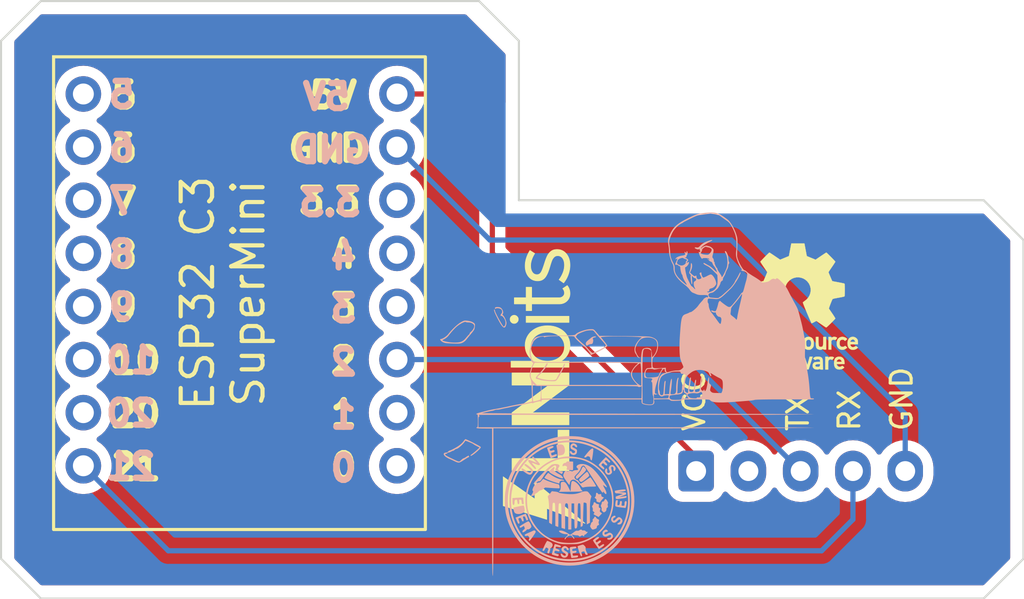
<source format=kicad_pcb>
(kicad_pcb (version 20221018) (generator pcbnew)
  (layers (0 "F.Cu" signal) (31 "B.Cu" signal) (34 "B.Paste" user) (35 "F.Paste" user) (36 "B.SilkS" user "B.Silkscreen") (37 "F.SilkS" user "F.Silkscreen") (38 "B.Mask" user) (39 "F.Mask" user) (44 "Edge.Cuts" user))
  (net 0 "")
  (footprint "Symbol:OSHW-Logo_5.7x6mm_SilkScreen" (layer "F.Cu") (at 102.235 59.69)
    (fp_text reference "REF**" hide)
    (fp_text value "OSHW-Logo_5.7x6mm_SilkScreen" hide)
  )
  (footprint "Connector_PinHeader_2.54mm:PinHeader_1x08_P2.54mm_Vertical" (layer "F.Cu") (at 68.072 49.53)
    (fp_text reference "REF**" hide)
    (fp_text value "ESP32 C3" hide)
  )
  (footprint "Connector_PinHeader_2.54mm:PinHeader_1x08_P2.54mm_Vertical" (layer "F.Cu") (at 83.072 49.53)
    (fp_text reference "REF**" hide)
    (fp_text value "ESP32 C3" hide)
  )
  (footprint "Connector_JST:JST_XH_B5B-XH-A_1x05_P2.50mm_Vertical" (layer "B.Cu") (at 97.376 67.564)
    (fp_text reference "JST_XH_B5B-XH-A_1x05" hide)
    (fp_text value "JST XH B5B-XH-A")
  )
  (gr_poly (pts (xy 91.332967 66.865108) (xy 91.40357 66.868445) (xy 91.475568 66.874064) (xy 91.548478 66.88189) (xy 91.621815 66.891847) (xy 91.695094 66.903859) (xy 91.767831 66.917849) (xy 91.83954 66.933742) (xy 91.909737 66.951461) (xy 91.977937 66.970931) (xy 92.043656 66.992077) (xy 92.106409 67.01482) (xy 92.16571 67.039087) (xy 92.275044 67.091695) (xy 92.380687 67.150304) (xy 92.482482 67.214722) (xy 92.580268 67.284758) (xy 92.673888 67.360221) (xy 92.763181 67.440917) (xy 92.847988 67.526656) (xy 92.928151 67.617246) (xy 93.00351 67.712495) (xy 93.073906 67.812212) (xy 93.13918 67.916204) (xy 93.199173 68.02428) (xy 93.253725 68.136248) (xy 93.302677 68.251917) (xy 93.345871 68.371095) (xy 93.383147 68.49359) (xy 93.391129 68.528294) (xy 93.398388 68.568069) (xy 93.404894 68.612258) (xy 93.410619 68.660201) (xy 93.419609 68.764718) (xy 93.425127 68.876355) (xy 93.42694 68.989843) (xy 93.424818 69.099916) (xy 93.418529 69.201308) (xy 93.413749 69.247103) (xy 93.407841 69.288752) (xy 93.378281 69.44034) (xy 93.33886 69.587453) (xy 93.289846 69.729785) (xy 93.231507 69.867027) (xy 93.16411 69.998871) (xy 93.087922 70.125011) (xy 93.003212 70.245139) (xy 92.910248 70.358948) (xy 92.809296 70.466129) (xy 92.700625 70.566376) (xy 92.584502 70.659382) (xy 92.461195 70.744837) (xy 92.330971 70.822436) (xy 92.194099 70.89187) (xy 92.050846 70.952833) (xy 91.901479 71.005016) (xy 91.84393 71.021637) (xy 91.790663 71.034727) (xy 91.737397 71.044691) (xy 91.679847 71.051935) (xy 91.613731 71.056865) (xy 91.534767 71.059884) (xy 91.438671 71.061398) (xy 91.32116 71.061813) (xy 91.203649 71.061394) (xy 91.107553 71.059845) (xy 91.066197 71.058512) (xy 91.028589 71.056734) (xy 90.994193 71.054457) (xy 90.962473 71.051627) (xy 90.932896 71.048188) (xy 90.904924 71.044088) (xy 90.878023 71.039271) (xy 90.851657 71.033684) (xy 90.825291 71.027272) (xy 90.79839 71.019982) (xy 90.770419 71.011757) (xy 90.740841 71.002546) (xy 90.617328 70.960582) (xy 90.497851 70.91258) (xy 90.382571 70.858697) (xy 90.271646 70.799087) (xy 90.165236 70.733907) (xy 90.063499 70.663311) (xy 89.966595 70.587456) (xy 89.874683 70.506497) (xy 89.787922 70.420589) (xy 89.706472 70.329888) (xy 89.63049 70.234549) (xy 89.560138 70.134729) (xy 89.495573 70.030583) (xy 89.436955 69.922265) (xy 89.384443 69.809933) (xy 89.338196 69.69374) (xy 89.298461 69.574298) (xy 89.26621 69.454579) (xy 89.2413 69.334813) (xy 89.223589 69.215232) (xy 89.212936 69.096065) (xy 89.209198 68.977543) (xy 89.209881 68.951061) (xy 89.289953 68.951061) (xy 89.293747 69.086257) (xy 89.297352 69.143857) (xy 89.301758 69.198405) (xy 89.307067 69.250318) (xy 89.313386 69.300018) (xy 89.320819 69.347924) (xy 89.329471 69.394455) (xy 89.339447 69.440031) (xy 89.350852 69.485072) (xy 89.363791 69.529997) (xy 89.378368 69.575226) (xy 89.394689 69.621178) (xy 89.412858 69.668274) (xy 89.432981 69.716932) (xy 89.455162 69.767573) (xy 89.506118 69.87648) (xy 89.553861 69.968759) (xy 89.605388 70.057583) (xy 89.660663 70.142914) (xy 89.719648 70.22471) (xy 89.782309 70.302932) (xy 89.848609 70.37754) (xy 89.918512 70.448495) (xy 89.991982 70.515757) (xy 90.068982 70.579285) (xy 90.149477 70.639041) (xy 90.233429 70.694984) (xy 90.320804 70.747074) (xy 90.411564 70.795272) (xy 90.505675 70.839538) (xy 90.603098 70.879832) (xy 90.703799 70.916115) (xy 90.759734 70.932809) (xy 90.819757 70.947687) (xy 90.883325 70.960728) (xy 90.949895 70.971909) (xy 91.018925 70.98121) (xy 91.089872 70.988607) (xy 91.162194 70.99408) (xy 91.235347 70.997607) (xy 91.30879 70.999166) (xy 91.38198 70.998735) (xy 91.454374 70.996294) (xy 91.52543 70.991819) (xy 91.594605 70.98529) (xy 91.661356 70.976684) (xy 91.72514 70.96598) (xy 91.785416 70.953157) (xy 91.9119 70.91887) (xy 92.03469 70.877265) (xy 92.153567 70.828548) (xy 92.268308 70.772926) (xy 92.378695 70.710605) (xy 92.484505 70.64179) (xy 92.585519 70.566689) (xy 92.681516 70.485506) (xy 92.772274 70.398449) (xy 92.857575 70.305724) (xy 92.937196 70.207536) (xy 93.010917 70.104093) (xy 93.078517 69.9956) (xy 93.139776 69.882263) (xy 93.194474 69.764288) (xy 93.242389 69.641882) (xy 93.276344 69.536707) (xy 93.304196 69.43106) (xy 93.326048 69.325133) (xy 93.342006 69.21912) (xy 93.352171 69.113214) (xy 93.35665 69.007607) (xy 93.355545 68.902493) (xy 93.34896 68.798065) (xy 93.337001 68.694516) (xy 93.319769 68.59204) (xy 93.297371 68.490828) (xy 93.269909 68.391075) (xy 93.237488 68.292973) (xy 93.200211 68.196715) (xy 93.158183 68.102495) (xy 93.111508 68.010505) (xy 93.060289 67.92094) (xy 93.004631 67.83399) (xy 92.944637 67.749851) (xy 92.880412 67.668714) (xy 92.812059 67.590773) (xy 92.739684 67.516222) (xy 92.663388 67.445252) (xy 92.583278 67.378058) (xy 92.499456 67.314831) (xy 92.412026 67.255766) (xy 92.321094 67.201056) (xy 92.226761 67.150893) (xy 92.129134 67.10547) (xy 92.028315 67.064981) (xy 91.924408 67.029619) (xy 91.817519 66.999577) (xy 91.771303 66.989101) (xy 91.720169 66.979903) (xy 91.664809 66.971985) (xy 91.605918 66.965351) (xy 91.544192 66.960005) (xy 91.480324 66.955951) (xy 91.348942 66.951731) (xy 91.217328 66.95272) (xy 91.091039 66.958946) (xy 91.031628 66.964033) (xy 90.975631 66.97044) (xy 90.923744 66.978171) (xy 90.87666 66.987229) (xy 90.835204 66.996715) (xy 90.793302 67.007549) (xy 90.751031 67.019693) (xy 90.708468 67.033107) (xy 90.665687 67.047751) (xy 90.622766 67.063585) (xy 90.579779 67.080569) (xy 90.536803 67.098663) (xy 90.493914 67.117829) (xy 90.451187 67.138025) (xy 90.4087 67.159212) (xy 90.366527 67.181351) (xy 90.324745 67.204401) (xy 90.283429 67.228323) (xy 90.242656 67.253078) (xy 90.202502 67.278624) (xy 90.091698 67.356088) (xy 89.987216 67.440059) (xy 89.889247 67.530158) (xy 89.797976 67.626005) (xy 89.713593 67.72722) (xy 89.636285 67.833424) (xy 89.566241 67.944236) (xy 89.503649 68.059277) (xy 89.448697 68.178167) (xy 89.401572 68.300525) (xy 89.362464 68.425973) (xy 89.33156 68.554131) (xy 89.309048 68.684618) (xy 89.295116 68.817054) (xy 89.289953 68.951061) (xy 89.209881 68.951061) (xy 89.212234 68.859895) (xy 89.221901 68.743351) (xy 89.238058 68.628143) (xy 89.260562 68.514499) (xy 89.289272 68.402651) (xy 89.324045 68.292827) (xy 89.36474 68.185259) (xy 89.411215 68.080177) (xy 89.463327 67.977811) (xy 89.520935 67.87839) (xy 89.583897 67.782145) (xy 89.65207 67.689307) (xy 89.725313 67.600105) (xy 89.803484 67.514769) (xy 89.886441 67.43353) (xy 89.974041 67.356618) (xy 90.066143 67.284263) (xy 90.162605 67.216695) (xy 90.263285 67.154144) (xy 90.36804 67.096841) (xy 90.47673 67.045015) (xy 90.589211 66.998897) (xy 90.705342 66.958716) (xy 90.824982 66.924704) (xy 90.947987 66.89709) (xy 91.074216 66.876105) (xy 91.134386 66.869552) (xy 91.197891 66.865585) (xy 91.264246 66.864129)) (fill solid) (layer "B.SilkS"))
  (gr_poly (pts (xy 90.885589 66.285315) (xy 90.905676 66.286833) (xy 90.924895 66.289247) (xy 90.943094 66.292548) (xy 90.960121 66.296724) (xy 90.975824 66.301765) (xy 90.990051 66.30766) (xy 90.996564 66.310924) (xy 91.00265 66.314397) (xy 91.008292 66.318078) (xy 91.01347 66.321966) (xy 91.018165 66.326059) (xy 91.022358 66.330356) (xy 91.034012 66.344872) (xy 91.044867 66.361403) (xy 91.054876 66.379706) (xy 91.063991 66.39954) (xy 91.072165 66.420661) (xy 91.079353 66.442827) (xy 91.085505 66.465797) (xy 91.090576 66.489327) (xy 91.094518 66.513176) (xy 91.097285 66.5371) (xy 91.098829 66.560858) (xy 91.099103 66.584208) (xy 91.098061 66.606906) (xy 91.095655 66.628711) (xy 91.091838 66.64938) (xy 91.086563 66.66867) (xy 91.080461 66.685906) (xy 91.074095 66.701564) (xy 91.067317 66.715747) (xy 91.059978 66.728555) (xy 91.05193 66.740089) (xy 91.043025 66.750452) (xy 91.038204 66.755225) (xy 91.033114 66.759744) (xy 91.027735 66.76402) (xy 91.022049 66.768066) (xy 91.009682 66.77552) (xy 90.995864 66.782208) (xy 90.980448 66.788229) (xy 90.963284 66.793687) (xy 90.944225 66.798681) (xy 90.923122 66.803314) (xy 90.899826 66.807686) (xy 90.874191 66.811899) (xy 90.775413 66.829184) (xy 90.74331 66.624221) (xy 90.730114 66.539951) (xy 90.717381 66.46309) (xy 90.7065 66.401971) (xy 90.702188 66.37992) (xy 90.69886 66.364929) (xy 90.697675 66.358185) (xy 90.697236 66.354963) (xy 90.696902 66.351839) (xy 90.696672 66.348813) (xy 90.696549 66.345884) (xy 90.696532 66.34305) (xy 90.696622 66.340312) (xy 90.696821 66.337667) (xy 90.69713 66.335116) (xy 90.697549 66.332657) (xy 90.698079 66.330289) (xy 90.698721 66.328012) (xy 90.699476 66.325824) (xy 90.700346 66.323725) (xy 90.70133 66.321714) (xy 90.702429 66.319789) (xy 90.703646 66.317951) (xy 90.70498 66.316197) (xy 90.706433 66.314527) (xy 90.708004 66.312941) (xy 90.709697 66.311437) (xy 90.71151 66.310014) (xy 90.713445 66.308672) (xy 90.715504 66.30741) (xy 90.717686 66.306226) (xy 90.719993 66.30512) (xy 90.722426 66.30409) (xy 90.724986 66.303137) (xy 90.727672 66.302259) (xy 90.730488 66.301455) (xy 90.733432 66.300724) (xy 90.755343 66.295658) (xy 90.777448 66.291564) (xy 90.799597 66.288434) (xy 90.821638 66.286254) (xy 90.843418 66.285015) (xy 90.864786 66.284706)) (fill solid) (layer "B.SilkS"))
  (gr_poly (pts (xy 93.595959 68.950604) (xy 93.60286 68.951185) (xy 93.608849 68.95231) (xy 93.613963 68.954103) (xy 93.616203 68.955291) (xy 93.618237 68.956693) (xy 93.620071 68.958326) (xy 93.621709 68.960205) (xy 93.623154 68.962346) (xy 93.624413 68.964766) (xy 93.625489 68.967479) (xy 93.626387 68.970502) (xy 93.627666 68.977541) (xy 93.628287 68.986008) (xy 93.628286 68.996032) (xy 93.627699 69.007737) (xy 93.626562 69.02125) (xy 93.624911 69.036699) (xy 93.620213 69.07391) (xy 93.617644 69.093609) (xy 93.615515 69.11112) (xy 93.613865 69.12657) (xy 93.612728 69.140083) (xy 93.612363 69.146154) (xy 93.61214 69.151789) (xy 93.612064 69.157002) (xy 93.612139 69.161812) (xy 93.61237 69.166232) (xy 93.61276 69.170279) (xy 93.613315 69.173969) (xy 93.61404 69.177318) (xy 93.614937 69.180341) (xy 93.616013 69.183054) (xy 93.617272 69.185474) (xy 93.618718 69.187615) (xy 93.620356 69.189494) (xy 93.622189 69.191127) (xy 93.624224 69.192529) (xy 93.626464 69.193716) (xy 93.628914 69.194705) (xy 93.631578 69.19551) (xy 93.634461 69.196148) (xy 93.637567 69.196634) (xy 93.640901 69.196985) (xy 93.644467 69.197216) (xy 93.652316 69.197382) (xy 93.661721 69.19686) (xy 93.666187 69.196206) (xy 93.670494 69.195289) (xy 93.674644 69.194107) (xy 93.678637 69.192661) (xy 93.682474 69.190949) (xy 93.686155 69.18897) (xy 93.68968 69.186724) (xy 93.69305 69.184209) (xy 93.696266 69.181424) (xy 93.699327 69.178369) (xy 93.702234 69.175043) (xy 93.704989 69.171444) (xy 93.710039 69.163427) (xy 93.714482 69.15431) (xy 93.71832 69.144087) (xy 93.721559 69.132749) (xy 93.7242 69.120289) (xy 93.726248 69.106702) (xy 93.727706 69.091978) (xy 93.728579 69.076111) (xy 93.728869 69.059094) (xy 93.729017 69.051103) (xy 93.729476 69.043785) (xy 93.72983 69.040371) (xy 93.730269 69.037118) (xy 93.730796 69.034022) (xy 93.731415 69.03108) (xy 93.732128 69.028291) (xy 93.732938 69.025651) (xy 93.733847 69.023157) (xy 93.734859 69.020807) (xy 93.735975 69.018598) (xy 93.737199 69.016528) (xy 93.738534 69.014593) (xy 93.739981 69.012791) (xy 93.741544 69.011119) (xy 93.743226 69.009575) (xy 93.745029 69.008156) (xy 93.746955 69.006858) (xy 93.749009 69.00568) (xy 93.751191 69.004619) (xy 93.753506 69.003672) (xy 93.755955 69.002836) (xy 93.758542 69.002108) (xy 93.761269 69.001487) (xy 93.764139 69.000968) (xy 93.767155 69.00055) (xy 93.770319 69.000229) (xy 93.773634 69.000004) (xy 93.780727 68.999826) (xy 93.789446 68.999962) (xy 93.797111 69.000449) (xy 93.803771 69.001405) (xy 93.809473 69.002952) (xy 93.811979 69.003984) (xy 93.814263 69.005207) (xy 93.816331 69.006638) (xy 93.818188 69.008291) (xy 93.819842 69.010181) (xy 93.821296 69.012323) (xy 93.822558 69.014731) (xy 93.823634 69.017422) (xy 93.824528 69.020409) (xy 93.825248 69.023707) (xy 93.826185 69.031298) (xy 93.826493 69.040314) (xy 93.826219 69.050875) (xy 93.825409 69.0631) (xy 93.824111 69.077108) (xy 93.820238 69.110952) (xy 93.817241 69.130513) (xy 93.814779 69.147632) (xy 93.812924 69.162472) (xy 93.81175 69.175196) (xy 93.81144 69.180815) (xy 93.811328 69.185967) (xy 93.811421 69.19067) (xy 93.81173 69.194947) (xy 93.812264 69.198816) (xy 93.81303 69.202299) (xy 93.814039 69.205415) (xy 93.815299 69.208186) (xy 93.81682 69.210631) (xy 93.81861 69.212771) (xy 93.820679 69.214626) (xy 93.823036 69.216217) (xy 93.825689 69.217563) (xy 93.828647 69.218685) (xy 93.831921 69.219604) (xy 93.835518 69.22034) (xy 93.839448 69.220913) (xy 93.843719 69.221344) (xy 93.853325 69.22186) (xy 93.864406 69.222049) (xy 93.877035 69.222077) (xy 93.889262 69.221999) (xy 93.900071 69.221686) (xy 93.909548 69.221019) (xy 93.917781 69.219877) (xy 93.921458 69.219092) (xy 93.924857 69.218143) (xy 93.927988 69.217016) (xy 93.930862 69.215696) (xy 93.93349 69.214167) (xy 93.935883 69.212416) (xy 93.938051 69.210428) (xy 93.940006 69.208186) (xy 93.941759 69.205677) (xy 93.94332 69.202885) (xy 93.9447 69.199795) (xy 93.94591 69.196393) (xy 93.94696 69.192664) (xy 93.947863 69.188592) (xy 93.949266 69.179363) (xy 93.950207 69.168585) (xy 93.950771 69.156139) (xy 93.951046 69.141907) (xy 93.951118 69.125768) (xy 93.951437 69.107508) (xy 93.951837 69.09892) (xy 93.952397 69.090694) (xy 93.953117 69.08283) (xy 93.954 69.075328) (xy 93.955044 69.068187) (xy 93.95625 69.061408) (xy 93.95762 69.054991) (xy 93.959152 69.048936) (xy 93.960848 69.043242) (xy 93.962709 69.03791) (xy 93.964733 69.03294) (xy 93.966923 69.028332) (xy 93.969279 69.024085) (xy 93.9718 69.0202) (xy 93.974488 69.016676) (xy 93.977343 69.013515) (xy 93.980365 69.010715) (xy 93.983554 69.008277) (xy 93.986912 69.006201) (xy 93.990439 69.004486) (xy 93.994134 69.003133) (xy 93.998 69.002142) (xy 94.002035 69.001513) (xy 94.00624 69.001245) (xy 94.010617 69.001339) (xy 94.015165 69.001795) (xy 94.019885 69.002612) (xy 94.024777 69.003791) (xy 94.029842 69.005332) (xy 94.03508 69.007235) (xy 94.039856 69.009365) (xy 94.044003 69.012121) (xy 94.047527 69.015607) (xy 94.050437 69.019929) (xy 94.052739 69.025192) (xy 94.05444 69.0315) (xy 94.055548 69.038958) (xy 94.05607 69.047672) (xy 94.056014 69.057745) (xy 94.055385 69.069284) (xy 94.054193 69.082393) (xy 94.052443 69.097176) (xy 94.047302 69.132187) (xy 94.040019 69.175156) (xy 94.037186 69.191146) (xy 94.034255 69.206652) (xy 94.031245 69.221593) (xy 94.028173 69.23589) (xy 94.025058 69.249463) (xy 94.021918 69.262234) (xy 94.01877 69.274122) (xy 94.015633 69.285047) (xy 94.012525 69.294931) (xy 94.009464 69.303694) (xy 94.006469 69.311255) (xy 94.003556 69.317536) (xy 94.002137 69.320171) (xy 94.000745 69.322457) (xy 93.999383 69.324382) (xy 93.998053 69.325938) (xy 93.996757 69.327114) (xy 93.995499 69.327899) (xy 93.994278 69.328286) (xy 93.9931 69.328262) (xy 93.967633 69.325677) (xy 93.911608 69.318694) (xy 93.741216 69.29616) (xy 93.656213 69.284869) (xy 93.622321 69.279887) (xy 93.593666 69.274822) (xy 93.581186 69.272135) (xy 93.569874 69.26928) (xy 93.559683 69.266206) (xy 93.550567 69.262866) (xy 93.542478 69.259208) (xy 93.535369 69.255185) (xy 93.529194 69.250747) (xy 93.523905 69.245845) (xy 93.519455 69.240429) (xy 93.515797 69.234449) (xy 93.512885 69.227858) (xy 93.51067 69.220605) (xy 93.509107 69.212642) (xy 93.508148 69.203918) (xy 93.507746 69.194385) (xy 93.507853 69.183993) (xy 93.509411 69.160436) (xy 93.512445 69.132853) (xy 93.521435 69.064032) (xy 93.524192 69.047699) (xy 93.526934 69.032918) (xy 93.529705 69.01962) (xy 93.532548 69.007737) (xy 93.53401 69.002304) (xy 93.535507 68.997199) (xy 93.537044 68.992413) (xy 93.538625 68.987938) (xy 93.540258 68.983765) (xy 93.541946 68.979885) (xy 93.543696 68.97629) (xy 93.545513 68.972972) (xy 93.547402 68.969921) (xy 93.549369 68.967129) (xy 93.551419 68.964588) (xy 93.553558 68.962288) (xy 93.555791 68.960222) (xy 93.558123 68.958381) (xy 93.56056 68.956756) (xy 93.563108 68.955338) (xy 93.565771 68.954119) (xy 93.568555 68.953091) (xy 93.571467 68.952245) (xy 93.57451 68.951571) (xy 93.57769 68.951062) (xy 93.581014 68.95071) (xy 93.584485 68.950504) (xy 93.588111 68.950438)) (fill solid) (layer "B.SilkS"))
  (gr_poly (pts (xy 90.414874 67.725594) (xy 90.448258 67.748711) (xy 90.481689 67.770815) (xy 90.515098 67.791878) (xy 90.548417 67.81187) (xy 90.581577 67.830762) (xy 90.614508 67.848526) (xy 90.647144 67.865132) (xy 90.679413 67.880551) (xy 90.711249 67.894755) (xy 90.742582 67.907715) (xy 90.773343 67.919401) (xy 90.803464 67.929786) (xy 90.832877 67.938839) (xy 90.861511 67.946531) (xy 90.889299 67.952835) (xy 90.916171 67.957721) (xy 90.929472 67.959713) (xy 90.942477 67.96197) (xy 90.95512 67.964465) (xy 90.967335 67.967174) (xy 90.979059 67.970071) (xy 90.990226 67.973131) (xy 91.00077 67.976328) (xy 91.010628 67.979637) (xy 91.019733 67.983033) (xy 91.02802 67.986491) (xy 91.035425 67.989984) (xy 91.041882 67.993489) (xy 91.047326 67.996979) (xy 91.049648 67.998711) (xy 91.051692 68.000429) (xy 91.05345 68.002132) (xy 91.054915 68.003815) (xy 91.056078 68.005475) (xy 91.05693 68.007109) (xy 91.058057 68.011075) (xy 91.058652 68.014638) (xy 91.058746 68.016271) (xy 91.058704 68.017804) (xy 91.058524 68.019239) (xy 91.058203 68.020576) (xy 91.057742 68.021815) (xy 91.057138 68.022957) (xy 91.05639 68.024002) (xy 91.055497 68.024951) (xy 91.054458 68.025804) (xy 91.053271 68.026561) (xy 91.051934 68.027224) (xy 91.050448 68.027792) (xy 91.048809 68.028266) (xy 91.047016 68.028646) (xy 91.042967 68.029128) (xy 91.038288 68.029241) (xy 91.032968 68.028988) (xy 91.026998 68.028374) (xy 91.020365 68.027401) (xy 91.01306 68.026074) (xy 91.005071 68.024396) (xy 90.997644 68.02273) (xy 90.990191 68.021433) (xy 90.982728 68.020494) (xy 90.975274 68.019906) (xy 90.967845 68.019659) (xy 90.960458 68.019746) (xy 90.953132 68.020157) (xy 90.945882 68.020885) (xy 90.938726 68.02192) (xy 90.931681 68.023254) (xy 90.924765 68.024878) (xy 90.917994 68.026784) (xy 90.911387 68.028963) (xy 90.904959 68.031406) (xy 90.898728 68.034105) (xy 90.892712 68.037052) (xy 90.886927 68.040238) (xy 90.88139 68.043653) (xy 90.87612 68.04729) (xy 90.871133 68.05114) (xy 90.866446 68.055195) (xy 90.862076 68.059445) (xy 90.858041 68.063883) (xy 90.854358 68.068499) (xy 90.851044 68.073285) (xy 90.848116 68.078233) (xy 90.845591 68.083333) (xy 90.843487 68.088578) (xy 90.84182 68.093958) (xy 90.840609 68.099465) (xy 90.839869 68.105091) (xy 90.839619 68.110827) (xy 90.83986 68.130269) (xy 90.839651 68.137897) (xy 90.83877 68.144126) (xy 90.836876 68.148951) (xy 90.835442 68.150836) (xy 90.833628 68.152369) (xy 90.831391 68.153549) (xy 90.828688 68.154376) (xy 90.821715 68.154969) (xy 90.812369 68.154143) (xy 90.80031 68.151896) (xy 90.785198 68.148224) (xy 90.766693 68.143123) (xy 90.651941 68.108358) (xy 90.605311 68.093951) (xy 90.558334 68.078648) (xy 90.511472 68.062649) (xy 90.465189 68.046159) (xy 90.419948 68.029379) (xy 90.376212 68.012513) (xy 90.334444 67.995762) (xy 90.295106 67.979329) (xy 90.258663 67.963418) (xy 90.225576 67.948229) (xy 90.196309 67.933967) (xy 90.171325 67.920834) (xy 90.151088 67.909032) (xy 90.136059 67.898763) (xy 90.130642 67.894267) (xy 90.126702 67.890231) (xy 90.124295 67.886679) (xy 90.12348 67.883637) (xy 90.123935 67.880349) (xy 90.125269 67.876085) (xy 90.127435 67.870908) (xy 90.130387 67.864885) (xy 90.134076 67.858081) (xy 90.138456 67.850561) (xy 90.1491 67.833632) (xy 90.161944 67.814619) (xy 90.176611 67.794043) (xy 90.192725 67.772426) (xy 90.20991 67.750289) (xy 90.29881 67.644101)) (fill solid) (layer "B.SilkS"))
  (gr_poly (pts (xy 86.36 66.04) (xy 86.386535 66.04996) (xy 86.468239 66.085882) (xy 86.577029 66.137548) (xy 86.699595 66.198242) (xy 86.822623 66.261251) (xy 86.932803 66.319862) (xy 87.016822 66.36736) (xy 87.044861 66.384843) (xy 87.061369 66.397031) (xy 87.066481 66.402464) (xy 87.070668 66.407729) (xy 87.072395 66.410338) (xy 87.07387 66.412952) (xy 87.075084 66.415585) (xy 87.076031 66.418254) (xy 87.076703 66.420973) (xy 87.077092 66.423758) (xy 87.077192 66.426625) (xy 87.076996 66.429588) (xy 87.076495 66.432663) (xy 87.075684 66.435867) (xy 87.074554 66.439212) (xy 87.073098 66.442717) (xy 87.07131 66.446394) (xy 87.069182 66.450261) (xy 87.063877 66.458623) (xy 87.057124 66.467926) (xy 87.048867 66.478292) (xy 87.039047 66.489844) (xy 87.027607 66.502706) (xy 87.014488 66.517001) (xy 86.999632 66.532851) (xy 86.969689 66.562985) (xy 86.938466 66.592995) (xy 86.906359 66.622587) (xy 86.873768 66.651462) (xy 86.84109 66.679324) (xy 86.808723 66.705876) (xy 86.777065 66.730823) (xy 86.746514 66.753867) (xy 86.717468 66.774711) (xy 86.690325 66.793059) (xy 86.665482 66.808615) (xy 86.643338 66.821082) (xy 86.62429 66.830163) (xy 86.616052 66.833341) (xy 86.608737 66.835561) (xy 86.602395 66.836786) (xy 86.597076 66.83698) (xy 86.592829 66.836105) (xy 86.589705 66.834123) (xy 86.588431 66.832684) (xy 86.587388 66.831145) (xy 86.586575 66.829509) (xy 86.585991 66.827776) (xy 86.585634 66.82595) (xy 86.585505 66.824031) (xy 86.585602 66.822022) (xy 86.585923 66.819925) (xy 86.586469 66.81774) (xy 86.587239 66.81547) (xy 86.589444 66.810683) (xy 86.592532 66.805578) (xy 86.596496 66.800169) (xy 86.601327 66.79447) (xy 86.60702 66.788497) (xy 86.613566 66.782263) (xy 86.620959 66.775783) (xy 86.629191 66.769071) (xy 86.638254 66.762143) (xy 86.648143 66.755012) (xy 86.658849 66.747693) (xy 86.680462 66.731728) (xy 86.705807 66.712117) (xy 86.733989 66.689613) (xy 86.764109 66.664967) (xy 86.795272 66.638932) (xy 86.826578 66.61226) (xy 86.857133 66.585704) (xy 86.886038 66.560016) (xy 87.019388 66.436543) (xy 86.886038 66.369868) (xy 86.858252 66.355587) (xy 86.8309 66.340814) (xy 86.804648 66.325983) (xy 86.780161 66.311528) (xy 86.758104 66.297883) (xy 86.739145 66.285482) (xy 86.731034 66.279884) (xy 86.723947 66.27476) (xy 86.717967 66.270165) (xy 86.713177 66.266151) (xy 86.702884 66.259006) (xy 86.68651 66.249854) (xy 86.664978 66.239059) (xy 86.639209 66.226987) (xy 86.578655 66.200475) (xy 86.512226 66.173239) (xy 86.447302 66.148202) (xy 86.391262 66.128287) (xy 86.368879 66.121164) (xy 86.351485 66.116417) (xy 86.340002 66.114412) (xy 86.336765 66.114552) (xy 86.335352 66.115515) (xy 86.319674 66.1435) (xy 86.299873 66.173402) (xy 86.276512 66.204708) (xy 86.250156 66.236904) (xy 86.221369 66.269476) (xy 86.190716 66.30191) (xy 86.15876 66.333694) (xy 86.126066 66.364312) (xy 86.093199 66.393252) (xy 86.060723 66.42) (xy 86.029201 66.444042) (xy 85.999199 66.464865) (xy 85.97128 66.481954) (xy 85.946009 66.494797) (xy 85.934543 66.499465) (xy 85.923951 66.502879) (xy 85.914302 66.504975) (xy 85.905669 66.505688) (xy 85.903042 66.505944) (xy 85.899823 66.5067) (xy 85.896054 66.507934) (xy 85.891778 66.509623) (xy 85.887039 66.511747) (xy 85.881881 66.514282) (xy 85.876346 66.517209) (xy 85.870479 66.520504) (xy 85.85792 66.528115) (xy 85.84455 66.536942) (xy 85.830717 66.54681) (xy 85.823736 66.55208) (xy 85.816769 66.557546) (xy 85.81035 66.56252) (xy 85.804084 66.56724) (xy 85.798005 66.571686) (xy 85.792151 66.575835) (xy 85.786558 66.579666) (xy 85.781261 66.583157) (xy 85.776296 66.586286) (xy 85.771701 66.589031) (xy 85.767511 66.591372) (xy 85.763762 66.593285) (xy 85.760491 66.59475) (xy 85.759046 66.595308) (xy 85.757733 66.595745) (xy 85.756559 66.596059) (xy 85.755526 66.596248) (xy 85.754639 66.596308) (xy 85.753904 66.596237) (xy 85.753324 66.596032) (xy 85.752904 66.59569) (xy 85.752649 66.59521) (xy 85.752563 66.594587) (xy 85.752448 66.593957) (xy 85.752108 66.593456) (xy 85.751548 66.593081) (xy 85.750774 66.592832) (xy 85.748607 66.592699) (xy 85.745656 66.593044) (xy 85.741967 66.593852) (xy 85.737587 66.595108) (xy 85.732563 66.596799) (xy 85.726943 66.598909) (xy 85.714099 66.60433) (xy 85.699431 66.611256) (xy 85.683317 66.619571) (xy 85.666132 66.62916) (xy 85.656767 66.634191) (xy 85.647231 66.639081) (xy 85.637586 66.643804) (xy 85.627895 66.648336) (xy 85.618218 66.652651) (xy 85.608617 66.656724) (xy 85.599153 66.660529) (xy 85.589888 66.664041) (xy 85.580884 66.667234) (xy 85.572202 66.670084) (xy 85.563903 66.672565) (xy 85.556049 66.674652) (xy 85.548702 66.676319) (xy 85.541922 66.677541) (xy 85.535772 66.678293) (xy 85.530313 66.678549) (xy 85.527781 66.678578) (xy 85.525282 66.678663) (xy 85.522818 66.678804) (xy 85.520392 66.678998) (xy 85.518008 66.679244) (xy 85.515668 66.679542) (xy 85.513377 66.67989) (xy 85.511136 66.680285) (xy 85.50895 66.680728) (xy 85.506821 66.681217) (xy 85.504753 66.68175) (xy 85.502749 66.682325) (xy 85.500811 66.682943) (xy 85.498944 66.683601) (xy 85.49715 66.684297) (xy 85.495432 66.685031) (xy 85.493794 66.685801) (xy 85.492239 66.686606) (xy 85.490769 66.687445) (xy 85.489389 66.688315) (xy 85.488101 66.689217) (xy 85.486908 66.690148) (xy 85.485814 66.691106) (xy 85.484821 66.692092) (xy 85.483934 66.693103) (xy 85.483154 66.694137) (xy 85.482486 66.695195) (xy 85.481932 66.696273) (xy 85.481496 66.697372) (xy 85.48118 66.698489) (xy 85.480989 66.699623) (xy 85.480924 66.700774) (xy 85.480838 66.701945) (xy 85.480583 66.703143) (xy 85.480163 66.704364) (xy 85.479583 66.705606) (xy 85.477962 66.708142) (xy 85.475754 66.710728) (xy 85.472996 66.713344) (xy 85.469725 66.715966) (xy 85.465976 66.718574) (xy 85.461786 66.721146) (xy 85.457191 66.72366) (xy 85.452226 66.726095) (xy 85.446929 66.728428) (xy 85.441336 66.730638) (xy 85.435482 66.732704) (xy 85.429403 66.734603) (xy 85.423137 66.736314) (xy 85.416719 66.737816) (xy 85.400443 66.742722) (xy 85.387804 66.748243) (xy 85.38288 66.751264) (xy 85.378905 66.754473) (xy 85.37589 66.757884) (xy 85.373851 66.761507) (xy 85.372798 66.765354) (xy 85.372747 66.769437) (xy 85.373709 66.773768) (xy 85.375698 66.778358) (xy 85.378727 66.78322) (xy 85.382809 66.788365) (xy 85.394185 66.799551) (xy 85.409931 66.812011) (xy 85.430151 66.825837) (xy 85.454951 66.841125) (xy 85.484435 66.857969) (xy 85.518709 66.876462) (xy 85.557877 66.896699) (xy 85.651316 66.94278) (xy 85.789103 67.008292) (xy 85.843918 67.034181) (xy 85.890543 67.055718) (xy 85.911065 67.064908) (xy 85.929876 67.073073) (xy 85.947088 67.080236) (xy 85.962813 67.086417) (xy 85.977164 67.091638) (xy 85.990252 67.095919) (xy 86.00219 67.099283) (xy 86.013089 67.10175) (xy 86.023063 67.103341) (xy 86.032223 67.104079) (xy 86.040681 67.103983) (xy 86.044682 67.10363) (xy 86.048549 67.103076) (xy 86.052297 67.102325) (xy 86.05594 67.101379) (xy 86.062965 67.098912) (xy 86.069738 67.095697) (xy 86.076369 67.091756) (xy 86.082971 67.08711) (xy 86.089657 67.081779) (xy 86.096537 67.075785) (xy 86.103726 67.06915) (xy 86.137796 67.036618) (xy 86.147104 67.027915) (xy 86.156462 67.019433) (xy 86.165806 67.011219) (xy 86.17507 67.003319) (xy 86.184189 66.995781) (xy 86.193098 66.988652) (xy 86.201733 66.981979) (xy 86.210028 66.975808) (xy 86.217917 66.970188) (xy 86.225336 66.965164) (xy 86.23222 66.960784) (xy 86.238503 66.957095) (xy 86.244121 66.954144) (xy 86.249008 66.951977) (xy 86.251157 66.951203) (xy 86.253099 66.950643) (xy 86.254826 66.950303) (xy 86.25633 66.950188) (xy 86.25956 66.949875) (xy 86.263651 66.948953) (xy 86.268538 66.947453) (xy 86.274156 66.945403) (xy 86.280439 66.942833) (xy 86.287323 66.93977) (xy 86.302632 66.932284) (xy 86.319561 66.923178) (xy 86.33759 66.912683) (xy 86.356197 66.901031) (xy 86.374863 66.888452) (xy 86.384399 66.881933) (xy 86.393564 66.875803) (xy 86.402361 66.87006) (xy 86.410795 66.864703) (xy 86.418872 66.859728) (xy 86.426595 66.855136) (xy 86.433969 66.850923) (xy 86.440998 66.847088) (xy 86.447687 66.84363) (xy 86.454041 66.840546) (xy 86.460063 66.837834) (xy 86.46576 66.835493) (xy 86.471134 66.833522) (xy 86.476191 66.831917) (xy 86.480935 66.830678) (xy 86.485371 66.829802) (xy 86.489502 66.829288) (xy 86.493335 66.829134) (xy 86.496872 66.829338) (xy 86.50012 66.829899) (xy 86.501636 66.830312) (xy 86.503081 66.830814) (xy 86.504456 66.831403) (xy 86.505762 66.832081) (xy 86.506998 66.832847) (xy 86.508165 66.8337) (xy 86.509265 66.83464) (xy 86.510297 66.835667) (xy 86.511262 66.836781) (xy 86.51216 66.837982) (xy 86.513761 66.840642) (xy 86.515103 66.843646) (xy 86.51619 66.846992) (xy 86.517029 66.850678) (xy 86.517622 66.854702) (xy 86.517974 66.859062) (xy 86.518091 66.863757) (xy 86.518062 66.865602) (xy 86.517977 66.867429) (xy 86.517836 66.869236) (xy 86.517642 66.871021) (xy 86.517396 66.87278) (xy 86.517098 66.874511) (xy 86.51675 66.876212) (xy 86.516354 66.877879) (xy 86.515911 66.87951) (xy 86.515423 66.881102) (xy 86.51489 66.882652) (xy 86.514314 66.884159) (xy 86.513697 66.885618) (xy 86.513039 66.887027) (xy 86.512343 66.888384) (xy 86.511608 66.889686) (xy 86.510838 66.89093) (xy 86.510033 66.892113) (xy 86.509195 66.893233) (xy 86.508324 66.894287) (xy 86.507422 66.895272) (xy 86.506492 66.896186) (xy 86.505533 66.897026) (xy 86.504547 66.897789) (xy 86.503537 66.898472) (xy 86.502502 66.899073) (xy 86.501444 66.899589) (xy 86.500366 66.900017) (xy 86.499267 66.900355) (xy 86.49815 66.900599) (xy 86.497016 66.900748) (xy 86.495866 66.900798) (xy 86.492906 66.90151) (xy 86.487816 66.903601) (xy 86.47175 66.911641) (xy 86.448681 66.924369) (xy 86.419622 66.941236) (xy 86.385585 66.961691) (xy 86.347583 66.985184) (xy 86.30663 67.011166) (xy 86.263738 67.039087) (xy 86.183688 67.09015) (xy 86.150448 67.110239) (xy 86.120626 67.126715) (xy 86.093394 67.139587) (xy 86.08049 67.144676) (xy 86.067924 67.148868) (xy 86.05559 67.152164) (xy 86.043387 67.154567) (xy 86.031209 67.156077) (xy 86.018954 67.156696) (xy 86.006519 67.156425) (xy 85.993799 67.155265) (xy 85.980691 67.153218) (xy 85.967091 67.150286) (xy 85.952897 67.146469) (xy 85.938003 67.141769) (xy 85.905707 67.129725) (xy 85.869374 67.114165) (xy 85.828175 67.0951) (xy 85.727869 67.046497) (xy 85.697767 67.032075) (xy 85.669026 67.018638) (xy 85.642311 67.006474) (xy 85.618287 66.995872) (xy 85.59762 66.987123) (xy 85.580975 66.980515) (xy 85.574369 66.978105) (xy 85.569019 66.976338) (xy 85.565006 66.975252) (xy 85.562416 66.974882) (xy 85.560402 66.974483) (xy 85.557188 66.973314) (xy 85.547445 66.968824) (xy 85.533766 66.961729) (xy 85.516731 66.952348) (xy 85.496918 66.940999) (xy 85.474905 66.928001) (xy 85.451272 66.913671) (xy 85.426596 66.898329) (xy 85.411801 66.888356) (xy 85.397975 66.878362) (xy 85.385116 66.868368) (xy 85.373224 66.858398) (xy 85.362297 66.848473) (xy 85.352336 66.838615) (xy 85.343338 66.828847) (xy 85.335304 66.819191) (xy 85.328232 66.809668) (xy 85.322121 66.800302) (xy 85.316971 66.791113) (xy 85.31278 66.782125) (xy 85.309548 66.77336) (xy 85.307273 66.764839) (xy 85.305955 66.756584) (xy 85.305594 66.748619) (xy 85.306187 66.740965) (xy 85.307734 66.733644) (xy 85.310234 66.726678) (xy 85.313687 66.72009) (xy 85.318091 66.713902) (xy 85.323445 66.708136) (xy 85.329749 66.702813) (xy 85.337002 66.697957) (xy 85.345202 66.693589) (xy 85.354349 66.689732) (xy 85.364443 66.686407) (xy 85.375481 66.683638) (xy 85.387463 66.681445) (xy 85.400389 66.679851) (xy 85.414257 66.678878) (xy 85.429066 66.678549) (xy 85.433862 66.678293) (xy 85.438963 66.677541) (xy 85.444324 66.676319) (xy 85.449902 66.674652) (xy 85.455653 66.672565) (xy 85.461535 66.670084) (xy 85.467504 66.667234) (xy 85.473516 66.664041) (xy 85.479528 66.660529) (xy 85.485496 66.656724) (xy 85.491378 66.652651) (xy 85.49713 66.648336) (xy 85.502708 66.643804) (xy 85.508069 66.639081) (xy 85.513169 66.634191) (xy 85.517966 66.62916) (xy 85.522733 66.624129) (xy 85.527742 66.619239) (xy 85.532947 66.614515) (xy 85.5383 66.609983) (xy 85.543754 66.605668) (xy 85.549263 66.601596) (xy 85.554779 66.597791) (xy 85.560255 66.594279) (xy 85.565644 66.591086) (xy 85.5709 66.588236) (xy 85.575974 66.585755) (xy 85.580821 66.583668) (xy 85.585393 66.582001) (xy 85.589642 66.580779) (xy 85.593523 66.580027) (xy 85.595311 66.579836) (xy 85.596988 66.579771) (xy 85.601742 66.579172) (xy 85.608515 66.577412) (xy 85.627625 66.570626) (xy 85.653332 66.559847) (xy 85.684653 66.545508) (xy 85.720605 66.528043) (xy 85.760203 66.507887) (xy 85.802463 66.485474) (xy 85.846402 66.461238) (xy 85.884462 66.439935) (xy 85.920881 66.418606) (xy 85.955693 66.397227) (xy 85.988935 66.375772) (xy 86.020644 66.354215) (xy 86.050855 66.332532) (xy 86.079604 66.310697) (xy 86.106928 66.288685) (xy 86.132863 66.26647) (xy 86.157446 66.244028) (xy 86.180711 66.221332) (xy 86.202696 66.198357) (xy 86.223437 66.175079) (xy 86.24297 66.151471) (xy 86.26133 66.127509) (xy 86.278555 66.103167) (xy 86.283237 66.096314) (xy 86.288003 66.089668) (xy 86.29282 66.08326) (xy 86.297654 66.077123) (xy 86.302474 66.07129) (xy 86.307247 66.065793) (xy 86.311941 66.060666) (xy 86.316522 66.05594) (xy 86.320959 66.051648) (xy 86.325218 66.047823) (xy 86.329268 66.044497) (xy 86.333075 66.041702) (xy 86.336608 66.039472) (xy 86.338261 66.038579) (xy 86.339833 66.037839) (xy 86.34132 66.037256) (xy 86.342717 66.036835) (xy 86.344022 66.03658) (xy 86.34523 66.036493)) (fill solid) (layer "B.SilkS"))
  (gr_poly (pts (xy 91.105742 71.148528) (xy 91.112792 71.149367) (xy 91.12003 71.150736) (xy 91.127429 71.152608) (xy 91.13496 71.15496) (xy 91.142595 71.157766) (xy 91.150305 71.161001) (xy 91.158061 71.164642) (xy 91.1736 71.173037) (xy 91.188982 71.182753) (xy 91.203982 71.19359) (xy 91.21837 71.205349) (xy 91.231918 71.217832) (xy 91.2444 71.230839) (xy 91.255587 71.244172) (xy 91.260623 71.250899) (xy 91.26525 71.257632) (xy 91.26944 71.264347) (xy 91.273163 71.271019) (xy 91.276392 71.277624) (xy 91.279098 71.284135) (xy 91.281252 71.290529) (xy 91.282825 71.296781) (xy 91.28379 71.302865) (xy 91.284118 71.308757) (xy 91.283856 71.31388) (xy 91.283089 71.318602) (xy 91.281848 71.322927) (xy 91.280164 71.326858) (xy 91.278067 71.330401) (xy 91.275589 71.333559) (xy 91.27276 71.336337) (xy 91.269611 71.338738) (xy 91.266172 71.340766) (xy 91.262475 71.342426) (xy 91.25855 71.343721) (xy 91.254427 71.344656) (xy 91.250139 71.345234) (xy 91.245715 71.345461) (xy 91.241185 71.345339) (xy 91.236582 71.344873) (xy 91.231935 71.344067) (xy 91.227276 71.342925) (xy 91.222634 71.341451) (xy 91.218042 71.339649) (xy 91.213529 71.337524) (xy 91.209126 71.335079) (xy 91.204865 71.332318) (xy 91.200775 71.329246) (xy 91.196888 71.325866) (xy 91.193234 71.322183) (xy 91.189844 71.318201) (xy 91.186749 71.313923) (xy 91.18398 71.309354) (xy 91.181567 71.304498) (xy 91.179541 71.299359) (xy 91.177932 71.293941) (xy 91.175962 71.287284) (xy 91.173741 71.281198) (xy 91.171253 71.275677) (xy 91.169903 71.273126) (xy 91.168479 71.270713) (xy 91.166979 71.268437) (xy 91.165401 71.266298) (xy 91.163743 71.264295) (xy 91.162002 71.262427) (xy 91.160175 71.260692) (xy 91.158262 71.25909) (xy 91.156259 71.25762) (xy 91.154164 71.256282) (xy 91.151975 71.255073) (xy 91.14969 71.253994) (xy 91.147306 71.253044) (xy 91.144822 71.252221) (xy 91.142234 71.251524) (xy 91.139541 71.250953) (xy 91.13674 71.250507) (xy 91.13383 71.250185) (xy 91.130807 71.249986) (xy 91.12767 71.249909) (xy 91.121044 71.250118) (xy 91.113932 71.250804) (xy 91.106318 71.25196) (xy 91.098512 71.253296) (xy 91.091295 71.254978) (xy 91.084665 71.256992) (xy 91.078619 71.25932) (xy 91.073154 71.261949) (xy 91.068266 71.264863) (xy 91.063952 71.268047) (xy 91.060209 71.271484) (xy 91.057035 71.275161) (xy 91.054425 71.27906) (xy 91.052376 71.283168) (xy 91.050886 71.287468) (xy 91.049952 71.291946) (xy 91.049569 71.296585) (xy 91.049735 71.301371) (xy 91.050448 71.306288) (xy 91.051702 71.311321) (xy 91.053496 71.316454) (xy 91.055827 71.321672) (xy 91.05869 71.32696) (xy 91.062084 71.332302) (xy 91.066004 71.337683) (xy 91.070448 71.343088) (xy 91.075412 71.3485) (xy 91.080894 71.353906) (xy 91.086889 71.359288) (xy 91.093396 71.364633) (xy 91.100411 71.369924) (xy 91.10793 71.375147) (xy 91.11595 71.380286) (xy 91.124469 71.385325) (xy 91.133483 71.390249) (xy 91.152529 71.39998) (xy 91.169868 71.409754) (xy 91.185529 71.419615) (xy 91.192739 71.424592) (xy 91.19954 71.429606) (xy 91.205936 71.434664) (xy 91.211931 71.439771) (xy 91.217528 71.444932) (xy 91.22273 71.450153) (xy 91.227542 71.455438) (xy 91.231966 71.460795) (xy 91.236007 71.466227) (xy 91.239669 71.471741) (xy 91.242954 71.477341) (xy 91.245867 71.483034) (xy 91.24841 71.488824) (xy 91.250588 71.494718) (xy 91.252405 71.50072) (xy 91.253863 71.506836) (xy 91.254967 71.513071) (xy 91.25572 71.519432) (xy 91.256126 71.525922) (xy 91.256188 71.532548) (xy 91.25591 71.539315) (xy 91.255296 71.546229) (xy 91.254348 71.553294) (xy 91.253072 71.560517) (xy 91.25147 71.567903) (xy 91.249546 71.575457) (xy 91.245317 71.589875) (xy 91.240078 71.60349) (xy 91.23389 71.616297) (xy 91.226815 71.62829) (xy 91.218913 71.639461) (xy 91.210246 71.649805) (xy 91.200874 71.659314) (xy 91.190858 71.667984) (xy 91.180261 71.675807) (xy 91.169142 71.682778) (xy 91.157562 71.688889) (xy 91.145584 71.694135) (xy 91.133267 71.698509) (xy 91.120673 71.702005) (xy 91.107863 71.704617) (xy 91.094897 71.706337) (xy 91.081838 71.707161) (xy 91.068746 71.707081) (xy 91.055682 71.706092) (xy 91.042706 71.704186) (xy 91.029881 71.701358) (xy 91.017267 71.697601) (xy 91.004926 71.692909) (xy 90.992917 71.687276) (xy 90.981303 71.680695) (xy 90.970144 71.67316) (xy 90.959502 71.664664) (xy 90.949437 71.655202) (xy 90.94001 71.644767) (xy 90.931283 71.633352) (xy 90.923316 71.620952) (xy 90.916171 71.607559) (xy 90.912046 71.598264) (xy 90.908459 71.589369) (xy 90.905399 71.580884) (xy 90.902855 71.572818) (xy 90.900815 71.565181) (xy 90.899269 71.557982) (xy 90.898205 71.55123) (xy 90.897612 71.544936) (xy 90.897478 71.539108) (xy 90.897792 71.533757) (xy 90.898543 71.528891) (xy 90.89972 71.52452) (xy 90.90131 71.520653) (xy 90.903304 71.517301) (xy 90.905689 71.514473) (xy 90.908454 71.512177) (xy 90.911589 71.510424) (xy 90.915081 71.509224) (xy 90.918919 71.508584) (xy 90.923093 71.508516) (xy 90.92759 71.509029) (xy 90.9324 71.510132) (xy 90.93751 71.511834) (xy 90.942911 71.514145) (xy 90.94859 71.517075) (xy 90.954537 71.520633) (xy 90.960739 71.524828) (xy 90.967186 71.529671) (xy 90.973866 71.53517) (xy 90.980768 71.541335) (xy 90.987881 71.548175) (xy 90.995194 71.555701) (xy 91.001785 71.562904) (xy 91.008568 71.569688) (xy 91.015503 71.576038) (xy 91.02255 71.581939) (xy 91.02967 71.587377) (xy 91.036822 71.592338) (xy 91.043967 71.596806) (xy 91.051065 71.600769) (xy 91.058076 71.60421) (xy 91.06496 71.607116) (xy 91.071678 71.609472) (xy 91.07819 71.611264) (xy 91.084456 71.612477) (xy 91.090436 71.613097) (xy 91.093307 71.613179) (xy 91.096091 71.613109) (xy 91.098784 71.612882) (xy 91.10138 71.612498) (xy 91.108478 71.610931) (xy 91.114959 71.609016) (xy 91.120829 71.606769) (xy 91.126094 71.604203) (xy 91.130757 71.601333) (xy 91.134826 71.598174) (xy 91.138305 71.59474) (xy 91.1412 71.591045) (xy 91.143516 71.587105) (xy 91.145258 71.582933) (xy 91.146433 71.578544) (xy 91.147045 71.573952) (xy 91.1471 71.569172) (xy 91.146604 71.564219) (xy 91.145561 71.559106) (xy 91.143978 71.553849) (xy 91.141859 71.548462) (xy 91.13921 71.542959) (xy 91.136037 71.537354) (xy 91.132344 71.531663) (xy 91.128138 71.525899) (xy 91.123424 71.520078) (xy 91.118207 71.514213) (xy 91.112492 71.508319) (xy 91.106286 71.502411) (xy 91.099593 71.496502) (xy 91.092419 71.490608) (xy 91.084769 71.484744) (xy 91.076649 71.478922) (xy 91.068064 71.473159) (xy 91.05902 71.467467) (xy 91.049521 71.461863) (xy 91.038453 71.455484) (xy 91.027937 71.448858) (xy 91.017978 71.441998) (xy 91.008578 71.434916) (xy 90.99974 71.427627) (xy 90.991468 71.420142) (xy 90.983765 71.412476) (xy 90.976634 71.404641) (xy 90.970078 71.396651) (xy 90.964101 71.388518) (xy 90.958705 71.380256) (xy 90.953893 71.371878) (xy 90.94967 71.363396) (xy 90.946037 71.354825) (xy 90.942998 71.346176) (xy 90.940557 71.337464) (xy 90.938717 71.328702) (xy 90.937479 71.319901) (xy 90.936849 71.311077) (xy 90.936829 71.302241) (xy 90.937422 71.293407) (xy 90.938631 71.284588) (xy 90.94046 71.275796) (xy 90.942911 71.267046) (xy 90.945988 71.258351) (xy 90.949694 71.249722) (xy 90.954032 71.241174) (xy 90.959006 71.23272) (xy 90.964618 71.224372) (xy 90.970871 71.216145) (xy 90.97777 71.20805) (xy 90.985316 71.200101) (xy 90.991095 71.194636) (xy 90.997287 71.189365) (xy 91.00384 71.184312) (xy 91.010705 71.179497) (xy 91.01783 71.174943) (xy 91.025165 71.170671) (xy 91.032659 71.166703) (xy 91.040261 71.16306) (xy 91.047921 71.159765) (xy 91.055589 71.156838) (xy 91.063213 71.154302) (xy 91.070743 71.152179) (xy 91.078129 71.150489) (xy 91.085319 71.149256) (xy 91.092263 71.1485) (xy 91.09891 71.148243)) (fill solid) (layer "B.SilkS"))
  (gr_poly (pts (xy 89.123355 69.209729) (xy 89.126167 69.210796) (xy 89.129038 69.213024) (xy 89.131954 69.216346) (xy 89.134901 69.220692) (xy 89.140837 69.232188) (xy 89.146737 69.246964) (xy 89.152492 69.264475) (xy 89.157994 69.284175) (xy 89.163135 69.305516) (xy 89.167805 69.327954) (xy 89.171896 69.350942) (xy 89.1753 69.373933) (xy 89.177908 69.396382) (xy 89.179612 69.417742) (xy 89.180303 69.437467) (xy 89.179872 69.45501) (xy 89.178212 69.469826) (xy 89.176887 69.47604) (xy 89.175213 69.481368) (xy 89.172548 69.487624) (xy 89.169201 69.493881) (xy 89.165199 69.500127) (xy 89.16057 69.506347) (xy 89.149537 69.518661) (xy 89.136319 69.530719) (xy 89.121134 69.542414) (xy 89.104197 69.553643) (xy 89.085727 69.5643) (xy 89.06594 69.574281) (xy 89.045054 69.583481) (xy 89.023284 69.591794) (xy 89.00085 69.599116) (xy 88.977966 69.605342) (xy 88.954851 69.610367) (xy 88.931722 69.614086) (xy 88.908795 69.616395) (xy 88.886288 69.617187) (xy 88.85864 69.616542) (xy 88.83306 69.614573) (xy 88.821024 69.613076) (xy 88.809477 69.61123) (xy 88.798412 69.609027) (xy 88.787819 69.606461) (xy 88.777689 69.603526) (xy 88.768013 69.600216) (xy 88.758782 69.596524) (xy 88.749986 69.592445) (xy 88.741618 69.587971) (xy 88.733667 69.583096) (xy 88.726125 69.577815) (xy 88.718983 69.57212) (xy 88.712232 69.566006) (xy 88.705862 69.559465) (xy 88.699865 69.552493) (xy 88.694231 69.545082) (xy 88.688952 69.537226) (xy 88.684018 69.528918) (xy 88.679421 69.520153) (xy 88.675151 69.510924) (xy 88.671199 69.501225) (xy 88.667557 69.491049) (xy 88.664214 69.480391) (xy 88.661164 69.469243) (xy 88.655899 69.445454) (xy 88.651691 69.419632) (xy 88.636874 69.308507) (xy 88.869002 69.256649) (xy 88.915584 69.246024) (xy 88.96014 69.236469) (xy 89.00157 69.22813) (xy 89.038776 69.221151) (xy 89.070657 69.215677) (xy 89.096114 69.211852) (xy 89.114046 69.209821) (xy 89.119847 69.209524)) (fill solid) (layer "B.SilkS"))
  (gr_poly (pts (xy 89.639103 70.400459) (xy 89.642066 70.400789) (xy 89.644976 70.401301) (xy 89.647846 70.401994) (xy 89.650689 70.402871) (xy 89.653518 70.40393) (xy 89.656345 70.405173) (xy 89.659185 70.4066) (xy 89.662051 70.408212) (xy 89.664955 70.410008) (xy 89.66791 70.41199) (xy 89.67093 70.414158) (xy 89.677216 70.419053) (xy 89.683918 70.424696) (xy 89.690756 70.431053) (xy 89.696372 70.437352) (xy 89.700641 70.443883) (xy 89.703443 70.450934) (xy 89.704254 70.454745) (xy 89.704652 70.458796) (xy 89.704147 70.467757) (xy 89.701804 70.478107) (xy 89.6975 70.490136) (xy 89.691113 70.504133) (xy 89.68252 70.520387) (xy 89.671597 70.539187) (xy 89.658221 70.560824) (xy 89.62362 70.613762) (xy 89.577733 70.681517) (xy 89.547525 70.725702) (xy 89.518505 70.766907) (xy 89.491394 70.804233) (xy 89.466916 70.836784) (xy 89.455891 70.850989) (xy 89.445796 70.863664) (xy 89.43672 70.874696) (xy 89.428756 70.883974) (xy 89.421992 70.891386) (xy 89.416519 70.896818) (xy 89.412429 70.90016) (xy 89.41093 70.901012) (xy 89.40981 70.901299) (xy 89.406417 70.901128) (xy 89.403186 70.900623) (xy 89.400117 70.899799) (xy 89.397212 70.89867) (xy 89.394474 70.89725) (xy 89.391904 70.895553) (xy 89.389504 70.893592) (xy 89.387276 70.891383) (xy 89.385222 70.888938) (xy 89.383343 70.886272) (xy 89.381642 70.883399) (xy 89.380119 70.880333) (xy 89.378777 70.877087) (xy 89.377618 70.873677) (xy 89.376644 70.870116) (xy 89.375855 70.866418) (xy 89.374845 70.858666) (xy 89.374601 70.850535) (xy 89.375139 70.842136) (xy 89.376473 70.833582) (xy 89.378617 70.824984) (xy 89.379997 70.820704) (xy 89.381585 70.816455) (xy 89.383383 70.812252) (xy 89.385393 70.808107) (xy 89.387616 70.804036) (xy 89.390055 70.800052) (xy 89.393366 70.794119) (xy 89.395914 70.787918) (xy 89.397729 70.781487) (xy 89.398843 70.774861) (xy 89.399287 70.768078) (xy 89.399095 70.761175) (xy 89.398296 70.754187) (xy 89.396923 70.747152) (xy 89.395007 70.740106) (xy 89.392581 70.733086) (xy 89.389675 70.726128) (xy 89.386322 70.71927) (xy 89.382552 70.712547) (xy 89.378399 70.705996) (xy 89.373892 70.699654) (xy 89.369065 70.693557) (xy 89.363948 70.687743) (xy 89.358573 70.682248) (xy 89.352972 70.677108) (xy 89.347177 70.67236) (xy 89.341219 70.66804) (xy 89.33513 70.664186) (xy 89.328942 70.660834) (xy 89.322685 70.65802) (xy 89.316393 70.655782) (xy 89.310096 70.654155) (xy 89.303826 70.653177) (xy 89.297615 70.652884) (xy 89.291494 70.653312) (xy 89.285495 70.654499) (xy 89.279651 70.656481) (xy 89.273991 70.659294) (xy 89.268083 70.662709) (xy 89.265208 70.664199) (xy 89.262382 70.665545) (xy 89.2596 70.666745) (xy 89.256861 70.667802) (xy 89.254161 70.668713) (xy 89.251496 70.66948) (xy 89.248864 70.670102) (xy 89.246261 70.67058) (xy 89.243684 70.670912) (xy 89.241131 70.6711) (xy 89.238597 70.671144) (xy 89.23608 70.671042) (xy 89.233577 70.670796) (xy 89.231084 70.670406) (xy 89.228599 70.66987) (xy 89.226117 70.66919) (xy 89.223636 70.668365) (xy 89.221153 70.667396) (xy 89.218665 70.666282) (xy 89.216168 70.665023) (xy 89.213659 70.663619) (xy 89.211136 70.662071) (xy 89.208594 70.660378) (xy 89.206031 70.658541) (xy 89.200829 70.654431) (xy 89.195503 70.649743) (xy 89.19003 70.644476) (xy 89.184121 70.638263) (xy 89.179453 70.632505) (xy 89.176166 70.62708) (xy 89.175085 70.624454) (xy 89.174403 70.621865) (xy 89.174136 70.619298) (xy 89.174303 70.616737) (xy 89.174922 70.614167) (xy 89.176009 70.611573) (xy 89.177583 70.608939) (xy 89.179661 70.606249) (xy 89.1854 70.600644) (xy 89.193367 70.594633) (xy 89.203703 70.588094) (xy 89.21655 70.580904) (xy 89.232049 70.57294) (xy 89.271565 70.554197) (xy 89.32338 70.530882) (xy 89.395611 70.500014) (xy 89.46599 70.469146) (xy 89.526183 70.441982) (xy 89.549855 70.430946) (xy 89.567855 70.422226) (xy 89.579332 70.417018) (xy 89.589757 70.412508) (xy 89.599234 70.4087) (xy 89.607868 70.405597) (xy 89.611901 70.404311) (xy 89.615764 70.403203) (xy 89.619468 70.402273) (xy 89.623027 70.401521) (xy 89.626453 70.400949) (xy 89.629761 70.400556) (xy 89.632964 70.400343) (xy 89.636073 70.400311)) (fill solid) (layer "B.SilkS"))
  (gr_poly (pts (xy 93.062012 66.901367) (xy 93.065355 66.903032) (xy 93.069617 66.905731) (xy 93.074736 66.909403) (xy 93.0873 66.919421) (xy 93.102556 66.932593) (xy 93.120011 66.948427) (xy 93.139173 66.966432) (xy 93.159551 66.986115) (xy 93.180652 67.006985) (xy 93.195998 67.022917) (xy 93.209659 67.037434) (xy 93.221684 67.050627) (xy 93.227099 67.056755) (xy 93.232125 67.062586) (xy 93.236767 67.068132) (xy 93.241032 67.073403) (xy 93.244926 67.078411) (xy 93.248456 67.083167) (xy 93.251628 67.087682) (xy 93.254448 67.091968) (xy 93.256922 67.096037) (xy 93.259057 67.099898) (xy 93.26086 67.103565) (xy 93.262336 67.107047) (xy 93.263492 67.110356) (xy 93.264334 67.113504) (xy 93.264868 67.116502) (xy 93.265102 67.119361) (xy 93.265041 67.122093) (xy 93.264691 67.124708) (xy 93.264059 67.127219) (xy 93.263151 67.129636) (xy 93.261974 67.13197) (xy 93.260533 67.134234) (xy 93.258836 67.136438) (xy 93.256888 67.138593) (xy 93.254696 67.140712) (xy 93.252266 67.142804) (xy 93.247222 67.146592) (xy 93.244726 67.148197) (xy 93.242239 67.149605) (xy 93.239753 67.150815) (xy 93.237263 67.151823) (xy 93.234761 67.152626) (xy 93.23224 67.153222) (xy 93.229694 67.153609) (xy 93.227116 67.153783) (xy 93.2245 67.153742) (xy 93.221837 67.153483) (xy 93.219122 67.153003) (xy 93.216348 67.1523) (xy 93.213507 67.151371) (xy 93.210594 67.150213) (xy 93.207601 67.148823) (xy 93.204522 67.147199) (xy 93.198078 67.143238) (xy 93.191207 67.138308) (xy 93.183854 67.132386) (xy 93.175967 67.125452) (xy 93.167489 67.117483) (xy 93.158368 67.108458) (xy 93.148549 67.098355) (xy 93.138347 67.087845) (xy 93.128982 67.078522) (xy 93.120361 67.070356) (xy 93.112395 67.063319) (xy 93.108629 67.060215) (xy 93.104993 67.057382) (xy 93.101476 67.054816) (xy 93.098066 67.052515) (xy 93.094751 67.050474) (xy 93.091521 67.04869) (xy 93.088365 67.047159) (xy 93.08527 67.045878) (xy 93.082226 67.044843) (xy 93.079221 67.04405) (xy 93.076244 67.043496) (xy 93.073284 67.043177) (xy 93.07033 67.04309) (xy 93.067369 67.04323) (xy 93.064392 67.043595) (xy 93.061385 67.044181) (xy 93.05834 67.044983) (xy 93.055243 67.045999) (xy 93.052083 67.047225) (xy 93.04885 67.048656) (xy 93.045532 67.050291) (xy 93.042117 67.052124) (xy 93.034954 67.056374) (xy 93.027582 67.061229) (xy 93.021238 67.065697) (xy 93.015964 67.069912) (xy 93.013742 67.071966) (xy 93.011804 67.074007) (xy 93.010155 67.076052) (xy 93.008801 67.078117) (xy 93.007748 67.080219) (xy 93.007 67.082375) (xy 93.006563 67.084602) (xy 93.006443 67.086915) (xy 93.006645 67.089333) (xy 93.007174 67.091872) (xy 93.008036 67.094548) (xy 93.009236 67.097378) (xy 93.010779 67.100379) (xy 93.012672 67.103568) (xy 93.014919 67.106961) (xy 93.017527 67.110575) (xy 93.023843 67.118534) (xy 93.031663 67.127578) (xy 93.041032 67.137841) (xy 93.064588 67.162559) (xy 93.075148 67.173957) (xy 93.084619 67.184986) (xy 93.093026 67.195623) (xy 93.100395 67.205847) (xy 93.106751 67.215634) (xy 93.11212 67.224964) (xy 93.116526 67.233813) (xy 93.119996 67.24216) (xy 93.122554 67.249983) (xy 93.124226 67.257259) (xy 93.125037 67.263966) (xy 93.125012 67.270082) (xy 93.124177 67.275584) (xy 93.122557 67.280452) (xy 93.120178 67.284662) (xy 93.117064 67.288193) (xy 93.113241 67.291021) (xy 93.108734 67.293126) (xy 93.103569 67.294485) (xy 93.097771 67.295075) (xy 93.091366 67.294875) (xy 93.084377 67.293863) (xy 93.076832 67.292016) (xy 93.068755 67.289312) (xy 93.060172 67.285729) (xy 93.051107 67.281245) (xy 93.041587 67.275837) (xy 93.031636 67.269484) (xy 93.021281 67.262164) (xy 93.010545 67.253853) (xy 92.999455 67.244531) (xy 92.988035 67.234174) (xy 92.976695 67.223319) (xy 92.966654 67.213888) (xy 92.957763 67.205861) (xy 92.953703 67.202367) (xy 92.949875 67.199216) (xy 92.94626 67.196405) (xy 92.94284 67.193931) (xy 92.939596 67.191792) (xy 92.93651 67.189985) (xy 92.933563 67.188507) (xy 92.930737 67.187355) (xy 92.928013 67.186527) (xy 92.925373 67.18602) (xy 92.922798 67.185832) (xy 92.92027 67.185959) (xy 92.91777 67.186399) (xy 92.915279 67.187149) (xy 92.912779 67.188206) (xy 92.910251 67.189569) (xy 92.907677 67.191233) (xy 92.905039 67.193197) (xy 92.902318 67.195457) (xy 92.899494 67.198012) (xy 92.896551 67.200857) (xy 92.893468 67.203991) (xy 92.886813 67.211113) (xy 92.87938 67.219357) (xy 92.871602 67.228095) (xy 92.864959 67.235891) (xy 92.859488 67.242907) (xy 92.857204 67.246171) (xy 92.855226 67.2493) (xy 92.853559 67.252313) (xy 92.852208 67.25523) (xy 92.851176 67.258071) (xy 92.85047 67.260856) (xy 92.850093 67.263605) (xy 92.850049 67.266337) (xy 92.850344 67.269073) (xy 92.850981 67.271833) (xy 92.851966 67.274636) (xy 92.853302 67.277503) (xy 92.854995 67.280452) (xy 92.857049 67.283505) (xy 92.859467 67.286681) (xy 92.862256 67.289999) (xy 92.868962 67.297145) (xy 92.877201 67.3051) (xy 92.88701 67.314026) (xy 92.911482 67.335421) (xy 92.91871 67.341628) (xy 92.925575 67.347747) (xy 92.932078 67.353776) (xy 92.938217 67.359715) (xy 92.943993 67.365561) (xy 92.949405 67.371314) (xy 92.954452 67.376972) (xy 92.959135 67.382533) (xy 92.963452 67.387997) (xy 92.967404 67.393362) (xy 92.970989 67.398626) (xy 92.974207 67.403789) (xy 92.977059 67.408848) (xy 92.979542 67.413804) (xy 92.981658 67.418653) (xy 92.983405 67.423395) (xy 92.984783 67.428029) (xy 92.985792 67.432552) (xy 92.986431 67.436965) (xy 92.986699 67.441265) (xy 92.986597 67.445451) (xy 92.986124 67.449521) (xy 92.985278 67.453475) (xy 92.984061 67.457311) (xy 92.982471 67.461028) (xy 92.980508 67.464623) (xy 92.978172 67.468097) (xy 92.975461 67.471447) (xy 92.972377 67.474673) (xy 92.968917 67.477772) (xy 92.965082 67.480744) (xy 92.960871 67.483587) (xy 92.957997 67.484379) (xy 92.954056 67.484023) (xy 92.949124 67.482584) (xy 92.943277 67.480129) (xy 92.92914 67.472437) (xy 92.912254 67.461478) (xy 92.893227 67.447785) (xy 92.872666 67.431889) (xy 92.851179 67.414321) (xy 92.829373 67.395614) (xy 92.807857 67.376299) (xy 92.787238 67.356909) (xy 92.768124 67.337974) (xy 92.751123 67.320026) (xy 92.736842 67.303598) (xy 92.725888 67.289221) (xy 92.72185 67.282968) (xy 92.718871 67.277427) (xy 92.717028 67.272664) (xy 92.716396 67.268747) (xy 92.71725 67.266014) (xy 92.719753 67.261584) (xy 92.729361 67.248026) (xy 92.744525 67.228854) (xy 92.764551 67.204849) (xy 92.788744 67.176793) (xy 92.816409 67.145467) (xy 92.846853 67.111651) (xy 92.87938 67.076128) (xy 92.912245 67.040944) (xy 92.943663 67.008104) (xy 92.972881 66.978331) (xy 92.999148 66.952348) (xy 93.02171 66.930881) (xy 93.031367 66.922066) (xy 93.039816 66.914651) (xy 93.046963 66.908726) (xy 93.052713 66.904382) (xy 93.056973 66.901709) (xy 93.058515 66.901028) (xy 93.059649 66.900798)) (fill solid) (layer "B.SilkS"))
  (gr_poly (pts (xy 91.508185 66.234221) (xy 91.515012 66.234729) (xy 91.521897 66.235563) (xy 91.528826 66.236711) (xy 91.535783 66.238164) (xy 91.542755 66.239909) (xy 91.549726 66.241936) (xy 91.556684 66.244235) (xy 91.563612 66.246795) (xy 91.570497 66.249603) (xy 91.577324 66.252651) (xy 91.584079 66.255926) (xy 91.597314 66.263118) (xy 91.610086 66.27109) (xy 91.622278 66.279758) (xy 91.633777 66.289032) (xy 91.644465 66.298828) (xy 91.649469 66.303894) (xy 91.654227 66.309058) (xy 91.658724 66.314309) (xy 91.662947 66.319635) (xy 91.66688 66.325027) (xy 91.67051 66.330473) (xy 91.673821 66.335962) (xy 91.676799 66.341484) (xy 91.67943 66.347027) (xy 91.681699 66.352582) (xy 91.684191 66.36004) (xy 91.686125 66.36713) (xy 91.687519 66.373847) (xy 91.688394 66.380185) (xy 91.68877 66.386137) (xy 91.688666 66.391698) (xy 91.688104 66.396862) (xy 91.687101 66.401624) (xy 91.685679 66.405976) (xy 91.683858 66.409914) (xy 91.681656 66.413431) (xy 91.679095 66.416522) (xy 91.676194 66.419181) (xy 91.672972 66.421402) (xy 91.66945 66.423178) (xy 91.665648 66.424505) (xy 91.661585 66.425376) (xy 91.657282 66.425785) (xy 91.652758 66.425726) (xy 91.648034 66.425194) (xy 91.643128 66.424183) (xy 91.638062 66.422687) (xy 91.632855 66.4207) (xy 91.627526 66.418215) (xy 91.622096 66.415228) (xy 91.616585 66.411733) (xy 91.611012 66.407722) (xy 91.605397 66.403191) (xy 91.599761 66.398134) (xy 91.594123 66.392545) (xy 91.588503 66.386418) (xy 91.582922 66.379746) (xy 91.575764 66.371409) (xy 91.56907 66.363979) (xy 91.56278 66.35744) (xy 91.556838 66.351772) (xy 91.553979 66.34926) (xy 91.551185 66.346958) (xy 91.548449 66.344865) (xy 91.545764 66.34298) (xy 91.543122 66.341298) (xy 91.540517 66.339819) (xy 91.53794 66.338539) (xy 91.535385 66.337457) (xy 91.532844 66.33657) (xy 91.530311 66.335877) (xy 91.527777 66.335374) (xy 91.525237 66.33506) (xy 91.522682 66.334932) (xy 91.520105 66.334988) (xy 91.517499 66.335226) (xy 91.514857 66.335643) (xy 91.512172 66.336238) (xy 91.509436 66.337008) (xy 91.506642 66.33795) (xy 91.503783 66.339063) (xy 91.500852 66.340344) (xy 91.497841 66.341791) (xy 91.491552 66.345173) (xy 91.48004 66.352883) (xy 91.470528 66.360313) (xy 91.466532 66.363946) (xy 91.463049 66.367534) (xy 91.460082 66.371088) (xy 91.457636 66.374614) (xy 91.455714 66.378123) (xy 91.45432 66.381622) (xy 91.45346 66.38512) (xy 91.453136 66.388625) (xy 91.453353 66.392147) (xy 91.454114 66.395694) (xy 91.455425 66.399275) (xy 91.457288 66.402897) (xy 91.459709 66.40657) (xy 91.462691 66.410302) (xy 91.466238 66.414102) (xy 91.470354 66.417979) (xy 91.475044 66.421941) (xy 91.480311 66.425996) (xy 91.492594 66.434421) (xy 91.507235 66.443324) (xy 91.524267 66.452773) (xy 91.543723 66.462837) (xy 91.565635 66.473585) (xy 91.583596 66.482464) (xy 91.599585 66.490669) (xy 91.613715 66.498339) (xy 91.626098 66.505611) (xy 91.636846 66.512622) (xy 91.641642 66.516073) (xy 91.646071 66.519511) (xy 91.650147 66.522952) (xy 91.653885 66.526414) (xy 91.657298 66.529914) (xy 91.6604 66.533469) (xy 91.663206 66.537096) (xy 91.665729 66.540813) (xy 91.667984 66.544637) (xy 91.669984 66.548584) (xy 91.671743 66.552673) (xy 91.673276 66.55692) (xy 91.674597 66.561342) (xy 91.675719 66.565957) (xy 91.676656 66.570782) (xy 91.677423 66.575834) (xy 91.678502 66.586687) (xy 91.679066 66.598654) (xy 91.67923 66.611873) (xy 91.678735 66.630773) (xy 91.678115 66.639815) (xy 91.677243 66.648587) (xy 91.676117 66.657092) (xy 91.674737 66.665331) (xy 91.6731 66.673305) (xy 91.671204 66.681018) (xy 91.669048 66.68847) (xy 91.666629 66.695663) (xy 91.663947 66.7026) (xy 91.660998 66.709282) (xy 91.657782 66.71571) (xy 91.654297 66.721887) (xy 91.65054 66.727814) (xy 91.64651 66.733494) (xy 91.642205 66.738927) (xy 91.637623 66.744117) (xy 91.632763 66.749064) (xy 91.627622 66.75377) (xy 91.6222 66.758238) (xy 91.616493 66.762468) (xy 91.610501 66.766464) (xy 91.604221 66.770226) (xy 91.597651 66.773757) (xy 91.590791 66.777058) (xy 91.583637 66.780131) (xy 91.576189 66.782979) (xy 91.568443 66.785601) (xy 91.5604 66.788002) (xy 91.552056 66.790181) (xy 91.54341 66.792142) (xy 91.534987 66.793477) (xy 91.526403 66.794251) (xy 91.517687 66.794485) (xy 91.508867 66.794197) (xy 91.499971 66.793406) (xy 91.491027 66.792132) (xy 91.482064 66.790392) (xy 91.473108 66.788207) (xy 91.464189 66.785595) (xy 91.455334 66.782575) (xy 91.446571 66.779166) (xy 91.437928 66.775387) (xy 91.429434 66.771258) (xy 91.421116 66.766796) (xy 91.413003 66.762022) (xy 91.405121 66.756953) (xy 91.397501 66.75161) (xy 91.390168 66.746011) (xy 91.383153 66.740175) (xy 91.376482 66.734121) (xy 91.370183 66.727868) (xy 91.364285 66.721435) (xy 91.358816 66.714841) (xy 91.353803 66.708105) (xy 91.349275 66.701246) (xy 91.34526 66.694283) (xy 91.341786 66.687235) (xy 91.338881 66.680121) (xy 91.336572 66.67296) (xy 91.334888 66.665771) (xy 91.333857 66.658573) (xy 91.333508 66.651385) (xy 91.333693 66.645778) (xy 91.334237 66.640533) (xy 91.335123 66.635652) (xy 91.336334 66.631133) (xy 91.337852 66.626977) (xy 91.339661 66.623186) (xy 91.341742 66.619759) (xy 91.34408 66.616697) (xy 91.346656 66.614) (xy 91.349454 66.61167) (xy 91.352456 66.609705) (xy 91.355646 66.608107) (xy 91.359005 66.606876) (xy 91.362518 66.606013) (xy 91.366165 66.605518) (xy 91.369932 66.605392) (xy 91.3738 66.605634) (xy 91.377751 66.606246) (xy 91.38177 66.607228) (xy 91.385839 66.60858) (xy 91.38994 66.610303) (xy 91.394056 66.612397) (xy 91.398171 66.614862) (xy 91.402266 66.6177) (xy 91.406326 66.620911) (xy 91.410332 66.624494) (xy 91.414267 66.628451) (xy 91.418115 66.632782) (xy 91.421858 66.637487) (xy 91.425479 66.642568) (xy 91.42896 66.648023) (xy 91.432285 66.653854) (xy 91.435191 66.659034) (xy 91.438343 66.663924) (xy 91.441727 66.668522) (xy 91.445327 66.672829) (xy 91.44913 66.676842) (xy 91.453121 66.680561) (xy 91.457286 66.683986) (xy 91.46161 66.687114) (xy 91.466079 66.689947) (xy 91.470678 66.692481) (xy 91.475392 66.694718) (xy 91.480208 66.696655) (xy 91.485111 66.698291) (xy 91.490086 66.699627) (xy 91.495119 66.70066) (xy 91.500195 66.701391) (xy 91.505301 66.701817) (xy 91.51042 66.701939) (xy 91.51554 66.701756) (xy 91.520645 66.701265) (xy 91.525722 66.700468) (xy 91.530755 66.699361) (xy 91.53573 66.697946) (xy 91.540632 66.69622) (xy 91.545448 66.694184) (xy 91.550163 66.691835) (xy 91.554762 66.689174) (xy 91.559231 66.686198) (xy 91.563555 66.682908) (xy 91.567719 66.679302) (xy 91.571711 66.67538) (xy 91.575514 66.671141) (xy 91.581321 66.663431) (xy 91.585739 66.656001) (xy 91.587409 66.652368) (xy 91.58871 66.64878) (xy 91.589634 66.645227) (xy 91.590176 66.6417) (xy 91.590326 66.638192) (xy 91.590079 66.634693) (xy 91.589427 66.631195) (xy 91.588362 66.627689) (xy 91.586878 66.624167) (xy 91.584967 66.62062) (xy 91.582621 66.61704) (xy 91.579835 66.613417) (xy 91.5766 66.609744) (xy 91.572909 66.606012) (xy 91.564131 66.598335) (xy 91.553443 66.590319) (xy 91.540787 66.581893) (xy 91.526105 66.572991) (xy 91.50934 66.563542) (xy 91.490433 66.553478) (xy 91.469327 66.54273) (xy 91.455166 66.535482) (xy 91.442279 66.528501) (xy 91.430607 66.521709) (xy 91.420093 66.515025) (xy 91.410678 66.508371) (xy 91.402305 66.501665) (xy 91.398491 66.498269) (xy 91.394916 66.494829) (xy 91.391572 66.491338) (xy 91.388453 66.487784) (xy 91.38555 66.484158) (xy 91.382858 66.480449) (xy 91.380368 66.476648) (xy 91.378073 66.472745) (xy 91.375967 66.46873) (xy 91.374041 66.464593) (xy 91.372289 66.460324) (xy 91.370703 66.455913) (xy 91.369277 66.451349) (xy 91.368002 66.446624) (xy 91.36588 66.436649) (xy 91.364279 66.425907) (xy 91.363141 66.414318) (xy 91.362419 66.404303) (xy 91.362109 66.39462) (xy 91.362218 66.385256) (xy 91.362755 66.376196) (xy 91.363726 66.367425) (xy 91.365138 66.358929) (xy 91.366998 66.350694) (xy 91.369314 66.342704) (xy 91.372094 66.334946) (xy 91.375343 66.327405) (xy 91.37907 66.320067) (xy 91.383282 66.312917) (xy 91.387986 66.30594) (xy 91.393189 66.299122) (xy 91.398898 66.29245) (xy 91.405121 66.285907) (xy 91.410815 66.280441) (xy 91.416755 66.275171) (xy 91.422897 66.270117) (xy 91.429198 66.265303) (xy 91.435616 66.260749) (xy 91.442105 66.256476) (xy 91.448624 66.252508) (xy 91.455128 66.248866) (xy 91.461574 66.24557) (xy 91.467919 66.242644) (xy 91.474119 66.240108) (xy 91.480131 66.237985) (xy 91.485912 66.236295) (xy 91.491417 66.235062) (xy 91.496605 66.234306) (xy 91.50143 66.234049)) (fill solid) (layer "B.SilkS"))
  (gr_poly (pts (xy 93.93741 68.44201) (xy 93.946797 68.44235) (xy 93.955474 68.442936) (xy 93.963461 68.443768) (xy 93.970774 68.444846) (xy 93.977433 68.44617) (xy 93.983456 68.447739) (xy 93.988859 68.449555) (xy 93.993663 68.451617) (xy 93.997883 68.453925) (xy 94.00154 68.456479) (xy 94.00465 68.459279) (xy 94.007232 68.462325) (xy 94.009305 68.465616) (xy 94.010885 68.469154) (xy 94.011991 68.472938) (xy 94.012642 68.476968) (xy 94.012854 68.481244) (xy 94.012294 68.486223) (xy 94.010568 68.490986) (xy 94.007613 68.495546) (xy 94.003363 68.499918) (xy 93.997752 68.504117) (xy 93.990716 68.508156) (xy 93.98219 68.512051) (xy 93.972109 68.515815) (xy 93.960407 68.519464) (xy 93.947019 68.523012) (xy 93.93188 68.526472) (xy 93.914926 68.529861) (xy 93.875309 68.536478) (xy 93.827646 68.54298) (xy 93.642438 68.567673) (xy 93.835055 68.575082) (xy 93.8612 68.576069) (xy 93.885056 68.57719) (xy 93.906706 68.578462) (xy 93.926231 68.579905) (xy 93.935224 68.580696) (xy 93.943717 68.581536) (xy 93.951721 68.582428) (xy 93.959246 68.583373) (xy 93.966302 68.584375) (xy 93.972901 68.585435) (xy 93.979051 68.586555) (xy 93.984765 68.587738) (xy 93.990051 68.588987) (xy 93.994922 68.590303) (xy 93.999386 68.591688) (xy 94.003454 68.593145) (xy 94.007138 68.594677) (xy 94.010446 68.596285) (xy 94.01339 68.597971) (xy 94.01598 68.599739) (xy 94.018226 68.601589) (xy 94.020139 68.603525) (xy 94.02173 68.605549) (xy 94.023007 68.607663) (xy 94.023983 68.609869) (xy 94.024667 68.612169) (xy 94.02507 68.614567) (xy 94.025202 68.617063) (xy 94.02524 68.632497) (xy 94.025332 68.640329) (xy 94.02551 68.647931) (xy 94.025805 68.655069) (xy 94.026244 68.661513) (xy 94.026526 68.664402) (xy 94.026856 68.66703) (xy 94.027237 68.66937) (xy 94.027671 68.671391) (xy 94.026789 68.67309) (xy 94.024203 68.675379) (xy 94.020004 68.678211) (xy 94.014282 68.681539) (xy 93.998631 68.689492) (xy 93.977974 68.698863) (xy 93.953033 68.709276) (xy 93.924534 68.720355) (xy 93.893198 68.731723) (xy 93.85975 68.743003) (xy 93.691827 68.802271) (xy 93.815299 68.787455) (xy 93.841581 68.784464) (xy 93.868122 68.781127) (xy 93.894259 68.777557) (xy 93.919325 68.773872) (xy 93.942654 68.770187) (xy 93.963582 68.766618) (xy 93.981442 68.76328) (xy 93.995569 68.76029) (xy 94.003097 68.758643) (xy 94.009956 68.75742) (xy 94.013143 68.756973) (xy 94.016172 68.756639) (xy 94.019046 68.756419) (xy 94.021768 68.756316) (xy 94.024342 68.756333) (xy 94.026771 68.756471) (xy 94.029059 68.756733) (xy 94.031207 68.757122) (xy 94.03322 68.757638) (xy 94.0351 68.758286) (xy 94.036851 68.759066) (xy 94.038475 68.759982) (xy 94.039977 68.761035) (xy 94.041359 68.762228) (xy 94.042624 68.763562) (xy 94.043776 68.765041) (xy 94.044817 68.766667) (xy 94.045752 68.768441) (xy 94.046582 68.770366) (xy 94.047311 68.772445) (xy 94.047943 68.774679) (xy 94.04848 68.777071) (xy 94.048926 68.779623) (xy 94.049284 68.782337) (xy 94.049557 68.785216) (xy 94.049748 68.788262) (xy 94.049897 68.794863) (xy 94.049549 68.802396) (xy 94.048387 68.809294) (xy 94.046234 68.815612) (xy 94.042913 68.821409) (xy 94.038246 68.826744) (xy 94.032056 68.831673) (xy 94.024166 68.836255) (xy 94.014398 68.840548) (xy 94.002576 68.844609) (xy 93.988522 68.848496) (xy 93.972059 68.852268) (xy 93.953009 68.855982) (xy 93.931196 68.859696) (xy 93.906442 68.863467) (xy 93.847402 68.871415) (xy 93.794611 68.878787) (xy 93.748031 68.885127) (xy 93.707275 68.89039) (xy 93.671956 68.894528) (xy 93.656214 68.89616) (xy 93.641687 68.897493) (xy 93.628325 68.898522) (xy 93.61608 68.89924) (xy 93.604904 68.899641) (xy 93.594749 68.89972) (xy 93.585566 68.899471) (xy 93.577307 68.898888) (xy 93.569923 68.897964) (xy 93.563366 68.896695) (xy 93.557588 68.895074) (xy 93.554975 68.89413) (xy 93.55254 68.893095) (xy 93.550274 68.89197) (xy 93.548174 68.890753) (xy 93.546231 68.889444) (xy 93.544441 68.888041) (xy 93.542797 68.886545) (xy 93.541293 68.884954) (xy 93.539924 68.883268) (xy 93.538683 68.881486) (xy 93.537563 68.879607) (xy 93.53656 68.877631) (xy 93.534878 68.873383) (xy 93.533587 68.868736) (xy 93.532639 68.863684) (xy 93.531986 68.858222) (xy 93.53158 68.852343) (xy 93.531371 68.846042) (xy 93.531313 68.839313) (xy 93.531342 68.832922) (xy 93.531429 68.826734) (xy 93.531573 68.820777) (xy 93.531776 68.815081) (xy 93.532036 68.809674) (xy 93.532355 68.804586) (xy 93.532731 68.799844) (xy 93.533165 68.79548) (xy 93.533657 68.79152) (xy 93.534207 68.787994) (xy 93.534815 68.784931) (xy 93.53548 68.782361) (xy 93.535835 68.781269) (xy 93.536204 68.780311) (xy 93.536587 68.77949) (xy 93.536985 68.778811) (xy 93.537398 68.778276) (xy 93.537825 68.77789) (xy 93.538266 68.777655) (xy 93.538722 68.777576) (xy 93.553924 68.77283) (xy 93.591815 68.759982) (xy 93.711583 68.71831) (xy 93.881974 68.661513) (xy 93.785666 68.646697) (xy 93.764845 68.643118) (xy 93.741795 68.639828) (xy 93.717298 68.636886) (xy 93.692136 68.634349) (xy 93.667089 68.632275) (xy 93.64294 68.630722) (xy 93.620469 68.629748) (xy 93.600458 68.62941) (xy 93.588006 68.629262) (xy 93.576549 68.628803) (xy 93.56604 68.628011) (xy 93.561126 68.627483) (xy 93.556432 68.626864) (xy 93.551951 68.626151) (xy 93.547677 68.625341) (xy 93.543605 68.624432) (xy 93.539729 68.62342) (xy 93.536043 68.622304) (xy 93.532541 68.62108) (xy 93.529217 68.619745) (xy 93.526065 68.618298) (xy 93.52308 68.616735) (xy 93.520255 68.615053) (xy 93.517585 68.61325) (xy 93.515064 68.611324) (xy 93.512685 68.60927) (xy 93.510444 68.607088) (xy 93.508334 68.604773) (xy 93.506349 68.602324) (xy 93.504483 68.599737) (xy 93.502731 68.59701) (xy 93.501086 68.59414) (xy 93.499543 68.591125) (xy 93.498096 68.587961) (xy 93.496739 68.584646) (xy 93.495466 68.581177) (xy 93.494272 68.577552) (xy 93.492535 68.572408) (xy 93.49103 68.567192) (xy 93.489757 68.561946) (xy 93.488715 68.556716) (xy 93.487905 68.551543) (xy 93.487326 68.546471) (xy 93.486979 68.541544) (xy 93.486863 68.536806) (xy 93.486979 68.532298) (xy 93.487326 68.528066) (xy 93.487905 68.524152) (xy 93.488715 68.5206) (xy 93.489207 68.518973) (xy 93.489757 68.517453) (xy 93.490365 68.516045) (xy 93.49103 68.514755) (xy 93.491754 68.513587) (xy 93.492535 68.512548) (xy 93.493375 68.511643) (xy 93.494272 68.510877) (xy 93.496655 68.508913) (xy 93.500952 68.506739) (xy 93.50705 68.504377) (xy 93.514838 68.501848) (xy 93.535032 68.496378) (xy 93.560638 68.490504) (xy 93.590758 68.484398) (xy 93.624496 68.478234) (xy 93.660954 68.472186) (xy 93.699235 68.466427) (xy 93.742639 68.459973) (xy 93.782193 68.454504) (xy 93.818043 68.450019) (xy 93.834625 68.448145) (xy 93.850334 68.446517) (xy 93.86519 68.445135) (xy 93.87921 68.443999) (xy 93.892413 68.443109) (xy 93.904816 68.442466) (xy 93.916438 68.442068) (xy 93.927297 68.441916)) (fill solid) (layer "B.SilkS"))
  (gr_poly (pts (xy 89.21334 67.224276) (xy 89.222784 67.226003) (xy 89.233377 67.229482) (xy 89.245284 67.234791) (xy 89.258666 67.24201) (xy 89.273687 67.251218) (xy 89.290509 67.262496) (xy 89.309296 67.275923) (xy 89.33021 67.291577) (xy 89.353413 67.30954) (xy 89.407341 67.352707) (xy 89.439357 67.379156) (xy 89.467847 67.403977) (xy 89.492871 67.427337) (xy 89.504103 67.438521) (xy 89.514492 67.449401) (xy 89.524044 67.46) (xy 89.532769 67.470338) (xy 89.540674 67.480434) (xy 89.547766 67.490311) (xy 89.554054 67.499989) (xy 89.559544 67.509489) (xy 89.564245 67.518832) (xy 89.568164 67.528038) (xy 89.571308 67.537128) (xy 89.573687 67.546123) (xy 89.575306 67.555044) (xy 89.576175 67.563912) (xy 89.5763 67.572747) (xy 89.57569 67.581571) (xy 89.574351 67.590403) (xy 89.572292 67.599266) (xy 89.569521 67.608179) (xy 89.566044 67.617163) (xy 89.561871 67.62624) (xy 89.557008 67.635429) (xy 89.551463 67.644753) (xy 89.545243 67.654231) (xy 89.538358 67.663885) (xy 89.530813 67.673735) (xy 89.516434 67.690517) (xy 89.501898 67.704743) (xy 89.494524 67.710893) (xy 89.487052 67.7164) (xy 89.479464 67.721262) (xy 89.471739 67.725477) (xy 89.463859 67.729046) (xy 89.455804 67.731965) (xy 89.447555 67.734234) (xy 89.439092 67.735852) (xy 89.430395 67.736817) (xy 89.421446 67.737127) (xy 89.412224 67.736782) (xy 89.402711 67.73578) (xy 89.392886 67.734119) (xy 89.382731 67.731799) (xy 89.372227 67.728817) (xy 89.361352 67.725174) (xy 89.338418 67.715893) (xy 89.313772 67.703947) (xy 89.28726 67.689324) (xy 89.258726 67.672013) (xy 89.228014 67.652004) (xy 89.194969 67.629285) (xy 89.163568 67.60656) (xy 89.135914 67.586388) (xy 89.11182 67.568546) (xy 89.091098 67.552809) (xy 89.081942 67.545661) (xy 89.073558 67.538954) (xy 89.065924 67.532661) (xy 89.059014 67.526755) (xy 89.052806 67.521207) (xy 89.047277 67.515988) (xy 89.042402 67.511072) (xy 89.038159 67.50643) (xy 89.034523 67.502034) (xy 89.031472 67.497856) (xy 89.028981 67.493867) (xy 89.027027 67.490041) (xy 89.025587 67.486348) (xy 89.025052 67.484544) (xy 89.024637 67.482762) (xy 89.024339 67.480999) (xy 89.024154 67.479253) (xy 89.024114 67.475793) (xy 89.024494 67.472356) (xy 89.025269 67.468912) (xy 89.026417 67.465434) (xy 89.027915 67.461893) (xy 89.029737 67.458262) (xy 89.031862 67.454512) (xy 89.034266 67.450616) (xy 89.036924 67.446545) (xy 89.040035 67.442414) (xy 89.043865 67.439311) (xy 89.048498 67.437278) (xy 89.054017 67.436359) (xy 89.060506 67.436598) (xy 89.068048 67.438037) (xy 89.076725 67.440721) (xy 89.086622 67.444693) (xy 89.097821 67.449996) (xy 89.110405 67.456674) (xy 89.124458 67.46477) (xy 89.140062 67.474327) (xy 89.157302 67.485389) (xy 89.17626 67.497999) (xy 89.219663 67.528038) (xy 89.235356 67.539289) (xy 89.250491 67.54989) (xy 89.265075 67.559845) (xy 89.279113 67.569156) (xy 89.292612 67.577824) (xy 89.305579 67.585853) (xy 89.318019 67.593244) (xy 89.329939 67.599999) (xy 89.341346 67.606122) (xy 89.352245 67.611614) (xy 89.362643 67.616478) (xy 89.372547 67.620715) (xy 89.381962 67.624328) (xy 89.390895 67.627319) (xy 89.399353 67.629691) (xy 89.407341 67.631446) (xy 89.414866 67.632586) (xy 89.421935 67.633113) (xy 89.428553 67.63303) (xy 89.434727 67.632338) (xy 89.440463 67.631041) (xy 89.443169 67.630166) (xy 89.445768 67.62914) (xy 89.448261 67.627964) (xy 89.450648 67.626638) (xy 89.452931 67.625162) (xy 89.455109 67.623536) (xy 89.457185 67.621762) (xy 89.459158 67.619838) (xy 89.462801 67.615545) (xy 89.466044 67.61066) (xy 89.468894 67.605184) (xy 89.471356 67.599121) (xy 89.473438 67.592472) (xy 89.475146 67.58524) (xy 89.476485 67.577427) (xy 89.476909 67.569571) (xy 89.476287 67.561694) (xy 89.474559 67.553715) (xy 89.471662 67.545556) (xy 89.467535 67.537136) (xy 89.462117 67.528376) (xy 89.455346 67.519196) (xy 89.447161 67.509517) (xy 89.437499 67.499259) (xy 89.426301 67.488343) (xy 89.413503 67.476689) (xy 89.399045 67.464218) (xy 89.382865 67.45085) (xy 89.364902 67.436505) (xy 89.32338 67.404566) (xy 89.294532 67.3835) (xy 89.269009 67.36464) (xy 89.246661 67.34782) (xy 89.236632 67.340124) (xy 89.227342 67.332875) (xy 89.218771 67.326052) (xy 89.210901 67.319636) (xy 89.203715 67.313605) (xy 89.197192 67.307939) (xy 89.191315 67.302616) (xy 89.186066 67.297616) (xy 89.181425 67.292918) (xy 89.177374 67.288502) (xy 89.173895 67.284346) (xy 89.170968 67.280429) (xy 89.168576 67.276731) (xy 89.1667 67.273232) (xy 89.16595 67.27155) (xy 89.165322 67.26991) (xy 89.164813 67.268308) (xy 89.164422 67.266744) (xy 89.164146 67.265213) (xy 89.163982 67.263713) (xy 89.16393 67.262243) (xy 89.163985 67.260798) (xy 89.164146 67.259377) (xy 89.16441 67.257977) (xy 89.164776 67.256595) (xy 89.165241 67.255229) (xy 89.166457 67.252533) (xy 89.168041 67.249869) (xy 89.169974 67.247216) (xy 89.172238 67.244553) (xy 89.174813 67.241859) (xy 89.177682 67.239113) (xy 89.183816 67.233281) (xy 89.190285 67.228801) (xy 89.193697 67.227094) (xy 89.197254 67.225754) (xy 89.200977 67.224792) (xy 89.204885 67.224219) (xy 89.208999 67.224043)) (fill solid) (layer "B.SilkS"))
  (gr_poly (pts (xy 90.065764 67.938278) (xy 90.068515 67.939195) (xy 90.077332 67.942711) (xy 90.090084 67.948253) (xy 90.106194 67.95556) (xy 90.146168 67.974428) (xy 90.192624 67.997233) (xy 90.215421 68.008131) (xy 90.243499 68.020296) (xy 90.312547 68.04747) (xy 90.393865 68.076843) (xy 90.481549 68.106505) (xy 90.569697 68.134547) (xy 90.652404 68.159058) (xy 90.723767 68.178129) (xy 90.75335 68.185027) (xy 90.777883 68.189849) (xy 90.783786 68.191066) (xy 90.789453 68.192868) (xy 90.794882 68.195264) (xy 90.800069 68.19826) (xy 90.80501 68.201865) (xy 90.809701 68.206084) (xy 90.814139 68.210925) (xy 90.81832 68.216395) (xy 90.82224 68.222503) (xy 90.825897 68.229254) (xy 90.829286 68.236656) (xy 90.832403 68.244717) (xy 90.835246 68.253443) (xy 90.83781 68.262842) (xy 90.840092 68.272922) (xy 90.842088 68.283688) (xy 90.843852 68.292476) (xy 90.845435 68.301206) (xy 90.846831 68.30982) (xy 90.84803 68.31826) (xy 90.849027 68.326469) (xy 90.849815 68.334389) (xy 90.850385 68.341961) (xy 90.850731 68.349128) (xy 90.850846 68.355832) (xy 90.850722 68.362015) (xy 90.850351 68.367619) (xy 90.849728 68.372587) (xy 90.848844 68.37686) (xy 90.848302 68.378718) (xy 90.847693 68.380381) (xy 90.847014 68.381841) (xy 90.846266 68.383092) (xy 90.845448 68.384125) (xy 90.844558 68.384934) (xy 90.840998 68.38618) (xy 90.83414 68.387143) (xy 90.81122 68.388253) (xy 90.777188 68.388321) (xy 90.733433 68.387405) (xy 90.622308 68.382851) (xy 90.488957 68.375057) (xy 90.153113 68.350363) (xy 90.074091 68.414568) (xy 90.066029 68.421421) (xy 90.057634 68.428068) (xy 90.048979 68.434476) (xy 90.040136 68.440613) (xy 90.031177 68.446446) (xy 90.022175 68.451943) (xy 90.013201 68.45707) (xy 90.004329 68.461796) (xy 89.99563 68.466089) (xy 89.987178 68.469914) (xy 89.979044 68.47324) (xy 89.9713 68.476035) (xy 89.96402 68.478265) (xy 89.957275 68.479898) (xy 89.951137 68.480902) (xy 89.94568 68.481244) (xy 89.940278 68.481614) (xy 89.934297 68.482705) (xy 89.927795 68.484483) (xy 89.920831 68.486916) (xy 89.913461 68.48997) (xy 89.905744 68.493615) (xy 89.897738 68.497816) (xy 89.8895 68.502542) (xy 89.881088 68.50776) (xy 89.872561 68.513438) (xy 89.863976 68.519542) (xy 89.855391 68.526041) (xy 89.846863 68.532901) (xy 89.838452 68.540091) (xy 89.830214 68.547577) (xy 89.822207 68.555327) (xy 89.814722 68.56267) (xy 89.807121 68.569854) (xy 89.799461 68.576835) (xy 89.791802 68.583571) (xy 89.784201 68.590017) (xy 89.776716 68.59613) (xy 89.769404 68.601867) (xy 89.762323 68.607185) (xy 89.755532 68.612039) (xy 89.749089 68.616388) (xy 89.74305 68.620186) (xy 89.737475 68.623391) (xy 89.73242 68.625959) (xy 89.727944 68.627848) (xy 89.725941 68.628523) (xy 89.724105 68.629013) (xy 89.722442 68.62931) (xy 89.72096 68.62941) (xy 89.719319 68.629482) (xy 89.717637 68.629695) (xy 89.715919 68.630045) (xy 89.714169 68.630529) (xy 89.71239 68.631144) (xy 89.710586 68.631885) (xy 89.706915 68.633732) (xy 89.703187 68.636042) (xy 89.69943 68.638786) (xy 89.695673 68.641936) (xy 89.691944 68.645462) (xy 89.688274 68.649334) (xy 89.68469 68.653526) (xy 89.681222 68.658006) (xy 89.677899 68.662748) (xy 89.67475 68.66772) (xy 89.671803 68.672895) (xy 89.669088 68.678244) (xy 89.666633 68.683738) (xy 89.663215 68.690916) (xy 89.659432 68.697638) (xy 89.655265 68.703912) (xy 89.650697 68.709744) (xy 89.645709 68.715142) (xy 89.640284 68.720114) (xy 89.634402 68.724665) (xy 89.628047 68.728805) (xy 89.6212 68.732539) (xy 89.613843 68.735875) (xy 89.605958 68.738821) (xy 89.597527 68.741383) (xy 89.588531 68.74357) (xy 89.578953 68.745387) (xy 89.568774 68.746842) (xy 89.557977 68.747943) (xy 89.474016 68.755351) (xy 89.528344 68.666452) (xy 89.538443 68.648885) (xy 89.547438 68.632299) (xy 89.555327 68.616689) (xy 89.558855 68.60925) (xy 89.562106 68.602053) (xy 89.565077 68.595099) (xy 89.56777 68.588386) (xy 89.570183 68.581915) (xy 89.572316 68.575685) (xy 89.574169 68.569696) (xy 89.575741 68.563946) (xy 89.577032 68.558436) (xy 89.578041 68.553166) (xy 89.578768 68.548134) (xy 89.579213 68.543341) (xy 89.579374 68.538785) (xy 89.579252 68.534467) (xy 89.578846 68.530385) (xy 89.578155 68.526541) (xy 89.57718 68.522932) (xy 89.575919 68.519558) (xy 89.574373 68.51642) (xy 89.57254 68.513517) (xy 89.57042 68.510847) (xy 89.568014 68.508412) (xy 89.56532 68.50621) (xy 89.562338 68.50424) (xy 89.559067 68.502503) (xy 89.555508 68.500998) (xy 89.554183 68.500413) (xy 89.552988 68.499586) (xy 89.55192 68.498523) (xy 89.550979 68.497227) (xy 89.549468 68.493955) (xy 89.548447 68.489809) (xy 89.547902 68.484823) (xy 89.547824 68.479034) (xy 89.548202 68.472478) (xy 89.549025 68.465191) (xy 89.550282 68.45721) (xy 89.551963 68.448571) (xy 89.554055 68.439309) (xy 89.556549 68.429461) (xy 89.559434 68.419064) (xy 89.562699 68.408153) (xy 89.570324 68.384934) (xy 89.574784 68.372639) (xy 89.579808 68.360314) (xy 89.59144 68.33568) (xy 89.604997 68.311249) (xy 89.620254 68.287237) (xy 89.636986 68.263862) (xy 89.65497 68.24134) (xy 89.673982 68.219889) (xy 89.693797 68.199726) (xy 89.71419 68.181068) (xy 89.734938 68.164131) (xy 89.755816 68.149134) (xy 89.7766 68.136292) (xy 89.786887 68.130748) (xy 89.797066 68.125824) (xy 89.807109 68.121547) (xy 89.816989 68.117945) (xy 89.826677 68.115045) (xy 89.836145 68.112874) (xy 89.845366 68.111459) (xy 89.854311 68.110827) (xy 89.862617 68.110507) (xy 89.870873 68.109544) (xy 89.879086 68.107929) (xy 89.887262 68.105656) (xy 89.89541 68.102718) (xy 89.903535 68.099107) (xy 89.911647 68.094815) (xy 89.919751 68.089837) (xy 89.927855 68.084163) (xy 89.935966 68.077788) (xy 89.944092 68.070704) (xy 89.952239 68.062904) (xy 89.960416 68.05438) (xy 89.968628 68.045126) (xy 89.976884 68.035133) (xy 89.985191 68.024396) (xy 89.998918 68.007211) (xy 90.012123 67.991097) (xy 90.024519 67.976429) (xy 90.030322 67.969756) (xy 90.035815 67.963585) (xy 90.04096 67.957965) (xy 90.045721 67.952941) (xy 90.050063 67.948561) (xy 90.05395 67.944872) (xy 90.057344 67.941921) (xy 90.06021 67.939754) (xy 90.061434 67.93898) (xy 90.062512 67.93842) (xy 90.06344 67.93808) (xy 90.064213 67.937965)) (fill solid) (layer "B.SilkS"))
  (gr_poly (pts (xy 93.046705 68.901595) (xy 93.051372 68.903189) (xy 93.056328 68.905766) (xy 93.061535 68.909258) (xy 93.066958 68.913601) (xy 93.072559 68.918727) (xy 93.084151 68.931068) (xy 93.096017 68.945754) (xy 93.107866 68.962255) (xy 93.119404 68.980044) (xy 93.130337 68.998592) (xy 93.140373 69.017372) (xy 93.14922 69.035856) (xy 93.156583 69.053514) (xy 93.16217 69.06982) (xy 93.165688 69.084245) (xy 93.166579 69.090587) (xy 93.166843 69.096261) (xy 93.166444 69.1012) (xy 93.165344 69.105339) (xy 93.163507 69.108612) (xy 93.160896 69.110952) (xy 93.158235 69.113174) (xy 93.155813 69.116113) (xy 93.153636 69.119731) (xy 93.151713 69.123994) (xy 93.15005 69.128864) (xy 93.148655 69.134305) (xy 93.147535 69.140282) (xy 93.146697 69.146758) (xy 93.146148 69.153698) (xy 93.145896 69.161064) (xy 93.145948 69.16882) (xy 93.146311 69.176932) (xy 93.146993 69.185361) (xy 93.148 69.194073) (xy 93.149339 69.203031) (xy 93.151019 69.212199) (xy 93.153102 69.223753) (xy 93.153969 69.229176) (xy 93.154718 69.234371) (xy 93.15535 69.239343) (xy 93.155864 69.244099) (xy 93.15626 69.248643) (xy 93.156536 69.252983) (xy 93.156694 69.257124) (xy 93.156731 69.261072) (xy 93.156648 69.264833) (xy 93.156445 69.268412) (xy 93.15612 69.271816) (xy 93.155674 69.275051) (xy 93.155105 69.278122) (xy 93.154414 69.281034) (xy 93.1536 69.283795) (xy 93.152663 69.28641) (xy 93.151602 69.288885) (xy 93.150416 69.291225) (xy 93.149105 69.293438) (xy 93.14767 69.295527) (xy 93.146108 69.2975) (xy 93.144421 69.299362) (xy 93.142606 69.301119) (xy 93.140665 69.302777) (xy 93.138596 69.304342) (xy 93.1364 69.30582) (xy 93.134075 69.307216) (xy 93.131621 69.308537) (xy 93.129037 69.309788) (xy 93.126324 69.310976) (xy 93.121811 69.313113) (xy 93.117536 69.315804) (xy 93.113508 69.319023) (xy 93.109733 69.322745) (xy 93.106218 69.326944) (xy 93.102971 69.331596) (xy 93.099998 69.336674) (xy 93.097308 69.342154) (xy 93.094907 69.34801) (xy 93.092803 69.354216) (xy 93.091003 69.360749) (xy 93.089514 69.367581) (xy 93.088343 69.374689) (xy 93.087498 69.382045) (xy 93.086985 69.389627) (xy 93.086813 69.397407) (xy 93.086581 69.406495) (xy 93.085882 69.415247) (xy 93.085357 69.419501) (xy 93.084713 69.423674) (xy 93.083951 69.427769) (xy 93.08307 69.431786) (xy 93.08207 69.435727) (xy 93.08095 69.439594) (xy 93.079709 69.443387) (xy 93.078348 69.447109) (xy 93.076866 69.45076) (xy 93.075262 69.454342) (xy 93.073536 69.457856) (xy 93.071688 69.461303) (xy 93.069716 69.464686) (xy 93.067621 69.468005) (xy 93.065402 69.471261) (xy 93.063059 69.474456) (xy 93.060591 69.477592) (xy 93.057998 69.480669) (xy 93.055279 69.483689) (xy 93.052434 69.486654) (xy 93.049462 69.489564) (xy 93.046363 69.492422) (xy 93.039783 69.497983) (xy 93.032688 69.503349) (xy 93.025077 69.508531) (xy 93.01414 69.515473) (xy 93.004376 69.521467) (xy 92.995625 69.526492) (xy 92.991579 69.528634) (xy 92.987727 69.530526) (xy 92.984048 69.532164) (xy 92.980523 69.533546) (xy 92.977132 69.53467) (xy 92.973855 69.535532) (xy 92.970672 69.536131) (xy 92.967564 69.536462) (xy 92.964509 69.536524) (xy 92.961489 69.536314) (xy 92.958483 69.535829) (xy 92.955472 69.535066) (xy 92.952436 69.534023) (xy 92.949354 69.532697) (xy 92.946207 69.531085) (xy 92.942975 69.529184) (xy 92.939639 69.526992) (xy 92.936177 69.524507) (xy 92.932571 69.521725) (xy 92.9288 69.518643) (xy 92.920685 69.511571) (xy 92.911673 69.503269) (xy 92.901605 69.493715) (xy 92.894051 69.486364) (xy 92.887131 69.479126) (xy 92.88084 69.471995) (xy 92.875174 69.46497) (xy 92.870131 69.458046) (xy 92.865707 69.451219) (xy 92.861897 69.444486) (xy 92.858699 69.437844) (xy 92.856108 69.431289) (xy 92.855039 69.428043) (xy 92.854121 69.424817) (xy 92.853353 69.421611) (xy 92.852735 69.418425) (xy 92.852266 69.415257) (xy 92.851946 69.412108) (xy 92.851774 69.408977) (xy 92.85175 69.405864) (xy 92.851873 69.402768) (xy 92.852144 69.399689) (xy 92.85256 69.396626) (xy 92.853123 69.393579) (xy 92.853832 69.390547) (xy 92.854685 69.38753) (xy 92.855902 69.382213) (xy 92.856778 69.37648) (xy 92.857322 69.370378) (xy 92.85754 69.363954) (xy 92.85744 69.357255) (xy 92.857029 69.350328) (xy 92.856314 69.343221) (xy 92.855302 69.335979) (xy 92.854001 69.328651) (xy 92.852418 69.321283) (xy 92.85056 69.313923) (xy 92.848434 69.306616) (xy 92.846048 69.299411) (xy 92.843409 69.292354) (xy 92.840523 69.285493) (xy 92.837399 69.278874) (xy 92.833058 69.270356) (xy 92.829291 69.262359) (xy 92.826097 69.254826) (xy 92.82347 69.247697) (xy 92.821407 69.240916) (xy 92.820587 69.237637) (xy 92.819906 69.234424) (xy 92.819364 69.231268) (xy 92.818961 69.228163) (xy 92.818696 69.225102) (xy 92.81857 69.222077) (xy 92.81858 69.21908) (xy 92.818728 69.216106) (xy 92.819013 69.213145) (xy 92.819433 69.210192) (xy 92.819989 69.207239) (xy 92.82068 69.204279) (xy 92.821506 69.201305) (xy 92.822467 69.198308) (xy 92.824789 69.192222) (xy 92.827642 69.185961) (xy 92.831024 69.179469) (xy 92.83493 69.172688) (xy 92.838111 69.167401) (xy 92.841166 69.161759) (xy 92.844084 69.155813) (xy 92.846853 69.149614) (xy 92.849463 69.143213) (xy 92.851902 69.136659) (xy 92.854161 69.130004) (xy 92.856229 69.123299) (xy 92.858094 69.116593) (xy 92.859745 69.109939) (xy 92.861172 69.103385) (xy 92.862364 69.096984) (xy 92.86331 69.090785) (xy 92.863999 69.084839) (xy 92.86442 69.079197) (xy 92.864563 69.07391) (xy 92.864614 69.070944) (xy 92.864765 69.068065) (xy 92.865017 69.065274) (xy 92.865369 69.062571) (xy 92.86582 69.059956) (xy 92.86637 69.057431) (xy 92.867019 69.054995) (xy 92.867766 69.05265) (xy 92.86861 69.050394) (xy 92.869552 69.04823) (xy 92.870591 69.046157) (xy 92.871726 69.044176) (xy 92.872956 69.042286) (xy 92.874282 69.04049) (xy 92.875704 69.038787) (xy 92.877219 69.037177) (xy 92.878829 69.035662) (xy 92.880532 69.03424) (xy 92.882328 69.032914) (xy 92.884218 69.031684) (xy 92.886199 69.030549) (xy 92.888272 69.02951) (xy 92.890436 69.028568) (xy 92.892692 69.027724) (xy 92.895037 69.026977) (xy 92.897473 69.026328) (xy 92.899998 69.025778) (xy 92.902613 69.025327) (xy 92.905316 69.024975) (xy 92.908107 69.024723) (xy 92.910986 69.024572) (xy 92.913952 69.024521) (xy 92.916947 69.024449) (xy 92.919911 69.024235) (xy 92.922844 69.02388) (xy 92.925744 69.023388) (xy 92.92861 69.02276) (xy 92.93144 69.021998) (xy 92.934233 69.021105) (xy 92.936987 69.020084) (xy 92.939702 69.018936) (xy 92.942375 69.017663) (xy 92.945006 69.016269) (xy 92.947593 69.014754) (xy 92.95263 69.011375) (xy 92.957476 69.007544) (xy 92.962119 69.003278) (xy 92.966548 68.998597) (xy 92.970753 68.993517) (xy 92.974723 68.988058) (xy 92.978447 68.982237) (xy 92.981915 68.976073) (xy 92.985114 68.969583) (xy 92.988035 68.962785) (xy 92.99049 68.956394) (xy 92.993206 68.950206) (xy 92.996153 68.94425) (xy 92.999302 68.938554) (xy 93.002625 68.933147) (xy 93.006093 68.928058) (xy 93.009677 68.923317) (xy 93.013347 68.918952) (xy 93.017075 68.914993) (xy 93.018952 68.913174) (xy 93.020833 68.911467) (xy 93.022713 68.909876) (xy 93.02459 68.908404) (xy 93.026459 68.907056) (xy 93.028318 68.905834) (xy 93.030162 68.904742) (xy 93.031989 68.903784) (xy 93.033793 68.902963) (xy 93.035572 68.902284) (xy 93.037322 68.901749) (xy 93.03904 68.901363) (xy 93.040722 68.901128) (xy 93.042363 68.901049)) (fill solid) (layer "B.SilkS"))
  (gr_poly (pts (xy 90.511758 66.366548) (xy 90.51696 66.366892) (xy 90.521856 66.367502) (xy 90.526453 66.368378) (xy 90.530757 66.36952) (xy 90.534774 66.370927) (xy 90.538511 66.3726) (xy 90.541973 66.374537) (xy 90.545169 66.376738) (xy 90.548102 66.379203) (xy 90.550781 66.381931) (xy 90.553211 66.384921) (xy 90.555399 66.388174) (xy 90.557351 66.391689) (xy 90.559073 66.395465) (xy 90.560571 66.399502) (xy 90.561129 66.401165) (xy 90.561418 66.402911) (xy 90.561442 66.404734) (xy 90.561208 66.40663) (xy 90.560721 66.408596) (xy 90.559985 66.410625) (xy 90.557793 66.414858) (xy 90.554675 66.419294) (xy 90.550674 66.423897) (xy 90.545834 66.42863) (xy 90.540199 66.433456) (xy 90.53381 66.438341) (xy 90.526713 66.443247) (xy 90.51895 66.448139) (xy 90.510565 66.45298) (xy 90.501601 66.457735) (xy 90.492102 66.462366) (xy 90.482111 66.466838) (xy 90.471672 66.471115) (xy 90.452905 66.478628) (xy 90.436366 66.485498) (xy 90.421969 66.491832) (xy 90.415547 66.494832) (xy 90.409627 66.497739) (xy 90.404199 66.500566) (xy 90.399252 66.503328) (xy 90.394776 66.506037) (xy 90.390759 66.508707) (xy 90.38719 66.511352) (xy 90.384059 66.513985) (xy 90.381355 66.516619) (xy 90.379067 66.51927) (xy 90.377185 66.521949) (xy 90.375696 66.52467) (xy 90.374591 66.527448) (xy 90.373858 66.530295) (xy 90.373488 66.533226) (xy 90.373468 66.536253) (xy 90.373788 66.539391) (xy 90.374437 66.542652) (xy 90.375405 66.546051) (xy 90.37668 66.549601) (xy 90.378252 66.553316) (xy 90.380109 66.557208) (xy 90.382241 66.561293) (xy 90.384638 66.565583) (xy 90.39018 66.574832) (xy 90.393487 66.578767) (xy 90.396961 66.582231) (xy 90.400652 66.585218) (xy 90.40461 66.587719) (xy 90.408887 66.58973) (xy 90.413533 66.59124) (xy 90.418599 66.592245) (xy 90.424135 66.592735) (xy 90.430191 66.592705) (xy 90.436819 66.592147) (xy 90.44407 66.591053) (xy 90.451993 66.589417) (xy 90.46064 66.587231) (xy 90.47006 66.584488) (xy 90.480306 66.58118) (xy 90.491427 66.577302) (xy 90.502577 66.573395) (xy 90.512909 66.570009) (xy 90.522475 66.567144) (xy 90.531324 66.5648) (xy 90.539508 66.562977) (xy 90.543366 66.56226) (xy 90.547076 66.561674) (xy 90.550646 66.561219) (xy 90.554081 66.560893) (xy 90.557387 66.560698) (xy 90.560572 66.560633) (xy 90.56364 66.560698) (xy 90.566599 66.560893) (xy 90.569455 66.561219) (xy 90.572215 66.561674) (xy 90.574883 66.56226) (xy 90.577468 66.562977) (xy 90.579975 66.563823) (xy 90.582411 66.5648) (xy 90.584781 66.565907) (xy 90.587093 66.567144) (xy 90.589352 66.568511) (xy 90.591565 66.570009) (xy 90.593738 66.571637) (xy 90.595878 66.573395) (xy 90.597991 66.575283) (xy 90.600083 66.577302) (xy 90.602086 66.579588) (xy 90.603931 66.581821) (xy 90.605615 66.584005) (xy 90.607139 66.586142) (xy 90.608501 66.588239) (xy 90.609703 66.590297) (xy 90.610742 66.592322) (xy 90.611619 66.594318) (xy 90.612334 66.596288) (xy 90.612885 66.598237) (xy 90.613272 66.600169) (xy 90.613496 66.602088) (xy 90.613554 66.603998) (xy 90.613448 66.605902) (xy 90.613176 66.607806) (xy 90.612738 66.609713) (xy 90.612134 66.611628) (xy 90.611363 66.613553) (xy 90.610425 66.615494) (xy 90.609319 66.617454) (xy 90.608044 66.619438) (xy 90.606602 66.62145) (xy 90.60499 66.623493) (xy 90.603208 66.625572) (xy 90.601256 66.62769) (xy 90.599134 66.629853) (xy 90.594377 66.634326) (xy 90.588932 66.639023) (xy 90.582797 66.643976) (xy 90.577538 66.64762) (xy 90.571978 66.651134) (xy 90.566166 66.654503) (xy 90.560147 66.657713) (xy 90.553969 66.660749) (xy 90.547679 66.663597) (xy 90.541324 66.666243) (xy 90.534951 66.668671) (xy 90.528607 66.670868) (xy 90.522338 66.672819) (xy 90.516193 66.67451) (xy 90.510218 66.675925) (xy 90.50446 66.677052) (xy 90.498965 66.677874) (xy 90.493782 66.678378) (xy 90.488957 66.678549) (xy 90.48466 66.678728) (xy 90.480568 66.679256) (xy 90.476683 66.680122) (xy 90.473007 66.681313) (xy 90.469543 66.682817) (xy 90.466293 66.684621) (xy 90.463259 66.686714) (xy 90.460443 66.689083) (xy 90.457848 66.691716) (xy 90.455476 66.694601) (xy 90.453329 66.697726) (xy 90.45141 66.701078) (xy 90.44972 66.704645) (xy 90.448262 66.708416) (xy 90.447038 66.712377) (xy 90.446051 66.716517) (xy 90.445303 66.720823) (xy 90.444795 66.725283) (xy 90.444531 66.729886) (xy 90.444512 66.734618) (xy 90.444742 66.739468) (xy 90.445221 66.744423) (xy 90.445952 66.749471) (xy 90.446938 66.7546) (xy 90.449683 66.765053) (xy 90.451447 66.770351) (xy 90.453474 66.775682) (xy 90.455767 66.781033) (xy 90.458328 66.786391) (xy 90.461159 66.791745) (xy 90.464263 66.797082) (xy 90.467573 66.801394) (xy 90.471064 66.805069) (xy 90.4748 66.808108) (xy 90.478848 66.81051) (xy 90.483272 66.812275) (xy 90.488138 66.813404) (xy 90.493509 66.813896) (xy 90.499453 66.813751) (xy 90.506033 66.81297) (xy 90.513314 66.811552) (xy 90.521363 66.809497) (xy 90.530244 66.806806) (xy 90.540021 66.803478) (xy 90.550761 66.799513) (xy 90.575388 66.789674) (xy 90.596096 66.781022) (xy 90.614759 66.773589) (xy 90.623355 66.77033) (xy 90.631477 66.767378) (xy 90.639136 66.764733) (xy 90.646346 66.762394) (xy 90.653118 66.760363) (xy 90.659464 66.75864) (xy 90.665398 66.757225) (xy 90.67093 66.756119) (xy 90.676073 66.755323) (xy 90.680839 66.754836) (xy 90.685241 66.754659) (xy 90.689291 66.754793) (xy 90.693001 66.755238) (xy 90.696383 66.755994) (xy 90.699449 66.757063) (xy 90.702212 66.758444) (xy 90.704684 66.760138) (xy 90.706877 66.762145) (xy 90.708803 66.764466) (xy 90.710475 66.767101) (xy 90.711904 66.770051) (xy 90.713103 66.773317) (xy 90.714084 66.776897) (xy 90.714859 66.780794) (xy 90.715441 66.785008) (xy 90.715841 66.789538) (xy 90.716072 66.794386) (xy 90.716147 66.799552) (xy 90.715703 66.806331) (xy 90.714338 66.81281) (xy 90.711996 66.819036) (xy 90.708623 66.825056) (xy 90.704164 66.830917) (xy 90.698566 66.836665) (xy 90.691775 66.842349) (xy 90.683735 66.848014) (xy 90.674393 66.853709) (xy 90.663695 66.859479) (xy 90.651586 66.865372) (xy 90.638012 66.871435) (xy 90.622918 66.877716) (xy 90.606251 66.88426) (xy 90.56798 66.898329) (xy 90.417344 66.947719) (xy 90.397588 66.893391) (xy 90.311157 66.646446) (xy 90.296958 66.607571) (xy 90.284148 66.571128) (xy 90.272958 66.537925) (xy 90.263621 66.508774) (xy 90.256367 66.484485) (xy 90.253594 66.474417) (xy 90.251428 66.465868) (xy 90.249899 66.45894) (xy 90.249036 66.453733) (xy 90.248867 66.45035) (xy 90.249052 66.449373) (xy 90.249421 66.448891) (xy 90.250916 66.447794) (xy 90.253507 66.446368) (xy 90.26173 66.442601) (xy 90.2736 66.437735) (xy 90.288624 66.431913) (xy 90.326167 66.417984) (xy 90.370424 66.40197) (xy 90.392744 66.393722) (xy 90.413437 66.38657) (xy 90.423188 66.383404) (xy 90.432552 66.380511) (xy 90.441534 66.377889) (xy 90.450141 66.37554) (xy 90.458379 66.373462) (xy 90.466254 66.371654) (xy 90.473773 66.370117) (xy 90.480941 66.36885) (xy 90.487767 66.367853) (xy 90.494255 66.367124) (xy 90.500411 66.366664) (xy 90.506244 66.366473)) (fill solid) (layer "B.SilkS"))
  (gr_poly (pts (xy 87.900107 59.717184) (xy 87.918575 59.718728) (xy 87.936839 59.721111) (xy 87.954666 59.724308) (xy 87.97182 59.728294) (xy 87.988066 59.733043) (xy 88.003169 59.73853) (xy 88.016894 59.74473) (xy 88.029006 59.751616) (xy 88.034383 59.75531) (xy 88.039269 59.759165) (xy 88.048375 59.766835) (xy 88.057167 59.774999) (xy 88.065634 59.783618) (xy 88.073764 59.792652) (xy 88.081547 59.802061) (xy 88.088971 59.811803) (xy 88.096027 59.82184) (xy 88.102703 59.83213) (xy 88.108988 59.842633) (xy 88.114871 59.85331) (xy 88.125391 59.875022) (xy 88.134174 59.896944) (xy 88.141133 59.918753) (xy 88.143902 59.929515) (xy 88.146183 59.940129) (xy 88.147965 59.950553) (xy 88.149236 59.960748) (xy 88.149987 59.970674) (xy 88.150206 59.98029) (xy 88.149882 59.989556) (xy 88.149005 59.998431) (xy 88.147563 60.006877) (xy 88.145546 60.014851) (xy 88.142944 60.022315) (xy 88.139744 60.029227) (xy 88.135937 60.035548) (xy 88.131511 60.041237) (xy 88.126456 60.046255) (xy 88.12076 60.05056) (xy 88.119234 60.051544) (xy 88.117894 60.052642) (xy 88.116739 60.053853) (xy 88.115768 60.055176) (xy 88.11498 60.056609) (xy 88.114374 60.058151) (xy 88.113947 60.059801) (xy 88.113699 60.061557) (xy 88.113628 60.063418) (xy 88.113734 60.065382) (xy 88.114013 60.067449) (xy 88.114466 60.069616) (xy 88.115886 60.074248) (xy 88.117982 60.079267) (xy 88.120744 60.084662) (xy 88.124161 60.090423) (xy 88.128221 60.096538) (xy 88.132915 60.102997) (xy 88.13823 60.109788) (xy 88.144157 60.116902) (xy 88.150685 60.124326) (xy 88.157802 60.132051) (xy 88.164884 60.139616) (xy 88.172204 60.148353) (xy 88.179712 60.158161) (xy 88.187358 60.168939) (xy 88.195091 60.180584) (xy 88.20286 60.192996) (xy 88.210614 60.206074) (xy 88.218303 60.219717) (xy 88.233284 60.248289) (xy 88.247397 60.277903) (xy 88.260236 60.307748) (xy 88.266051 60.322505) (xy 88.271396 60.337015) (xy 88.278807 60.35867) (xy 88.285306 60.378412) (xy 88.290908 60.396468) (xy 88.295628 60.413067) (xy 88.299479 60.428435) (xy 88.302477 60.442801) (xy 88.304635 60.456393) (xy 88.305969 60.469439) (xy 88.306492 60.482167) (xy 88.306219 60.494804) (xy 88.305166 60.507579) (xy 88.303345 60.520719) (xy 88.300772 60.534452) (xy 88.297461 60.549007) (xy 88.293426 60.56461) (xy 88.288683 60.581491) (xy 88.277564 60.614854) (xy 88.271646 60.629468) (xy 88.265483 60.642701) (xy 88.259071 60.65455) (xy 88.252404 60.665013) (xy 88.245479 60.674088) (xy 88.238291 60.681773) (xy 88.230834 60.688065) (xy 88.223106 60.692962) (xy 88.215101 60.696462) (xy 88.206815 60.698562) (xy 88.198243 60.699261) (xy 88.18938 60.698556) (xy 88.180223 60.696444) (xy 88.170767 60.692924) (xy 88.161006 60.687993) (xy 88.150938 60.681649) (xy 88.140556 60.67389) (xy 88.129857 60.664714) (xy 88.118836 60.654117) (xy 88.107488 60.642098) (xy 88.083796 60.613786) (xy 88.058743 60.579758) (xy 88.032294 60.539997) (xy 88.004413 60.494484) (xy 87.975063 60.443202) (xy 87.937888 60.376178) (xy 87.903271 60.312273) (xy 87.871279 60.251652) (xy 87.841983 60.194482) (xy 87.815451 60.140929) (xy 87.79175 60.091161) (xy 87.770951 60.045342) (xy 87.753122 60.00364) (xy 87.738331 59.966221) (xy 87.726648 59.933251) (xy 87.71814 59.904897) (xy 87.715099 59.892503) (xy 87.712878 59.881326) (xy 87.711484 59.871385) (xy 87.710928 59.862702) (xy 87.711218 59.855298) (xy 87.712361 59.849194) (xy 87.714368 59.84441) (xy 87.717245 59.840967) (xy 87.721003 59.838886) (xy 87.725649 59.838188) (xy 87.727031 59.838252) (xy 87.728396 59.838443) (xy 87.729743 59.838757) (xy 87.73107 59.839191) (xy 87.732376 59.83974) (xy 87.733658 59.840401) (xy 87.734915 59.841171) (xy 87.736144 59.842046) (xy 87.737345 59.843022) (xy 87.738515 59.844096) (xy 87.740755 59.846522) (xy 87.742851 59.849295) (xy 87.744787 59.852387) (xy 87.74655 59.855767) (xy 87.748125 59.859409) (xy 87.749497 59.863282) (xy 87.750652 59.867357) (xy 87.751576 59.871606) (xy 87.752254 59.876) (xy 87.752671 59.88051) (xy 87.752813 59.885106) (xy 87.756169 59.903525) (xy 87.765768 59.931978) (xy 87.780909 59.969156) (xy 87.80089 60.013749) (xy 87.852565 60.119945) (xy 87.915179 60.240089) (xy 87.983118 60.363706) (xy 88.050767 60.48032) (xy 88.112513 60.579455) (xy 88.139418 60.619194) (xy 88.162741 60.650634) (xy 88.163247 60.651061) (xy 88.163837 60.651417) (xy 88.164509 60.6517) (xy 88.165259 60.651913) (xy 88.166984 60.652127) (xy 88.168992 60.652062) (xy 88.17126 60.651723) (xy 88.173767 60.651112) (xy 88.17649 60.650234) (xy 88.17941 60.649091) (xy 88.182502 60.647688) (xy 88.185747 60.646029) (xy 88.189122 60.644116) (xy 88.192606 60.641953) (xy 88.196176 60.639545) (xy 88.199812 60.636894) (xy 88.20349 60.634004) (xy 88.207191 60.63088) (xy 88.216072 60.622189) (xy 88.224178 60.611939) (xy 88.231489 60.600249) (xy 88.237982 60.58724) (xy 88.243636 60.573029) (xy 88.248429 60.557736) (xy 88.252339 60.541482) (xy 88.255345 60.524384) (xy 88.257425 60.506563) (xy 88.258557 60.488138) (xy 88.25872 60.469229) (xy 88.257892 60.449954) (xy 88.25605 60.430433) (xy 88.253175 60.410785) (xy 88.249243 60.39113) (xy 88.244233 60.371588) (xy 88.24122 60.361327) (xy 88.237758 60.35094) (xy 88.233872 60.340461) (xy 88.22959 60.329921) (xy 88.224939 60.319353) (xy 88.219946 60.308792) (xy 88.209043 60.287819) (xy 88.197098 60.267266) (xy 88.184329 60.247396) (xy 88.170952 60.228475) (xy 88.157185 60.210765) (xy 88.143243 60.194531) (xy 88.129345 60.180037) (xy 88.122481 60.173525) (xy 88.115708 60.167546) (xy 88.109055 60.162135) (xy 88.102548 60.157324) (xy 88.096215 60.153147) (xy 88.090083 60.149635) (xy 88.084178 60.146822) (xy 88.078529 60.144741) (xy 88.073162 60.143425) (xy 88.068104 60.142908) (xy 88.063382 60.143221) (xy 88.059024 60.144399) (xy 88.05477 60.14572) (xy 88.050805 60.146461) (xy 88.047126 60.14665) (xy 88.043735 60.146313) (xy 88.040629 60.14548) (xy 88.037809 60.144176) (xy 88.035272 60.142431) (xy 88.033018 60.14027) (xy 88.031046 60.137723) (xy 88.029356 60.134816) (xy 88.027946 60.131577) (xy 88.026815 60.128034) (xy 88.025963 60.124214) (xy 88.025389 60.120145) (xy 88.025091 60.115855) (xy 88.025069 60.11137) (xy 88.025322 60.106719) (xy 88.025849 60.101929) (xy 88.027722 60.092044) (xy 88.03068 60.081934) (xy 88.032563 60.076864) (xy 88.034715 60.07182) (xy 88.037135 60.066831) (xy 88.039822 60.061924) (xy 88.042775 60.057126) (xy 88.045992 60.052465) (xy 88.049474 60.047969) (xy 88.053218 60.043664) (xy 88.057225 60.03958) (xy 88.061494 60.035743) (xy 88.065972 60.031602) (xy 88.070147 60.027066) (xy 88.074019 60.022162) (xy 88.077588 60.016913) (xy 88.080856 60.011347) (xy 88.083822 60.005487) (xy 88.086486 59.99936) (xy 88.08885 59.992991) (xy 88.090914 59.986404) (xy 88.092678 59.979626) (xy 88.095309 59.965595) (xy 88.096745 59.951102) (xy 88.096992 59.936348) (xy 88.096052 59.921536) (xy 88.093929 59.906869) (xy 88.090627 59.892549) (xy 88.088535 59.885583) (xy 88.08615 59.878779) (xy 88.083471 59.872164) (xy 88.0805 59.865762) (xy 88.077237 59.859598) (xy 88.073682 59.853699) (xy 88.069836 59.848089) (xy 88.065699 59.842794) (xy 88.061272 59.837839) (xy 88.056555 59.833249) (xy 88.050569 59.82825) (xy 88.044203 59.823444) (xy 88.030437 59.814424) (xy 88.015463 59.806222) (xy 87.999487 59.798869) (xy 87.982716 59.7924) (xy 87.965354 59.786845) (xy 87.947609 59.782239) (xy 87.929687 59.778612) (xy 87.911794 59.775999) (xy 87.894136 59.774431) (xy 87.876919 59.773941) (xy 87.86035 59.774561) (xy 87.844634 59.776325) (xy 87.829978 59.779264) (xy 87.823112 59.781184) (xy 87.816589 59.783411) (xy 87.810433 59.785948) (xy 87.804671 59.788799) (xy 87.797171 59.792269) (xy 87.79039 59.795262) (xy 87.784297 59.797762) (xy 87.781498 59.798824) (xy 87.778858 59.799757) (xy 87.776374 59.800559) (xy 87.774041 59.80123) (xy 87.771856 59.801767) (xy 87.769815 59.802168) (xy 87.767912 59.802432) (xy 87.766145 59.802556) (xy 87.764509 59.80254) (xy 87.763 59.80238) (xy 87.761613 59.802076) (xy 87.760346 59.801625) (xy 87.759194 59.801026) (xy 87.758152 59.800277) (xy 87.757217 59.799376) (xy 87.756385 59.798322) (xy 87.755652 59.797111) (xy 87.755012 59.795744) (xy 87.754464 59.794217) (xy 87.754001 59.792529) (xy 87.753621 59.790678) (xy 87.75332 59.788663) (xy 87.753092 59.786482) (xy 87.752934 59.784132) (xy 87.752843 59.781612) (xy 87.752813 59.778921) (xy 87.752856 59.777062) (xy 87.752984 59.775192) (xy 87.753194 59.773316) (xy 87.753484 59.771435) (xy 87.753851 59.769555) (xy 87.754294 59.767678) (xy 87.754811 59.765808) (xy 87.755398 59.76395) (xy 87.756054 59.762105) (xy 87.756777 59.760279) (xy 87.757564 59.758475) (xy 87.758413 59.756696) (xy 87.759321 59.754945) (xy 87.760287 59.753228) (xy 87.761308 59.751546) (xy 87.762382 59.749905) (xy 87.763507 59.748306) (xy 87.76468 59.746755) (xy 87.765899 59.745254) (xy 87.767162 59.743808) (xy 87.768466 59.74242) (xy 87.76981 59.741093) (xy 87.771191 59.739831) (xy 87.772607 59.738638) (xy 87.774056 59.737517) (xy 87.775534 59.736472) (xy 87.777041 59.735507) (xy 87.778573 59.734625) (xy 87.780129 59.73383) (xy 87.781707 59.733126) (xy 87.783303 59.732515) (xy 87.784916 59.732002) (xy 87.791372 59.729354) (xy 87.798217 59.726962) (xy 87.812962 59.722939) (xy 87.828915 59.719907) (xy 87.845842 59.717841) (xy 87.863506 59.716715) (xy 87.881673 59.716505)) (fill solid) (layer "B.SilkS"))
  (gr_poly (pts (xy 92.517433 69.051175) (xy 92.520006 69.051528) (xy 92.522635 69.052109) (xy 92.525323 69.05292) (xy 92.528077 69.053962) (xy 92.5309 69.055237) (xy 92.533799 69.056748) (xy 92.536778 69.058495) (xy 92.539842 69.060482) (xy 92.542996 69.062708) (xy 92.549593 69.067891) (xy 92.55661 69.074057) (xy 92.564087 69.081222) (xy 92.572062 69.0894) (xy 92.580577 69.098605) (xy 92.584996 69.103173) (xy 92.589881 69.1076) (xy 92.595178 69.11186) (xy 92.600834 69.115929) (xy 92.606794 69.119781) (xy 92.613003 69.12339) (xy 92.619407 69.126732) (xy 92.625953 69.129781) (xy 92.632585 69.132511) (xy 92.63925 69.134898) (xy 92.645894 69.136916) (xy 92.652461 69.13854) (xy 92.658898 69.139744) (xy 92.665151 69.140503) (xy 92.671164 69.140792) (xy 92.676885 69.140585) (xy 92.684792 69.139873) (xy 92.691866 69.139635) (xy 92.698144 69.139939) (xy 92.700997 69.140316) (xy 92.703663 69.140855) (xy 92.706149 69.141563) (xy 92.708459 69.142451) (xy 92.710597 69.143525) (xy 92.712567 69.144795) (xy 92.714375 69.14627) (xy 92.716024 69.147957) (xy 92.71752 69.149867) (xy 92.718866 69.152006) (xy 92.720068 69.154384) (xy 92.721129 69.157009) (xy 92.722055 69.15989) (xy 92.72285 69.163036) (xy 92.724064 69.170156) (xy 92.724808 69.178436) (xy 92.725118 69.187947) (xy 92.72503 69.198756) (xy 92.724581 69.210932) (xy 92.723805 69.224545) (xy 92.723056 69.237403) (xy 92.722672 69.249158) (xy 92.722622 69.254638) (xy 92.722671 69.259864) (xy 92.72282 69.26484) (xy 92.723072 69.269574) (xy 92.723429 69.274074) (xy 92.723892 69.278345) (xy 92.724466 69.282394) (xy 92.725151 69.286229) (xy 92.725949 69.289856) (xy 92.726865 69.293281) (xy 92.727898 69.296512) (xy 92.729052 69.299555) (xy 92.73033 69.302418) (xy 92.731732 69.305106) (xy 92.733262 69.307627) (xy 92.734922 69.309988) (xy 92.736714 69.312195) (xy 92.73864 69.314255) (xy 92.740703 69.316174) (xy 92.742904 69.31796) (xy 92.745247 69.31962) (xy 92.747733 69.32116) (xy 92.750364 69.322587) (xy 92.753144 69.323907) (xy 92.756073 69.325128) (xy 92.759155 69.326257) (xy 92.762392 69.327299) (xy 92.765785 69.328262) (xy 92.773196 69.330128) (xy 92.7797 69.332078) (xy 92.785314 69.334193) (xy 92.787792 69.33534) (xy 92.790055 69.336559) (xy 92.792105 69.337861) (xy 92.793943 69.339257) (xy 92.795573 69.340756) (xy 92.796996 69.342371) (xy 92.798215 69.344109) (xy 92.799231 69.345984) (xy 92.800048 69.348003) (xy 92.800666 69.350179) (xy 92.80109 69.352521) (xy 92.801321 69.35504) (xy 92.80136 69.357746) (xy 92.801212 69.36065) (xy 92.800876 69.363762) (xy 92.800357 69.367092) (xy 92.798776 69.374449) (xy 92.796486 69.382804) (xy 92.793504 69.392241) (xy 92.78985 69.402843) (xy 92.785541 69.414693) (xy 92.780828 69.427014) (xy 92.776893 69.438133) (xy 92.775225 69.443284) (xy 92.773761 69.448182) (xy 92.772504 69.452846) (xy 92.771458 69.457291) (xy 92.770624 69.461533) (xy 92.770007 69.465589) (xy 92.769611 69.469475) (xy 92.769436 69.473207) (xy 92.769489 69.476802) (xy 92.76977 69.480275) (xy 92.770284 69.483644) (xy 92.771033 69.486924) (xy 92.772021 69.490132) (xy 92.773251 69.493283) (xy 92.774726 69.496395) (xy 92.776449 69.499484) (xy 92.778424 69.502565) (xy 92.780653 69.505655) (xy 92.78314 69.50877) (xy 92.785888 69.511927) (xy 92.7889 69.515142) (xy 92.792179 69.518432) (xy 92.799552 69.525297) (xy 92.808032 69.532655) (xy 92.817644 69.540636) (xy 92.87691 69.590024) (xy 92.792949 69.673984) (xy 92.711458 69.760415) (xy 92.597863 69.70115) (xy 92.550765 69.675896) (xy 92.531931 69.665576) (xy 92.516024 69.656545) (xy 92.509117 69.652453) (xy 92.50288 69.648613) (xy 92.497294 69.645001) (xy 92.492338 69.641593) (xy 92.487991 69.638366) (xy 92.484233 69.635297) (xy 92.481044 69.632361) (xy 92.478404 69.629535) (xy 92.476291 69.626797) (xy 92.475427 69.625453) (xy 92.474687 69.624121) (xy 92.474068 69.6228) (xy 92.47357 69.621486) (xy 92.473187 69.620176) (xy 92.47292 69.618867) (xy 92.472763 69.617556) (xy 92.472716 69.61624) (xy 92.472776 69.614917) (xy 92.472939 69.613583) (xy 92.473569 69.610871) (xy 92.474584 69.608082) (xy 92.475964 69.605191) (xy 92.477689 69.602176) (xy 92.479739 69.599012) (xy 92.482093 69.595677) (xy 92.487633 69.588396) (xy 92.494146 69.580146) (xy 92.498889 69.574349) (xy 92.502915 69.568957) (xy 92.504652 69.566394) (xy 92.506203 69.563912) (xy 92.507564 69.561501) (xy 92.508732 69.559156) (xy 92.509704 69.556869) (xy 92.510479 69.554632) (xy 92.511053 69.552439) (xy 92.511423 69.550282) (xy 92.511587 69.548154) (xy 92.511542 69.546047) (xy 92.511286 69.543955) (xy 92.510815 69.54187) (xy 92.510128 69.539786) (xy 92.50922 69.537694) (xy 92.50809 69.535587) (xy 92.506735 69.533459) (xy 92.505152 69.531302) (xy 92.503338 69.529108) (xy 92.501291 69.526872) (xy 92.499008 69.524584) (xy 92.496486 69.522239) (xy 92.493723 69.519829) (xy 92.487462 69.514784) (xy 92.480202 69.509392) (xy 92.471921 69.503594) (xy 92.465265 69.498499) (xy 92.459188 69.493393) (xy 92.45369 69.488265) (xy 92.44877 69.483105) (xy 92.44443 69.477901) (xy 92.442476 69.47528) (xy 92.440668 69.472643) (xy 92.439004 69.469991) (xy 92.437484 69.46732) (xy 92.43611 69.464631) (xy 92.43488 69.461921) (xy 92.433795 69.45919) (xy 92.432854 69.456436) (xy 92.432058 69.453657) (xy 92.431407 69.450852) (xy 92.430901 69.448021) (xy 92.430539 69.44516) (xy 92.430322 69.44227) (xy 92.43025 69.439349) (xy 92.430322 69.436395) (xy 92.430539 69.433408) (xy 92.430901 69.430385) (xy 92.431407 69.427325) (xy 92.432058 69.424227) (xy 92.432854 69.42109) (xy 92.433795 69.417913) (xy 92.43488 69.414693) (xy 92.436096 69.409349) (xy 92.436973 69.403542) (xy 92.437517 69.39733) (xy 92.437735 69.390771) (xy 92.437635 69.383922) (xy 92.437224 69.376842) (xy 92.436509 69.369588) (xy 92.435497 69.362218) (xy 92.434196 69.35479) (xy 92.432613 69.347363) (xy 92.430755 69.339993) (xy 92.428629 69.332739) (xy 92.426243 69.325659) (xy 92.423603 69.31881) (xy 92.420718 69.31225) (xy 92.417593 69.306038) (xy 92.413255 69.297141) (xy 92.40951 69.288921) (xy 92.406372 69.281301) (xy 92.403857 69.274205) (xy 92.402837 69.270831) (xy 92.401979 69.267559) (xy 92.401283 69.26438) (xy 92.400751 69.261284) (xy 92.400386 69.258263) (xy 92.400189 69.255307) (xy 92.400162 69.252405) (xy 92.400307 69.24955) (xy 92.400626 69.24673) (xy 92.40112 69.243937) (xy 92.401791 69.241162) (xy 92.402642 69.238394) (xy 92.403673 69.235624) (xy 92.404887 69.232843) (xy 92.406286 69.230041) (xy 92.40787 69.227209) (xy 92.409643 69.224337) (xy 92.411606 69.221416) (xy 92.41376 69.218436) (xy 92.416108 69.215388) (xy 92.421392 69.209048) (xy 92.427472 69.202322) (xy 92.432013 69.197553) (xy 92.436366 69.192536) (xy 92.440516 69.187308) (xy 92.444449 69.18191) (xy 92.448151 69.176382) (xy 92.451607 69.170764) (xy 92.454802 69.165094) (xy 92.457722 69.159415) (xy 92.460353 69.153764) (xy 92.46268 69.148181) (xy 92.464689 69.142708) (xy 92.466365 69.137382) (xy 92.467694 69.132245) (xy 92.468661 69.127335) (xy 92.469252 69.122694) (xy 92.469452 69.118359) (xy 92.469538 69.114603) (xy 92.46979 69.110763) (xy 92.470201 69.106873) (xy 92.470764 69.102964) (xy 92.471472 69.09907) (xy 92.472317 69.095223) (xy 92.473293 69.091456) (xy 92.474391 69.087801) (xy 92.475605 69.08429) (xy 92.476928 69.080957) (xy 92.478352 69.077833) (xy 92.47987 69.074952) (xy 92.481475 69.072346) (xy 92.48316 69.070047) (xy 92.484029 69.069023) (xy 92.484916 69.068088) (xy 92.48582 69.067247) (xy 92.486738 69.066502) (xy 92.491346 69.061816) (xy 92.493641 69.059782) (xy 92.495936 69.057955) (xy 92.498236 69.056339) (xy 92.500547 69.054934) (xy 92.502874 69.053742) (xy 92.50522 69.052765) (xy 92.507592 69.052006) (xy 92.509995 69.051466) (xy 92.512432 69.051146) (xy 92.51491 69.051048)) (fill solid) (layer "B.SilkS"))
  (gr_poly (pts (xy 92.550543 61.121192) (xy 92.557309 61.121611) (xy 92.563442 61.122389) (xy 92.568886 61.123533) (xy 92.573581 61.125054) (xy 92.577468 61.12696) (xy 92.58049 61.129261) (xy 92.582588 61.131964) (xy 92.583705 61.13508) (xy 92.58378 61.138618) (xy 92.582757 61.142586) (xy 92.580577 61.146993) (xy 92.578962 61.149305) (xy 92.576916 61.151599) (xy 92.574473 61.153857) (xy 92.571664 61.156061) (xy 92.568522 61.158192) (xy 92.56508 61.160233) (xy 92.561371 61.162165) (xy 92.557426 61.163971) (xy 92.553279 61.165632) (xy 92.548962 61.16713) (xy 92.544507 61.168447) (xy 92.539947 61.169566) (xy 92.535315 61.170467) (xy 92.530643 61.171133) (xy 92.525964 61.171546) (xy 92.52131 61.171688) (xy 92.515989 61.171873) (xy 92.510683 61.172414) (xy 92.505412 61.173291) (xy 92.50019 61.174485) (xy 92.495035 61.175976) (xy 92.489964 61.177743) (xy 92.484994 61.179767) (xy 92.48014 61.182029) (xy 92.475421 61.184507) (xy 92.470852 61.187182) (xy 92.46645 61.190035) (xy 92.462232 61.193045) (xy 92.458215 61.196192) (xy 92.454415 61.199457) (xy 92.45085 61.20282) (xy 92.447536 61.20626) (xy 92.444489 61.209758) (xy 92.441727 61.213294) (xy 92.439266 61.216849) (xy 92.437123 61.220401) (xy 92.435314 61.223932) (xy 92.433857 61.227421) (xy 92.432768 61.230849) (xy 92.432063 61.234195) (xy 92.43176 61.237441) (xy 92.431876 61.240564) (xy 92.432426 61.243547) (xy 92.433428 61.246369) (xy 92.434899 61.24901) (xy 92.436854 61.25145) (xy 92.439312 61.25367) (xy 92.442288 61.255649) (xy 92.444908 61.25794) (xy 92.447218 61.261073) (xy 92.449225 61.264994) (xy 92.450936 61.269645) (xy 92.45236 61.274973) (xy 92.453504 61.280923) (xy 92.454983 61.294465) (xy 92.455434 61.30983) (xy 92.45492 61.326577) (xy 92.453501 61.344265) (xy 92.45124 61.362452) (xy 92.448197 61.380697) (xy 92.444434 61.398558) (xy 92.440013 61.415594) (xy 92.434996 61.431365) (xy 92.429442 61.445428) (xy 92.423415 61.457342) (xy 92.420243 61.462356) (xy 92.416976 61.466666) (xy 92.413621 61.470219) (xy 92.410185 61.472959) (xy 92.407153 61.474809) (xy 92.40364 61.476644) (xy 92.399686 61.478451) (xy 92.39533 61.480214) (xy 92.390612 61.481919) (xy 92.385573 61.483551) (xy 92.380251 61.485097) (xy 92.374687 61.486542) (xy 92.36892 61.487871) (xy 92.362991 61.489069) (xy 92.356939 61.490123) (xy 92.350803 61.491018) (xy 92.344624 61.491739) (xy 92.338441 61.492272) (xy 92.332295 61.492602) (xy 92.326225 61.492716) (xy 92.32039 61.492943) (xy 92.314041 61.493608) (xy 92.307244 61.494685) (xy 92.300064 61.49615) (xy 92.292565 61.497976) (xy 92.284813 61.500138) (xy 92.276873 61.502612) (xy 92.26881 61.505371) (xy 92.260689 61.508391) (xy 92.252575 61.511646) (xy 92.244534 61.515111) (xy 92.23663 61.51876) (xy 92.228928 61.522568) (xy 92.221494 61.526511) (xy 92.214394 61.530561) (xy 92.207691 61.534695) (xy 92.197984 61.540774) (xy 92.189189 61.546049) (xy 92.185111 61.548388) (xy 92.181234 61.550529) (xy 92.177548 61.552473) (xy 92.174045 61.55422) (xy 92.170715 61.555772) (xy 92.16755 61.55713) (xy 92.164541 61.558294) (xy 92.161678 61.559265) (xy 92.158953 61.560045) (xy 92.156356 61.560634) (xy 92.153878 61.561033) (xy 92.151511 61.561243) (xy 92.149245 61.561265) (xy 92.147071 61.561099) (xy 92.144981 61.560748) (xy 92.142965 61.560211) (xy 92.141013 61.559489) (xy 92.139118 61.558584) (xy 92.13727 61.557496) (xy 92.13546 61.556227) (xy 92.133678 61.554776) (xy 92.131917 61.553146) (xy 92.130167 61.551336) (xy 92.128418 61.549349) (xy 92.126662 61.547184) (xy 92.12489 61.544843) (xy 92.123092 61.542326) (xy 92.12126 61.539635) (xy 92.117071 61.532703) (xy 92.113303 61.525798) (xy 92.109956 61.518915) (xy 92.107032 61.512051) (xy 92.104531 61.505204) (xy 92.102454 61.49837) (xy 92.100801 61.491546) (xy 92.099575 61.484728) (xy 92.098776 61.477914) (xy 92.098405 61.471101) (xy 92.098462 61.464285) (xy 92.098948 61.457463) (xy 92.099866 61.450632) (xy 92.101214 61.443789) (xy 92.102995 61.43693) (xy 92.105209 61.430053) (xy 92.107857 61.423155) (xy 92.11094 61.416231) (xy 92.114459 61.409279) (xy 92.118415 61.402296) (xy 92.122808 61.395279) (xy 92.12764 61.388224) (xy 92.132912 61.381129) (xy 92.138624 61.373989) (xy 92.151372 61.359566) (xy 92.165894 61.34493) (xy 92.182195 61.330054) (xy 92.200283 61.314915) (xy 92.290417 61.241449) (xy 92.332938 61.206569) (xy 92.365736 61.179096) (xy 92.372302 61.174084) (xy 92.379462 61.16924) (xy 92.387156 61.164573) (xy 92.395326 61.160093) (xy 92.412861 61.151727) (xy 92.4316 61.144215) (xy 92.451078 61.137629) (xy 92.470827 61.132041) (xy 92.49038 61.127525) (xy 92.509272 61.124151) (xy 92.527035 61.121992) (xy 92.543203 61.121122)) (fill solid) (layer "B.SilkS"))
  (gr_poly (pts (xy 89.025011 68.830882) (xy 89.037024 68.831122) (xy 89.047869 68.831565) (xy 89.057606 68.832213) (xy 89.066294 68.833071) (xy 89.073992 68.834143) (xy 89.080759 68.835433) (xy 89.083813 68.836161) (xy 89.086655 68.836945) (xy 89.089295 68.837785) (xy 89.09174 68.838683) (xy 89.093996 68.839638) (xy 89.096071 68.840651) (xy 89.097973 68.841723) (xy 89.099708 68.842853) (xy 89.101286 68.844043) (xy 89.102712 68.845294) (xy 89.103994 68.846605) (xy 89.10514 68.847977) (xy 89.106157 68.849411) (xy 89.107052 68.850906) (xy 89.107833 68.852465) (xy 89.108507 68.854086) (xy 89.109082 68.855771) (xy 89.109565 68.857521) (xy 89.110285 68.861214) (xy 89.110726 68.86517) (xy 89.110947 68.869392) (xy 89.111007 68.873886) (xy 89.11134 68.885239) (xy 89.112281 68.900355) (xy 89.115638 68.939325) (xy 89.120384 68.985704) (xy 89.125824 69.034399) (xy 89.128393 69.052767) (xy 89.130517 69.069058) (xy 89.132156 69.083396) (xy 89.133271 69.095903) (xy 89.133619 69.101509) (xy 89.133821 69.106704) (xy 89.133873 69.111502) (xy 89.133768 69.115919) (xy 89.133502 69.119972) (xy 89.13307 69.123674) (xy 89.132468 69.127041) (xy 89.131689 69.13009) (xy 89.13073 69.132834) (xy 89.129584 69.13529) (xy 89.128248 69.137473) (xy 89.126716 69.139398) (xy 89.124984 69.141081) (xy 89.123045 69.142537) (xy 89.120896 69.143781) (xy 89.118531 69.144829) (xy 89.115946 69.145696) (xy 89.113135 69.146398) (xy 89.110093 69.146949) (xy 89.106816 69.147366) (xy 89.103298 69.147664) (xy 89.099535 69.147857) (xy 89.091252 69.147993) (xy 89.083749 69.147777) (xy 89.076956 69.147077) (xy 89.070828 69.145812) (xy 89.065323 69.143903) (xy 89.06279 69.142682) (xy 89.060396 69.141271) (xy 89.058136 69.139659) (xy 89.056004 69.137836) (xy 89.053996 69.135792) (xy 89.052105 69.133518) (xy 89.050326 69.131003) (xy 89.048654 69.128238) (xy 89.045608 69.121916) (xy 89.042924 69.114472) (xy 89.040558 69.105828) (xy 89.038468 69.095903) (xy 89.036608 69.084619) (xy 89.034937 69.071894) (xy 89.03341 69.05765) (xy 89.031985 69.041808) (xy 89.030559 69.026371) (xy 89.029024 69.01242) (xy 89.02733 68.999881) (xy 89.025426 68.988676) (xy 89.024379 68.98355) (xy 89.023261 68.97873) (xy 89.022066 68.974205) (xy 89.020786 68.969967) (xy 89.019416 68.966005) (xy 89.017949 68.962311) (xy 89.016379 68.958874) (xy 89.014699 68.955686) (xy 89.012904 68.952736) (xy 89.010987 68.950016) (xy 89.008941 68.947515) (xy 89.00676 68.945224) (xy 89.004439 68.943135) (xy 89.00197 68.941236) (xy 88.999347 68.939519) (xy 88.996564 68.937975) (xy 88.993615 68.936593) (xy 88.990493 68.935365) (xy 88.987192 68.93428) (xy 88.983706 68.93333) (xy 88.980028 68.932505) (xy 88.976151 68.931794) (xy 88.972071 68.93119) (xy 88.967779 68.930682) (xy 88.958163 68.929458) (xy 88.949654 68.928642) (xy 88.942201 68.928355) (xy 88.935754 68.928714) (xy 88.932892 68.929175) (xy 88.930262 68.929841) (xy 88.927858 68.93073) (xy 88.925674 68.931854) (xy 88.923703 68.933231) (xy 88.921939 68.934873) (xy 88.920377 68.936797) (xy 88.919008 68.939017) (xy 88.917828 68.941548) (xy 88.916829 68.944405) (xy 88.916006 68.947602) (xy 88.915352 68.951156) (xy 88.914526 68.959391) (xy 88.914301 68.969228) (xy 88.914625 68.980787) (xy 88.915449 68.994188) (xy 88.916721 69.009549) (xy 88.918391 69.02699) (xy 88.919169 69.042455) (xy 88.91964 69.056488) (xy 88.919754 69.06299) (xy 88.919785 69.069161) (xy 88.91973 69.07501) (xy 88.919587 69.080546) (xy 88.919353 69.085778) (xy 88.919027 69.090716) (xy 88.918606 69.095367) (xy 88.918087 69.099742) (xy 88.917469 69.103849) (xy 88.916749 69.107698) (xy 88.915925 69.111297) (xy 88.914995 69.114655) (xy 88.913957 69.117782) (xy 88.912808 69.120687) (xy 88.911545 69.123378) (xy 88.910167 69.125864) (xy 88.908672 69.128156) (xy 88.907057 69.130261) (xy 88.90532 69.132188) (xy 88.903458 69.133948) (xy 88.90147 69.135548) (xy 88.899353 69.136999) (xy 88.897105 69.138308) (xy 88.894724 69.139485) (xy 88.892207 69.140539) (xy 88.889552 69.141479) (xy 88.886756 69.142315) (xy 88.883819 69.143054) (xy 88.878026 69.143653) (xy 88.872668 69.143561) (xy 88.867714 69.142723) (xy 88.86538 69.142008) (xy 88.863137 69.141086) (xy 88.86098 69.139951) (xy 88.858907 69.138596) (xy 88.856913 69.137013) (xy 88.854996 69.135197) (xy 88.851373 69.130837) (xy 88.848012 69.125459) (xy 88.844881 69.119011) (xy 88.841954 69.111438) (xy 88.8392 69.102686) (xy 88.83659 69.0927) (xy 88.834097 69.081427) (xy 88.83169 69.068811) (xy 88.829341 69.054799) (xy 88.827021 69.039337) (xy 88.823851 69.018803) (xy 88.820756 69.000656) (xy 88.81764 68.984795) (xy 88.816043 68.97769) (xy 88.814404 68.971119) (xy 88.812711 68.965069) (xy 88.810951 68.959527) (xy 88.809113 68.95448) (xy 88.807184 68.949917) (xy 88.805152 68.945823) (xy 88.803004 68.942188) (xy 88.800729 68.938997) (xy 88.798314 68.936238) (xy 88.795747 68.933899) (xy 88.793017 68.931967) (xy 88.790109 68.93043) (xy 88.787014 68.929273) (xy 88.783717 68.928486) (xy 88.780208 68.928056) (xy 88.776473 68.927968) (xy 88.772501 68.928212) (xy 88.768279 68.928774) (xy 88.763796 68.929642) (xy 88.759038 68.930803) (xy 88.753994 68.932244) (xy 88.743 68.935917) (xy 88.730713 68.940559) (xy 88.725793 68.942732) (xy 88.721216 68.945556) (xy 88.71698 68.949046) (xy 88.71308 68.953215) (xy 88.709512 68.95808) (xy 88.706274 68.963653) (xy 88.703362 68.969949) (xy 88.700771 68.976984) (xy 88.698499 68.984771) (xy 88.696541 68.993325) (xy 88.694895 69.00266) (xy 88.693556 69.012791) (xy 88.692521 69.023732) (xy 88.691786 69.035498) (xy 88.691347 69.048103) (xy 88.691202 69.061562) (xy 88.691058 69.074207) (xy 88.690628 69.086204) (xy 88.689916 69.097542) (xy 88.688925 69.108212) (xy 88.68766 69.118201) (xy 88.686123 69.1275) (xy 88.685254 69.131886) (xy 88.684319 69.136096) (xy 88.683317 69.140128) (xy 88.68225 69.14398) (xy 88.681118 69.147652) (xy 88.679921 69.151141) (xy 88.67866 69.154446) (xy 88.677335 69.157567) (xy 88.675947 69.160501) (xy 88.674496 69.163248) (xy 88.672983 69.165806) (xy 88.671408 69.168173) (xy 88.669771 69.170349) (xy 88.668073 69.172331) (xy 88.666315 69.174119) (xy 88.664496 69.175711) (xy 88.662618 69.177107) (xy 88.660681 69.178303) (xy 88.658684 69.1793) (xy 88.65663 69.180095) (xy 88.648177 69.182924) (xy 88.6404 69.183973) (xy 88.63676 69.183817) (xy 88.633282 69.183199) (xy 88.629964 69.182115) (xy 88.626803 69.180559) (xy 88.623799 69.178525) (xy 88.620948 69.176008) (xy 88.618247 69.173003) (xy 88.615696 69.169504) (xy 88.61103 69.161004) (xy 88.606932 69.150463) (xy 88.603384 69.137838) (xy 88.600368 69.123087) (xy 88.597865 69.106165) (xy 88.595858 69.087029) (xy 88.594329 69.065636) (xy 88.593258 69.041942) (xy 88.59263 69.015904) (xy 88.592424 68.987479) (xy 88.592424 68.854129) (xy 88.735652 68.844252) (xy 88.798875 68.84038) (xy 88.854586 68.837118) (xy 88.903256 68.834501) (xy 88.945362 68.83256) (xy 88.9641 68.831854) (xy 88.981376 68.831329) (xy 88.997246 68.830989) (xy 89.011772 68.830838)) (fill solid) (layer "B.SilkS"))
  (gr_poly (pts (xy 91.874166 70.36026) (xy 91.877807 70.360494) (xy 91.881353 70.360963) (xy 91.884803 70.361666) (xy 91.888156 70.362606) (xy 91.891413 70.363783) (xy 91.894573 70.365197) (xy 91.897635 70.366851) (xy 91.900599 70.368744) (xy 91.903464 70.370877) (xy 91.906231 70.373252) (xy 91.908897 70.375869) (xy 91.911464 70.37873) (xy 91.913931 70.381835) (xy 91.916296 70.385185) (xy 91.91707 70.386552) (xy 91.917996 70.387874) (xy 91.919072 70.38915) (xy 91.92029 70.390379) (xy 91.923133 70.392689) (xy 91.926483 70.394792) (xy 91.930295 70.396679) (xy 91.934528 70.398338) (xy 91.939136 70.399757) (xy 91.944078 70.400928) (xy 91.949308 70.401837) (xy 91.954785 70.402476) (xy 91.960464 70.402832) (xy 91.966303 70.402895) (xy 91.972257 70.402655) (xy 91.978284 70.4021) (xy 91.984339 70.401219) (xy 91.99038 70.400002) (xy 91.997323 70.399278) (xy 92.004251 70.39896) (xy 92.011151 70.399047) (xy 92.018007 70.399539) (xy 92.024805 70.400436) (xy 92.031531 70.401738) (xy 92.03817 70.403445) (xy 92.044708 70.405558) (xy 92.05113 70.408076) (xy 92.057421 70.410998) (xy 92.063568 70.414326) (xy 92.069556 70.41806) (xy 92.075371 70.422198) (xy 92.080997 70.426741) (xy 92.08642 70.43169) (xy 92.091627 70.437044) (xy 92.095932 70.441556) (xy 92.100482 70.445822) (xy 92.105236 70.449827) (xy 92.110148 70.453558) (xy 92.115176 70.456999) (xy 92.120276 70.460136) (xy 92.125406 70.462956) (xy 92.130521 70.465442) (xy 92.135578 70.467581) (xy 92.140534 70.469358) (xy 92.145345 70.470759) (xy 92.149968 70.471769) (xy 92.154359 70.472375) (xy 92.158476 70.47256) (xy 92.160417 70.472491) (xy 92.162274 70.472312) (xy 92.16404 70.47202) (xy 92.16571 70.471614) (xy 92.173464 70.468784) (xy 92.180049 70.466792) (xy 92.185456 70.465668) (xy 92.187713 70.465441) (xy 92.189672 70.465442) (xy 92.19133 70.465674) (xy 92.192687 70.466141) (xy 92.19374 70.466847) (xy 92.19449 70.467795) (xy 92.194934 70.46899) (xy 92.19507 70.470434) (xy 92.194899 70.472131) (xy 92.194418 70.474085) (xy 92.193625 70.476299) (xy 92.19252 70.478778) (xy 92.189368 70.484541) (xy 92.184949 70.491404) (xy 92.179254 70.499396) (xy 92.172271 70.508546) (xy 92.163989 70.518882) (xy 92.154397 70.530433) (xy 92.143486 70.543229) (xy 92.137821 70.54962) (xy 92.131973 70.555808) (xy 92.125987 70.561765) (xy 92.11991 70.567461) (xy 92.11379 70.572868) (xy 92.107674 70.577956) (xy 92.101608 70.582697) (xy 92.09564 70.587062) (xy 92.089817 70.591022) (xy 92.084185 70.594548) (xy 92.078792 70.59761) (xy 92.073685 70.600181) (xy 92.068911 70.602231) (xy 92.064516 70.603731) (xy 92.062476 70.604265) (xy 92.060549 70.604652) (xy 92.05874 70.604886) (xy 92.057055 70.604965) (xy 92.055442 70.605016) (xy 92.053846 70.605164) (xy 92.052269 70.605409) (xy 92.050713 70.605747) (xy 92.04918 70.606175) (xy 92.047674 70.606691) (xy 92.046195 70.607292) (xy 92.044746 70.607975) (xy 92.043331 70.608738) (xy 92.04195 70.609578) (xy 92.040606 70.610491) (xy 92.039301 70.611477) (xy 92.038038 70.612531) (xy 92.036819 70.613651) (xy 92.035646 70.614834) (xy 92.034521 70.616078) (xy 92.033447 70.61738) (xy 92.032426 70.618737) (xy 92.03146 70.620146) (xy 92.030552 70.621605) (xy 92.029703 70.623112) (xy 92.028916 70.624662) (xy 92.028193 70.626254) (xy 92.027537 70.627885) (xy 92.02695 70.629552) (xy 92.026433 70.631253) (xy 92.02599 70.632984) (xy 92.025622 70.634744) (xy 92.025333 70.636529) (xy 92.025123 70.638336) (xy 92.024995 70.640163) (xy 92.024952 70.642008) (xy 92.024866 70.646052) (xy 92.02461 70.649851) (xy 92.024189 70.653404) (xy 92.023606 70.656713) (xy 92.022866 70.659778) (xy 92.021973 70.662599) (xy 92.020931 70.665177) (xy 92.019743 70.667512) (xy 92.018414 70.669605) (xy 92.016949 70.671456) (xy 92.01535 70.673065) (xy 92.013623 70.674433) (xy 92.01177 70.675561) (xy 92.009797 70.676449) (xy 92.007708 70.677097) (xy 92.005505 70.677506) (xy 92.003195 70.677676) (xy 92.000779 70.677608) (xy 91.998264 70.677302) (xy 91.995652 70.676758) (xy 91.992948 70.675978) (xy 91.990155 70.674961) (xy 91.987279 70.673708) (xy 91.984322 70.67222) (xy 91.98129 70.670496) (xy 91.978186 70.668538) (xy 91.975013 70.666345) (xy 91.971778 70.663919) (xy 91.968482 70.66126) (xy 91.965131 70.658367) (xy 91.961728 70.655242) (xy 91.958278 70.651886) (xy 91.954512 70.64847) (xy 91.950609 70.64563) (xy 91.948599 70.644424) (xy 91.946546 70.643361) (xy 91.944448 70.642439) (xy 91.942303 70.64166) (xy 91.940107 70.641021) (xy 91.937857 70.640523) (xy 91.935551 70.640165) (xy 91.933187 70.639947) (xy 91.930761 70.639869) (xy 91.928271 70.639929) (xy 91.923087 70.640463) (xy 91.917614 70.641548) (xy 91.91183 70.643179) (xy 91.905713 70.645352) (xy 91.899242 70.648065) (xy 91.892394 70.651313) (xy 91.885149 70.655093) (xy 91.877484 70.659401) (xy 91.869377 70.664233) (xy 91.859668 70.670745) (xy 91.850856 70.676397) (xy 91.842855 70.681194) (xy 91.839131 70.683275) (xy 91.835577 70.685146) (xy 91.832182 70.686806) (xy 91.828935 70.688258) (xy 91.825826 70.689501) (xy 91.822843 70.690538) (xy 91.819977 70.691368) (xy 91.817215 70.691993) (xy 91.814547 70.692414) (xy 91.811962 70.692631) (xy 91.80945 70.692646) (xy 91.806999 70.692459) (xy 91.804599 70.692071) (xy 91.802239 70.691483) (xy 91.799908 70.690696) (xy 91.797594 70.689712) (xy 91.795288 70.68853) (xy 91.792979 70.687152) (xy 91.790655 70.685578) (xy 91.788305 70.683811) (xy 91.785919 70.681849) (xy 91.783487 70.679695) (xy 91.780996 70.677349) (xy 91.778437 70.674813) (xy 91.773069 70.669171) (xy 91.769085 70.665528) (xy 91.764575 70.662018) (xy 91.759596 70.658661) (xy 91.754201 70.655473) (xy 91.748444 70.652474) (xy 91.742379 70.649681) (xy 91.736061 70.647112) (xy 91.729545 70.644785) (xy 91.722883 70.642719) (xy 91.716132 70.640931) (xy 91.709344 70.63944) (xy 91.702574 70.638264) (xy 91.695876 70.637421) (xy 91.689305 70.636928) (xy 91.682915 70.636804) (xy 91.67676 70.637068) (xy 91.662985 70.636725) (xy 91.646201 70.635717) (xy 91.627101 70.634073) (xy 91.606381 70.63182) (xy 91.584735 70.628989) (xy 91.562857 70.625609) (xy 91.541443 70.621707) (xy 91.521186 70.617313) (xy 91.424877 70.597557) (xy 91.489083 70.683988) (xy 91.501384 70.699969) (xy 91.512369 70.714605) (xy 91.517372 70.721432) (xy 91.522051 70.727938) (xy 91.526409 70.73413) (xy 91.530446 70.740013) (xy 91.534165 70.745592) (xy 91.537567 70.750872) (xy 91.540655 70.75586) (xy 91.54343 70.760559) (xy 91.545894 70.764977) (xy 91.548048 70.769118) (xy 91.549895 70.772988) (xy 91.551436 70.776591) (xy 91.552674 70.779935) (xy 91.553609 70.783023) (xy 91.554244 70.785862) (xy 91.554581 70.788456) (xy 91.554638 70.789664) (xy 91.554621 70.790812) (xy 91.55453 70.791902) (xy 91.554366 70.792935) (xy 91.554129 70.79391) (xy 91.553818 70.794829) (xy 91.553435 70.795693) (xy 91.552979 70.796501) (xy 91.552451 70.797256) (xy 91.551851 70.797957) (xy 91.551179 70.798604) (xy 91.550435 70.7992) (xy 91.54962 70.799744) (xy 91.548734 70.800237) (xy 91.547776 70.80068) (xy 91.546748 70.801074) (xy 91.54448 70.801715) (xy 91.541932 70.802166) (xy 91.539105 70.802433) (xy 91.536002 70.802521) (xy 91.534809 70.802435) (xy 91.533547 70.80218) (xy 91.53222 70.80176) (xy 91.530832 70.80118) (xy 91.527885 70.799558) (xy 91.524735 70.79735) (xy 91.521412 70.794593) (xy 91.517944 70.791321) (xy 91.514361 70.787573) (xy 91.51069 70.783383) (xy 91.506962 70.778787) (xy 91.503205 70.773823) (xy 91.499448 70.768526) (xy 91.495719 70.762933) (xy 91.492049 70.757079) (xy 91.488465 70.751001) (xy 91.484997 70.744734) (xy 91.481674 70.738316) (xy 91.471448 70.720746) (xy 91.461103 70.705061) (xy 91.455867 70.697917) (xy 91.450578 70.691235) (xy 91.445228 70.685011) (xy 91.439809 70.679242) (xy 91.434315 70.673926) (xy 91.428737 70.669059) (xy 91.423068 70.664637) (xy 91.4173 70.660659) (xy 91.411425 70.657119) (xy 91.405436 70.654017) (xy 91.399324 70.651347) (xy 91.393083 70.649107) (xy 91.386704 70.647294) (xy 91.38018 70.645905) (xy 91.373504 70.644936) (xy 91.366667 70.644385) (xy 91.359661 70.644248) (xy 91.35248 70.644522) (xy 91.345115 70.645204) (xy 91.337559 70.64629) (xy 91.329804 70.647778) (xy 91.321842 70.649664) (xy 91.305268 70.65462) (xy 91.287775 70.66113) (xy 91.269302 70.669171) (xy 91.260022 70.674025) (xy 91.250742 70.679294) (xy 91.241521 70.684933) (xy 91.232414 70.690894) (xy 91.223482 70.69713) (xy 91.214781 70.703594) (xy 91.20637 70.710238) (xy 91.198305 70.717017) (xy 91.190646 70.723882) (xy 91.18345 70.730787) (xy 91.176775 70.737685) (xy 91.170679 70.744528) (xy 91.165219 70.75127) (xy 91.160454 70.757864) (xy 91.156441 70.764263) (xy 91.154734 70.767374) (xy 91.153238 70.770419) (xy 91.150812 70.77594) (xy 91.148183 70.781367) (xy 91.145381 70.786664) (xy 91.142434 70.791795) (xy 91.139371 70.796723) (xy 91.136222 70.801412) (xy 91.133015 70.805827) (xy 91.129778 70.80993) (xy 91.126542 70.813686) (xy 91.123335 70.817058) (xy 91.120185 70.820011) (xy 91.118641 70.821319) (xy 91.117122 70.822508) (xy 91.115633 70.823575) (xy 91.114175 70.824514) (xy 91.112754 70.82532) (xy 91.111373 70.825991) (xy 91.110035 70.82652) (xy 91.108744 70.826903) (xy 91.107504 70.827137) (xy 91.106318 70.827216) (xy 91.102578 70.827071) (xy 91.099227 70.826641) (xy 91.096263 70.825928) (xy 91.093687 70.824934) (xy 91.091495 70.823664) (xy 91.089688 70.822121) (xy 91.088263 70.820307) (xy 91.087219 70.818225) (xy 91.086555 70.81588) (xy 91.08627 70.813274) (xy 91.086361 70.81041) (xy 91.086828 70.807291) (xy 91.08767 70.803921) (xy 91.088885 70.800303) (xy 91.092428 70.792335) (xy 91.097447 70.783411) (xy 91.103931 70.773558) (xy 91.111869 70.762801) (xy 91.121251 70.751165) (xy 91.132065 70.738675) (xy 91.144301 70.725356) (xy 91.157947 70.711234) (xy 91.172993 70.696335) (xy 91.189862 70.679568) (xy 91.204344 70.664406) (xy 91.216423 70.650778) (xy 91.221558 70.644517) (xy 91.226086 70.638612) (xy 91.230007 70.633054) (xy 91.233319 70.627835) (xy 91.236019 70.622944) (xy 91.238106 70.618374) (xy 91.239578 70.614115) (xy 91.240433 70.610158) (xy 91.24067 70.606494) (xy 91.240286 70.603114) (xy 91.23928 70.600008) (xy 91.23765 70.597169) (xy 91.235394 70.594586) (xy 91.232511 70.592252) (xy 91.228998 70.590156) (xy 91.224854 70.588289) (xy 91.220077 70.586644) (xy 91.214665 70.58521) (xy 91.208617 70.583978) (xy 91.20193 70.58294) (xy 91.186633 70.581409) (xy 91.168761 70.580543) (xy 91.148299 70.580271) (xy 91.134959 70.580014) (xy 91.121359 70.579257) (xy 91.107545 70.57802) (xy 91.093561 70.576325) (xy 91.079453 70.574193) (xy 91.065265 70.571643) (xy 91.036827 70.565377) (xy 91.008606 70.557692) (xy 90.980961 70.548756) (xy 90.954248 70.538735) (xy 90.928827 70.527795) (xy 90.905056 70.516103) (xy 90.883292 70.503824) (xy 90.873275 70.497517) (xy 90.863894 70.491126) (xy 90.855194 70.484672) (xy 90.84722 70.478175) (xy 90.840016 70.471656) (xy 90.833628 70.465137) (xy 90.828099 70.458637) (xy 90.823476 70.452178) (xy 90.819802 70.44578) (xy 90.817122 70.439465) (xy 90.815481 70.433253) (xy 90.814924 70.427165) (xy 90.815039 70.426239) (xy 90.815379 70.425315) (xy 90.81594 70.424395) (xy 90.816714 70.42348) (xy 90.81888 70.421674) (xy 90.821831 70.419911) (xy 90.82552 70.418206) (xy 90.8299 70.416574) (xy 90.834924 70.415028) (xy 90.840545 70.413584) (xy 90.846715 70.412255) (xy 90.853389 70.411056) (xy 90.860518 70.410002) (xy 90.868056 70.409108) (xy 90.875956 70.408387) (xy 90.88417 70.407854) (xy 90.892652 70.407523) (xy 90.901355 70.40741) (xy 90.918264 70.408125) (xy 90.936501 70.410236) (xy 90.955946 70.413693) (xy 90.97648 70.418445) (xy 90.997983 70.424442) (xy 91.020337 70.431632) (xy 91.043421 70.439965) (xy 91.067116 70.44939) (xy 91.091304 70.459858) (xy 91.115864 70.471316) (xy 91.140677 70.483715) (xy 91.165624 70.497004) (xy 91.190585 70.511132) (xy 91.215442 70.526049) (xy 91.240074 70.541703) (xy 91.264363 70.558045) (xy 91.270923 70.563049) (xy 91.277603 70.567861) (xy 91.284347 70.572463) (xy 91.291103 70.576837) (xy 91.297815 70.580965) (xy 91.304429 70.584829) (xy 91.310891 70.588411) (xy 91.317148 70.591692) (xy 91.323143 70.594656) (xy 91.328824 70.597282) (xy 91.334137 70.599555) (xy 91.339025 70.601454) (xy 91.343437 70.602963) (xy 91.347316 70.604064) (xy 91.35061 70.604737) (xy 91.353263 70.604965) (xy 91.356638 70.604452) (xy 91.361159 70.602945) (xy 91.366758 70.600489) (xy 91.373366 70.597133) (xy 91.389335 70.587906) (xy 91.408517 70.575641) (xy 91.430361 70.560713) (xy 91.454317 70.5435) (xy 91.479837 70.524376) (xy 91.506369 70.503719) (xy 91.523451 70.490431) (xy 91.539542 70.47833) (xy 91.554693 70.467386) (xy 91.568954 70.457571) (xy 91.582375 70.448855) (xy 91.595008 70.441211) (xy 91.606903 70.434608) (xy 91.618111 70.429018) (xy 91.628682 70.424412) (xy 91.638667 70.420761) (xy 91.643456 70.419284) (xy 91.648117 70.418036) (xy 91.652657 70.417011) (xy 91.657082 70.416208) (xy 91.661398 70.415621) (xy 91.665613 70.415248) (xy 91.669731 70.415084) (xy 91.67376 70.415127) (xy 91.677706 70.415373) (xy 91.681575 70.415817) (xy 91.685373 70.416457) (xy 91.689107 70.417288) (xy 91.695264 70.418476) (xy 91.701667 70.41927) (xy 91.708272 70.419681) (xy 91.715037 70.419719) (xy 91.721917 70.419395) (xy 91.728869 70.41872) (xy 91.735851 70.417706) (xy 91.742818 70.416362) (xy 91.749727 70.4147) (xy 91.756535 70.41273) (xy 91.763198 70.410464) (xy 91.769673 70.407912) (xy 91.775917 70.405085) (xy 91.781885 70.401994) (xy 91.787536 70.398649) (xy 91.792824 70.395063) (xy 91.8033 70.387626) (xy 91.808406 70.384236) (xy 91.813424 70.381066) (xy 91.818353 70.378116) (xy 91.823194 70.375388) (xy 91.827945 70.372882) (xy 91.832606 70.370599) (xy 91.837176 70.368541) (xy 91.841656 70.366708) (xy 91.846044 70.365101) (xy 91.85034 70.363721) (xy 91.854544 70.362569) (xy 91.858656 70.361646) (xy 91.862674 70.360953) (xy 91.866599 70.36049) (xy 91.87043 70.360258)) (fill solid) (layer "B.SilkS"))
  (gr_poly (pts (xy 90.576304 67.370137) (xy 90.579514 67.37056) (xy 90.582549 67.371255) (xy 90.585405 67.372212) (xy 90.588083 67.373423) (xy 90.59058 67.374877) (xy 90.592895 67.376567) (xy 90.595028 67.378482) (xy 90.596975 67.380615) (xy 90.598737 67.382956) (xy 90.600312 67.385495) (xy 90.601698 67.388225) (xy 90.602894 67.391135) (xy 90.603899 67.394218) (xy 90.604711 67.397463) (xy 90.60533 67.400861) (xy 90.605753 67.404405) (xy 90.605979 67.408084) (xy 90.605836 67.415813) (xy 90.60489 67.423976) (xy 90.603131 67.432501) (xy 90.600546 67.441315) (xy 90.597126 67.450347) (xy 90.592859 67.459522) (xy 90.587735 67.468771) (xy 90.582621 67.477184) (xy 90.578422 67.484914) (xy 90.57668 67.488562) (xy 90.575185 67.492087) (xy 90.573942 67.495504) (xy 90.572957 67.498829) (xy 90.572236 67.502078) (xy 90.571786 67.505267) (xy 90.571611 67.508412) (xy 90.571718 67.511528) (xy 90.572112 67.514632) (xy 90.5728 67.517739) (xy 90.573787 67.520865) (xy 90.575079 67.524025) (xy 90.576683 67.527236) (xy 90.578603 67.530514) (xy 90.580847 67.533874) (xy 90.583419 67.537332) (xy 90.586325 67.540904) (xy 90.589572 67.544606) (xy 90.597112 67.552462) (xy 90.606083 67.561027) (xy 90.616534 67.570428) (xy 90.628512 67.580791) (xy 90.642063 67.592243) (xy 90.651364 67.600278) (xy 90.661602 67.608598) (xy 90.684468 67.625851) (xy 90.709823 67.643508) (xy 90.736828 67.661079) (xy 90.764643 67.678071) (xy 90.792429 67.693992) (xy 90.819347 67.708351) (xy 90.844558 67.720655) (xy 90.854227 67.725658) (xy 90.863777 67.730929) (xy 90.873187 67.736447) (xy 90.882438 67.74219) (xy 90.900391 67.754269) (xy 90.917483 67.766995) (xy 90.933563 67.780199) (xy 90.948477 67.793711) (xy 90.962074 67.80736) (xy 90.974203 67.820976) (xy 90.97967 67.827719) (xy 90.984712 67.83439) (xy 90.989311 67.840967) (xy 90.993448 67.847431) (xy 90.997104 67.853759) (xy 91.000259 67.859929) (xy 91.002896 67.865922) (xy 91.004994 67.871715) (xy 91.006536 67.877288) (xy 91.007501 67.882619) (xy 91.007871 67.887686) (xy 91.007628 67.892469) (xy 91.006751 67.896947) (xy 91.005222 67.901097) (xy 91.003022 67.904899) (xy 91.000132 67.908332) (xy 90.994127 67.91175) (xy 90.985051 67.913274) (xy 90.973118 67.913007) (xy 90.958543 67.911053) (xy 90.922318 67.902494) (xy 90.878088 67.888423) (xy 90.827564 67.869663) (xy 90.772456 67.84704) (xy 90.714477 67.821379) (xy 90.655336 67.793503) (xy 90.596745 67.764239) (xy 90.540415 67.73441) (xy 90.488057 67.704842) (xy 90.441382 67.676359) (xy 90.402101 67.649786) (xy 90.371924 67.625948) (xy 90.360785 67.615312) (xy 90.352563 67.605669) (xy 90.347474 67.597122) (xy 90.34573 67.589774) (xy 90.345866 67.588495) (xy 90.34627 67.586978) (xy 90.347857 67.583258) (xy 90.350434 67.578678) (xy 90.353948 67.573298) (xy 90.358345 67.567181) (xy 90.36357 67.560387) (xy 90.376289 67.545016) (xy 90.39167 67.527676) (xy 90.409279 67.508861) (xy 90.428683 67.489062) (xy 90.449446 67.468771) (xy 90.471363 67.448929) (xy 90.492353 67.430417) (xy 90.511954 67.413643) (xy 90.529703 67.399009) (xy 90.537739 67.392622) (xy 90.545137 67.386923) (xy 90.551841 67.381961) (xy 90.557793 67.377788) (xy 90.562935 67.374454) (xy 90.567208 67.37201) (xy 90.570555 67.370506) (xy 90.571863 67.370123) (xy 90.572918 67.369994)) (fill solid) (layer "B.SilkS"))
  (gr_poly (pts (xy 91.296895 67.101938) (xy 91.338447 67.103294) (xy 91.494021 67.110701) (xy 91.494021 67.320604) (xy 91.493982 67.355109) (xy 91.493824 67.38562) (xy 91.493484 67.412369) (xy 91.492902 67.435588) (xy 91.492501 67.445946) (xy 91.492017 67.455507) (xy 91.491441 67.464302) (xy 91.490766 67.472359) (xy 91.489984 67.479708) (xy 91.489088 67.486376) (xy 91.48807 67.492392) (xy 91.486922 67.497787) (xy 91.485636 67.502589) (xy 91.484206 67.506826) (xy 91.482622 67.510527) (xy 91.480878 67.513723) (xy 91.479944 67.51514) (xy 91.478966 67.516441) (xy 91.477945 67.517629) (xy 91.476878 67.51871) (xy 91.475766 67.519685) (xy 91.474607 67.52056) (xy 91.4734 67.521336) (xy 91.472144 67.522019) (xy 91.470838 67.522611) (xy 91.469482 67.523116) (xy 91.466613 67.52388) (xy 91.463531 67.524341) (xy 91.460226 67.524527) (xy 91.456691 67.524467) (xy 91.452919 67.524189) (xy 91.448902 67.523724) (xy 91.444633 67.523099) (xy 91.432469 67.521151) (xy 91.416774 67.519086) (xy 91.398186 67.517022) (xy 91.37734 67.515074) (xy 91.354874 67.513357) (xy 91.331424 67.511987) (xy 91.307626 67.51108) (xy 91.284118 67.510752) (xy 91.246686 67.508895) (xy 91.231665 67.507697) (xy 91.218949 67.506083) (xy 91.213417 67.505065) (xy 91.208417 67.503876) (xy 91.203933 67.502494) (xy 91.19995 67.500898) (xy 91.196454 67.499065) (xy 91.19343 67.496973) (xy 91.190862 67.494599) (xy 91.188737 67.491922) (xy 91.187038 67.48892) (xy 91.18575 67.48557) (xy 91.18486 67.48185) (xy 91.184352 67.477737) (xy 91.184211 67.473211) (xy 91.184423 67.468248) (xy 91.184972 67.462827) (xy 91.185843 67.456925) (xy 91.188492 67.443591) (xy 91.192253 67.428068) (xy 91.202627 67.389748) (xy 91.203863 67.384238) (xy 91.20435 67.378825) (xy 91.204121 67.373524) (xy 91.203211 67.368344) (xy 91.201651 67.363298) (xy 91.199475 67.358397) (xy 91.196715 67.353654) (xy 91.193405 67.34908) (xy 91.189578 67.344687) (xy 91.185267 67.340487) (xy 91.180504 67.33649) (xy 91.175323 67.33271) (xy 91.169757 67.329158) (xy 91.163839 67.325846) (xy 91.151077 67.319987) (xy 91.137303 67.315228) (xy 91.12278 67.311662) (xy 91.107772 67.309384) (xy 91.092544 67.308488) (xy 91.084929 67.308588) (xy 91.077359 67.309068) (xy 91.069865 67.309941) (xy 91.062481 67.311218) (xy 91.05524 67.312911) (xy 91.048175 67.315032) (xy 91.041319 67.317592) (xy 91.034705 67.320604) (xy 91.027667 67.324451) (xy 91.021345 67.327651) (xy 91.015703 67.330192) (xy 91.013126 67.331213) (xy 91.010705 67.332064) (xy 91.008436 67.332746) (xy 91.006315 67.333256) (xy 91.004336 67.333594) (xy 91.002496 67.333757) (xy 91.00079 67.333745) (xy 90.999213 67.333557) (xy 90.99776 67.33319) (xy 90.996429 67.332643) (xy 90.995212 67.331916) (xy 90.994107 67.331006) (xy 90.993109 67.329913) (xy 90.992213 67.328635) (xy 90.991415 67.32717) (xy 90.990709 67.325518) (xy 90.990093 67.323677) (xy 90.98956 67.321646) (xy 90.989107 67.319423) (xy 90.98873 67.317007) (xy 90.988181 67.311589) (xy 90.987878 67.305384) (xy 90.987785 67.298379) (xy 90.987971 67.292586) (xy 90.988521 67.28679) (xy 90.989421 67.281005) (xy 90.99066 67.275242) (xy 90.992224 67.269513) (xy 90.994101 67.263831) (xy 90.996279 67.258208) (xy 90.998744 67.252656) (xy 91.001483 67.247186) (xy 91.004485 67.241813) (xy 91.007737 67.236547) (xy 91.011226 67.2314) (xy 91.014939 67.226386) (xy 91.018863 67.221516) (xy 91.022987 67.216802) (xy 91.027296 67.212257) (xy 91.03178 67.207893) (xy 91.036424 67.203722) (xy 91.041217 67.199757) (xy 91.046145 67.196009) (xy 91.051197 67.19249) (xy 91.056358 67.189213) (xy 91.061618 67.186191) (xy 91.066962 67.183435) (xy 91.072379 67.180957) (xy 91.077855 67.17877) (xy 91.083378 67.176886) (xy 91.088936 67.175318) (xy 91.094515 67.174076) (xy 91.100104 67.173174) (xy 91.105689 67.172624) (xy 91.111257 67.172438) (xy 91.113579 67.172388) (xy 91.115911 67.172239) (xy 91.118249 67.171995) (xy 91.12059 67.171657) (xy 91.122929 67.171229) (xy 91.125262 67.170713) (xy 91.127585 67.170112) (xy 91.129894 67.169428) (xy 91.132185 67.168666) (xy 91.134454 67.167826) (xy 91.136696 67.166912) (xy 91.138908 67.165927) (xy 91.141086 67.164873) (xy 91.143226 67.163752) (xy 91.145323 67.162569) (xy 91.147373 67.161325) (xy 91.149373 67.160023) (xy 91.151318 67.158666) (xy 91.153204 67.157257) (xy 91.155028 67.155798) (xy 91.156784 67.154291) (xy 91.158469 67.152741) (xy 91.16008 67.151149) (xy 91.161611 67.149518) (xy 91.163059 67.147851) (xy 91.16442 67.14615) (xy 91.16569 67.144419) (xy 91.166864 67.142659) (xy 91.167938 67.140875) (xy 91.168909 67.139067) (xy 91.169773 67.13724) (xy 91.170524 67.135396) (xy 91.172709 67.129691) (xy 91.175613 67.124597) (xy 91.17932 67.120089) (xy 91.183913 67.116142) (xy 91.189476 67.112731) (xy 91.196092 67.109829) (xy 91.203843 67.107412) (xy 91.212814 67.105454) (xy 91.223086 67.103931) (xy 91.234744 67.102816) (xy 91.247871 67.102085) (xy 91.26255 67.101712)) (fill solid) (layer "B.SilkS"))
  (gr_poly (pts (xy 91.963833 71.081877) (xy 91.968695 71.082576) (xy 91.973355 71.083634) (xy 91.977858 71.085054) (xy 91.982248 71.08684) (xy 91.986569 71.088998) (xy 91.990866 71.09153) (xy 91.995182 71.094441) (xy 91.999563 71.097736) (xy 92.004053 71.101417) (xy 92.008695 71.105489) (xy 92.018615 71.114824) (xy 92.042238 71.138365) (xy 92.050227 71.146589) (xy 92.057528 71.15461) (xy 92.064149 71.162457) (xy 92.070097 71.170159) (xy 92.075379 71.177746) (xy 92.080003 71.185246) (xy 92.083976 71.192688) (xy 92.087306 71.200101) (xy 92.089998 71.207515) (xy 92.092061 71.214957) (xy 92.093502 71.222457) (xy 92.094328 71.230043) (xy 92.094546 71.237746) (xy 92.094164 71.245593) (xy 92.093188 71.253614) (xy 92.091627 71.261837) (xy 92.090553 71.269557) (xy 92.090098 71.277874) (xy 92.090243 71.286748) (xy 92.090971 71.29614) (xy 92.092263 71.306009) (xy 92.094101 71.316315) (xy 92.096468 71.32702) (xy 92.099344 71.338082) (xy 92.102712 71.349463) (xy 92.106555 71.361122) (xy 92.110853 71.37302) (xy 92.115588 71.385117) (xy 92.120744 71.397373) (xy 92.126301 71.409749) (xy 92.132241 71.422204) (xy 92.138547 71.434699) (xy 92.162045 71.479424) (xy 92.171276 71.49744) (xy 92.178829 71.512833) (xy 92.181976 71.519611) (xy 92.184704 71.525811) (xy 92.187012 71.531458) (xy 92.1889 71.536578) (xy 92.190368 71.541197) (xy 92.191417 71.545341) (xy 92.192047 71.549035) (xy 92.192257 71.552306) (xy 92.192047 71.555179) (xy 92.191417 71.557679) (xy 92.190368 71.559834) (xy 92.1889 71.561668) (xy 92.187012 71.563207) (xy 92.184704 71.564476) (xy 92.181976 71.565503) (xy 92.178829 71.566312) (xy 92.175262 71.56693) (xy 92.171276 71.567381) (xy 92.162045 71.567889) (xy 92.151135 71.568043) (xy 92.138547 71.568049) (xy 92.13009 71.567841) (xy 92.122293 71.567195) (xy 92.115117 71.566079) (xy 92.111751 71.565334) (xy 92.108527 71.56446) (xy 92.105441 71.563452) (xy 92.102487 71.562306) (xy 92.099662 71.561018) (xy 92.096961 71.559584) (xy 92.09438 71.558) (xy 92.091913 71.556261) (xy 92.089556 71.554365) (xy 92.087305 71.552306) (xy 92.085156 71.55008) (xy 92.083103 71.547685) (xy 92.081143 71.545114) (xy 92.07927 71.542365) (xy 92.07748 71.539434) (xy 92.07577 71.536315) (xy 92.072566 71.529502) (xy 92.069623 71.521893) (xy 92.066904 71.513455) (xy 92.064373 71.504157) (xy 92.061994 71.493965) (xy 92.058247 71.477723) (xy 92.054364 71.463232) (xy 92.050263 71.450448) (xy 92.048106 71.444683) (xy 92.045865 71.439329) (xy 92.04353 71.434379) (xy 92.041092 71.42983) (xy 92.038539 71.425674) (xy 92.035862 71.421908) (xy 92.033052 71.418524) (xy 92.030097 71.415519) (xy 92.026989 71.412887) (xy 92.023718 71.410621) (xy 92.020272 71.408718) (xy 92.016643 71.407171) (xy 92.012821 71.405974) (xy 92.008795 71.405123) (xy 92.004555 71.404612) (xy 92.000093 71.404436) (xy 91.995397 71.404589) (xy 91.990457 71.405065) (xy 91.985265 71.40586) (xy 91.979809 71.406968) (xy 91.97408 71.408383) (xy 91.968068 71.410101) (xy 91.955156 71.41442) (xy 91.940991 71.419882) (xy 91.930943 71.423484) (xy 91.922075 71.426938) (xy 91.914349 71.430327) (xy 91.910904 71.432023) (xy 91.907731 71.433734) (xy 91.904825 71.43547) (xy 91.902183 71.437242) (xy 91.899799 71.43906) (xy 91.89767 71.440935) (xy 91.89579 71.442877) (xy 91.894155 71.444895) (xy 91.89276 71.447002) (xy 91.891602 71.449207) (xy 91.890675 71.45152) (xy 91.889975 71.453952) (xy 91.889498 71.456514) (xy 91.889239 71.459215) (xy 91.889193 71.462066) (xy 91.889356 71.465078) (xy 91.889723 71.468261) (xy 91.89029 71.471625) (xy 91.891052 71.47518) (xy 91.892006 71.478938) (xy 91.894467 71.487102) (xy 91.897637 71.496199) (xy 91.901479 71.506313) (xy 91.904822 71.51519) (xy 91.907905 71.523762) (xy 91.91073 71.53203) (xy 91.913296 71.539993) (xy 91.915606 71.54765) (xy 91.91766 71.555) (xy 91.919459 71.562045) (xy 91.921004 71.568782) (xy 91.922295 71.575212) (xy 91.923334 71.581334) (xy 91.924122 71.587147) (xy 91.92466 71.592652) (xy 91.924947 71.597847) (xy 91.924986 71.602733) (xy 91.924778 71.607308) (xy 91.924322 71.611573) (xy 91.923621 71.615526) (xy 91.922674 71.619169) (xy 91.921483 71.622499) (xy 91.920049 71.625516) (xy 91.918372 71.628221) (xy 91.916455 71.630613) (xy 91.914296 71.63269) (xy 91.911898 71.634454) (xy 91.909261 71.635902) (xy 91.906386 71.637036) (xy 91.903275 71.637854) (xy 91.899927 71.638355) (xy 91.896344 71.638541) (xy 91.892527 71.638409) (xy 91.888477 71.63796) (xy 91.884194 71.637193) (xy 91.879013 71.635455) (xy 91.873651 71.632085) (xy 91.8681 71.627073) (xy 91.862355 71.620408) (xy 91.856407 71.61208) (xy 91.850249 71.602076) (xy 91.843874 71.590386) (xy 91.837275 71.577) (xy 91.830444 71.561907) (xy 91.823374 71.545095) (xy 91.80849 71.506274) (xy 91.792564 71.46045) (xy 91.775538 71.407535) (xy 91.74768 71.319407) (xy 91.724915 71.245169) (xy 91.716165 71.215574) (xy 91.709558 71.19223) (xy 91.705381 71.176063) (xy 91.704294 71.17096) (xy 91.703924 71.167999) (xy 91.704075 71.167037) (xy 91.704523 71.166006) (xy 91.706283 71.163745) (xy 91.709149 71.161238) (xy 91.713069 71.158507) (xy 91.717987 71.155574) (xy 91.723849 71.152459) (xy 91.738188 71.145774) (xy 91.755653 71.138626) (xy 91.775809 71.131189) (xy 91.798222 71.123636) (xy 91.822458 71.116141) (xy 91.873631 71.099979) (xy 91.894374 71.093715) (xy 91.912361 71.088707) (xy 91.920431 71.086684) (xy 91.927946 71.084987) (xy 91.934948 71.083619) (xy 91.941483 71.082586) (xy 91.947595 71.081892) (xy 91.953327 71.081539) (xy 91.958726 71.081533)) (fill solid) (layer "B.SilkS"))
  (gr_poly (pts (xy 93.479455 69.69621) (xy 93.485054 69.697488) (xy 93.490278 69.699) (xy 93.495125 69.700732) (xy 93.499596 69.702673) (xy 93.503691 69.704809) (xy 93.50741 69.707127) (xy 93.510752 69.709616) (xy 93.513718 69.712261) (xy 93.516308 69.715052) (xy 93.518522 69.717974) (xy 93.52036 69.721016) (xy 93.521821 69.724165) (xy 93.522906 69.727408) (xy 93.523615 69.730732) (xy 93.523948 69.734125) (xy 93.523905 69.737573) (xy 93.523485 69.741066) (xy 93.522689 69.744589) (xy 93.521517 69.74813) (xy 93.519969 69.751676) (xy 93.518045 69.755216) (xy 93.515744 69.758735) (xy 93.513067 69.762222) (xy 93.510014 69.765663) (xy 93.506585 69.769047) (xy 93.502779 69.77236) (xy 93.498598 69.77559) (xy 93.49404 69.778724) (xy 93.489106 69.78175) (xy 93.483796 69.784654) (xy 93.478109 69.787425) (xy 93.472046 69.790049) (xy 93.463593 69.79338) (xy 93.455817 69.796903) (xy 93.448698 69.800635) (xy 93.44222 69.804596) (xy 93.439216 69.806667) (xy 93.436364 69.808802) (xy 93.433664 69.811003) (xy 93.431113 69.813273) (xy 93.428708 69.815613) (xy 93.426447 69.818025) (xy 93.424328 69.820513) (xy 93.422349 69.823078) (xy 93.420507 69.825723) (xy 93.418801 69.828449) (xy 93.417227 69.83126) (xy 93.415785 69.834157) (xy 93.41447 69.837143) (xy 93.413282 69.840219) (xy 93.412218 69.843389) (xy 93.411275 69.846654) (xy 93.409745 69.853479) (xy 93.408675 69.860713) (xy 93.408046 69.868374) (xy 93.407841 69.87648) (xy 93.407992 69.884301) (xy 93.408446 69.891558) (xy 93.4092 69.898253) (xy 93.410252 69.904386) (xy 93.411601 69.909959) (xy 93.413245 69.914972) (xy 93.415182 69.919426) (xy 93.41741 69.923322) (xy 93.419927 69.926661) (xy 93.422732 69.929443) (xy 93.425823 69.931671) (xy 93.429198 69.933344) (xy 93.432855 69.934464) (xy 93.436792 69.935031) (xy 93.441007 69.935046) (xy 93.4455 69.934511) (xy 93.450267 69.933426) (xy 93.455308 69.931792) (xy 93.46062 69.92961) (xy 93.466201 69.926881) (xy 93.47205 69.923605) (xy 93.478165 69.919785) (xy 93.491185 69.910511) (xy 93.505247 69.899067) (xy 93.520336 69.88546) (xy 93.536438 69.869697) (xy 93.553538 69.851785) (xy 93.561572 69.843082) (xy 93.569884 69.8346) (xy 93.578406 69.826385) (xy 93.587069 69.818486) (xy 93.595804 69.810948) (xy 93.604543 69.803819) (xy 93.613217 69.797145) (xy 93.621757 69.790975) (xy 93.630094 69.785354) (xy 93.63816 69.78033) (xy 93.645886 69.77595) (xy 93.653203 69.772261) (xy 93.660043 69.76931) (xy 93.666337 69.767144) (xy 93.669257 69.76637) (xy 93.672015 69.765809) (xy 93.674602 69.765469) (xy 93.67701 69.765354) (xy 93.684466 69.765633) (xy 93.692002 69.766454) (xy 93.699597 69.767798) (xy 93.707232 69.769642) (xy 93.714885 69.771965) (xy 93.722535 69.774747) (xy 93.730161 69.777965) (xy 93.737743 69.781599) (xy 93.74526 69.785627) (xy 93.752691 69.790028) (xy 93.767213 69.799864) (xy 93.781141 69.810937) (xy 93.794309 69.823078) (xy 93.806551 69.836115) (xy 93.817701 69.84988) (xy 93.827592 69.864202) (xy 93.832014 69.871518) (xy 93.836058 69.87891) (xy 93.839705 69.886357) (xy 93.842932 69.893836) (xy 93.845721 69.901327) (xy 93.848049 69.908809) (xy 93.849895 69.91626) (xy 93.85124 69.923659) (xy 93.852063 69.930985) (xy 93.852341 69.938216) (xy 93.852155 69.945216) (xy 93.851606 69.952312) (xy 93.850705 69.959485) (xy 93.849467 69.966716) (xy 93.847902 69.973984) (xy 93.846025 69.981271) (xy 93.843848 69.988557) (xy 93.841383 69.995823) (xy 93.838643 70.003049) (xy 93.835641 70.010216) (xy 93.832389 70.017304) (xy 93.828901 70.024294) (xy 93.825188 70.031167) (xy 93.821263 70.037902) (xy 93.81714 70.044481) (xy 93.81283 70.050884) (xy 93.808346 70.057092) (xy 93.803702 70.063085) (xy 93.798909 70.068843) (xy 93.793981 70.074348) (xy 93.78893 70.07958) (xy 93.783768 70.08452) (xy 93.778509 70.089147) (xy 93.773164 70.093443) (xy 93.767748 70.097388) (xy 93.762271 70.100963) (xy 93.756748 70.104148) (xy 93.75119 70.106924) (xy 93.745611 70.109271) (xy 93.740022 70.11117) (xy 93.734437 70.112601) (xy 93.728869 70.113546) (xy 93.716672 70.114763) (xy 93.705089 70.115642) (xy 93.694125 70.116193) (xy 93.683787 70.116425) (xy 93.67408 70.116348) (xy 93.66501 70.115971) (xy 93.656583 70.115304) (xy 93.648805 70.114356) (xy 93.641681 70.113137) (xy 93.635218 70.111656) (xy 93.629422 70.109923) (xy 93.624298 70.107946) (xy 93.619853 70.105737) (xy 93.616091 70.103304) (xy 93.61302 70.100656) (xy 93.610644 70.097803) (xy 93.60897 70.094756) (xy 93.608004 70.091522) (xy 93.607751 70.088112) (xy 93.608218 70.084535) (xy 93.60941 70.080801) (xy 93.611333 70.076919) (xy 93.613993 70.072898) (xy 93.617396 70.068749) (xy 93.621548 70.06448) (xy 93.626455 70.060101) (xy 93.632122 70.055622) (xy 93.638556 70.051053) (xy 93.645761 70.046401) (xy 93.653745 70.041678) (xy 93.662514 70.036893) (xy 93.672072 70.032054) (xy 93.678879 70.028699) (xy 93.685407 70.025126) (xy 93.691652 70.021348) (xy 93.69761 70.017377) (xy 93.703277 70.013228) (xy 93.708649 70.008912) (xy 93.713721 70.004444) (xy 93.71849 69.999836) (xy 93.722951 69.995101) (xy 93.727101 69.990253) (xy 93.730935 69.985304) (xy 93.734449 69.980268) (xy 93.73764 69.975158) (xy 93.740503 69.969987) (xy 93.743034 69.964768) (xy 93.745229 69.959515) (xy 93.747084 69.954239) (xy 93.748595 69.948955) (xy 93.749758 69.943675) (xy 93.750568 69.938413) (xy 93.751022 69.933182) (xy 93.751116 69.927995) (xy 93.750846 69.922865) (xy 93.750206 69.917804) (xy 93.749195 69.912827) (xy 93.747806 69.907946) (xy 93.746037 69.903175) (xy 93.743883 69.898526) (xy 93.74134 69.894013) (xy 93.738405 69.889649) (xy 93.735072 69.885446) (xy 93.731338 69.881419) (xy 93.729449 69.879676) (xy 93.727483 69.878152) (xy 93.725436 69.876849) (xy 93.723303 69.875771) (xy 93.721079 69.874918) (xy 93.718761 69.874294) (xy 93.716343 69.873901) (xy 93.713821 69.87374) (xy 93.71119 69.873815) (xy 93.708446 69.874126) (xy 93.705585 69.874678) (xy 93.702602 69.875471) (xy 93.696251 69.877793) (xy 93.689358 69.881109) (xy 93.681885 69.885439) (xy 93.673798 69.890799) (xy 93.66506 69.897208) (xy 93.655634 69.904685) (xy 93.645485 69.913246) (xy 93.634577 69.922911) (xy 93.622872 69.933697) (xy 93.610336 69.945623) (xy 93.591229 69.964001) (xy 93.572773 69.980244) (xy 93.563776 69.987567) (xy 93.554925 69.99436) (xy 93.546215 70.000623) (xy 93.537641 70.006356) (xy 93.529197 70.011562) (xy 93.520878 70.01624) (xy 93.512679 70.020392) (xy 93.504593 70.024019) (xy 93.496616 70.027121) (xy 93.488742 70.029699) (xy 93.480965 70.031755) (xy 93.473281 70.033289) (xy 93.465684 70.034302) (xy 93.458168 70.034795) (xy 93.450728 70.034769) (xy 93.443358 70.034225) (xy 93.436054 70.033163) (xy 93.428809 70.031585) (xy 93.421619 70.029492) (xy 93.414477 70.026884) (xy 93.407379 70.023762) (xy 93.400319 70.020128) (xy 93.393291 70.015982) (xy 93.386291 70.011325) (xy 93.379312 70.006157) (xy 93.37235 70.000481) (xy 93.365398 69.994296) (xy 93.358452 69.987604) (xy 93.351969 69.980777) (xy 93.345949 69.973735) (xy 93.34039 69.966492) (xy 93.335291 69.959066) (xy 93.330652 69.951471) (xy 93.326471 69.943724) (xy 93.322748 69.93584) (xy 93.319481 69.927836) (xy 93.31667 69.919726) (xy 93.314314 69.911528) (xy 93.312412 69.903256) (xy 93.310963 69.894927) (xy 93.309967 69.886557) (xy 93.309421 69.87816) (xy 93.309326 69.869754) (xy 93.30968 69.861353) (xy 93.310483 69.852975) (xy 93.311734 69.844634) (xy 93.313431 69.836346) (xy 93.315574 69.828127) (xy 93.318162 69.819993) (xy 93.321195 69.811961) (xy 93.32467 69.804044) (xy 93.328587 69.796261) (xy 93.332946 69.788625) (xy 93.337745 69.781154) (xy 93.342984 69.773863) (xy 93.348661 69.766768) (xy 93.354776 69.759884) (xy 93.361328 69.753228) (xy 93.368316 69.746814) (xy 93.375739 69.74066) (xy 93.382763 69.735658) (xy 93.389918 69.73085) (xy 93.39716 69.72626) (xy 93.404446 69.721908) (xy 93.411731 69.717817) (xy 93.418973 69.714007) (xy 93.426128 69.710502) (xy 93.433153 69.707322) (xy 93.440004 69.70449) (xy 93.446638 69.702027) (xy 93.453012 69.699954) (xy 93.459082 69.698293) (xy 93.464805 69.697067) (xy 93.470136 69.696297) (xy 93.475034 69.696004)) (fill solid) (layer "B.SilkS"))
  (gr_poly (pts (xy 91.459874 65.894244) (xy 91.601442 65.900403) (xy 91.730972 65.910788) (xy 91.78927 65.917555) (xy 91.842213 65.925368) (xy 91.964313 65.949144) (xy 92.085125 65.977824) (xy 92.20452 66.011338) (xy 92.322366 66.049612) (xy 92.438533 66.092574) (xy 92.552892 66.140152) (xy 92.665312 66.192273) (xy 92.775663 66.248865) (xy 92.883815 66.309856) (xy 92.989637 66.375174) (xy 93.092999 66.444745) (xy 93.193771 66.518498) (xy 93.291823 66.59636) (xy 93.387024 66.678259) (xy 93.479245 66.764123) (xy 93.568354 66.853879) (xy 93.731286 67.038281) (xy 93.877354 67.232428) (xy 94.00642 67.435299) (xy 94.118346 67.645876) (xy 94.212997 67.863138) (xy 94.290233 68.086064) (xy 94.349918 68.313635) (xy 94.391915 68.544831) (xy 94.416085 68.778631) (xy 94.422291 69.014016) (xy 94.410396 69.249965) (xy 94.380262 69.485458) (xy 94.331752 69.719475) (xy 94.264728 69.950996) (xy 94.179054 70.179002) (xy 94.07459 70.402471) (xy 93.969308 70.591084) (xy 93.852085 70.770491) (xy 93.723597 70.940282) (xy 93.584522 71.10005) (xy 93.435534 71.249386) (xy 93.277312 71.387881) (xy 93.110531 71.515125) (xy 92.935868 71.630711) (xy 92.753999 71.734229) (xy 92.565601 71.825271) (xy 92.37135 71.903429) (xy 92.171922 71.968292) (xy 91.967995 72.019453) (xy 91.760244 72.056502) (xy 91.549346 72.079032) (xy 91.335977 72.086632) (xy 91.176914 72.082905) (xy 91.020192 72.071748) (xy 90.865893 72.053197) (xy 90.714101 72.027288) (xy 90.5649 71.994058) (xy 90.418371 71.953543) (xy 90.274599 71.905778) (xy 90.133666 71.8508) (xy 89.995656 71.788646) (xy 89.860653 71.71935) (xy 89.728738 71.642951) (xy 89.599996 71.559483) (xy 89.47451 71.468983) (xy 89.352362 71.371487) (xy 89.233636 71.267031) (xy 89.118416 71.155651) (xy 89.040429 71.074021) (xy 88.965764 70.990281) (xy 88.89444 70.904465) (xy 88.826481 70.816605) (xy 88.761908 70.726734) (xy 88.700742 70.634884) (xy 88.643006 70.541088) (xy 88.58872 70.445378) (xy 88.537907 70.347787) (xy 88.490589 70.248348) (xy 88.446786 70.147093) (xy 88.406521 70.044055) (xy 88.369816 69.939266) (xy 88.336692 69.832758) (xy 88.307171 69.724565) (xy 88.281274 69.614719) (xy 88.270281 69.557556) (xy 88.260467 69.495766) (xy 88.244464 69.360867) (xy 88.233439 69.215146) (xy 88.227564 69.063723) (xy 88.227288 68.987479) (xy 88.370174 68.987479) (xy 88.374285 69.144786) (xy 88.386476 69.299869) (xy 88.406539 69.452528) (xy 88.434264 69.602564) (xy 88.46944 69.749779) (xy 88.511858 69.893973) (xy 88.561309 70.034948) (xy 88.617582 70.172504) (xy 88.680467 70.306443) (xy 88.749755 70.436566) (xy 88.825236 70.562673) (xy 88.906699 70.684567) (xy 88.993937 70.802047) (xy 89.086737 70.914915) (xy 89.184892 71.022971) (xy 89.28819 71.126018) (xy 89.396422 71.223856) (xy 89.509379 71.316286) (xy 89.62685 71.403109) (xy 89.748626 71.484126) (xy 89.874496 71.559139) (xy 90.004252 71.627947) (xy 90.137683 71.690353) (xy 90.274579 71.746157) (xy 90.414731 71.795161) (xy 90.557928 71.837165) (xy 90.703962 71.871971) (xy 90.852622 71.899379) (xy 91.003698 71.91919) (xy 91.156981 71.931207) (xy 91.31226 71.935229) (xy 91.469327 71.931057) (xy 91.527947 71.927508) (xy 91.589635 71.922569) (xy 91.652597 71.916473) (xy 91.715037 71.90945) (xy 91.775162 71.901733) (xy 91.831178 71.893553) (xy 91.88129 71.885141) (xy 91.923704 71.87673) (xy 92.114534 71.829802) (xy 92.300546 71.770785) (xy 92.481261 71.700091) (xy 92.656204 71.618132) (xy 92.824895 71.525322) (xy 92.986858 71.422072) (xy 93.141616 71.308794) (xy 93.28869 71.185902) (xy 93.427604 71.053807) (xy 93.557879 70.912922) (xy 93.679039 70.763659) (xy 93.790605 70.606431) (xy 93.892101 70.44165) (xy 93.983048 70.269728) (xy 94.06297 70.091078) (xy 94.131388 69.906113) (xy 94.167216 69.789649) (xy 94.197842 69.670204) (xy 94.223273 69.548212) (xy 94.243517 69.424108) (xy 94.25858 69.298326) (xy 94.268471 69.171299) (xy 94.273197 69.043462) (xy 94.272764 68.915248) (xy 94.26718 68.787093) (xy 94.256452 68.659429) (xy 94.240587 68.532692) (xy 94.219593 68.407314) (xy 94.193477 68.283731) (xy 94.162246 68.162376) (xy 94.125908 68.043683) (xy 94.084468 67.928087) (xy 94.00956 67.751099) (xy 93.924032 67.580605) (xy 93.828317 67.416961) (xy 93.722849 67.260527) (xy 93.608063 67.111661) (xy 93.484394 66.97072) (xy 93.352273 66.838062) (xy 93.212137 66.714047) (xy 93.064419 66.599031) (xy 92.909553 66.493374) (xy 92.747974 66.397433) (xy 92.580114 66.311566) (xy 92.406409 66.236131) (xy 92.227292 66.171488) (xy 92.043198 66.117992) (xy 91.85456 66.076004) (xy 91.803566 66.067322) (xy 91.746527 66.059798) (xy 91.617687 66.048223) (xy 91.474782 66.041278) (xy 91.324556 66.038963) (xy 91.173751 66.041278) (xy 91.02911 66.048223) (xy 90.897376 66.059798) (xy 90.838456 66.067322) (xy 90.785291 66.076004) (xy 90.656042 66.102466) (xy 90.529054 66.134529) (xy 90.40445 66.172049) (xy 90.282349 66.214881) (xy 90.162873 66.262883) (xy 90.046142 66.31591) (xy 89.932276 66.373819) (xy 89.821397 66.436466) (xy 89.713626 66.503706) (xy 89.609082 66.575397) (xy 89.507888 66.651395) (xy 89.410162 66.731555) (xy 89.316027 66.815734) (xy 89.225603 66.903788) (xy 89.139011 66.995573) (xy 89.056371 67.090946) (xy 88.977804 67.189762) (xy 88.903431 67.291879) (xy 88.833373 67.397151) (xy 88.76775 67.505436) (xy 88.706683 67.61659) (xy 88.650293 67.730468) (xy 88.5987 67.846927) (xy 88.552026 67.965824) (xy 88.51039 68.087013) (xy 88.473914 68.210353) (xy 88.442719 68.335698) (xy 88.416925 68.462905) (xy 88.396652 68.591831) (xy 88.382023 68.722331) (xy 88.373156 68.854262) (xy 88.370174 68.987479) (xy 88.227288 68.987479) (xy 88.227014 68.911722) (xy 88.231962 68.764265) (xy 88.236553 68.693841) (xy 88.242583 68.626473) (xy 88.250074 68.562802) (xy 88.259049 68.503469) (xy 88.281859 68.379424) (xy 88.308645 68.258193) (xy 88.339446 68.139697) (xy 88.374303 68.023856) (xy 88.413254 67.910591) (xy 88.456339 67.799822) (xy 88.503599 67.691469) (xy 88.555074 67.585452) (xy 88.610802 67.481694) (xy 88.670824 67.380112) (xy 88.73518 67.280629) (xy 88.803909 67.183165) (xy 88.877051 67.087639) (xy 88.954646 66.993972) (xy 89.036734 66.902086) (xy 89.123355 66.811899) (xy 89.211989 66.725518) (xy 89.302848 66.643253) (xy 89.395899 66.565112) (xy 89.491109 66.491102) (xy 89.588447 66.421231) (xy 89.687878 66.355505) (xy 89.789372 66.293931) (xy 89.892895 66.236518) (xy 89.998415 66.183272) (xy 90.105899 66.1342) (xy 90.215315 66.08931) (xy 90.32663 66.048609) (xy 90.439811 66.012104) (xy 90.554827 65.979802) (xy 90.671644 65.951711) (xy 90.790229 65.927838) (xy 90.841437 65.91959) (xy 90.898229 65.912438) (xy 91.025444 65.901407) (xy 91.165624 65.894717) (xy 91.312517 65.892339)) (fill solid) (layer "B.SilkS"))
  (gr_poly (pts (xy 93.358362 67.270978) (xy 93.366169 67.271524) (xy 93.373983 67.272482) (xy 93.381786 67.273852) (xy 93.389559 67.275631) (xy 93.397283 67.277818) (xy 93.404941 67.280412) (xy 93.412513 67.283412) (xy 93.419981 67.286816) (xy 93.427326 67.290624) (xy 93.434531 67.294832) (xy 93.441576 67.299441) (xy 93.448442 67.304448) (xy 93.455112 67.309853) (xy 93.461567 67.315655) (xy 93.467788 67.32185) (xy 93.473757 67.32844) (xy 93.479455 67.335421) (xy 93.490338 67.349929) (xy 93.499842 67.363863) (xy 93.507979 67.377283) (xy 93.511539 67.383819) (xy 93.51476 67.39025) (xy 93.517645 67.396584) (xy 93.520195 67.402827) (xy 93.522411 67.408989) (xy 93.524295 67.415075) (xy 93.525848 67.421095) (xy 93.527072 67.427055) (xy 93.527967 67.432964) (xy 93.528535 67.438829) (xy 93.528777 67.444658) (xy 93.528696 67.450458) (xy 93.528291 67.456238) (xy 93.527565 67.462004) (xy 93.526519 67.467765) (xy 93.525155 67.473529) (xy 93.523472 67.479302) (xy 93.521474 67.485093) (xy 93.519161 67.490909) (xy 93.516534 67.496758) (xy 93.513596 67.502648) (xy 93.510347 67.508586) (xy 93.502922 67.520638) (xy 93.494272 67.532976) (xy 93.489347 67.539518) (xy 93.487006 67.542489) (xy 93.484741 67.545261) (xy 93.482548 67.547836) (xy 93.480424 67.550215) (xy 93.478365 67.552399) (xy 93.476368 67.554391) (xy 93.474428 67.556191) (xy 93.472543 67.5578) (xy 93.470708 67.559221) (xy 93.468921 67.560454) (xy 93.467177 67.5615) (xy 93.465472 67.562362) (xy 93.463804 67.56304) (xy 93.462168 67.563536) (xy 93.460562 67.563851) (xy 93.45898 67.563986) (xy 93.457421 67.563943) (xy 93.455879 67.563724) (xy 93.454352 67.563329) (xy 93.452836 67.56276) (xy 93.451327 67.562018) (xy 93.449821 67.561105) (xy 93.448316 67.560022) (xy 93.446807 67.55877) (xy 93.445291 67.557351) (xy 93.443764 67.555766) (xy 93.442222 67.554016) (xy 93.440663 67.552103) (xy 93.439081 67.550028) (xy 93.437475 67.547793) (xy 93.435247 67.544299) (xy 93.433196 67.540327) (xy 93.431327 67.535921) (xy 93.429642 67.531124) (xy 93.428145 67.52598) (xy 93.426839 67.520533) (xy 93.425729 67.514825) (xy 93.424818 67.508899) (xy 93.42411 67.5028) (xy 93.423608 67.496571) (xy 93.423315 67.490256) (xy 93.423236 67.483896) (xy 93.423375 67.477537) (xy 93.423733 67.471221) (xy 93.424316 67.464992) (xy 93.425127 67.458893) (xy 93.426274 67.452421) (xy 93.426949 67.445983) (xy 93.427172 67.439599) (xy 93.426965 67.433287) (xy 93.426347 67.427067) (xy 93.425339 67.42096) (xy 93.423961 67.414983) (xy 93.422233 67.409157) (xy 93.420177 67.403501) (xy 93.417811 67.398034) (xy 93.415157 67.392776) (xy 93.412235 67.387747) (xy 93.409065 67.382965) (xy 93.405668 67.378451) (xy 93.402063 67.374223) (xy 93.398272 67.370302) (xy 93.394314 67.366705) (xy 93.390211 67.363454) (xy 93.385981 67.360568) (xy 93.381647 67.358065) (xy 93.377227 67.355966) (xy 93.372742 67.354289) (xy 93.368214 67.353055) (xy 93.363661 67.352282) (xy 93.359105 67.351991) (xy 93.354565 67.3522) (xy 93.350063 67.352928) (xy 93.345618 67.354197) (xy 93.341251 67.356024) (xy 93.336981 67.35843) (xy 93.332831 67.361433) (xy 93.328819 67.365054) (xy 93.325346 67.368909) (xy 93.322337 67.373094) (xy 93.31979 67.377648) (xy 93.317706 67.38261) (xy 93.316086 67.388021) (xy 93.314928 67.393921) (xy 93.314234 67.400348) (xy 93.314002 67.407344) (xy 93.314234 67.414947) (xy 93.314928 67.423198) (xy 93.316086 67.432135) (xy 93.317706 67.4418) (xy 93.31979 67.452232) (xy 93.322337 67.463471) (xy 93.325346 67.475556) (xy 93.328819 67.488527) (xy 93.335732 67.511338) (xy 93.341644 67.531766) (xy 93.346535 67.550031) (xy 93.348592 67.558421) (xy 93.350388 67.566353) (xy 93.351919 67.573854) (xy 93.353185 67.580953) (xy 93.354181 67.587676) (xy 93.354907 67.594052) (xy 93.35536 67.600107) (xy 93.355537 67.60587) (xy 93.355437 67.611368) (xy 93.355057 67.616629) (xy 93.354394 67.62168) (xy 93.353448 67.626548) (xy 93.352214 67.631262) (xy 93.350692 67.635849) (xy 93.348878 67.640337) (xy 93.346771 67.644752) (xy 93.344368 67.649123) (xy 93.341668 67.653478) (xy 93.338667 67.657843) (xy 93.335363 67.662247) (xy 93.331755 67.666717) (xy 93.32784 67.67128) (xy 93.319079 67.680798) (xy 93.309063 67.691021) (xy 93.302236 67.697504) (xy 93.295194 67.703525) (xy 93.287953 67.709085) (xy 93.280529 67.714187) (xy 93.272939 67.718831) (xy 93.265199 67.723019) (xy 93.257325 67.726752) (xy 93.249333 67.730031) (xy 93.24124 67.732858) (xy 93.233063 67.735235) (xy 93.224816 67.737161) (xy 93.216517 67.73864) (xy 93.208181 67.739672) (xy 93.199826 67.740259) (xy 93.191468 67.740402) (xy 93.183121 67.740102) (xy 93.174804 67.73936) (xy 93.166532 67.738179) (xy 93.158322 67.736559) (xy 93.150189 67.734502) (xy 93.14215 67.732009) (xy 93.134222 67.729081) (xy 93.12642 67.725721) (xy 93.118761 67.721928) (xy 93.111262 67.717705) (xy 93.103938 67.713053) (xy 93.096805 67.707973) (xy 93.089881 67.702467) (xy 93.08318 67.696536) (xy 93.076721 67.690181) (xy 93.070518 67.683403) (xy 93.064588 67.676205) (xy 93.054112 67.66229) (xy 93.044905 67.648342) (xy 93.036964 67.634387) (xy 93.033468 67.627414) (xy 93.030286 67.62045) (xy 93.027419 67.613496) (xy 93.024867 67.606556) (xy 93.022628 67.599633) (xy 93.020702 67.592731) (xy 93.01909 67.585852) (xy 93.01779 67.579) (xy 93.016802 67.572178) (xy 93.016125 67.565388) (xy 93.01576 67.558635) (xy 93.015705 67.551921) (xy 93.01596 67.54525) (xy 93.016526 67.538624) (xy 93.0174 67.532048) (xy 93.018583 67.525523) (xy 93.020075 67.519053) (xy 93.021874 67.512642) (xy 93.023981 67.506292) (xy 93.026395 67.500007) (xy 93.029116 67.49379) (xy 93.032143 67.487644) (xy 93.035475 67.481572) (xy 93.039113 67.475577) (xy 93.043055 67.469662) (xy 93.047302 67.463832) (xy 93.051474 67.458592) (xy 93.055649 67.453976) (xy 93.059814 67.449971) (xy 93.063956 67.446565) (xy 93.068064 67.443745) (xy 93.072126 67.441499) (xy 93.076129 67.439813) (xy 93.080061 67.438675) (xy 93.083909 67.438072) (xy 93.087663 67.437993) (xy 93.091308 67.438423) (xy 93.094834 67.43935) (xy 93.098228 67.440763) (xy 93.101477 67.442647) (xy 93.10457 67.444991) (xy 93.107495 67.447781) (xy 93.110238 67.451006) (xy 93.112789 67.454652) (xy 93.115134 67.458707) (xy 93.117262 67.463157) (xy 93.11916 67.467992) (xy 93.120816 67.473197) (xy 93.122218 67.47876) (xy 93.123353 67.484668) (xy 93.12421 67.49091) (xy 93.124777 67.497471) (xy 93.12504 67.50434) (xy 93.124988 67.511504) (xy 93.124609 67.51895) (xy 93.12389 67.526665) (xy 93.12282 67.534638) (xy 93.121385 67.542854) (xy 93.11979 67.550889) (xy 93.118697 67.558776) (xy 93.118088 67.566497) (xy 93.117941 67.574036) (xy 93.11824 67.581373) (xy 93.118965 67.588493) (xy 93.120097 67.595376) (xy 93.121617 67.602005) (xy 93.123505 67.608363) (xy 93.125744 67.614432) (xy 93.128314 67.620195) (xy 93.131196 67.625634) (xy 93.13437 67.63073) (xy 93.137819 67.635467) (xy 93.141523 67.639827) (xy 93.145462 67.643793) (xy 93.149619 67.647345) (xy 93.153974 67.650468) (xy 93.158508 67.653144) (xy 93.163202 67.655354) (xy 93.168037 67.657081) (xy 93.172994 67.658307) (xy 93.178054 67.659015) (xy 93.183199 67.659188) (xy 93.188408 67.658807) (xy 93.193664 67.657855) (xy 93.198946 67.656314) (xy 93.204237 67.654167) (xy 93.209517 67.651396) (xy 93.214767 67.647984) (xy 93.219969 67.643912) (xy 93.225102 67.639163) (xy 93.230745 67.632891) (xy 93.235631 67.626955) (xy 93.239758 67.62123) (xy 93.243121 67.615587) (xy 93.245718 67.609901) (xy 93.246727 67.607003) (xy 93.247544 67.604045) (xy 93.248167 67.601014) (xy 93.248596 67.597893) (xy 93.248831 67.594666) (xy 93.24887 67.591317) (xy 93.248363 67.584192) (xy 93.247071 67.57639) (xy 93.244991 67.567785) (xy 93.242118 67.55825) (xy 93.238449 67.547659) (xy 93.233981 67.535885) (xy 93.22871 67.522801) (xy 93.222632 67.508281) (xy 93.215749 67.491902) (xy 93.209933 67.476908) (xy 93.205209 67.463121) (xy 93.203265 67.456626) (xy 93.201603 67.450366) (xy 93.200228 67.44432) (xy 93.199141 67.438465) (xy 93.198346 67.432779) (xy 93.197846 67.42724) (xy 93.197645 67.421825) (xy 93.197746 67.416514) (xy 93.198151 67.411282) (xy 93.198864 67.40611) (xy 93.199888 67.400973) (xy 93.201227 67.39585) (xy 93.202883 67.390719) (xy 93.204859 67.385558) (xy 93.20716 67.380345) (xy 93.209787 67.375056) (xy 93.212744 67.369671) (xy 93.216035 67.364168) (xy 93.223628 67.352714) (xy 93.232593 67.34052) (xy 93.242953 67.327406) (xy 93.254736 67.313197) (xy 93.260209 67.307394) (xy 93.265968 67.302024) (xy 93.271994 67.297086) (xy 93.278268 67.292577) (xy 93.284771 67.288498) (xy 93.291486 67.284845) (xy 93.298393 67.281619) (xy 93.305475 67.278817) (xy 93.312712 67.276438) (xy 93.320086 67.274481) (xy 93.327578 67.272945) (xy 93.335171 67.271828) (xy 93.342845 67.271129) (xy 93.350581 67.270846)) (fill solid) (layer "B.SilkS"))
  (gr_poly (pts (xy 90.688817 67.226537) (xy 90.715326 67.229317) (xy 90.740258 67.233551) (xy 90.763143 67.239228) (xy 90.773671 67.242605) (xy 90.78351 67.246338) (xy 90.792602 67.250427) (xy 90.800889 67.25487) (xy 90.808311 67.259665) (xy 90.81481 67.264812) (xy 90.820326 67.270309) (xy 90.824802 67.276154) (xy 90.828274 67.28209) (xy 90.831275 67.28787) (xy 90.833798 67.293512) (xy 90.835837 67.299035) (xy 90.836673 67.301758) (xy 90.837384 67.304457) (xy 90.837971 67.307136) (xy 90.838432 67.309796) (xy 90.838767 67.31244) (xy 90.838974 67.315069) (xy 90.839052 67.317687) (xy 90.839001 67.320296) (xy 90.83882 67.322897) (xy 90.838508 67.325493) (xy 90.838064 67.328087) (xy 90.837487 67.33068) (xy 90.836776 67.333275) (xy 90.83593 67.335874) (xy 90.834949 67.338479) (xy 90.833831 67.341093) (xy 90.832575 67.343718) (xy 90.831182 67.346356) (xy 90.829649 67.349009) (xy 90.827975 67.35168) (xy 90.824205 67.357084) (xy 90.819863 67.362585) (xy 90.79486 67.403639) (xy 90.788826 67.41383) (xy 90.7834 67.423356) (xy 90.778842 67.431897) (xy 90.77697 67.4357) (xy 90.775413 67.439137) (xy 90.773463 67.444089) (xy 90.772224 67.449208) (xy 90.771673 67.454473) (xy 90.771781 67.459862) (xy 90.772525 67.465354) (xy 90.773878 67.470928) (xy 90.775814 67.476563) (xy 90.778307 67.482237) (xy 90.781332 67.487929) (xy 90.784864 67.493618) (xy 90.788875 67.499282) (xy 90.793341 67.504901) (xy 90.803533 67.515916) (xy 90.815233 67.526494) (xy 90.828236 67.536464) (xy 90.842334 67.545656) (xy 90.857323 67.553901) (xy 90.872995 67.561027) (xy 90.889144 67.566866) (xy 90.897334 67.56925) (xy 90.905565 67.571247) (xy 90.913813 67.572838) (xy 90.922051 67.574001) (xy 90.930254 67.574714) (xy 90.938396 67.574956) (xy 90.949778 67.57505) (xy 90.959883 67.575362) (xy 90.968766 67.575933) (xy 90.972766 67.57633) (xy 90.97648 67.576809) (xy 90.979916 67.577374) (xy 90.98308 67.578031) (xy 90.985979 67.578786) (xy 90.98862 67.579645) (xy 90.991009 67.580611) (xy 90.993154 67.581692) (xy 90.995061 67.582892) (xy 90.996737 67.584217) (xy 90.998189 67.585672) (xy 90.999423 67.587263) (xy 91.000447 67.588995) (xy 91.001266 67.590873) (xy 91.001888 67.592904) (xy 91.002321 67.595091) (xy 91.002569 67.597442) (xy 91.002641 67.59996) (xy 91.002542 67.602653) (xy 91.002281 67.605524) (xy 91.001863 67.60858) (xy 91.001295 67.611826) (xy 90.999738 67.618909) (xy 90.997663 67.626817) (xy 90.996162 67.632396) (xy 90.994451 67.638001) (xy 90.992552 67.643599) (xy 90.990486 67.649157) (xy 90.988276 67.654642) (xy 90.985943 67.660023) (xy 90.983509 67.665266) (xy 90.980995 67.67034) (xy 90.978423 67.675211) (xy 90.975815 67.679846) (xy 90.973192 67.684214) (xy 90.970577 67.688282) (xy 90.96799 67.692017) (xy 90.965454 67.695386) (xy 90.962991 67.698358) (xy 90.960622 67.700899) (xy 90.958832 67.702189) (xy 90.956258 67.70283) (xy 90.948863 67.70223) (xy 90.938646 67.699227) (xy 90.925818 67.693953) (xy 90.910588 67.686538) (xy 90.893165 67.677111) (xy 90.852583 67.652744) (xy 90.805751 67.621896) (xy 90.754346 67.585607) (xy 90.700047 67.544919) (xy 90.644533 67.500874) (xy 90.644106 67.500557) (xy 90.643751 67.500071) (xy 90.643259 67.498617) (xy 90.643057 67.496555) (xy 90.643144 67.493929) (xy 90.64352 67.490782) (xy 90.644185 67.487157) (xy 90.64514 67.483098) (xy 90.646385 67.478649) (xy 90.647918 67.473852) (xy 90.649741 67.468752) (xy 90.651854 67.463391) (xy 90.654256 67.457813) (xy 90.656947 67.452061) (xy 90.659928 67.446179) (xy 90.663198 67.44021) (xy 90.666758 67.434198) (xy 90.670281 67.427283) (xy 90.673447 67.420436) (xy 90.676258 67.413667) (xy 90.678719 67.406986) (xy 90.680832 67.400402) (xy 90.682602 67.393926) (xy 90.684031 67.387568) (xy 90.685124 67.381337) (xy 90.685884 67.375243) (xy 90.686315 67.369297) (xy 90.686421 67.363508) (xy 90.686204 67.357887) (xy 90.68567 67.352443) (xy 90.68482 67.347185) (xy 90.68366 67.342126) (xy 90.682192 67.337273) (xy 90.68042 67.332637) (xy 90.678347 67.328228) (xy 90.675979 67.324057) (xy 90.673317 67.320132) (xy 90.670366 67.316464) (xy 90.667129 67.313062) (xy 90.66361 67.309938) (xy 90.659812 67.3071) (xy 90.65574 67.304558) (xy 90.651396 67.302324) (xy 90.646784 67.300405) (xy 90.641909 67.298814) (xy 90.636773 67.297558) (xy 90.63138 67.296649) (xy 90.625734 67.296097) (xy 90.619838 67.29591) (xy 90.613806 67.296439) (xy 90.606853 67.297998) (xy 90.590383 67.304047) (xy 90.570825 67.313735) (xy 90.548572 67.32674) (xy 90.524018 67.34274) (xy 90.497557 67.361413) (xy 90.469585 67.382438) (xy 90.440495 67.405492) (xy 90.410681 67.430253) (xy 90.380538 67.4564) (xy 90.350461 67.483611) (xy 90.320842 67.511562) (xy 90.292078 67.539934) (xy 90.264561 67.568403) (xy 90.238687 67.596648) (xy 90.214849 67.624346) (xy 90.194023 67.650902) (xy 90.170939 67.681684) (xy 90.146351 67.71559) (xy 90.12101 67.751523) (xy 90.09567 67.788381) (xy 90.071081 67.825066) (xy 90.047998 67.860477) (xy 90.027172 67.893515) (xy 90.012943 67.916831) (xy 89.99981 67.937777) (xy 89.987654 67.956474) (xy 89.976355 67.973039) (xy 89.965794 67.987594) (xy 89.960753 67.994154) (xy 89.955852 68.000256) (xy 89.951075 68.005915) (xy 89.946409 68.011146) (xy 89.941837 68.015964) (xy 89.937346 68.020383) (xy 89.932919 68.024419) (xy 89.928543 68.028086) (xy 89.924202 68.0314) (xy 89.919881 68.034375) (xy 89.915566 68.037026) (xy 89.911241 68.039369) (xy 89.906892 68.041417) (xy 89.902503 68.043187) (xy 89.89806 68.044693) (xy 89.893548 68.045949) (xy 89.888952 68.046971) (xy 89.884257 68.047774) (xy 89.879448 68.048372) (xy 89.87451 68.048781) (xy 89.864188 68.049091) (xy 89.860499 68.049134) (xy 89.856843 68.049261) (xy 89.849646 68.049761) (xy 89.842631 68.050572) (xy 89.835828 68.051676) (xy 89.829272 68.053054) (xy 89.822994 68.05469) (xy 89.817027 68.056564) (xy 89.811404 68.058659) (xy 89.806157 68.060957) (xy 89.803684 68.062176) (xy 89.801318 68.063439) (xy 89.799063 68.064743) (xy 89.796922 68.066087) (xy 89.794899 68.067468) (xy 89.792999 68.068884) (xy 89.791225 68.070333) (xy 89.789582 68.071811) (xy 89.788074 68.073318) (xy 89.786704 68.07485) (xy 89.785478 68.076406) (xy 89.784398 68.077984) (xy 89.78347 68.07958) (xy 89.782696 68.081193) (xy 89.781675 68.08388) (xy 89.780024 68.086834) (xy 89.774979 68.093449) (xy 89.767851 68.100852) (xy 89.758928 68.108859) (xy 89.7485 68.117286) (xy 89.736857 68.125947) (xy 89.724288 68.13466) (xy 89.711082 68.143238) (xy 89.697529 68.151499) (xy 89.683919 68.159256) (xy 89.670539 68.166326) (xy 89.657681 68.172524) (xy 89.645632 68.177666) (xy 89.634684 68.181568) (xy 89.625125 68.184044) (xy 89.620956 68.18469) (xy 89.617243 68.18491) (xy 89.611547 68.184267) (xy 89.609292 68.183457) (xy 89.607438 68.182315) (xy 89.605987 68.180837) (xy 89.604943 68.179017) (xy 89.604308 68.176852) (xy 89.604086 68.174338) (xy 89.604893 68.16824) (xy 89.60739 68.160688) (xy 89.611601 68.151646) (xy 89.617552 68.141077) (xy 89.625269 68.128946) (xy 89.634776 68.115215) (xy 89.646099 68.09985) (xy 89.659263 68.082814) (xy 89.691216 68.043583) (xy 89.730838 67.997233) (xy 89.815412 67.902019) (xy 89.916162 67.793464) (xy 90.025884 67.678833) (xy 90.13737 67.565388) (xy 90.243416 67.460394) (xy 90.336816 67.371113) (xy 90.410364 67.304809) (xy 90.437442 67.282544) (xy 90.456855 67.268747) (xy 90.466265 67.263154) (xy 90.476397 67.257951) (xy 90.487193 67.253136) (xy 90.498594 67.248707) (xy 90.522976 67.241004) (xy 90.549073 67.23483) (xy 90.576414 67.230177) (xy 90.60453 67.227031) (xy 90.632949 67.225383) (xy 90.661201 67.225222)) (fill solid) (layer "B.SilkS"))
  (gr_poly (pts (xy 89.355139 69.965549) (xy 89.360101 69.966937) (xy 89.365394 69.969476) (xy 89.370979 69.973096) (xy 89.37682 69.97773) (xy 89.382877 69.983307) (xy 89.395495 69.997019) (xy 89.408533 70.013683) (xy 89.42169 70.032749) (xy 89.434666 70.053667) (xy 89.447161 70.075887) (xy 89.458874 70.09886) (xy 89.469506 70.122035) (xy 89.478756 70.144863) (xy 89.486325 70.166793) (xy 89.49191 70.187277) (xy 89.495214 70.205764) (xy 89.495915 70.214087) (xy 89.495934 70.221704) (xy 89.495232 70.228548) (xy 89.493772 70.234548) (xy 89.491678 70.240362) (xy 89.489118 70.246216) (xy 89.486119 70.252091) (xy 89.482707 70.25797) (xy 89.478908 70.263834) (xy 89.474748 70.269666) (xy 89.46545 70.28116) (xy 89.455023 70.292306) (xy 89.443678 70.30296) (xy 89.431624 70.312978) (xy 89.419071 70.322214) (xy 89.406228 70.330525) (xy 89.393305 70.337764) (xy 89.380513 70.343788) (xy 89.374232 70.346299) (xy 89.368061 70.348452) (xy 89.362028 70.350229) (xy 89.356159 70.351611) (xy 89.350479 70.352582) (xy 89.345016 70.353121) (xy 89.339795 70.353212) (xy 89.334843 70.352836) (xy 89.330186 70.351976) (xy 89.325849 70.350613) (xy 89.3242 70.349976) (xy 89.322498 70.349453) (xy 89.320745 70.349042) (xy 89.318947 70.348742) (xy 89.317108 70.34855) (xy 89.31523 70.348464) (xy 89.31332 70.348484) (xy 89.31138 70.348607) (xy 89.309414 70.34883) (xy 89.307428 70.349154) (xy 89.305424 70.349575) (xy 89.303407 70.350092) (xy 89.301381 70.350703) (xy 89.29935 70.351406) (xy 89.29529 70.353082) (xy 89.291258 70.355106) (xy 89.287288 70.357462) (xy 89.283412 70.360136) (xy 89.279663 70.363114) (xy 89.276073 70.366382) (xy 89.272674 70.369924) (xy 89.271057 70.371794) (xy 89.2695 70.373727) (xy 89.268007 70.375722) (xy 89.266583 70.377776) (xy 89.263437 70.382545) (xy 89.259594 70.387567) (xy 89.255106 70.392806) (xy 89.250029 70.398226) (xy 89.244417 70.403791) (xy 89.238324 70.409464) (xy 89.231803 70.41521) (xy 89.224911 70.420992) (xy 89.217699 70.426773) (xy 89.210224 70.432519) (xy 89.202539 70.438192) (xy 89.194699 70.443757) (xy 89.178768 70.454416) (xy 89.170786 70.459438) (xy 89.162866 70.464207) (xy 89.150173 70.471588) (xy 89.13888 70.477992) (xy 89.128883 70.483426) (xy 89.124337 70.485782) (xy 89.120075 70.487899) (xy 89.116085 70.489776) (xy 89.112353 70.491416) (xy 89.108865 70.492819) (xy 89.10561 70.493986) (xy 89.102574 70.494917) (xy 89.099744 70.495615) (xy 89.097106 70.496079) (xy 89.094647 70.49631) (xy 89.092355 70.49631) (xy 89.090217 70.49608) (xy 89.088218 70.49562) (xy 89.086347 70.494931) (xy 89.084589 70.494014) (xy 89.082933 70.49287) (xy 89.081364 70.4915) (xy 89.079869 70.489905) (xy 89.078437 70.488086) (xy 89.077052 70.486043) (xy 89.075703 70.483778) (xy 89.074376 70.481291) (xy 89.073058 70.478583) (xy 89.071736 70.475656) (xy 89.069027 70.469146) (xy 89.068188 70.466585) (xy 89.067522 70.463994) (xy 89.067028 70.461374) (xy 89.066707 70.458723) (xy 89.066558 70.456042) (xy 89.06658 70.453329) (xy 89.066773 70.450585) (xy 89.067136 70.447809) (xy 89.06767 70.445) (xy 89.068373 70.442158) (xy 89.069245 70.439282) (xy 89.070286 70.436373) (xy 89.072872 70.430451) (xy 89.076127 70.424387) (xy 89.080047 70.418179) (xy 89.08463 70.411823) (xy 89.089871 70.405314) (xy 89.095766 70.398651) (xy 89.102313 70.391828) (xy 89.109508 70.384842) (xy 89.117346 70.37769) (xy 89.125824 70.370368) (xy 89.137147 70.361521) (xy 89.14707 70.353419) (xy 89.15564 70.34594) (xy 89.162904 70.33896) (xy 89.166062 70.335618) (xy 89.16891 70.332356) (xy 89.171455 70.329156) (xy 89.173703 70.326005) (xy 89.17566 70.322886) (xy 89.177332 70.319784) (xy 89.178725 70.316684) (xy 89.179843 70.313571) (xy 89.180694 70.310428) (xy 89.181284 70.307242) (xy 89.181617 70.303995) (xy 89.1817 70.300674) (xy 89.181539 70.297262) (xy 89.18114 70.293744) (xy 89.180508 70.290105) (xy 89.17965 70.28633) (xy 89.178571 70.282402) (xy 89.177278 70.278308) (xy 89.17407 70.269555) (xy 89.170073 70.259948) (xy 89.165335 70.249365) (xy 89.138171 70.18516) (xy 89.05421 70.234548) (xy 89.041404 70.242366) (xy 89.029781 70.249163) (xy 89.024385 70.252185) (xy 89.01925 70.254961) (xy 89.014366 70.257493) (xy 89.009722 70.259783) (xy 89.005305 70.261835) (xy 89.001104 70.26365) (xy 88.99711 70.265233) (xy 88.993309 70.266584) (xy 88.98969 70.267708) (xy 88.986243 70.268606) (xy 88.982956 70.269282) (xy 88.979818 70.269738) (xy 88.976818 70.269978) (xy 88.973943 70.270003) (xy 88.971183 70.269816) (xy 88.968527 70.26942) (xy 88.965963 70.268818) (xy 88.963481 70.268013) (xy 88.961067 70.267007) (xy 88.958712 70.265803) (xy 88.956404 70.264403) (xy 88.954132 70.262811) (xy 88.951884 70.261029) (xy 88.94965 70.25906) (xy 88.947417 70.256906) (xy 88.945174 70.254571) (xy 88.942911 70.252056) (xy 88.940616 70.249365) (xy 88.936644 70.243819) (xy 88.934071 70.238219) (xy 88.933349 70.235364) (xy 88.933025 70.232453) (xy 88.933114 70.229472) (xy 88.933632 70.226407) (xy 88.936019 70.219972) (xy 88.940312 70.213033) (xy 88.946638 70.205479) (xy 88.955124 70.197199) (xy 88.965896 70.188079) (xy 88.97908 70.178007) (xy 88.994804 70.166873) (xy 89.013194 70.154562) (xy 89.058479 70.125966) (xy 89.115946 70.091322) (xy 89.157932 70.066058) (xy 89.198094 70.042473) (xy 89.235536 70.021087) (xy 89.269361 70.002421) (xy 89.298671 69.986997) (xy 89.311353 69.980663) (xy 89.322569 69.975334) (xy 89.332209 69.971076) (xy 89.340159 69.967955) (xy 89.346308 69.966034) (xy 89.348672 69.965544) (xy 89.350544 69.965379)) (fill solid) (layer "B.SilkS"))
  (gr_poly (pts (xy 90.257532 62.40736) (xy 90.263841 62.41016) (xy 90.268395 62.414738) (xy 90.271246 62.421019) (xy 90.272442 62.42893) (xy 90.272032 62.438396) (xy 90.266592 62.461702) (xy 90.255321 62.490347) (xy 90.238613 62.523742) (xy 90.216862 62.561297) (xy 90.190463 62.602422) (xy 90.159811 62.646528) (xy 90.125298 62.693024) (xy 90.08732 62.741323) (xy 90.046271 62.790833) (xy 90.002545 62.840965) (xy 89.956537 62.89113) (xy 89.90864 62.940738) (xy 89.859249 62.989199) (xy 89.842985 63.004768) (xy 89.827764 63.019758) (xy 89.813931 63.033822) (xy 89.807644 63.040399) (xy 89.801835 63.046613) (xy 89.796546 63.052423) (xy 89.791822 63.057784) (xy 89.787705 63.062653) (xy 89.78424 63.066986) (xy 89.781469 63.070741) (xy 89.779436 63.073873) (xy 89.77871 63.075193) (xy 89.778185 63.07634) (xy 89.777865 63.077311) (xy 89.777758 63.078098) (xy 89.77872 63.081474) (xy 89.781548 63.085103) (xy 89.792454 63.093041) (xy 89.809777 63.101745) (xy 89.832819 63.11105) (xy 89.860881 63.120789) (xy 89.893267 63.130796) (xy 89.968213 63.150947) (xy 90.052073 63.170172) (xy 90.139261 63.18714) (xy 90.224191 63.200519) (xy 90.264065 63.205448) (xy 90.301279 63.208979) (xy 90.352276 63.212242) (xy 90.398909 63.214593) (xy 90.44139 63.21599) (xy 90.479928 63.216388) (xy 90.497784 63.216199) (xy 90.514733 63.215744) (xy 90.530802 63.215017) (xy 90.546015 63.214015) (xy 90.5604 63.212729) (xy 90.573983 63.211157) (xy 90.58679 63.209291) (xy 90.598848 63.207127) (xy 90.610182 63.204659) (xy 90.620818 63.201882) (xy 90.630784 63.19879) (xy 90.640105 63.195378) (xy 90.648807 63.19164) (xy 90.656917 63.187572) (xy 90.664461 63.183167) (xy 90.671465 63.17842) (xy 90.677955 63.173326) (xy 90.683958 63.167879) (xy 90.6895 63.162074) (xy 90.694606 63.155905) (xy 90.699304 63.149368) (xy 90.70362 63.142456) (xy 90.707579 63.135164) (xy 90.711208 63.127487) (xy 90.718303 63.11119) (xy 90.728147 63.090639) (xy 90.740248 63.066673) (xy 90.754114 63.040131) (xy 90.785175 62.982678) (xy 90.817394 62.924993) (xy 90.859751 62.849511) (xy 90.897882 62.780453) (xy 90.931731 62.717762) (xy 90.961239 62.66138) (xy 90.986348 62.611248) (xy 91.007001 62.567309) (xy 91.015638 62.547644) (xy 91.023139 62.529506) (xy 91.029497 62.512886) (xy 91.034705 62.497779) (xy 91.037784 62.49035) (xy 91.040987 62.483343) (xy 91.044295 62.476762) (xy 91.047689 62.47061) (xy 91.051147 62.464891) (xy 91.054651 62.459607) (xy 91.05818 62.454762) (xy 91.061714 62.450358) (xy 91.065234 62.4464) (xy 91.06872 62.442889) (xy 91.072151 62.43983) (xy 91.075508 62.437225) (xy 91.078772 62.435078) (xy 91.081921 62.433391) (xy 91.084936 62.432168) (xy 91.087798 62.431413) (xy 91.090486 62.431128) (xy 91.09298 62.431316) (xy 91.095261 62.431981) (xy 91.097309 62.433125) (xy 91.099104 62.434752) (xy 91.100625 62.436866) (xy 91.101853 62.439469) (xy 91.102769 62.442564) (xy 91.103352 62.446155) (xy 91.103582 62.450244) (xy 91.103439 62.454835) (xy 91.102904 62.459932) (xy 91.101957 62.465537) (xy 91.100577 62.471653) (xy 91.098745 62.478283) (xy 91.096441 62.485432) (xy 91.081793 62.525256) (xy 91.057509 62.581316) (xy 91.025295 62.650166) (xy 90.986859 62.728364) (xy 90.943909 62.812465) (xy 90.898152 62.899025) (xy 90.851295 62.984602) (xy 90.805046 63.065751) (xy 90.791087 63.090161) (xy 90.777873 63.112516) (xy 90.765339 63.132903) (xy 90.75342 63.15141) (xy 90.74205 63.168122) (xy 90.731166 63.183127) (xy 90.720701 63.196511) (xy 90.71059 63.208362) (xy 90.705648 63.213739) (xy 90.700769 63.218765) (xy 90.695947 63.223452) (xy 90.691172 63.227809) (xy 90.686438 63.231847) (xy 90.681735 63.235579) (xy 90.677055 63.239014) (xy 90.672391 63.242162) (xy 90.667734 63.245036) (xy 90.663076 63.247646) (xy 90.65841 63.250003) (xy 90.653726 63.252118) (xy 90.649016 63.254) (xy 90.644273 63.255663) (xy 90.639489 63.257115) (xy 90.634655 63.258368) (xy 90.610686 63.262262) (xy 90.578451 63.264745) (xy 90.539119 63.265911) (xy 90.493858 63.265854) (xy 90.390223 63.262449) (xy 90.276894 63.255281) (xy 90.163217 63.245105) (xy 90.058541 63.232671) (xy 89.972212 63.218732) (xy 89.938848 63.211433) (xy 89.913577 63.20404) (xy 89.892616 63.19655) (xy 89.870902 63.189031) (xy 89.827764 63.174716) (xy 89.807613 63.168325) (xy 89.789256 63.162716) (xy 89.77333 63.15809) (xy 89.760471 63.154651) (xy 89.745485 63.150584) (xy 89.738912 63.148261) (xy 89.732955 63.145729) (xy 89.727619 63.142976) (xy 89.722907 63.13999) (xy 89.718821 63.136761) (xy 89.715366 63.133275) (xy 89.712543 63.129522) (xy 89.710356 63.12549) (xy 89.708809 63.121166) (xy 89.707904 63.116539) (xy 89.707645 63.111598) (xy 89.708035 63.10633) (xy 89.709077 63.100724) (xy 89.710774 63.094767) (xy 89.713129 63.08845) (xy 89.716146 63.081758) (xy 89.719828 63.074682) (xy 89.724177 63.067208) (xy 89.734893 63.051023) (xy 89.748317 63.033108) (xy 89.764476 63.013371) (xy 89.783396 62.991716) (xy 89.8051 62.96805) (xy 89.829616 62.942279) (xy 89.89359 62.875498) (xy 89.950619 62.813636) (xy 89.976673 62.784351) (xy 90.001165 62.756058) (xy 90.024152 62.728676) (xy 90.045692 62.702126) (xy 90.065843 62.676328) (xy 90.084663 62.651203) (xy 90.10221 62.626671) (xy 90.118541 62.602653) (xy 90.133714 62.579069) (xy 90.147788 62.55584) (xy 90.16082 62.532885) (xy 90.172868 62.510126) (xy 90.178476 62.499601) (xy 90.184159 62.489363) (xy 90.189879 62.479464) (xy 90.195595 62.469959) (xy 90.201268 62.460903) (xy 90.206857 62.45235) (xy 90.212324 62.444354) (xy 90.217627 62.436969) (xy 90.222728 62.43025) (xy 90.227587 62.424251) (xy 90.232164 62.419025) (xy 90.236418 62.414628) (xy 90.238412 62.412758) (xy 90.240311 62.411114) (xy 90.24211 62.409705) (xy 90.243803 62.408537) (xy 90.245385 62.407616) (xy 90.246853 62.406951) (xy 90.2482 62.406546) (xy 90.249421 62.40641)) (fill solid) (layer "B.SilkS"))
  (gr_poly (pts (xy 91.983732 67.349713) (xy 91.987783 67.350369) (xy 91.99191 67.351564) (xy 91.996129 67.353286) (xy 92.000452 67.355525) (xy 92.004894 67.358271) (xy 92.009469 67.361513) (xy 92.014191 67.365242) (xy 92.019074 67.369446) (xy 92.024132 67.374116) (xy 92.029379 67.37924) (xy 92.034829 67.384809) (xy 92.055148 67.405025) (xy 92.072479 67.423371) (xy 92.08667 67.440291) (xy 92.09254 67.448355) (xy 92.097569 67.456231) (xy 92.101736 67.463972) (xy 92.105024 67.471635) (xy 92.107413 67.479276) (xy 92.108884 67.486949) (xy 92.109418 67.494711) (xy 92.108996 67.502618) (xy 92.107599 67.510724) (xy 92.105209 67.519086) (xy 92.101805 67.527759) (xy 92.09737 67.536798) (xy 92.091884 67.54626) (xy 92.085328 67.5562) (xy 92.077683 67.566673) (xy 92.06893 67.577736) (xy 92.048026 67.601851) (xy 92.022462 67.62899) (xy 91.992087 67.659599) (xy 91.916296 67.733002) (xy 91.872584 67.774423) (xy 91.830985 67.81295) (xy 91.792453 67.847773) (xy 91.757943 67.878081) (xy 91.728411 67.903065) (xy 91.71581 67.913307) (xy 91.704812 67.921914) (xy 91.695535 67.928784) (xy 91.688099 67.933817) (xy 91.682625 67.936911) (xy 91.68066 67.937699) (xy 91.67923 67.937965) (xy 91.678044 67.9379) (xy 91.676803 67.937708) (xy 91.675511 67.937391) (xy 91.67417 67.936952) (xy 91.671357 67.935719) (xy 91.668387 67.934029) (xy 91.665288 67.931906) (xy 91.662083 67.92937) (xy 91.6588 67.926444) (xy 91.655461 67.923148) (xy 91.652094 67.919506) (xy 91.648723 67.915538) (xy 91.645374 67.911266) (xy 91.642072 67.906711) (xy 91.638843 67.901897) (xy 91.635711 67.896844) (xy 91.632701 67.891573) (xy 91.629841 67.886108) (xy 91.62563 67.878037) (xy 91.622312 67.870394) (xy 91.619971 67.863025) (xy 91.619193 67.859396) (xy 91.61869 67.855779) (xy 91.618473 67.852155) (xy 91.618552 67.848505) (xy 91.618937 67.844809) (xy 91.61964 67.841049) (xy 91.62067 67.837206) (xy 91.622037 67.833261) (xy 91.623753 67.829195) (xy 91.625828 67.824988) (xy 91.631094 67.816078) (xy 91.637919 67.80638) (xy 91.646387 67.795742) (xy 91.65658 67.784011) (xy 91.668582 67.771035) (xy 91.682476 67.756663) (xy 91.698344 67.740743) (xy 91.716272 67.723123) (xy 91.728441 67.711045) (xy 91.740821 67.698033) (xy 91.753331 67.684197) (xy 91.765892 67.669644) (xy 91.778424 67.654484) (xy 91.790847 67.638825) (xy 91.803082 67.622775) (xy 91.815049 67.606442) (xy 91.826669 67.589937) (xy 91.837863 67.573366) (xy 91.84855 67.556838) (xy 91.85865 67.540462) (xy 91.868086 67.524347) (xy 91.876776 67.508601) (xy 91.884641 67.493332) (xy 91.891602 67.47865) (xy 91.902733 67.453314) (xy 91.913051 67.430963) (xy 91.917939 67.420881) (xy 91.922666 67.411513) (xy 91.927246 67.40285) (xy 91.931692 67.394881) (xy 91.936019 67.387596) (xy 91.94024 67.380984) (xy 91.94437 67.375034) (xy 91.948423 67.369738) (xy 91.952413 67.365083) (xy 91.956353 67.36106) (xy 91.960258 67.357659) (xy 91.964142 67.354868) (xy 91.968018 67.352678) (xy 91.971902 67.351077) (xy 91.975806 67.350057) (xy 91.979745 67.349606)) (fill solid) (layer "B.SilkS"))
  (gr_poly (pts (xy 91.484699 68.037265) (xy 91.495599 68.038807) (xy 91.506927 68.041334) (xy 91.518644 68.044807) (xy 91.530709 68.049193) (xy 91.543084 68.054454) (xy 91.568606 68.067457) (xy 91.594896 68.083528) (xy 91.621637 68.102376) (xy 91.648516 68.123714) (xy 91.675217 68.147251) (xy 91.701427 68.172698) (xy 91.726829 68.199765) (xy 91.751111 68.228164) (xy 91.773956 68.257604) (xy 91.795051 68.287797) (xy 91.81408 68.318453) (xy 91.830729 68.349283) (xy 91.844683 68.379997) (xy 91.848554 68.389248) (xy 91.852733 68.398445) (xy 91.857179 68.407534) (xy 91.861853 68.41646) (xy 91.866715 68.425168) (xy 91.871726 68.433606) (xy 91.876845 68.441718) (xy 91.882033 68.44945) (xy 91.88725 68.456748) (xy 91.892456 68.463557) (xy 91.897611 68.469824) (xy 91.902676 68.475495) (xy 91.907611 68.480514) (xy 91.912375 68.484827) (xy 91.91693 68.488381) (xy 91.919117 68.489857) (xy 91.921236 68.491122) (xy 91.933546 68.499113) (xy 91.940654 68.506435) (xy 91.942169 68.509853) (xy 91.942278 68.513113) (xy 91.938136 68.519173) (xy 91.927946 68.524639) (xy 91.911425 68.529537) (xy 91.888292 68.533893) (xy 91.858265 68.537732) (xy 91.776397 68.543958) (xy 91.663564 68.54842) (xy 91.51751 68.551319) (xy 91.335977 68.552858) (xy 90.805046 68.557795) (xy 90.851966 68.505937) (xy 90.858598 68.49796) (xy 90.864622 68.489693) (xy 90.870067 68.481021) (xy 90.874963 68.471828) (xy 90.879337 68.461999) (xy 90.88322 68.451417) (xy 90.88664 68.439967) (xy 90.889625 68.427533) (xy 90.892205 68.413999) (xy 90.89441 68.39925) (xy 90.896266 68.383169) (xy 90.897805 68.365642) (xy 90.900043 68.325783) (xy 90.901355 68.278748) (xy 90.901499 68.220731) (xy 90.901843 68.197103) (xy 90.902512 68.176691) (xy 90.903003 68.167604) (xy 90.903615 68.159216) (xy 90.904364 68.151493) (xy 90.905261 68.1444) (xy 90.906322 68.137902) (xy 90.907558 68.131964) (xy 90.908985 68.126552) (xy 90.910615 68.12163) (xy 90.912462 68.117164) (xy 90.91454 68.113119) (xy 90.916862 68.10946) (xy 90.919441 68.106153) (xy 90.922292 68.103162) (xy 90.925428 68.100452) (xy 90.928862 68.09799) (xy 90.932609 68.09574) (xy 90.93668 68.093666) (xy 90.941091 68.091736) (xy 90.945855 68.089913) (xy 90.950985 68.088162) (xy 90.962397 68.084741) (xy 90.975438 68.081193) (xy 90.995397 68.076754) (xy 91.014607 68.074619) (xy 91.023968 68.074448) (xy 91.033187 68.074893) (xy 91.042279 68.075966) (xy 91.051258 68.077681) (xy 91.060139 68.080051) (xy 91.068938 68.083089) (xy 91.077668 68.086807) (xy 91.086346 68.09122) (xy 91.094986 68.09634) (xy 91.103603 68.10218) (xy 91.120827 68.116074) (xy 91.138137 68.133006) (xy 91.155655 68.153082) (xy 91.173497 68.176406) (xy 91.191785 68.203084) (xy 91.210637 68.233219) (xy 91.230172 68.266918) (xy 91.250511 68.304285) (xy 91.271772 68.345424) (xy 91.370549 68.538041) (xy 91.385366 68.330607) (xy 91.388467 68.288183) (xy 91.392118 68.2468) (xy 91.396175 68.207501) (xy 91.400491 68.171328) (xy 91.404924 68.139322) (xy 91.409327 68.112524) (xy 91.411473 68.101405) (xy 91.413557 68.091978) (xy 91.415562 68.084375) (xy 91.417468 68.078724) (xy 91.419924 68.07459) (xy 91.422644 68.070539) (xy 91.425602 68.066597) (xy 91.428774 68.062789) (xy 91.432134 68.059139) (xy 91.435657 68.055674) (xy 91.439317 68.052419) (xy 91.443089 68.049399) (xy 91.446948 68.04664) (xy 91.450869 68.044166) (xy 91.454826 68.042004) (xy 91.458793 68.040177) (xy 91.462746 68.038713) (xy 91.46471 68.038124) (xy 91.46666 68.037635) (xy 91.468594 68.03725) (xy 91.470508 68.03697) (xy 91.4724 68.036801) (xy 91.474266 68.036743)) (fill solid) (layer "B.SilkS"))
  (gr_poly (pts (xy 98.16053 55.196777) (xy 98.227912 55.20209) (xy 98.260138 55.206298) (xy 98.291568 55.211591) (xy 98.322342 55.218003) (xy 98.352595 55.225573) (xy 98.382465 55.234337) (xy 98.412088 55.244331) (xy 98.441601 55.255592) (xy 98.471143 55.268157) (xy 98.530856 55.297344) (xy 98.592324 55.332184) (xy 98.656642 55.372972) (xy 98.724907 55.419999) (xy 98.798214 55.47356) (xy 98.87766 55.533946) (xy 98.905761 55.557804) (xy 98.93439 55.585669) (xy 98.96338 55.617268) (xy 98.992566 55.652325) (xy 99.021781 55.690565) (xy 99.050859 55.731713) (xy 99.079633 55.775495) (xy 99.107936 55.821636) (xy 99.135603 55.86986) (xy 99.162466 55.919893) (xy 99.188361 55.971459) (xy 99.213119 56.024285) (xy 99.236575 56.078094) (xy 99.258562 56.132612) (xy 99.278915 56.187564) (xy 99.297466 56.242676) (xy 99.31711 56.305873) (xy 99.331922 56.360245) (xy 99.33767 56.385848) (xy 99.342393 56.411317) (xy 99.346155 56.437343) (xy 99.349016 56.464617) (xy 99.351037 56.493831) (xy 99.352281 56.525674) (xy 99.352681 56.600012) (xy 99.350709 56.693161) (xy 99.346855 56.810648) (xy 99.341801 56.961902) (xy 99.337903 57.098339) (xy 99.335395 57.205142) (xy 99.334508 57.267495) (xy 99.335724 57.285781) (xy 99.338395 57.305809) (xy 99.347781 57.350487) (xy 99.362029 57.400308) (xy 99.380501 57.454054) (xy 99.402562 57.510506) (xy 99.427575 57.568444) (xy 99.454903 57.626651) (xy 99.483909 57.683906) (xy 99.513957 57.73899) (xy 99.54441 57.790685) (xy 99.574632 57.837772) (xy 99.603986 57.879031) (xy 99.631834 57.913243) (xy 99.644995 57.927326) (xy 99.657541 57.93919) (xy 99.669393 57.948682) (xy 99.680471 57.955652) (xy 99.690694 57.959945) (xy 99.699985 57.96141) (xy 99.703592 57.961781) (xy 99.70789 57.962871) (xy 99.712817 57.964649) (xy 99.718313 57.967082) (xy 99.724315 57.970137) (xy 99.730761 57.973781) (xy 99.737592 57.977983) (xy 99.744744 57.982709) (xy 99.752156 57.987927) (xy 99.759768 57.993604) (xy 99.767517 57.999708) (xy 99.775342 58.006207) (xy 99.783182 58.013067) (xy 99.790974 58.020257) (xy 99.798658 58.027743) (xy 99.806173 58.035493) (xy 99.826781 58.053155) (xy 99.856217 58.075853) (xy 99.893118 58.102602) (xy 99.936126 58.132419) (xy 99.98388 58.164319) (xy 100.03502 58.197319) (xy 100.088185 58.230435) (xy 100.142016 58.262682) (xy 100.195837 58.295634) (xy 100.248935 58.329049) (xy 100.299892 58.362) (xy 100.347289 58.393563) (xy 100.389709 58.42281) (xy 100.425733 58.448816) (xy 100.440903 58.460315) (xy 100.453943 58.470655) (xy 100.464675 58.479723) (xy 100.472922 58.487401) (xy 100.497906 58.510953) (xy 100.508929 58.52031) (xy 100.519533 58.528109) (xy 100.530136 58.534388) (xy 100.54116 58.539188) (xy 100.553022 58.542548) (xy 100.566143 58.544508) (xy 100.580943 58.545107) (xy 100.597841 58.544387) (xy 100.617256 58.542386) (xy 100.639609 58.539144) (xy 100.665319 58.534701) (xy 100.694805 58.529097) (xy 100.766785 58.514565) (xy 100.775802 58.512865) (xy 100.785205 58.510576) (xy 100.794919 58.507744) (xy 100.804869 58.504417) (xy 100.814978 58.500641) (xy 100.82517 58.496464) (xy 100.835369 58.491932) (xy 100.845499 58.487093) (xy 100.855485 58.481993) (xy 100.86525 58.47668) (xy 100.874718 58.4712) (xy 100.883814 58.465601) (xy 100.892461 58.45993) (xy 100.900584 58.454233) (xy 100.908106 58.448558) (xy 100.914952 58.442952) (xy 100.92979 58.430076) (xy 100.944643 58.41831) (xy 100.959467 58.407666) (xy 100.974219 58.398154) (xy 100.988855 58.389785) (xy 101.003331 58.38257) (xy 101.017605 58.37652) (xy 101.031633 58.371646) (xy 101.045372 58.367958) (xy 101.052119 58.366562) (xy 101.058778 58.365467) (xy 101.065343 58.364675) (xy 101.071808 58.364185) (xy 101.078168 58.364) (xy 101.084418 58.364122) (xy 101.090552 58.364551) (xy 101.096565 58.365288) (xy 101.102451 58.366336) (xy 101.108205 58.367696) (xy 101.113822 58.369368) (xy 101.119296 58.371355) (xy 101.124622 58.373657) (xy 101.129794 58.376276) (xy 101.135237 58.379285) (xy 101.137876 58.380613) (xy 101.140463 58.381823) (xy 101.142999 58.382913) (xy 101.145486 58.383884) (xy 101.147926 58.384733) (xy 101.150321 58.38546) (xy 101.152673 58.386063) (xy 101.154983 58.386544) (xy 101.157253 58.386899) (xy 101.159485 58.387128) (xy 101.161681 58.387231) (xy 101.163843 58.387207) (xy 101.165972 58.387054) (xy 101.16807 58.386771) (xy 101.17014 58.386359) (xy 101.172182 58.385815) (xy 101.174199 58.385139) (xy 101.176192 58.384331) (xy 101.178164 58.383388) (xy 101.180116 58.382311) (xy 101.18205 58.381098) (xy 101.183967 58.379749) (xy 101.18587 58.378262) (xy 101.187761 58.376637) (xy 101.18964 58.374872) (xy 101.191511 58.372967) (xy 101.193374 58.370922) (xy 101.195232 58.368734) (xy 101.197086 58.366403) (xy 101.198938 58.363929) (xy 101.206581 58.354805) (xy 101.210614 58.351063) (xy 101.214821 58.347887) (xy 101.219225 58.345294) (xy 101.223849 58.343299) (xy 101.228719 58.341917) (xy 101.233858 58.341164) (xy 101.23929 58.341054) (xy 101.245039 58.341604) (xy 101.251128 58.342828) (xy 101.257583 58.344742) (xy 101.271683 58.350703) (xy 101.28753 58.359607) (xy 101.305316 58.37158) (xy 101.325232 58.386742) (xy 101.347471 58.405219) (xy 101.372224 58.427131) (xy 101.399683 58.452603) (xy 101.430039 58.481758) (xy 101.500211 58.551606) (xy 101.547285 58.600855) (xy 101.568839 58.624538) (xy 101.589265 58.647876) (xy 101.608707 58.671085) (xy 101.62731 58.694376) (xy 101.645218 58.717964) (xy 101.662576 58.742063) (xy 101.679529 58.766884) (xy 101.696222 58.792643) (xy 101.712799 58.819552) (xy 101.729405 58.847825) (xy 101.746185 58.877674) (xy 101.763283 58.909315) (xy 101.799013 58.978821) (xy 101.859553 59.099167) (xy 101.931438 59.237803) (xy 102.005637 59.377828) (xy 102.073122 59.502342) (xy 102.12814 59.601438) (xy 102.17109 59.681609) (xy 102.188971 59.717002) (xy 102.204953 59.750551) (xy 102.219408 59.783216) (xy 102.23271 59.815962) (xy 102.24523 59.849749) (xy 102.257341 59.885541) (xy 102.269417 59.924298) (xy 102.281828 59.966984) (xy 102.309151 60.06799) (xy 102.34229 60.196257) (xy 102.41429 60.474687) (xy 102.440133 60.580854) (xy 102.462676 60.680885) (xy 102.484525 60.786705) (xy 102.508284 60.910235) (xy 102.57195 61.258118) (xy 102.577849 61.297431) (xy 102.582561 61.346208) (xy 102.586057 61.403492) (xy 102.58831 61.46833) (xy 102.589289 61.539765) (xy 102.588966 61.616844) (xy 102.587312 61.69861) (xy 102.584298 61.78411) (xy 102.581982 61.861401) (xy 102.580593 61.934784) (xy 102.58013 62.00267) (xy 102.580593 62.063466) (xy 102.581982 62.115579) (xy 102.584297 62.15742) (xy 102.585802 62.17399) (xy 102.587538 62.187396) (xy 102.589506 62.197437) (xy 102.591705 62.203915) (xy 102.59416 62.209188) (xy 102.596875 62.216585) (xy 102.602972 62.237214) (xy 102.609763 62.26473) (xy 102.617017 62.298063) (xy 102.624503 62.336142) (xy 102.631988 62.377895) (xy 102.639242 62.422254) (xy 102.646034 62.468146) (xy 102.658766 62.555695) (xy 102.67011 62.631438) (xy 102.683075 62.71509) (xy 102.699594 62.798699) (xy 102.715679 62.889456) (xy 102.731127 62.986175) (xy 102.745737 63.087668) (xy 102.759304 63.192749) (xy 102.771627 63.300233) (xy 102.782503 63.408932) (xy 102.79173 63.51766) (xy 102.806383 63.712934) (xy 102.812534 63.791072) (xy 102.8182 63.857479) (xy 102.820921 63.88658) (xy 102.823605 63.913106) (xy 102.82628 63.937174) (xy 102.828975 63.958905) (xy 102.831716 63.978416) (xy 102.834532 63.995826) (xy 102.837451 64.011255) (xy 102.840502 64.024822) (xy 102.843711 64.036645) (xy 102.847108 64.046844) (xy 102.85072 64.055537) (xy 102.852616 64.059356) (xy 102.854576 64.062843) (xy 102.856603 64.066013) (xy 102.858702 64.068881) (xy 102.860876 64.071462) (xy 102.863128 64.07377) (xy 102.865462 64.075821) (xy 102.867882 64.07763) (xy 102.87039 64.07921) (xy 102.87299 64.080578) (xy 102.875687 64.081747) (xy 102.878482 64.082733) (xy 102.884386 64.084216) (xy 102.890729 64.085144) (xy 102.89754 64.085637) (xy 102.904846 64.085813) (xy 102.912676 64.085792) (xy 102.930019 64.085632) (xy 102.938694 64.085747) (xy 102.947098 64.086086) (xy 102.95519 64.086641) (xy 102.962932 64.087407) (xy 102.970283 64.088375) (xy 102.977203 64.089539) (xy 102.983654 64.090891) (xy 102.98669 64.091635) (xy 102.989594 64.092423) (xy 102.99236 64.093255) (xy 102.994984 64.094129) (xy 102.997461 64.095045) (xy 102.999785 64.096002) (xy 103.001952 64.096999) (xy 103.003956 64.098034) (xy 103.005793 64.099107) (xy 103.007458 64.100218) (xy 103.008946 64.101364) (xy 103.010251 64.102546) (xy 103.01137 64.103762) (xy 103.012296 64.105012) (xy 103.013025 64.106294) (xy 103.013552 64.107608) (xy 103.013871 64.108953) (xy 103.013979 64.110327) (xy 103.013857 64.111484) (xy 103.013495 64.112639) (xy 103.012901 64.113789) (xy 103.012079 64.114933) (xy 103.009779 64.117191) (xy 103.006648 64.119394) (xy 103.002735 64.121525) (xy 102.998092 64.123566) (xy 102.992769 64.125498) (xy 102.986816 64.127304) (xy 102.980284 64.128965) (xy 102.973224 64.130463) (xy 102.965687 64.13178) (xy 102.957723 64.132899) (xy 102.949382 64.1338) (xy 102.940716 64.134466) (xy 102.931776 64.134879) (xy 102.92261 64.135021) (xy 101.54466 64.135021) (xy 100.993318 64.136448) (xy 100.766134 64.138276) (xy 100.573243 64.140886) (xy 100.41612 64.144305) (xy 100.296241 64.148564) (xy 100.215082 64.153691) (xy 100.189484 64.15659) (xy 100.174119 64.159716) (xy 100.153684 64.165359) (xy 100.128242 64.17106) (xy 100.098806 64.176645) (xy 100.06639 64.18194) (xy 100.032006 64.186773) (xy 99.996666 64.190969) (xy 99.961385 64.194355) (xy 99.927174 64.196757) (xy 99.309813 64.246146) (xy 99.162406 64.257226) (xy 99.025576 64.266375) (xy 98.89902 64.273569) (xy 98.782432 64.278789) (xy 98.675511 64.282012) (xy 98.577951 64.283217) (xy 98.489449 64.282381) (xy 98.409701 64.279484) (xy 98.338403 64.274502) (xy 98.275251 64.267416) (xy 98.219942 64.258203) (xy 98.195133 64.252791) (xy 98.172171 64.24684) (xy 98.151018 64.240347) (xy 98.131635 64.233308) (xy 98.113985 64.225721) (xy 98.09803 64.217583) (xy 98.083731 64.208892) (xy 98.071051 64.199644) (xy 98.059952 64.189838) (xy 98.050396 64.17947) (xy 98.04353 64.17246) (xy 98.035402 64.166217) (xy 98.025269 64.160697) (xy 98.012391 64.155857) (xy 97.996025 64.151653) (xy 97.975431 64.148043) (xy 97.91859 64.142429) (xy 97.835936 64.138667) (xy 97.721536 64.13641) (xy 97.373769 64.135021) (xy 97.204954 64.134572) (xy 97.065512 64.135137) (xy 97.006074 64.135826) (xy 96.9531 64.136801) (xy 96.906297 64.138072) (xy 96.865372 64.139651) (xy 96.830032 64.141548) (xy 96.799984 64.143775) (xy 96.774936 64.146341) (xy 96.754594 64.149258) (xy 96.738665 64.152537) (xy 96.732264 64.154316) (xy 96.726856 64.156189) (xy 96.722405 64.158158) (xy 96.718874 64.160224) (xy 96.716227 64.162389) (xy 96.714426 64.164654) (xy 96.711185 64.168299) (xy 96.706092 64.171821) (xy 96.699147 64.175213) (xy 96.690349 64.178468) (xy 96.6797 64.181577) (xy 96.667198 64.184535) (xy 96.636639 64.189966) (xy 96.598672 64.194702) (xy 96.553296 64.198686) (xy 96.500512 64.20186) (xy 96.440319 64.204165) (xy 96.401149 64.205839) (xy 96.365874 64.207136) (xy 96.334224 64.208029) (xy 96.305927 64.208487) (xy 96.280712 64.208482) (xy 96.258308 64.207985) (xy 96.238443 64.206968) (xy 96.229378 64.206254) (xy 96.220847 64.2054) (xy 96.212814 64.204401) (xy 96.205247 64.203254) (xy 96.198111 64.201955) (xy 96.191372 64.2005) (xy 96.184998 64.198886) (xy 96.178952 64.197109) (xy 96.173203 64.195166) (xy 96.167715 64.193053) (xy 96.162455 64.190766) (xy 96.157389 64.188302) (xy 96.152484 64.185657) (xy 96.147704 64.182828) (xy 96.143017 64.179811) (xy 96.138388 64.176601) (xy 96.129169 64.169594) (xy 96.11987 64.16215) (xy 96.110228 64.155539) (xy 96.099841 64.149723) (xy 96.088307 64.144667) (xy 96.075225 64.140335) (xy 96.060193 64.13669) (xy 96.04281 64.133696) (xy 96.022674 64.131317) (xy 95.999384 64.129516) (xy 95.972538 64.128259) (xy 95.906572 64.127226) (xy 95.821564 64.127931) (xy 95.714302 64.130082) (xy 95.356233 64.13749) (xy 95.371049 64.218982) (xy 95.373089 64.23105) (xy 95.374577 64.242713) (xy 95.375512 64.253973) (xy 95.375892 64.264831) (xy 95.375714 64.275287) (xy 95.374978 64.285342) (xy 95.373681 64.294998) (xy 95.371821 64.304255) (xy 95.369397 64.313114) (xy 95.366407 64.321576) (xy 95.362849 64.329642) (xy 95.358721 64.337313) (xy 95.354022 64.344589) (xy 95.348749 64.351472) (xy 95.342902 64.357963) (xy 95.336477 64.364062) (xy 95.329474 64.36977) (xy 95.32189 64.375089) (xy 95.313723 64.380018) (xy 95.304972 64.38456) (xy 95.295636 64.388715) (xy 95.285711 64.392483) (xy 95.275197 64.395867) (xy 95.264092 64.398865) (xy 95.252393 64.401481) (xy 95.240099 64.403714) (xy 95.213719 64.407036) (xy 95.184937 64.408838) (xy 95.153738 64.409129) (xy 95.123452 64.40862) (xy 95.092957 64.407137) (xy 95.062505 64.40475) (xy 95.032349 64.401528) (xy 95.002744 64.397539) (xy 94.973941 64.392851) (xy 94.946195 64.387534) (xy 94.919758 64.381657) (xy 94.894884 64.375287) (xy 94.871826 64.368495) (xy 94.850837 64.361347) (xy 94.832171 64.353914) (xy 94.816079 64.346264) (xy 94.802817 64.338466) (xy 94.797326 64.334533) (xy 94.792637 64.330588) (xy 94.788782 64.326641) (xy 94.785792 64.322699) (xy 94.783942 64.319526) (xy 94.782106 64.3156) (xy 94.7803 64.310979) (xy 94.778537 64.305722) (xy 94.776832 64.299886) (xy 94.775199 64.293529) (xy 94.772209 64.279484) (xy 94.769681 64.264049) (xy 94.767733 64.247689) (xy 94.767011 64.239307) (xy 94.766479 64.230866) (xy 94.766148 64.222426) (xy 94.766035 64.214043) (xy 94.766035 64.135021) (xy 92.417593 64.135021) (xy 91.38525 64.136448) (xy 90.642989 64.140886) (xy 90.380133 64.144305) (xy 90.18919 64.148564) (xy 90.069957 64.153691) (xy 90.037169 64.15659) (xy 90.022233 64.159716) (xy 90.017636 64.162663) (xy 90.013127 64.165928) (xy 90.008733 64.169483) (xy 90.004484 64.173298) (xy 90.000408 64.177344) (xy 89.996535 64.181593) (xy 89.992894 64.186016) (xy 89.989513 64.190584) (xy 89.986421 64.195267) (xy 89.983648 64.200037) (xy 89.981222 64.204865) (xy 89.979172 64.209722) (xy 89.977527 64.214579) (xy 89.976316 64.219407) (xy 89.975883 64.221801) (xy 89.975569 64.224177) (xy 89.975378 64.226531) (xy 89.975313 64.22886) (xy 89.975291 64.231559) (xy 89.975227 64.234099) (xy 89.97512 64.236482) (xy 89.974971 64.238709) (xy 89.97478 64.24078) (xy 89.974548 64.242696) (xy 89.974275 64.244459) (xy 89.973963 64.246069) (xy 89.97361 64.247527) (xy 89.973218 64.248834) (xy 89.972787 64.24999) (xy 89.972318 64.250998) (xy 89.971811 64.251857) (xy 89.971266 64.252569) (xy 89.970684 64.253135) (xy 89.970065 64.253554) (xy 89.969411 64.253829) (xy 89.96872 64.253961) (xy 89.967995 64.253949) (xy 89.967234 64.253795) (xy 89.966439 64.253501) (xy 89.965611 64.253066) (xy 89.964748 64.252492) (xy 89.963853 64.251779) (xy 89.962925 64.250929) (xy 89.961965 64.249943) (xy 89.960974 64.248821) (xy 89.959951 64.247564) (xy 89.958898 64.246173) (xy 89.957814 64.244649) (xy 89.9567 64.242993) (xy 89.955557 64.241206) (xy 89.952475 64.236895) (xy 89.948728 64.23322) (xy 89.944228 64.230181) (xy 89.938889 64.227779) (xy 89.932623 64.226014) (xy 89.925345 64.224885) (xy 89.916968 64.224394) (xy 89.907403 64.224538) (xy 89.896566 64.22532) (xy 89.884368 64.226738) (xy 89.870723 64.228792) (xy 89.855545 64.231484) (xy 89.82024 64.238777) (xy 89.777758 64.248616) (xy 89.745587 64.256333) (xy 89.714401 64.264513) (xy 89.684951 64.272924) (xy 89.65799 64.281336) (xy 89.645677 64.285469) (xy 89.634269 64.289516) (xy 89.62386 64.293447) (xy 89.614543 64.297233) (xy 89.606412 64.300845) (xy 89.599562 64.304255) (xy 89.594087 64.307434) (xy 89.59008 64.310352) (xy 89.588452 64.31148) (xy 89.586813 64.31255) (xy 89.585165 64.31356) (xy 89.583511 64.314509) (xy 89.581852 64.315397) (xy 89.580193 64.316223) (xy 89.578536 64.316985) (xy 89.576884 64.317683) (xy 89.575238 64.318316) (xy 89.573603 64.318883) (xy 89.57198 64.319383) (xy 89.570372 64.319815) (xy 89.568783 64.320178) (xy 89.567214 64.320472) (xy 89.565669 64.320695) (xy 89.56415 64.320847) (xy 89.562661 64.320926) (xy 89.561202 64.320932) (xy 89.559778 64.320864) (xy 89.558392 64.320721) (xy 89.557045 64.320502) (xy 89.55574 64.320206) (xy 89.554481 64.319832) (xy 89.553269 64.31938) (xy 89.552109 64.318848) (xy 89.551001 64.318236) (xy 89.54995 64.317542) (xy 89.548958 64.316766) (xy 89.548027 64.315906) (xy 89.54716 64.314963) (xy 89.54636 64.313935) (xy 89.54563 64.31282) (xy 89.544706 64.311728) (xy 89.543331 64.310764) (xy 89.539278 64.309217) (xy 89.533568 64.30817) (xy 89.526299 64.307611) (xy 89.517568 64.30753) (xy 89.507474 64.307915) (xy 89.483585 64.310043) (xy 89.455413 64.313906) (xy 89.42374 64.319419) (xy 89.389346 64.326494) (xy 89.353013 64.335046) (xy 89.258904 64.355303) (xy 89.135393 64.380422) (xy 88.998455 64.40693) (xy 88.864063 64.431354) (xy 88.738276 64.454081) (xy 88.624527 64.476113) (xy 88.575929 64.486073) (xy 88.534855 64.494904) (xy 88.50281 64.502288) (xy 88.481299 64.507907) (xy 88.441364 64.517322) (xy 88.385917 64.529515) (xy 88.322599 64.542633) (xy 88.259049 64.554826) (xy 88.227491 64.560802) (xy 88.194573 64.567444) (xy 88.128477 64.581682) (xy 88.0684 64.595457) (xy 88.021982 64.606686) (xy 88.002309 64.611185) (xy 87.980812 64.615367) (xy 87.958216 64.619143) (xy 87.935243 64.622428) (xy 87.912618 64.625133) (xy 87.891063 64.627173) (xy 87.871303 64.628461) (xy 87.85406 64.62891) (xy 87.84562 64.629024) (xy 87.837011 64.629358) (xy 87.828292 64.629903) (xy 87.819527 64.630646) (xy 87.810776 64.631578) (xy 87.802101 64.632686) (xy 87.793563 64.633961) (xy 87.785224 64.635392) (xy 87.777146 64.636968) (xy 87.76939 64.638677) (xy 87.762017 64.640509) (xy 87.75509 64.642453) (xy 87.748668 64.644499) (xy 87.742815 64.646635) (xy 87.737591 64.648851) (xy 87.733058 64.651135) (xy 87.728468 64.653477) (xy 87.723083 64.655862) (xy 87.716975 64.658275) (xy 87.710215 64.660704) (xy 87.695032 64.665546) (xy 87.678112 64.670273) (xy 87.660035 64.674768) (xy 87.641379 64.678916) (xy 87.622723 64.682601) (xy 87.604646 64.685707) (xy 87.572409 64.690578) (xy 87.532878 64.697823) (xy 87.430551 64.719662) (xy 87.294886 64.751687) (xy 87.123105 64.794362) (xy 89.416601 64.810723) (xy 95.032736 64.821526) (xy 101.007865 64.830787) (xy 102.5111 64.839584) (xy 102.88809 64.845025) (xy 103.013979 64.85116) (xy 101.002308 64.869989) (xy 95.003102 64.875855) (xy 86.992224 64.875855) (xy 87.007041 64.930181) (xy 87.008312 64.936403) (xy 87.009341 64.942099) (xy 87.010117 64.947268) (xy 87.010407 64.949653) (xy 87.010629 64.951905) (xy 87.010783 64.954023) (xy 87.010866 64.956007) (xy 87.010878 64.957855) (xy 87.010817 64.959569) (xy 87.010682 64.961147) (xy 87.010472 64.962589) (xy 87.010185 64.963894) (xy 87.009819 64.965063) (xy 87.009374 64.966094) (xy 87.008848 64.966987) (xy 87.008239 64.967741) (xy 87.007547 64.968357) (xy 87.00677 64.968834) (xy 87.005907 64.96917) (xy 87.004956 64.969367) (xy 87.003915 64.969423) (xy 87.002785 64.969338) (xy 87.001562 64.969111) (xy 87.000247 64.968743) (xy 86.998837 64.968232) (xy 86.997331 64.967578) (xy 86.995728 64.96678) (xy 86.994026 64.965839) (xy 86.992224 64.964754) (xy 86.988229 64.963348) (xy 86.98457 64.963809) (xy 86.981237 64.966209) (xy 86.978218 64.970619) (xy 86.975503 64.977114) (xy 86.973081 64.985764) (xy 86.970941 64.996643) (xy 86.969073 65.009822) (xy 86.966107 65.043371) (xy 86.964096 65.086992) (xy 86.962952 65.141262) (xy 86.962591 65.20676) (xy 86.962591 65.468521) (xy 94.988285 65.468521) (xy 101.001382 65.474386) (xy 102.510058 65.482065) (xy 102.887902 65.487192) (xy 103.013979 65.493216) (xy 101.09059 65.512045) (xy 95.346355 65.51791) (xy 87.67873 65.51791) (xy 87.67873 69.049215) (xy 87.677225 70.785505) (xy 87.675214 71.400421) (xy 87.672247 71.867778) (xy 87.668239 72.203521) (xy 87.663103 72.423596) (xy 87.660084 72.495241) (xy 87.656751 72.543948) (xy 87.653092 72.57171) (xy 87.651137 72.57836) (xy 87.649096 72.580521) (xy 87.640627 72.544063) (xy 87.633662 72.424059) (xy 87.623784 71.86963) (xy 87.616993 69.056623) (xy 87.616993 65.530257) (xy 87.249046 65.527788) (xy 87.202127 65.527672) (xy 87.158564 65.527324) (xy 87.118301 65.526746) (xy 87.081278 65.525935) (xy 87.047439 65.524894) (xy 87.016726 65.52362) (xy 86.989079 65.522115) (xy 86.964443 65.520379) (xy 86.942758 65.518411) (xy 86.923967 65.516212) (xy 86.908012 65.513781) (xy 86.894835 65.511119) (xy 86.884379 65.508225) (xy 86.880153 65.506691) (xy 86.876585 65.505099) (xy 86.873668 65.50345) (xy 86.871395 65.501742) (xy 86.869759 65.499977) (xy 86.868752 65.498154) (xy 86.868339 65.496548) (xy 86.868027 65.494972) (xy 86.867813 65.493429) (xy 86.867696 65.491918) (xy 86.867675 65.490441) (xy 86.867748 65.489) (xy 86.867915 65.487597) (xy 86.868173 65.486231) (xy 86.868522 65.484906) (xy 86.86896 65.483622) (xy 86.869486 65.48238) (xy 86.870098 65.481182) (xy 86.870795 65.480029) (xy 86.871575 65.478923) (xy 86.872438 65.477864) (xy 86.873382 65.476855) (xy 86.874406 65.475897) (xy 86.875507 65.474991) (xy 86.876686 65.474138) (xy 86.87794 65.473339) (xy 86.879268 65.472597) (xy 86.880669 65.471912) (xy 86.882142 65.471286) (xy 86.883684 65.47072) (xy 86.885296 65.470216) (xy 86.886974 65.469774) (xy 86.888719 65.469397) (xy 86.890528 65.469085) (xy 86.892401 65.46884) (xy 86.894336 65.468664) (xy 86.896331 65.468557) (xy 86.898385 65.468521) (xy 86.904526 65.467957) (xy 86.910009 65.466095) (xy 86.91487 65.462677) (xy 86.919144 65.457447) (xy 86.922869 65.450148) (xy 86.92608 65.440523) (xy 86.928813 65.428314) (xy 86.931105 65.413267) (xy 86.932992 65.395123) (xy 86.934511 65.373625) (xy 86.936584 65.319544) (xy 86.937617 65.248967) (xy 86.937896 65.15984) (xy 86.937833 65.11405) (xy 86.937621 65.07284) (xy 86.937229 65.035986) (xy 86.936623 65.003262) (xy 86.935771 64.974445) (xy 86.935243 64.961431) (xy 86.934641 64.949311) (xy 86.933961 64.938054) (xy 86.933199 64.927634) (xy 86.932352 64.918023) (xy 86.931414 64.909192) (xy 86.930382 64.901113) (xy 86.929253 64.893759) (xy 86.928021 64.887101) (xy 86.926683 64.881112) (xy 86.925234 64.875762) (xy 86.923671 64.871025) (xy 86.92199 64.866872) (xy 86.920186 64.863276) (xy 86.918255 64.860207) (xy 86.916194 64.857639) (xy 86.915113 64.856533) (xy 86.913998 64.855542) (xy 86.912848 64.854662) (xy 86.911663 64.85389) (xy 86.910443 64.853221) (xy 86.909186 64.852654) (xy 86.906561 64.851805) (xy 86.903785 64.851317) (xy 86.900855 64.85116) (xy 86.885178 64.850623) (xy 86.873257 64.849067) (xy 86.868666 64.847931) (xy 86.864967 64.84657) (xy 86.862146 64.844993) (xy 86.860186 64.843212) (xy 86.859073 64.841235) (xy 86.858791 64.839072) (xy 86.859325 64.836734) (xy 86.860659 64.834231) (xy 86.862778 64.831572) (xy 86.865666 64.828767) (xy 86.873691 64.822761) (xy 86.884609 64.816292) (xy 86.898298 64.80944) (xy 86.914636 64.802284) (xy 86.933498 64.794903) (xy 86.954762 64.787378) (xy 86.978305 64.779787) (xy 87.004003 64.772211) (xy 87.031735 64.764729) (xy 87.345355 64.685707) (xy 87.405393 64.6698) (xy 87.464042 64.655225) (xy 87.52246 64.641691) (xy 87.581804 64.62891) (xy 87.643231 64.616592) (xy 87.7079 64.604447) (xy 87.851591 64.579521) (xy 87.907964 64.569952) (xy 87.96179 64.560383) (xy 88.006819 64.55174) (xy 88.02408 64.548055) (xy 88.036799 64.544948) (xy 88.115204 64.528897) (xy 88.172927 64.517168) (xy 88.234355 64.505438) (xy 88.265908 64.499462) (xy 88.298792 64.49282) (xy 88.364618 64.478582) (xy 88.423962 64.464808) (xy 88.468952 64.45358) (xy 88.610019 64.424255) (xy 88.715163 64.403226) (xy 88.827021 64.381966) (xy 89.060731 64.338982) (xy 89.154797 64.320933) (xy 89.235406 64.304795) (xy 89.303861 64.290277) (xy 89.361463 64.277091) (xy 89.409516 64.264946) (xy 89.449321 64.253554) (xy 89.528344 64.23133) (xy 89.515996 63.752257) (xy 89.512871 63.634785) (xy 89.51137 63.594405) (xy 89.562337 63.594405) (xy 89.562916 63.769543) (xy 89.564291 63.873153) (xy 89.566504 63.965015) (xy 89.569471 64.044491) (xy 89.573102 64.110944) (xy 89.575141 64.139088) (xy 89.577313 64.163738) (xy 89.579608 64.184814) (xy 89.582016 64.202236) (xy 89.584524 64.215926) (xy 89.587123 64.225802) (xy 89.588453 64.229286) (xy 89.589802 64.231787) (xy 89.591168 64.233294) (xy 89.592549 64.233799) (xy 89.603292 64.232611) (xy 89.618416 64.230085) (xy 89.659186 64.221683) (xy 89.709621 64.209924) (xy 89.764484 64.19614) (xy 89.818537 64.18166) (xy 89.866542 64.167818) (xy 89.90326 64.155944) (xy 89.915751 64.15116) (xy 89.923455 64.147368) (xy 89.926609 64.144193) (xy 89.929585 64.138407) (xy 89.932381 64.130059) (xy 89.934992 64.119201) (xy 89.939646 64.090156) (xy 89.943519 64.051677) (xy 89.946582 64.004169) (xy 89.948805 63.948038) (xy 89.950161 63.883688) (xy 89.950619 63.811524) (xy 89.950619 63.804115) (xy 89.975313 63.804115) (xy 89.975377 63.852751) (xy 89.975593 63.896054) (xy 89.975997 63.934308) (xy 89.976281 63.951629) (xy 89.976625 63.967793) (xy 89.977035 63.982837) (xy 89.977514 63.996794) (xy 89.978067 64.0097) (xy 89.978699 64.021591) (xy 89.979414 64.032501) (xy 89.980217 64.042466) (xy 89.981112 64.051522) (xy 89.982104 64.059703) (xy 89.983197 64.067045) (xy 89.984396 64.073583) (xy 89.985706 64.079352) (xy 89.98713 64.084388) (xy 89.987886 64.086642) (xy 89.988673 64.088726) (xy 89.989491 64.090644) (xy 89.990341 64.092401) (xy 89.991222 64.094) (xy 89.992137 64.095448) (xy 89.993084 64.096747) (xy 89.994066 64.097903) (xy 89.995081 64.098919) (xy 89.996132 64.0998) (xy 89.997218 64.100551) (xy 89.99834 64.101176) (xy 89.999499 64.10168) (xy 90.000695 64.102066) (xy 90.001928 64.102339) (xy 90.003201 64.102504) (xy 90.004511 64.102565) (xy 90.005862 64.102526) (xy 90.007252 64.102392) (xy 90.008683 64.102167) (xy 90.011669 64.101463) (xy 90.014824 64.100449) (xy 90.216122 64.095009) (xy 90.734359 64.090262) (xy 92.407716 64.085632) (xy 94.763565 64.085632) (xy 94.770975 63.794238) (xy 94.772217 63.744737) (xy 94.773159 63.699892) (xy 94.773791 63.659612) (xy 94.7741 63.623807) (xy 94.774076 63.592386) (xy 94.773709 63.565259) (xy 94.772987 63.542336) (xy 94.77249 63.532422) (xy 94.7719 63.523525) (xy 94.771217 63.515633) (xy 94.770437 63.508736) (xy 94.769561 63.502822) (xy 94.768587 63.49788) (xy 94.767513 63.493898) (xy 94.766339 63.490865) (xy 94.765062 63.48877) (xy 94.764385 63.488071) (xy 94.763682 63.487602) (xy 94.762953 63.487362) (xy 94.762197 63.487349) (xy 94.761414 63.487562) (xy 94.760605 63.487999) (xy 94.758906 63.489542) (xy 94.757098 63.491967) (xy 94.75518 63.495261) (xy 94.75315 63.499414) (xy 94.751007 63.504415) (xy 94.748749 63.510251) (xy 94.747217 63.513637) (xy 94.744967 63.516846) (xy 94.742052 63.519876) (xy 94.73852 63.522724) (xy 94.734421 63.525388) (xy 94.729807 63.527864) (xy 94.724727 63.530151) (xy 94.719232 63.532245) (xy 94.707195 63.535844) (xy 94.694098 63.53864) (xy 94.680343 63.540612) (xy 94.666332 63.541737) (xy 94.652464 63.541994) (xy 94.639144 63.541361) (xy 94.62677 63.539816) (xy 94.621065 63.538695) (xy 94.615746 63.537338) (xy 94.610866 63.535743) (xy 94.606473 63.533905) (xy 94.602619 63.531824) (xy 94.599353 63.529496) (xy 94.596725 63.526918) (xy 94.594786 63.524088) (xy 94.593585 63.521003) (xy 94.593174 63.51766) (xy 94.556456 63.511636) (xy 94.446667 63.506509) (xy 94.010077 63.49883) (xy 92.284243 63.492965) (xy 89.975313 63.492965) (xy 89.975313 63.804115) (xy 89.950619 63.804115) (xy 89.950619 63.492965) (xy 89.819738 63.492965) (xy 89.805423 63.492793) (xy 89.791224 63.492285) (xy 89.777198 63.491451) (xy 89.763404 63.490303) (xy 89.749899 63.48885) (xy 89.736742 63.487105) (xy 89.723989 63.485078) (xy 89.7117 63.482779) (xy 89.699932 63.48022) (xy 89.688742 63.477411) (xy 89.678189 63.474363) (xy 89.66833 63.471088) (xy 89.659224 63.467595) (xy 89.650929 63.463897) (xy 89.643501 63.460002) (xy 89.636999 63.455924) (xy 89.631449 63.451967) (xy 89.62593 63.447536) (xy 89.620477 63.442679) (xy 89.615122 63.437441) (xy 89.609896 63.431871) (xy 89.604834 63.426015) (xy 89.599967 63.419921) (xy 89.595328 63.413634) (xy 89.590949 63.407203) (xy 89.586863 63.400675) (xy 89.583103 63.394095) (xy 89.579701 63.387512) (xy 89.576689 63.380973) (xy 89.574101 63.374524) (xy 89.571968 63.368212) (xy 89.570324 63.362085) (xy 89.5694 63.358983) (xy 89.568487 63.360652) (xy 89.566736 63.37748) (xy 89.563842 63.459319) (xy 89.562337 63.594405) (xy 89.51137 63.594405) (xy 89.509051 63.532014) (xy 89.504537 63.443365) (xy 89.499328 63.368259) (xy 89.496463 63.335604) (xy 89.493424 63.306117) (xy 89.490212 63.279728) (xy 89.486826 63.256362) (xy 89.483267 63.235948) (xy 89.479534 63.218413) (xy 89.475627 63.203686) (xy 89.471547 63.191693) (xy 89.464051 63.17338) (xy 89.456498 63.153995) (xy 89.449061 63.13409) (xy 89.441913 63.114214) (xy 89.435228 63.094917) (xy 89.42918 63.076748) (xy 89.423942 63.060258) (xy 89.419688 63.045996) (xy 89.416571 63.027308) (xy 89.415468 63.004025) (xy 89.416254 62.976706) (xy 89.416482 62.973941) (xy 89.463999 62.973941) (xy 89.465026 63.003051) (xy 89.46789 63.031335) (xy 89.472632 63.058907) (xy 89.479291 63.085879) (xy 89.487906 63.112362) (xy 89.498519 63.138469) (xy 89.511168 63.164312) (xy 89.525894 63.190003) (xy 89.542736 63.215654) (xy 89.561734 63.241378) (xy 89.582927 63.267286) (xy 89.606356 63.293491) (xy 89.63206 63.320104) (xy 89.755532 63.443576) (xy 94.578357 63.443576) (xy 94.491926 63.352207) (xy 94.456387 63.313392) (xy 94.423843 63.27563) (xy 94.39428 63.238873) (xy 94.367683 63.203075) (xy 94.344037 63.168189) (xy 94.323329 63.134167) (xy 94.305544 63.100963) (xy 94.290667 63.068529) (xy 94.278684 63.036819) (xy 94.273773 63.02122) (xy 94.26958 63.005785) (xy 94.266104 62.990507) (xy 94.263342 62.975381) (xy 94.261292 62.9604) (xy 94.259954 62.945559) (xy 94.259324 62.930851) (xy 94.259361 62.923867) (xy 94.308204 62.923867) (xy 94.308538 62.942073) (xy 94.309894 62.960346) (xy 94.312275 62.978704) (xy 94.315683 62.997162) (xy 94.320121 63.015739) (xy 94.325591 63.034452) (xy 94.332098 63.053317) (xy 94.339642 63.072353) (xy 94.348227 63.091576) (xy 94.357856 63.111003) (xy 94.368532 63.130652) (xy 94.393032 63.170682) (xy 94.42175 63.211806) (xy 94.454708 63.254159) (xy 94.491926 63.29788) (xy 94.509218 63.316749) (xy 94.527584 63.335278) (xy 94.546767 63.353301) (xy 94.566512 63.37065) (xy 94.58656 63.387161) (xy 94.606655 63.402666) (xy 94.62654 63.416999) (xy 94.645958 63.429994) (xy 94.664654 63.441484) (xy 94.682368 63.451303) (xy 94.698846 63.459284) (xy 94.71383 63.465261) (xy 94.720681 63.467446) (xy 94.727063 63.469068) (xy 94.732942 63.470105) (xy 94.738288 63.470538) (xy 94.743068 63.470344) (xy 94.747249 63.469505) (xy 94.7508 63.467997) (xy 94.753688 63.465802) (xy 94.755198 63.453209) (xy 94.756042 63.420619) (xy 94.755849 63.304362) (xy 94.753341 63.134857) (xy 94.748749 62.929932) (xy 94.744819 62.80534) (xy 94.741308 62.719103) (xy 94.809791 62.719103) (xy 94.810485 63.475679) (xy 94.815424 64.307882) (xy 94.884569 64.335046) (xy 94.905854 64.342594) (xy 94.929602 64.349476) (xy 94.955384 64.355664) (xy 94.982768 64.361129) (xy 95.011324 64.365841) (xy 95.040621 64.369772) (xy 95.07023 64.372893) (xy 95.099719 64.375174) (xy 95.128658 64.376587) (xy 95.156617 64.377103) (xy 95.183166 64.376693) (xy 95.207873 64.375328) (xy 95.230308 64.37298) (xy 95.250042 64.369618) (xy 95.266642 64.365215) (xy 95.273633 64.362613) (xy 95.27968 64.35974) (xy 95.288429 64.355076) (xy 95.296194 64.35021) (xy 95.303034 64.344938) (xy 95.309005 64.339059) (xy 95.314165 64.332369) (xy 95.318574 64.324667) (xy 95.322287 64.315749) (xy 95.325365 64.305413) (xy 95.327863 64.293456) (xy 95.32984 64.279676) (xy 95.331355 64.263871) (xy 95.332464 64.245837) (xy 95.333699 64.202275) (xy 95.334007 64.147368) (xy 95.333893 64.128953) (xy 95.333554 64.110823) (xy 95.332998 64.093092) (xy 95.332666 64.085632) (xy 95.358702 64.085632) (xy 95.704424 64.085632) (xy 95.754699 64.085542) (xy 95.800106 64.085261) (xy 95.840867 64.084769) (xy 95.877208 64.08405) (xy 95.909353 64.083085) (xy 95.937526 64.081856) (xy 95.950193 64.081136) (xy 95.961952 64.080344) (xy 95.972829 64.079477) (xy 95.982854 64.078533) (xy 95.992054 64.077508) (xy 96.000457 64.076403) (xy 96.008092 64.075213) (xy 96.014986 64.073936) (xy 96.021167 64.072571) (xy 96.026664 64.071115) (xy 96.031504 64.069566) (xy 96.035716 64.067922) (xy 96.039327 64.06618) (xy 96.042365 64.064338) (xy 96.04486 64.062393) (xy 96.046838 64.060345) (xy 96.048327 64.058189) (xy 96.049357 64.055925) (xy 96.049954 64.05355) (xy 96.050146 64.051061) (xy 96.050231 64.047217) (xy 96.050479 64.043116) (xy 96.050879 64.038792) (xy 96.050912 64.03852) (xy 96.103085 64.03852) (xy 96.103151 64.042114) (xy 96.10335 64.045638) (xy 96.103687 64.049096) (xy 96.104166 64.052492) (xy 96.104788 64.055833) (xy 96.105559 64.059122) (xy 96.106482 64.062365) (xy 96.107561 64.065568) (xy 96.108799 64.068734) (xy 96.110199 64.071868) (xy 96.111766 64.074977) (xy 96.113503 64.078064) (xy 96.115414 64.081135) (xy 96.117501 64.084195) (xy 96.11977 64.087249) (xy 96.122223 64.090301) (xy 96.124865 64.093356) (xy 96.127698 64.096421) (xy 96.130726 64.099498) (xy 96.133953 64.102595) (xy 96.141019 64.108863) (xy 96.148925 64.115265) (xy 96.157378 64.121868) (xy 96.166196 64.127805) (xy 96.175572 64.133106) (xy 96.185696 64.137799) (xy 96.196761 64.141913) (xy 96.208958 64.145478) (xy 96.222479 64.148521) (xy 96.237516 64.151072) (xy 96.25426 64.153161) (xy 96.272903 64.154815) (xy 96.293637 64.156064) (xy 96.316654 64.156937) (xy 96.370302 64.157671) (xy 96.43538 64.157246) (xy 96.478205 64.156701) (xy 96.516139 64.155896) (xy 96.5495 64.154685) (xy 96.578608 64.152925) (xy 96.591666 64.151793) (xy 96.60378 64.15047) (xy 96.614989 64.148936) (xy 96.625334 64.147175) (xy 96.634855 64.145168) (xy 96.64359 64.142897) (xy 96.65158 64.140344) (xy 96.658865 64.137491) (xy 96.665484 64.134319) (xy 96.671477 64.130811) (xy 96.676885 64.126948) (xy 96.681746 64.122712) (xy 96.6861 64.118087) (xy 96.689988 64.113052) (xy 96.69345 64.10759) (xy 96.696524 64.101684) (xy 96.699251 64.095314) (xy 96.70167 64.088464) (xy 96.703822 64.081114) (xy 96.705746 64.073247) (xy 96.707482 64.064844) (xy 96.709069 64.055888) (xy 96.711958 64.036244) (xy 96.7132 64.027209) (xy 96.714603 64.018629) (xy 96.716153 64.010511) (xy 96.717838 64.002863) (xy 96.719643 63.99569) (xy 96.721557 63.988999) (xy 96.723565 63.982798) (xy 96.725656 63.977093) (xy 96.727815 63.97189) (xy 96.73003 63.967197) (xy 96.732287 63.963021) (xy 96.734574 63.959368) (xy 96.736877 63.956244) (xy 96.739183 63.953658) (xy 96.741479 63.951614) (xy 96.743752 63.950122) (xy 96.745989 63.949186) (xy 96.748177 63.948814) (xy 96.750302 63.949013) (xy 96.752352 63.949789) (xy 96.754313 63.951149) (xy 96.756172 63.953101) (xy 96.757917 63.95565) (xy 96.759533 63.958803) (xy 96.761009 63.962568) (xy 96.76233 63.966951) (xy 96.763484 63.971959) (xy 96.764458 63.977599) (xy 96.765238 63.983877) (xy 96.765811 63.9908) (xy 96.766165 63.998376) (xy 96.766286 64.00661) (xy 96.766527 64.032693) (xy 96.7671 64.043246) (xy 96.768215 64.052295) (xy 96.769033 64.056291) (xy 96.770054 64.059954) (xy 96.771301 64.063299) (xy 96.772797 64.06634) (xy 96.774564 64.069091) (xy 96.776625 64.071568) (xy 96.779003 64.073784) (xy 96.78172 64.075754) (xy 96.784798 64.077493) (xy 96.788261 64.079015) (xy 96.792131 64.080334) (xy 96.79643 64.081465) (xy 96.806408 64.083221) (xy 96.818375 64.084397) (xy 96.832513 64.085111) (xy 96.849002 64.085478) (xy 96.889758 64.085632) (xy 97.015699 64.085632) (xy 96.961372 64.014018) (xy 96.955963 64.006532) (xy 96.950857 63.998922) (xy 96.94607 63.99124) (xy 96.941616 63.983536) (xy 96.937509 63.975861) (xy 96.933764 63.968266) (xy 96.930395 63.960801) (xy 96.927417 63.953517) (xy 96.924844 63.946464) (xy 96.92269 63.939694) (xy 96.920971 63.933256) (xy 96.9197 63.927202) (xy 96.919046 63.922648) (xy 96.963841 63.922648) (xy 96.96392 63.924333) (xy 96.964155 63.926143) (xy 96.965076 63.930115) (xy 96.966576 63.934521) (xy 96.968626 63.939317) (xy 96.971196 63.944461) (xy 96.974259 63.949909) (xy 96.977785 63.955617) (xy 96.981745 63.961542) (xy 96.98611 63.967641) (xy 96.990851 63.97387) (xy 96.995939 63.980186) (xy 97.001346 63.986545) (xy 97.007042 63.992905) (xy 97.012998 63.999221) (xy 97.019186 64.00545) (xy 97.025577 64.011549) (xy 97.034855 64.019976) (xy 97.044242 64.027687) (xy 97.053847 64.034718) (xy 97.063776 64.041105) (xy 97.07414 64.046884) (xy 97.085046 64.052092) (xy 97.096604 64.056764) (xy 97.108921 64.060938) (xy 97.122106 64.064648) (xy 97.136268 64.067931) (xy 97.151515 64.070824) (xy 97.167956 64.073362) (xy 97.185699 64.075582) (xy 97.204853 64.07752) (xy 97.247827 64.080693) (xy 97.267943 64.081937) (xy 97.286629 64.082888) (xy 97.303905 64.083542) (xy 97.319788 64.083896) (xy 97.334297 64.083946) (xy 97.347449 64.083688) (xy 97.359262 64.08312) (xy 97.364673 64.082718) (xy 97.369756 64.082237) (xy 97.374513 64.081676) (xy 97.378947 64.081035) (xy 97.383059 64.080314) (xy 97.386853 64.079512) (xy 97.390331 64.078628) (xy 97.393494 64.077662) (xy 97.396346 64.076615) (xy 97.398887 64.075484) (xy 97.401121 64.07427) (xy 97.40305 64.072973) (xy 97.404676 64.071592) (xy 97.406001 64.070126) (xy 97.407028 64.068575) (xy 97.407759 64.066938) (xy 97.408195 64.065216) (xy 97.40834 64.063407) (xy 97.408383 64.061808) (xy 97.408511 64.060254) (xy 97.408721 64.058745) (xy 97.409011 64.057281) (xy 97.409379 64.055865) (xy 97.409822 64.054497) (xy 97.410338 64.053178) (xy 97.410926 64.051909) (xy 97.411582 64.05069) (xy 97.412304 64.049522) (xy 97.413091 64.048407) (xy 97.41394 64.047346) (xy 97.414849 64.046339) (xy 97.415815 64.045387) (xy 97.416836 64.044491) (xy 97.41791 64.043652) (xy 97.419034 64.04287) (xy 97.420207 64.042148) (xy 97.421426 64.041485) (xy 97.422689 64.040883) (xy 97.423994 64.040343) (xy 97.425338 64.039864) (xy 97.426719 64.039449) (xy 97.428135 64.039099) (xy 97.429583 64.038813) (xy 97.431062 64.038594) (xy 97.432569 64.038441) (xy 97.434101 64.038356) (xy 97.435657 64.03834) (xy 97.437234 64.038394) (xy 97.438831 64.038518) (xy 97.440444 64.038713) (xy 97.451678 64.039929) (xy 97.462692 64.040798) (xy 97.473479 64.041323) (xy 97.484035 64.041505) (xy 97.494357 64.041346) (xy 97.504439 64.040845) (xy 97.514276 64.040006) (xy 97.523865 64.038828) (xy 97.533201 64.037315) (xy 97.542279 64.035466) (xy 97.551094 64.033284) (xy 97.559643 64.030769) (xy 97.567921 64.027923) (xy 97.575923 64.024748) (xy 97.583644 64.021244) (xy 97.59108 64.017414) (xy 97.598228 64.013257) (xy 97.605081 64.008777) (xy 97.611636 64.003974) (xy 97.617887 63.998849) (xy 97.623832 63.993404) (xy 97.629464 63.987641) (xy 97.63478 63.98156) (xy 97.639775 63.975163) (xy 97.644444 63.968451) (xy 97.648783 63.961426) (xy 97.652788 63.954089) (xy 97.656453 63.946441) (xy 97.659775 63.938484) (xy 97.662748 63.930219) (xy 97.665369 63.921647) (xy 97.667633 63.912771) (xy 97.668849 63.90618) (xy 97.669726 63.899401) (xy 97.67027 63.892477) (xy 97.670488 63.885453) (xy 97.670388 63.87837) (xy 97.669976 63.871273) (xy 97.669261 63.864204) (xy 97.66825 63.857208) (xy 97.666949 63.850328) (xy 97.665366 63.843607) (xy 97.663508 63.837089) (xy 97.661382 63.830816) (xy 97.658996 63.824833) (xy 97.656356 63.819183) (xy 97.653471 63.813909) (xy 97.650346 63.809054) (xy 97.645028 63.802544) (xy 97.640097 63.79691) (xy 97.63542 63.792158) (xy 97.630861 63.788295) (xy 97.628585 63.7867) (xy 97.626288 63.78533) (xy 97.623954 63.784186) (xy 97.621567 63.78327) (xy 97.619109 63.782581) (xy 97.616564 63.78212) (xy 97.613914 63.78189) (xy 97.611144 63.78189) (xy 97.608237 63.782122) (xy 97.605175 63.782586) (xy 97.601942 63.783283) (xy 97.598522 63.784215) (xy 97.591051 63.786784) (xy 97.58263 63.790302) (xy 97.573123 63.794774) (xy 97.562397 63.800209) (xy 97.536752 63.813993) (xy 97.527763 63.818505) (xy 97.518434 63.822767) (xy 97.50883 63.826761) (xy 97.499016 63.830469) (xy 97.489058 63.833874) (xy 97.479019 63.836956) (xy 97.468967 63.839699) (xy 97.458965 63.842083) (xy 97.449078 63.844091) (xy 97.439373 63.845705) (xy 97.429914 63.846907) (xy 97.420765 63.847678) (xy 97.411993 63.848) (xy 97.403663 63.847856) (xy 97.395838 63.847227) (xy 97.388586 63.846096) (xy 97.353701 63.84096) (xy 97.317869 63.837535) (xy 97.28153 63.835738) (xy 97.245126 63.835485) (xy 97.209099 63.836694) (xy 97.173889 63.839281) (xy 97.139937 63.843163) (xy 97.107686 63.848257) (xy 97.077577 63.854479) (xy 97.05005 63.861747) (xy 97.025547 63.869977) (xy 97.014568 63.874427) (xy 97.00451 63.879086) (xy 96.995429 63.883944) (xy 96.987379 63.888991) (xy 96.980417 63.894216) (xy 96.974597 63.899608) (xy 96.969974 63.905158) (xy 96.966603 63.910855) (xy 96.964541 63.916689) (xy 96.963841 63.922648) (xy 96.919046 63.922648) (xy 96.918892 63.921581) (xy 96.918562 63.916446) (xy 96.918723 63.911846) (xy 96.918993 63.909762) (xy 96.919391 63.907832) (xy 96.919992 63.906183) (xy 96.920408 63.90448) (xy 96.920641 63.902726) (xy 96.920693 63.900925) (xy 96.920569 63.899081) (xy 96.92027 63.897197) (xy 96.919799 63.895277) (xy 96.919159 63.893324) (xy 96.918353 63.891342) (xy 96.917383 63.889335) (xy 96.914963 63.88526) (xy 96.911921 63.881126) (xy 96.908278 63.876964) (xy 96.904057 63.872802) (xy 96.899279 63.868668) (xy 96.893965 63.864593) (xy 96.888137 63.860604) (xy 96.881818 63.856731) (xy 96.875028 63.853002) (xy 96.86779 63.849448) (xy 96.860125 63.846096) (xy 96.851616 63.842304) (xy 96.843683 63.838331) (xy 96.836321 63.83417) (xy 96.829526 63.829813) (xy 96.823297 63.825254) (xy 96.817628 63.820485) (xy 96.815002 63.81802) (xy 96.812516 63.815499) (xy 96.810167 63.812923) (xy 96.807957 63.810289) (xy 96.805884 63.807598) (xy 96.803948 63.804847) (xy 96.802149 63.802037) (xy 96.800486 63.799167) (xy 96.798958 63.796235) (xy 96.797566 63.79324) (xy 96.796309 63.790183) (xy 96.795185 63.787061) (xy 96.794196 63.783874) (xy 96.79334 63.78062) (xy 96.792617 63.7773) (xy 96.792026 63.773913) (xy 96.791567 63.770456) (xy 96.79124 63.76693) (xy 96.790979 63.759665) (xy 96.790859 63.751029) (xy 96.790507 63.742725) (xy 96.78994 63.734766) (xy 96.789171 63.727167) (xy 96.788216 63.71994) (xy 96.787089 63.713099) (xy 96.785806 63.706658) (xy 96.784381 63.70063) (xy 96.78283 63.695029) (xy 96.781167 63.689868) (xy 96.779408 63.685162) (xy 96.777566 63.680923) (xy 96.775658 63.677165) (xy 96.773698 63.673901) (xy 96.7717 63.671146) (xy 96.769681 63.668913) (xy 96.767654 63.667215) (xy 96.765635 63.666066) (xy 96.763638 63.66548) (xy 96.761679 63.665469) (xy 96.759773 63.666049) (xy 96.757933 63.667231) (xy 96.756176 63.66903) (xy 96.754517 63.67146) (xy 96.752969 63.674533) (xy 96.751549 63.678264) (xy 96.75027 63.682666) (xy 96.749149 63.687752) (xy 96.748199 63.693537) (xy 96.747436 63.700033) (xy 96.746875 63.707255) (xy 96.74653 63.715215) (xy 96.745414 63.737018) (xy 96.742932 63.757099) (xy 96.738988 63.775531) (xy 96.736438 63.784151) (xy 96.733488 63.792385) (xy 96.730126 63.800243) (xy 96.726339 63.807735) (xy 96.722116 63.814868) (xy 96.717446 63.821652) (xy 96.712317 63.828096) (xy 96.706716 63.834209) (xy 96.700632 63.84) (xy 96.694054 63.845478) (xy 96.686969 63.850652) (xy 96.679367 63.855532) (xy 96.671234 63.860126) (xy 96.662559 63.864443) (xy 96.643538 63.872283) (xy 96.622209 63.879125) (xy 96.598478 63.88504) (xy 96.572251 63.890102) (xy 96.543434 63.894383) (xy 96.511933 63.897955) (xy 96.378964 63.912549) (xy 96.325652 63.918563) (xy 96.28023 63.923961) (xy 96.242028 63.928925) (xy 96.225425 63.931301) (xy 96.210376 63.933636) (xy 96.196798 63.935953) (xy 96.184607 63.938275) (xy 96.173719 63.940623) (xy 96.16405 63.943022) (xy 96.155517 63.945493) (xy 96.148037 63.948058) (xy 96.141525 63.950742) (xy 96.135897 63.953565) (xy 96.131071 63.956551) (xy 96.128933 63.958113) (xy 96.126963 63.959723) (xy 96.125152 63.961385) (xy 96.123489 63.963103) (xy 96.120565 63.966713) (xy 96.118107 63.970576) (xy 96.116033 63.974716) (xy 96.114258 63.979153) (xy 96.112698 63.983912) (xy 96.111271 63.989015) (xy 96.109892 63.994483) (xy 96.106945 64.00661) (xy 96.1053 64.015182) (xy 96.104089 64.023332) (xy 96.103341 64.031097) (xy 96.10315 64.034849) (xy 96.103085 64.03852) (xy 96.050912 64.03852) (xy 96.05142 64.034275) (xy 96.052881 64.024798) (xy 96.054777 64.014944) (xy 96.057019 64.004975) (xy 96.059523 63.99515) (xy 96.0622 63.985731) (xy 96.064963 63.976977) (xy 96.066922 63.971243) (xy 96.068127 63.966062) (xy 96.068523 63.96141) (xy 96.068399 63.959273) (xy 96.06805 63.95726) (xy 96.06747 63.955366) (xy 96.066651 63.953588) (xy 96.065587 63.951923) (xy 96.064269 63.950367) (xy 96.06269 63.948919) (xy 96.060844 63.947574) (xy 96.058723 63.94633) (xy 96.05632 63.945183) (xy 96.050639 63.943167) (xy 96.043741 63.941502) (xy 96.035571 63.940163) (xy 96.026069 63.939125) (xy 96.015179 63.938361) (xy 96.002841 63.937846) (xy 95.988999 63.937556) (xy 95.973594 63.937465) (xy 95.962294 63.938071) (xy 95.950679 63.938951) (xy 95.93884 63.940092) (xy 95.926867 63.941478) (xy 95.914851 63.943096) (xy 95.902882 63.944931) (xy 95.89105 63.946969) (xy 95.879446 63.949195) (xy 95.868161 63.951594) (xy 95.857284 63.954153) (xy 95.846906 63.956856) (xy 95.837118 63.95969) (xy 95.828011 63.962639) (xy 95.819673 63.96569) (xy 95.812197 63.968827) (xy 95.805672 63.972037) (xy 95.792983 63.978864) (xy 95.780789 63.98452) (xy 95.774852 63.986903) (xy 95.769008 63.988988) (xy 95.763246 63.990773) (xy 95.757556 63.992256) (xy 95.751928 63.993435) (xy 95.74635 63.994308) (xy 95.740813 63.994874) (xy 95.735307 63.995131) (xy 95.72982 63.995076) (xy 95.724343 63.994709) (xy 95.718865 63.994027) (xy 95.713376 63.993028) (xy 95.707865 63.991711) (xy 95.702322 63.990074) (xy 95.696736 63.988115) (xy 95.691098 63.985832) (xy 95.685396 63.983223) (xy 95.679621 63.980288) (xy 95.667807 63.973427) (xy 95.655574 63.965235) (xy 95.642837 63.955697) (xy 95.629515 63.944799) (xy 95.615524 63.932526) (xy 95.605389 63.922875) (xy 95.596256 63.912269) (xy 95.588085 63.900448) (xy 95.580836 63.887151) (xy 95.57447 63.872117) (xy 95.568947 63.855086) (xy 95.564227 63.835799) (xy 95.56027 63.813993) (xy 95.557037 63.78941) (xy 95.554487 63.761788) (xy 95.552582 63.730867) (xy 95.55128 63.696386) (xy 95.55033 63.615705) (xy 95.550541 63.594797) (xy 95.594516 63.594797) (xy 95.595692 63.622958) (xy 95.598112 63.648125) (xy 95.601798 63.670017) (xy 95.606772 63.688358) (xy 95.609749 63.696109) (xy 95.613055 63.702868) (xy 95.615802 63.708269) (xy 95.618476 63.714246) (xy 95.621064 63.720736) (xy 95.62355 63.727678) (xy 95.625921 63.735011) (xy 95.628161 63.742673) (xy 95.630257 63.750603) (xy 95.632193 63.758739) (xy 95.633956 63.76702) (xy 95.635531 63.775384) (xy 95.636903 63.78377) (xy 95.638058 63.792116) (xy 95.638982 63.80036) (xy 95.639659 63.808442) (xy 95.640076 63.8163) (xy 95.640219 63.823871) (xy 95.640636 63.831871) (xy 95.641418 63.839658) (xy 95.642551 63.847221) (xy 95.644024 63.854551) (xy 95.645825 63.861637) (xy 95.64794 63.868468) (xy 95.650358 63.875034) (xy 95.653068 63.881324) (xy 95.656055 63.887329) (xy 95.659309 63.893038) (xy 95.662817 63.89844) (xy 95.666568 63.903525) (xy 95.670547 63.908283) (xy 95.674745 63.912703) (xy 95.679147 63.916775) (xy 95.683743 63.920488) (xy 95.688519 63.923832) (xy 95.693464 63.926797) (xy 95.698566 63.929372) (xy 95.703812 63.931547) (xy 95.70919 63.933312) (xy 95.714687 63.934655) (xy 95.720293 63.935567) (xy 95.725993 63.936038) (xy 95.731777 63.936056) (xy 95.737632 63.935611) (xy 95.743546 63.934694) (xy 95.749506 63.933293) (xy 95.755501 63.931399) (xy 95.761517 63.929) (xy 95.767544 63.926087) (xy 95.773569 63.922648) (xy 95.779768 63.918046) (xy 95.785429 63.912448) (xy 95.79059 63.905671) (xy 95.795292 63.89753) (xy 95.799575 63.887841) (xy 95.803477 63.876419) (xy 95.807039 63.86308) (xy 95.810302 63.847639) (xy 95.813303 63.829912) (xy 95.816084 63.809715) (xy 95.821144 63.76117) (xy 95.825798 63.700529) (xy 95.830366 63.626315) (xy 95.834282 63.571085) (xy 95.838546 63.51739) (xy 95.843041 63.46653) (xy 95.847652 63.419808) (xy 95.852263 63.378527) (xy 95.856758 63.343989) (xy 95.861022 63.317495) (xy 95.863031 63.307672) (xy 95.864938 63.300349) (xy 95.867519 63.29278) (xy 95.870159 63.285813) (xy 95.872847 63.279441) (xy 95.875568 63.273657) (xy 95.878312 63.268456) (xy 95.881064 63.263831) (xy 95.883813 63.259776) (xy 95.886546 63.256284) (xy 95.889249 63.25335) (xy 95.891911 63.250966) (xy 95.894519 63.249126) (xy 95.89706 63.247825) (xy 95.899521 63.247055) (xy 95.901891 63.246811) (xy 95.904155 63.247085) (xy 95.906301 63.247873) (xy 95.908318 63.249167) (xy 95.910191 63.250961) (xy 95.911909 63.253249) (xy 95.913459 63.256024) (xy 95.914828 63.25928) (xy 95.916003 63.263011) (xy 95.916972 63.267211) (xy 95.917723 63.271873) (xy 95.918241 63.27699) (xy 95.918516 63.282557) (xy 95.918534 63.288567) (xy 95.918282 63.295014) (xy 95.917748 63.301891) (xy 95.916919 63.309193) (xy 95.915783 63.316912) (xy 95.914327 63.325042) (xy 95.911332 63.346235) (xy 95.90796 63.375589) (xy 95.900436 63.453454) (xy 95.892449 63.547988) (xy 95.884694 63.64854) (xy 95.869877 63.890546) (xy 95.978532 63.883138) (xy 96.087188 63.875729) (xy 96.102004 63.653479) (xy 96.106017 63.603843) (xy 96.110609 63.555155) (xy 96.115722 63.507725) (xy 96.121297 63.461866) (xy 96.127278 63.417887) (xy 96.133606 63.376101) (xy 96.140223 63.336818) (xy 96.147072 63.300349) (xy 96.154095 63.267005) (xy 96.161233 63.237098) (xy 96.168429 63.210939) (xy 96.175625 63.188838) (xy 96.182764 63.171107) (xy 96.186293 63.163977) (xy 96.189786 63.158057) (xy 96.193236 63.153384) (xy 96.196635 63.149999) (xy 96.199976 63.147939) (xy 96.203252 63.147243) (xy 96.205669 63.148073) (xy 96.20783 63.150521) (xy 96.211399 63.160039) (xy 96.21399 63.175323) (xy 96.215638 63.195899) (xy 96.216231 63.251032) (xy 96.213439 63.321648) (xy 96.207521 63.403954) (xy 96.198738 63.494161) (xy 96.18735 63.588477) (xy 96.173618 63.683112) (xy 96.162308 63.751475) (xy 96.158062 63.779055) (xy 96.154905 63.802649) (xy 96.15377 63.813048) (xy 96.152949 63.822568) (xy 96.152456 63.831246) (xy 96.152305 63.839122) (xy 96.152511 63.846235) (xy 96.153087 63.852623) (xy 96.154048 63.858326) (xy 96.155407 63.863382) (xy 96.157178 63.867831) (xy 96.159376 63.871711) (xy 96.162014 63.87506) (xy 96.165106 63.877919) (xy 96.168667 63.880326) (xy 96.172711 63.882319) (xy 96.17725 63.883938) (xy 96.182301 63.885222) (xy 96.187876 63.886208) (xy 96.193989 63.886937) (xy 96.200655 63.887448) (xy 96.207888 63.887778) (xy 96.224109 63.888054) (xy 96.242764 63.888077) (xy 96.268853 63.887359) (xy 96.292543 63.885115) (xy 96.313926 63.881207) (xy 96.32378 63.878587) (xy 96.333091 63.875498) (xy 96.34187 63.871925) (xy 96.350129 63.86785) (xy 96.357879 63.863256) (xy 96.365131 63.858125) (xy 96.371897 63.852441) (xy 96.378187 63.846187) (xy 96.384013 63.839344) (xy 96.389387 63.831897) (xy 96.394319 63.823827) (xy 96.398821 63.815119) (xy 96.402905 63.805753) (xy 96.406581 63.795714) (xy 96.409861 63.784984) (xy 96.412757 63.773546) (xy 96.417438 63.748476) (xy 96.420716 63.720368) (xy 96.422681 63.689084) (xy 96.423423 63.654487) (xy 96.423033 63.616438) (xy 96.42287 63.564928) (xy 96.424157 63.513541) (xy 96.426782 63.462806) (xy 96.430634 63.413249) (xy 96.4356 63.3654) (xy 96.441568 63.319786) (xy 96.448426 63.276936) (xy 96.456062 63.237378) (xy 96.464363 63.20164) (xy 96.473217 63.17025) (xy 96.482513 63.143736) (xy 96.487292 63.132472) (xy 96.492138 63.122626) (xy 96.497039 63.114263) (xy 96.501981 63.107449) (xy 96.506948 63.10225) (xy 96.511928 63.098732) (xy 96.516906 63.096961) (xy 96.521868 63.097004) (xy 96.5268 63.098926) (xy 96.531688 63.102793) (xy 96.532339 63.10337) (xy 96.532906 63.104173) (xy 96.533791 63.106425) (xy 96.534358 63.109494) (xy 96.534621 63.113327) (xy 96.534594 63.117868) (xy 96.534293 63.123065) (xy 96.533731 63.128861) (xy 96.532923 63.135205) (xy 96.530627 63.149312) (xy 96.527521 63.164954) (xy 96.52372 63.181695) (xy 96.519341 63.199102) (xy 96.514619 63.222007) (xy 96.50981 63.254548) (xy 96.505059 63.295251) (xy 96.500511 63.342638) (xy 96.49631 63.395234) (xy 96.492601 63.451564) (xy 96.489529 63.510151) (xy 96.487238 63.569519) (xy 96.47736 63.855974) (xy 96.563791 63.836218) (xy 96.581078 63.83233) (xy 96.596863 63.828033) (xy 96.611209 63.823266) (xy 96.617861 63.820687) (xy 96.624177 63.817967) (xy 96.630163 63.815099) (xy 96.635827 63.812075) (xy 96.641178 63.808888) (xy 96.646223 63.805529) (xy 96.650969 63.80199) (xy 96.655425 63.798266) (xy 96.659598 63.794346) (xy 96.663495 63.790225) (xy 96.667124 63.785894) (xy 96.670494 63.781345) (xy 96.673611 63.776571) (xy 96.676483 63.771564) (xy 96.679119 63.766317) (xy 96.681526 63.760821) (xy 96.68371 63.75507) (xy 96.685681 63.749055) (xy 96.687446 63.742768) (xy 96.689012 63.736203) (xy 96.69158 63.722204) (xy 96.693446 63.706998) (xy 96.694672 63.690521) (xy 96.696027 63.657922) (xy 96.698106 63.620952) (xy 96.700756 63.583639) (xy 96.82539 63.583639) (xy 96.825484 63.600066) (xy 96.825861 63.615743) (xy 96.826527 63.630689) (xy 96.827488 63.644924) (xy 96.82875 63.658466) (xy 96.830317 63.671334) (xy 96.832195 63.683548) (xy 96.83439 63.695126) (xy 96.836907 63.706087) (xy 96.839751 63.71645) (xy 96.842928 63.726234) (xy 96.846443 63.735459) (xy 96.850302 63.744143) (xy 96.85451 63.752305) (xy 96.859072 63.759964) (xy 96.863995 63.76714) (xy 96.869282 63.773851) (xy 96.874941 63.780115) (xy 96.880976 63.785953) (xy 96.887392 63.791384) (xy 96.894195 63.796425) (xy 96.901391 63.801096) (xy 96.908985 63.805417) (xy 96.916982 63.809405) (xy 96.925388 63.813081) (xy 96.934208 63.816463) (xy 96.942958 63.819835) (xy 96.950727 63.822492) (xy 96.957578 63.824352) (xy 96.963571 63.825337) (xy 96.966266 63.825477) (xy 96.968769 63.825367) (xy 96.971088 63.824999) (xy 96.973232 63.824363) (xy 96.975207 63.823448) (xy 96.977022 63.822244) (xy 96.978684 63.820742) (xy 96.980201 63.818932) (xy 96.981581 63.816803) (xy 96.98283 63.814347) (xy 96.983958 63.811551) (xy 96.984971 63.808408) (xy 96.986685 63.801037) (xy 96.988034 63.792154) (xy 96.989079 63.78168) (xy 96.989881 63.769534) (xy 96.991005 63.73991) (xy 96.992857 63.700206) (xy 96.994709 63.6649) (xy 96.995635 63.649982) (xy 96.996561 63.637466) (xy 96.997487 63.627786) (xy 96.998413 63.621376) (xy 97.002368 63.602561) (xy 97.008291 63.569016) (xy 97.023725 63.472901) (xy 97.040085 63.363358) (xy 97.052741 63.270715) (xy 97.056391 63.243241) (xy 97.059947 63.218191) (xy 97.06343 63.1955) (xy 97.066863 63.175101) (xy 97.068567 63.165742) (xy 97.070267 63.156931) (xy 97.071965 63.148662) (xy 97.073664 63.140925) (xy 97.075366 63.133712) (xy 97.077075 63.127016) (xy 97.078793 63.120828) (xy 97.080522 63.11514) (xy 97.082266 63.109944) (xy 97.084027 63.105232) (xy 97.085808 63.100996) (xy 97.087612 63.097227) (xy 97.089441 63.093918) (xy 97.091298 63.09106) (xy 97.093186 63.088645) (xy 97.095107 63.086665) (xy 97.097065 63.085112) (xy 97.098058 63.084492) (xy 97.099061 63.083977) (xy 97.100075 63.083564) (xy 97.101099 63.083253) (xy 97.102135 63.083043) (xy 97.103181 63.082932) (xy 97.10424 63.082919) (xy 97.105311 63.083004) (xy 97.10749 63.083463) (xy 97.109721 63.0843) (xy 97.112008 63.085507) (xy 97.113368 63.086505) (xy 97.11467 63.087643) (xy 97.117096 63.090325) (xy 97.119284 63.093521) (xy 97.12123 63.097198) (xy 97.122929 63.101324) (xy 97.124379 63.105865) (xy 97.125576 63.11079) (xy 97.126516 63.116066) (xy 97.127195 63.121661) (xy 97.127611 63.127541) (xy 97.127759 63.133674) (xy 97.127635 63.140028) (xy 97.127236 63.14657) (xy 97.126559 63.153267) (xy 97.1256 63.160088) (xy 97.124355 63.166999) (xy 97.087313 63.431229) (xy 97.075969 63.512258) (xy 97.065088 63.586804) (xy 97.05606 63.646534) (xy 97.050272 63.683112) (xy 97.049316 63.689955) (xy 97.048757 63.696591) (xy 97.04859 63.703016) (xy 97.048806 63.709224) (xy 97.049398 63.715212) (xy 97.050359 63.720975) (xy 97.051681 63.726508) (xy 97.053358 63.731806) (xy 97.055383 63.736866) (xy 97.057748 63.741683) (xy 97.060445 63.746252) (xy 97.063468 63.750568) (xy 97.066809 63.754628) (xy 97.070461 63.758427) (xy 97.074417 63.761959) (xy 97.07867 63.765221) (xy 97.083212 63.768208) (xy 97.088037 63.770916) (xy 97.093136 63.77334) (xy 97.098503 63.775475) (xy 97.10413 63.777318) (xy 97.110011 63.778862) (xy 97.116138 63.780105) (xy 97.122503 63.781041) (xy 97.1291 63.781666) (xy 97.135921 63.781976) (xy 97.142959 63.781965) (xy 97.150207 63.78163) (xy 97.157658 63.780965) (xy 97.165303 63.779967) (xy 97.173137 63.77863) (xy 97.181152 63.776951) (xy 97.204139 63.771366) (xy 97.213632 63.767998) (xy 97.221975 63.763755) (xy 97.229305 63.758267) (xy 97.23576 63.751167) (xy 97.241476 63.742083) (xy 97.246592 63.730649) (xy 97.251246 63.716494) (xy 97.255573 63.69925) (xy 97.259712 63.678548) (xy 97.263801 63.654019) (xy 97.272377 63.592003) (xy 97.282399 63.510251) (xy 97.289084 63.458234) (xy 97.296058 63.408503) (xy 97.303148 63.362186) (xy 97.31018 63.320413) (xy 97.316981 63.284312) (xy 97.323376 63.255011) (xy 97.326368 63.243264) (xy 97.329193 63.23364) (xy 97.33183 63.226281) (xy 97.334257 63.221327) (xy 97.342185 63.20959) (xy 97.349296 63.201166) (xy 97.352542 63.198165) (xy 97.355582 63.195955) (xy 97.358413 63.194522) (xy 97.361035 63.193854) (xy 97.363448 63.193939) (xy 97.36565 63.194763) (xy 97.36764 63.196315) (xy 97.369418 63.198581) (xy 97.370983 63.201549) (xy 97.372333 63.205205) (xy 97.374386 63.214536) (xy 97.375571 63.226471) (xy 97.375881 63.240909) (xy 97.375309 63.257749) (xy 97.373846 63.276889) (xy 97.371486 63.298229) (xy 97.368222 63.321667) (xy 97.364046 63.347102) (xy 97.358952 63.374432) (xy 97.352355 63.405541) (xy 97.34646 63.437514) (xy 97.341274 63.470001) (xy 97.336804 63.50265) (xy 97.333058 63.535112) (xy 97.330042 63.567034) (xy 97.327765 63.598067) (xy 97.326232 63.627859) (xy 97.325452 63.656059) (xy 97.325432 63.682317) (xy 97.326178 63.706281) (xy 97.327698 63.727601) (xy 97.33 63.745926) (xy 97.333091 63.760905) (xy 97.334934 63.76703) (xy 97.336977 63.772187) (xy 97.339221 63.776332) (xy 97.341666 63.779421) (xy 97.343538 63.780694) (xy 97.346335 63.781736) (xy 97.35 63.782546) (xy 97.354476 63.783125) (xy 97.359705 63.783472) (xy 97.365627 63.783588) (xy 97.372187 63.783472) (xy 97.379325 63.783125) (xy 97.395106 63.781736) (xy 97.412508 63.779421) (xy 97.431068 63.776179) (xy 97.450322 63.772012) (xy 97.466434 63.76845) (xy 97.480596 63.765048) (xy 97.492943 63.761616) (xy 97.503608 63.757968) (xy 97.508351 63.756003) (xy 97.512724 63.753914) (xy 97.516743 63.751676) (xy 97.520426 63.749267) (xy 97.523788 63.746662) (xy 97.526847 63.743838) (xy 97.529619 63.740773) (xy 97.532122 63.737441) (xy 97.534371 63.733819) (xy 97.536384 63.729885) (xy 97.538177 63.725615) (xy 97.539766 63.720984) (xy 97.54117 63.71597) (xy 97.542404 63.710549) (xy 97.544431 63.698393) (xy 97.545979 63.684326) (xy 97.547185 63.668161) (xy 97.5491 63.628785) (xy 97.551862 63.579668) (xy 97.555452 63.529052) (xy 97.564727 63.425905) (xy 97.576143 63.324493) (xy 97.588919 63.229969) (xy 97.602274 63.147484) (xy 97.608925 63.112366) (xy 97.615427 63.082189) (xy 97.621683 63.057597) (xy 97.627595 63.039234) (xy 97.633067 63.027744) (xy 97.635606 63.024777) (xy 97.637999 63.023771) (xy 97.639359 63.02393) (xy 97.64066 63.024405) (xy 97.643083 63.026298) (xy 97.645259 63.029436) (xy 97.647183 63.033803) (xy 97.648845 63.039386) (xy 97.650241 63.046169) (xy 97.651361 63.05414) (xy 97.652199 63.063282) (xy 97.652748 63.073582) (xy 97.653 63.085024) (xy 97.652585 63.111281) (xy 97.650897 63.141937) (xy 97.647877 63.176876) (xy 97.630084 63.349395) (xy 97.623162 63.418459) (xy 97.617588 63.477261) (xy 97.615315 63.503095) (xy 97.613389 63.526701) (xy 97.611813 63.548192) (xy 97.610589 63.56768) (xy 97.609723 63.585279) (xy 97.609216 63.601099) (xy 97.609071 63.615255) (xy 97.609292 63.627859) (xy 97.609882 63.639022) (xy 97.610845 63.648859) (xy 97.612182 63.657481) (xy 97.612993 63.661372) (xy 97.613898 63.665002) (xy 97.614899 63.668384) (xy 97.615996 63.671533) (xy 97.617189 63.674462) (xy 97.618478 63.677187) (xy 97.619865 63.67972) (xy 97.621349 63.682077) (xy 97.622931 63.68427) (xy 97.62461 63.686315) (xy 97.626389 63.688225) (xy 97.628266 63.690015) (xy 97.63232 63.693288) (xy 97.636774 63.696247) (xy 97.641631 63.699005) (xy 97.646896 63.701674) (xy 97.652571 63.704367) (xy 97.665163 63.710276) (xy 97.674837 63.714588) (xy 97.68352 63.718263) (xy 97.687506 63.719862) (xy 97.691263 63.721302) (xy 97.694797 63.722583) (xy 97.698115 63.723704) (xy 97.701224 63.724666) (xy 97.704129 63.725469) (xy 97.706836 63.726113) (xy 97.709353 63.726598) (xy 97.711686 63.726924) (xy 97.71384 63.72709) (xy 97.715822 63.727097) (xy 97.717639 63.726945) (xy 97.719297 63.726634) (xy 97.720802 63.726164) (xy 97.72216 63.725534) (xy 97.723379 63.724746) (xy 97.724463 63.723798) (xy 97.72542 63.722691) (xy 97.726256 63.721425) (xy 97.726977 63.72) (xy 97.727589 63.718415) (xy 97.728099 63.716672) (xy 97.728514 63.714769) (xy 97.728838 63.712707) (xy 97.72908 63.710486) (xy 97.729245 63.708106) (xy 97.729339 63.705566) (xy 97.729369 63.702868) (xy 97.729405 63.701023) (xy 97.72951 63.699196) (xy 97.729684 63.697389) (xy 97.729923 63.695604) (xy 97.730226 63.693845) (xy 97.73059 63.692113) (xy 97.731012 63.690413) (xy 97.731491 63.688746) (xy 97.732024 63.687115) (xy 97.732609 63.685523) (xy 97.733244 63.683972) (xy 97.733927 63.682466) (xy 97.734654 63.681007) (xy 97.735425 63.679597) (xy 97.736236 63.678241) (xy 97.737086 63.676939) (xy 97.737972 63.675695) (xy 97.738891 63.674512) (xy 97.739843 63.673392) (xy 97.740824 63.672338) (xy 97.741832 63.671352) (xy 97.742864 63.670439) (xy 97.74392 63.669599) (xy 97.744996 63.668836) (xy 97.746089 63.668153) (xy 97.747199 63.667552) (xy 97.748322 63.667036) (xy 97.749457 63.666608) (xy 97.7506 63.66627) (xy 97.751751 63.666026) (xy 97.752905 63.665877) (xy 97.754063 63.665827) (xy 97.755437 63.665877) (xy 97.756782 63.666026) (xy 97.758096 63.666272) (xy 97.759378 63.666613) (xy 97.760628 63.667046) (xy 97.761844 63.667568) (xy 97.763026 63.668179) (xy 97.764172 63.668875) (xy 97.765283 63.669654) (xy 97.766356 63.670514) (xy 97.767392 63.671453) (xy 97.768388 63.672468) (xy 97.770261 63.674718) (xy 97.771967 63.677248) (xy 97.773499 63.680037) (xy 97.774851 63.683069) (xy 97.776014 63.686325) (xy 97.776983 63.689788) (xy 97.777748 63.693438) (xy 97.778304 63.697259) (xy 97.778643 63.701232) (xy 97.778757 63.705338) (xy 97.778928 63.711693) (xy 97.77943 63.717337) (xy 97.780247 63.722287) (xy 97.781362 63.726555) (xy 97.782759 63.730156) (xy 97.784422 63.733103) (xy 97.786335 63.735411) (xy 97.788481 63.737093) (xy 97.790844 63.738164) (xy 97.793408 63.738638) (xy 97.796156 63.738529) (xy 97.799073 63.73785) (xy 97.802141 63.736616) (xy 97.805345 63.734841) (xy 97.808669 63.732539) (xy 97.812095 63.729723) (xy 97.819193 63.722609) (xy 97.826507 63.713609) (xy 97.833908 63.702837) (xy 97.841266 63.690405) (xy 97.84845 63.676424) (xy 97.855331 63.661008) (xy 97.861777 63.644267) (xy 97.867659 63.626315) (xy 97.874565 63.602585) (xy 97.882166 63.571216) (xy 97.89023 63.533595) (xy 97.898526 63.491113) (xy 97.906822 63.445158) (xy 97.914886 63.39712) (xy 97.922488 63.348387) (xy 97.929395 63.300349) (xy 97.935542 63.255427) (xy 97.941882 63.215201) (xy 97.948315 63.179793) (xy 97.954745 63.149327) (xy 97.961073 63.123925) (xy 97.967203 63.10371) (xy 97.973036 63.088805) (xy 97.97581 63.083382) (xy 97.978474 63.079333) (xy 97.981015 63.076674) (xy 97.983421 63.075418) (xy 97.985679 63.075583) (xy 97.987778 63.077182) (xy 97.989705 63.080232) (xy 97.991448 63.084748) (xy 97.992994 63.090746) (xy 97.994332 63.09824) (xy 97.996335 63.11778) (xy 97.997356 63.14349) (xy 97.9973 63.175495) (xy 97.996069 63.213918) (xy 97.99486 63.236346) (xy 97.994038 63.256525) (xy 97.993643 63.274635) (xy 97.993715 63.290856) (xy 97.993938 63.298315) (xy 97.994293 63.30537) (xy 97.994784 63.312044) (xy 97.995417 63.318358) (xy 97.996197 63.324336) (xy 97.997128 63.33) (xy 97.998215 63.335373) (xy 97.999464 63.340477) (xy 98.000879 63.345335) (xy 98.002466 63.34997) (xy 98.004229 63.354404) (xy 98.006173 63.35866) (xy 98.008304 63.362761) (xy 98.010625 63.366728) (xy 98.013143 63.370585) (xy 98.015863 63.374355) (xy 98.018788 63.378059) (xy 98.021925 63.381721) (xy 98.025277 63.385363) (xy 98.028851 63.389008) (xy 98.036682 63.396396) (xy 98.045457 63.404066) (xy 98.052983 63.410058) (xy 98.059821 63.416008) (xy 98.065979 63.421928) (xy 98.071464 63.427834) (xy 98.076283 63.43374) (xy 98.078446 63.436697) (xy 98.080445 63.43966) (xy 98.08228 63.44263) (xy 98.083955 63.445609) (xy 98.085468 63.4486) (xy 98.086821 63.451602) (xy 98.088015 63.454619) (xy 98.08905 63.457653) (xy 98.089928 63.460704) (xy 98.09065 63.463776) (xy 98.091216 63.466869) (xy 98.091628 63.469986) (xy 98.091886 63.473128) (xy 98.091991 63.476297) (xy 98.091944 63.479495) (xy 98.091746 63.482723) (xy 98.091398 63.485985) (xy 98.090901 63.48928) (xy 98.090256 63.492612) (xy 98.089463 63.495982) (xy 98.087438 63.502843) (xy 98.077456 63.536522) (xy 98.068812 63.566465) (xy 98.061513 63.592986) (xy 98.055567 63.616399) (xy 98.053104 63.627039) (xy 98.050982 63.63702) (xy 98.049201 63.646381) (xy 98.047763 63.655163) (xy 98.046669 63.663403) (xy 98.04592 63.671142) (xy 98.045516 63.678419) (xy 98.045458 63.685273) (xy 98.045748 63.691744) (xy 98.046385 63.697871) (xy 98.047372 63.703693) (xy 98.048709 63.709249) (xy 98.050396 63.714579) (xy 98.052436 63.719723) (xy 98.054828 63.724719) (xy 98.057574 63.729607) (xy 98.060674 63.734427) (xy 98.06413 63.739217) (xy 98.067941 63.744017) (xy 98.072111 63.748866) (xy 98.076638 63.753804) (xy 98.081524 63.75887) (xy 98.092377 63.769543) (xy 98.102347 63.77832) (xy 98.112061 63.786168) (xy 98.121781 63.79314) (xy 98.131773 63.799292) (xy 98.1423 63.804676) (xy 98.153626 63.809348) (xy 98.166016 63.813362) (xy 98.179734 63.816771) (xy 98.195043 63.819631) (xy 98.212208 63.821995) (xy 98.231493 63.823918) (xy 98.253161 63.825453) (xy 98.304706 63.82758) (xy 98.368955 63.82881) (xy 98.583797 63.833748) (xy 98.618369 63.757195) (xy 98.622012 63.747981) (xy 98.625526 63.737078) (xy 98.628895 63.724591) (xy 98.632105 63.710623) (xy 98.637989 63.67867) (xy 98.643063 63.642058) (xy 98.647211 63.601626) (xy 98.650317 63.558213) (xy 98.652266 63.512658) (xy 98.652941 63.465802) (xy 98.652701 63.421516) (xy 98.651832 63.381918) (xy 98.650109 63.346603) (xy 98.647308 63.315165) (xy 98.645433 63.300774) (xy 98.643205 63.287201) (xy 98.640595 63.274394) (xy 98.637575 63.262304) (xy 98.634117 63.250879) (xy 98.630194 63.240069) (xy 98.625777 63.229824) (xy 98.620838 63.220092) (xy 98.61535 63.210823) (xy 98.609283 63.201966) (xy 98.602611 63.193472) (xy 98.595305 63.185288) (xy 98.587337 63.177365) (xy 98.578678 63.169651) (xy 98.569302 63.162097) (xy 98.55918 63.154651) (xy 98.548283 63.147264) (xy 98.536584 63.139883) (xy 98.510669 63.124941) (xy 98.481208 63.10942) (xy 98.447978 63.092915) (xy 98.422791 63.080395) (xy 98.39419 63.065443) (xy 98.363158 63.048639) (xy 98.330679 63.030562) (xy 98.265315 62.992903) (xy 98.234399 62.974478) (xy 98.205971 62.957096) (xy 98.179677 62.940538) (xy 98.156288 62.926035) (xy 98.135699 62.913557) (xy 98.117804 62.903077) (xy 98.1025 62.894564) (xy 98.095786 62.891036) (xy 98.089681 62.88799) (xy 98.08417 62.885421) (xy 98.079242 62.883326) (xy 98.074882 62.881701) (xy 98.071078 62.880543) (xy 98.067816 62.879848) (xy 98.065084 62.879612) (xy 98.062869 62.879832) (xy 98.061951 62.880112) (xy 98.061157 62.880505) (xy 98.060485 62.881009) (xy 98.059935 62.881625) (xy 98.059503 62.882353) (xy 98.059189 62.883191) (xy 98.058992 62.88414) (xy 98.058908 62.885198) (xy 98.059078 62.887643) (xy 98.059685 62.890522) (xy 98.060717 62.893831) (xy 98.062161 62.897567) (xy 98.064002 62.901726) (xy 98.06623 62.906305) (xy 98.068829 62.9113) (xy 98.075091 62.922524) (xy 98.078007 62.928246) (xy 98.080734 62.933834) (xy 98.083273 62.939287) (xy 98.085625 62.944599) (xy 98.087788 62.949769) (xy 98.089763 62.954792) (xy 98.09155 62.959666) (xy 98.093148 62.964388) (xy 98.094559 62.968955) (xy 98.095782 62.973362) (xy 98.096816 62.977608) (xy 98.097663 62.981689) (xy 98.098321 62.985601) (xy 98.098791 62.989343) (xy 98.099074 62.992909) (xy 98.099168 62.996298) (xy 98.099074 62.999506) (xy 98.098791 63.00253) (xy 98.098321 63.005367) (xy 98.097663 63.008014) (xy 98.096816 63.010467) (xy 98.095782 63.012723) (xy 98.094559 63.014779) (xy 98.093148 63.016633) (xy 98.09155 63.01828) (xy 98.089763 63.019718) (xy 98.087788 63.020943) (xy 98.085625 63.021952) (xy 98.083273 63.022743) (xy 98.080734 63.023312) (xy 98.078007 63.023656) (xy 98.075091 63.023771) (xy 98.073666 63.023642) (xy 98.072173 63.023259) (xy 98.06899 63.02176) (xy 98.065569 63.019327) (xy 98.061934 63.016015) (xy 98.058111 63.011879) (xy 98.054125 63.006972) (xy 98.050002 63.001349) (xy 98.045766 62.995064) (xy 98.041444 62.988171) (xy 98.037061 62.980724) (xy 98.032641 62.972779) (xy 98.02821 62.964389) (xy 98.019417 62.94649) (xy 98.010886 62.927463) (xy 98.003467 62.909786) (xy 97.995876 62.893701) (xy 97.987879 62.879063) (xy 97.979246 62.865727) (xy 97.969744 62.853548) (xy 97.959143 62.842383) (xy 97.94721 62.832085) (xy 97.933715 62.822511) (xy 97.918426 62.813516) (xy 97.901111 62.804955) (xy 97.881539 62.796683) (xy 97.859478 62.788556) (xy 97.834696 62.780429) (xy 97.806963 62.772158) (xy 97.776047 62.763597) (xy 97.741716 62.754601) (xy 97.701772 62.744991) (xy 97.661662 62.737446) (xy 97.621508 62.731948) (xy 97.581434 62.728479) (xy 97.541562 62.727022) (xy 97.502016 62.727558) (xy 97.462918 62.730069) (xy 97.424392 62.734537) (xy 97.386561 62.740944) (xy 97.349547 62.749272) (xy 97.313473 62.759502) (xy 97.278464 62.771618) (xy 97.24464 62.785599) (xy 97.212126 62.801429) (xy 97.181045 62.81909) (xy 97.151518 62.838563) (xy 97.105862 62.87168) (xy 97.065001 62.902894) (xy 97.028641 62.932791) (xy 96.996484 62.961958) (xy 96.968234 62.99098) (xy 96.943594 63.020443) (xy 96.922267 63.050934) (xy 96.903957 63.083038) (xy 96.888368 63.117341) (xy 96.875202 63.15443) (xy 96.864163 63.19489) (xy 96.854954 63.239307) (xy 96.847279 63.288268) (xy 96.840842 63.342358) (xy 96.835344 63.402164) (xy 96.830491 63.468271) (xy 96.827749 63.510055) (xy 96.826034 63.54846) (xy 96.825576 63.566444) (xy 96.82539 63.583639) (xy 96.700756 63.583639) (xy 96.703623 63.54328) (xy 96.706657 63.507266) (xy 96.709604 63.476258) (xy 96.712261 63.4526) (xy 96.714426 63.438637) (xy 96.714477 63.437733) (xy 96.714625 63.436873) (xy 96.71487 63.436057) (xy 96.715208 63.435285) (xy 96.715636 63.434559) (xy 96.716152 63.433879) (xy 96.716753 63.433244) (xy 96.717436 63.432657) (xy 96.718199 63.432116) (xy 96.719039 63.431623) (xy 96.720938 63.43078) (xy 96.723112 63.430133) (xy 96.725539 63.429686) (xy 96.728198 63.42944) (xy 96.731067 63.429401) (xy 96.734123 63.429572) (xy 96.737346 63.429956) (xy 96.740714 63.430557) (xy 96.744205 63.431379) (xy 96.747797 63.432425) (xy 96.751469 63.433698) (xy 96.755957 63.434992) (xy 96.760169 63.435131) (xy 96.764122 63.434062) (xy 96.767828 63.431731) (xy 96.771303 63.428083) (xy 96.774561 63.423064) (xy 96.777617 63.416619) (xy 96.780484 63.408696) (xy 96.783178 63.399238) (xy 96.785713 63.388193) (xy 96.788103 63.375505) (xy 96.790362 63.36112) (xy 96.792507 63.344985) (xy 96.794549 63.327045) (xy 96.798389 63.285532) (xy 96.799976 63.268681) (xy 96.801938 63.251548) (xy 96.804249 63.234256) (xy 96.806877 63.216928) (xy 96.809795 63.199686) (xy 96.812973 63.182655) (xy 96.816383 63.165956) (xy 96.819996 63.149713) (xy 96.823782 63.134048) (xy 96.827713 63.119086) (xy 96.831759 63.104948) (xy 96.835893 63.091758) (xy 96.840084 63.079639) (xy 96.844304 63.068713) (xy 96.848524 63.059104) (xy 96.852715 63.050935) (xy 96.859218 63.037858) (xy 96.864802 63.026303) (xy 96.869417 63.016116) (xy 96.873011 63.007141) (xy 96.87441 63.003059) (xy 96.875535 62.999222) (xy 96.87638 62.99561) (xy 96.876938 62.992204) (xy 96.877202 62.988984) (xy 96.877168 62.985931) (xy 96.876828 62.983025) (xy 96.876176 62.980247) (xy 96.875205 62.977578) (xy 96.87391 62.974998) (xy 96.872284 62.972487) (xy 96.87032 62.970027) (xy 96.868013 62.967597) (xy 96.865356 62.965179) (xy 96.862343 62.962753) (xy 96.858967 62.960299) (xy 96.855222 62.957798) (xy 96.851101 62.95523) (xy 96.84171 62.949818) (xy 96.830741 62.943907) (xy 96.818144 62.937341) (xy 96.810601 62.933754) (xy 96.802835 62.93041) (xy 96.794909 62.927318) (xy 96.786889 62.924491) (xy 96.778841 62.921939) (xy 96.770828 62.919673) (xy 96.762917 62.917703) (xy 96.755173 62.916041) (xy 96.747659 62.914697) (xy 96.740443 62.913683) (xy 96.733588 62.913008) (xy 96.72716 62.912684) (xy 96.721224 62.912723) (xy 96.715845 62.913133) (xy 96.711089 62.913927) (xy 96.708964 62.914472) (xy 96.707019 62.915116) (xy 96.704494 62.915969) (xy 96.702011 62.916677) (xy 96.69957 62.917239) (xy 96.69717 62.917653) (xy 96.69481 62.917918) (xy 96.692488 62.918035) (xy 96.690204 62.918001) (xy 96.687958 62.917816) (xy 96.685747 62.91748) (xy 96.683572 62.91699) (xy 96.681432 62.916347) (xy 96.679324 62.915549) (xy 96.67725 62.914596) (xy 96.675206 62.913486) (xy 96.673194 62.912219) (xy 96.671212 62.910794) (xy 96.669258 62.909209) (xy 96.667333 62.907465) (xy 96.665434 62.905559) (xy 96.663562 62.903492) (xy 96.661715 62.901261) (xy 96.659893 62.898867) (xy 96.656318 62.893585) (xy 96.652829 62.887637) (xy 96.64942 62.881016) (xy 96.646084 62.873715) (xy 96.642813 62.865727) (xy 96.638748 62.854832) (xy 96.63472 62.845248) (xy 96.630474 62.836893) (xy 96.625758 62.829688) (xy 96.620319 62.823554) (xy 96.613903 62.818412) (xy 96.606257 62.814181) (xy 96.597128 62.810782) (xy 96.586263 62.808135) (xy 96.573408 62.806161) (xy 96.558311 62.80478) (xy 96.540717 62.803913) (xy 96.520375 62.803481) (xy 96.49703 62.803402) (xy 96.440319 62.803991) (xy 96.402978 62.804439) (xy 96.365695 62.805727) (xy 96.329454 62.807767) (xy 96.295239 62.810473) (xy 96.264033 62.813757) (xy 96.236821 62.817534) (xy 96.22502 62.81958) (xy 96.214586 62.821716) (xy 96.205643 62.823931) (xy 96.198313 62.826215) (xy 96.163201 62.837945) (xy 96.113735 62.853379) (xy 96.055934 62.870665) (xy 95.995819 62.887951) (xy 95.963044 62.898736) (xy 95.931449 62.910678) (xy 95.901113 62.92372) (xy 95.872115 62.937803) (xy 95.844535 62.952871) (xy 95.818453 62.968864) (xy 95.793948 62.985726) (xy 95.771099 63.003398) (xy 95.749987 63.021822) (xy 95.730691 63.040941) (xy 95.721749 63.050743) (xy 95.713291 63.060697) (xy 95.705326 63.070795) (xy 95.697865 63.081031) (xy 95.690918 63.091397) (xy 95.684494 63.101886) (xy 95.678604 63.112491) (xy 95.673258 63.123205) (xy 95.668464 63.134019) (xy 95.664235 63.144928) (xy 95.660578 63.155924) (xy 95.657505 63.166999) (xy 95.646425 63.209724) (xy 95.636351 63.252518) (xy 95.627304 63.295102) (xy 95.619306 63.337197) (xy 95.612379 63.378526) (xy 95.606544 63.41881) (xy 95.601823 63.457769) (xy 95.598238 63.495126) (xy 95.595811 63.530602) (xy 95.594563 63.563918) (xy 95.594516 63.594797) (xy 95.550541 63.594797) (xy 95.551319 63.51766) (xy 95.551854 63.483789) (xy 95.552991 63.450711) (xy 95.554726 63.418438) (xy 95.557054 63.386982) (xy 95.559969 63.356354) (xy 95.563468 63.326566) (xy 95.567544 63.29763) (xy 95.572194 63.269558) (xy 95.577411 63.242361) (xy 95.583191 63.216051) (xy 95.589529 63.19064) (xy 95.59642 63.16614) (xy 95.603859 63.142562) (xy 95.611841 63.119919) (xy 95.620362 63.098221) (xy 95.629415 63.077481) (xy 95.638997 63.057711) (xy 95.649101 63.038921) (xy 95.659724 63.021125) (xy 95.67086 63.004334) (xy 95.682505 62.988558) (xy 95.694652 62.973812) (xy 95.707298 62.960105) (xy 95.720437 62.94745) (xy 95.734065 62.935858) (xy 95.748176 62.925341) (xy 95.762765 62.915912) (xy 95.777828 62.907581) (xy 95.793359 62.900361) (xy 95.809353 62.894264) (xy 95.825806 62.8893) (xy 95.842713 62.885482) (xy 95.850719 62.884008) (xy 95.858521 62.882375) (xy 95.866102 62.880594) (xy 95.873446 62.878681) (xy 95.880537 62.876649) (xy 95.887359 62.87451) (xy 95.893894 62.87228) (xy 95.900128 62.869971) (xy 95.906043 62.867596) (xy 95.911624 62.86517) (xy 95.916854 62.862707) (xy 95.921716 62.860218) (xy 95.926195 62.857719) (xy 95.930275 62.855223) (xy 95.933938 62.852743) (xy 95.937169 62.850292) (xy 95.939952 62.847885) (xy 95.94227 62.845536) (xy 95.944107 62.843256) (xy 95.945446 62.841061) (xy 95.946272 62.838963) (xy 95.946567 62.836977) (xy 95.946511 62.83603) (xy 95.946317 62.835115) (xy 95.945982 62.834236) (xy 95.945504 62.833392) (xy 95.944881 62.832587) (xy 95.944112 62.831821) (xy 95.942125 62.830415) (xy 95.939527 62.829188) (xy 95.936301 62.828154) (xy 95.932432 62.827326) (xy 95.927902 62.826718) (xy 95.922695 62.826343) (xy 95.916796 62.826215) (xy 95.911876 62.825953) (xy 95.9073 62.825159) (xy 95.905139 62.824559) (xy 95.903063 62.823823) (xy 95.901071 62.822947) (xy 95.899163 62.821932) (xy 95.897338 62.820777) (xy 95.895595 62.819478) (xy 95.893935 62.818036) (xy 95.892357 62.816449) (xy 95.890861 62.814715) (xy 95.889445 62.812833) (xy 95.886854 62.808621) (xy 95.884582 62.803801) (xy 95.882624 62.798362) (xy 95.880978 62.792294) (xy 95.879638 62.785585) (xy 95.878603 62.778226) (xy 95.877868 62.770204) (xy 95.87743 62.76151) (xy 95.877285 62.752132) (xy 95.877249 62.747791) (xy 95.877141 62.743568) (xy 95.876961 62.739463) (xy 95.876711 62.735478) (xy 95.87639 62.731614) (xy 95.875999 62.727872) (xy 95.875538 62.724255) (xy 95.875008 62.720762) (xy 95.87441 62.717397) (xy 95.873743 62.714159) (xy 95.873008 62.711051) (xy 95.872206 62.708073) (xy 95.871337 62.705227) (xy 95.870402 62.702515) (xy 95.8694 62.699937) (xy 95.868333 62.697496) (xy 95.867201 62.695192) (xy 95.866005 62.693026) (xy 95.864744 62.691001) (xy 95.863419 62.689118) (xy 95.862031 62.687377) (xy 95.86058 62.685781) (xy 95.859066 62.68433) (xy 95.857491 62.683026) (xy 95.855854 62.681871) (xy 95.854157 62.680865) (xy 95.852398 62.68001) (xy 95.85058 62.679307) (xy 95.848701 62.678759) (xy 95.846764 62.678365) (xy 95.844768 62.678128) (xy 95.842713 62.678049) (xy 95.830603 62.680296) (xy 95.817485 62.686886) (xy 95.803449 62.697588) (xy 95.788588 62.712172) (xy 95.756754 62.752065) (xy 95.722714 62.804723) (xy 95.687197 62.868306) (xy 95.650936 62.940972) (xy 95.61466 63.02088) (xy 95.5791 63.106189) (xy 95.544987 63.195057) (xy 95.513052 63.285643) (xy 95.484025 63.376106) (xy 95.458637 63.464605) (xy 95.437619 63.549299) (xy 95.421701 63.628346) (xy 95.411615 63.699905) (xy 95.408091 63.762134) (xy 95.408189 63.777896) (xy 95.40853 63.791917) (xy 95.409181 63.804311) (xy 95.410213 63.815189) (xy 95.410893 63.820095) (xy 95.411693 63.824663) (xy 95.412623 63.828909) (xy 95.413691 63.832847) (xy 95.414905 63.836489) (xy 95.416274 63.83985) (xy 95.417807 63.842945) (xy 95.419512 63.845787) (xy 95.421398 63.84839) (xy 95.423474 63.850769) (xy 95.425748 63.852937) (xy 95.428228 63.854908) (xy 95.430923 63.856696) (xy 95.433843 63.858316) (xy 95.436995 63.859781) (xy 95.440387 63.861105) (xy 95.44403 63.862303) (xy 95.44793 63.863389) (xy 95.452097 63.864375) (xy 95.45654 63.865278) (xy 95.466286 63.866884) (xy 95.477236 63.868321) (xy 95.54391 63.878199) (xy 95.472296 63.897955) (xy 95.463294 63.900529) (xy 95.454798 63.902691) (xy 95.446794 63.904433) (xy 95.442972 63.905145) (xy 95.439267 63.905748) (xy 95.435679 63.906244) (xy 95.432204 63.90663) (xy 95.428841 63.906905) (xy 95.425589 63.90707) (xy 95.422445 63.907122) (xy 95.419408 63.907061) (xy 95.416476 63.906887) (xy 95.413647 63.906597) (xy 95.410919 63.906192) (xy 95.408291 63.90567) (xy 95.40576 63.90503) (xy 95.403325 63.904272) (xy 95.400984 63.903395) (xy 95.398736 63.902397) (xy 95.396578 63.901279) (xy 95.394508 63.900038) (xy 95.392526 63.898674) (xy 95.390628 63.897186) (xy 95.388814 63.895574) (xy 95.387081 63.893835) (xy 95.385427 63.891971) (xy 95.383852 63.889978) (xy 95.382352 63.887857) (xy 95.380926 63.885607) (xy 95.378235 63.882019) (xy 95.375718 63.879588) (xy 95.374524 63.878807) (xy 95.373374 63.878315) (xy 95.372267 63.878112) (xy 95.371203 63.878199) (xy 95.370183 63.878575) (xy 95.369207 63.879241) (xy 95.368273 63.880196) (xy 95.367384 63.88144) (xy 95.365734 63.884797) (xy 95.364258 63.889311) (xy 95.362956 63.894983) (xy 95.361827 63.901813) (xy 95.360872 63.9098) (xy 95.360091 63.918944) (xy 95.359483 63.929247) (xy 95.359049 63.940706) (xy 95.358702 63.967098) (xy 95.358702 64.085632) (xy 95.332666 64.085632) (xy 95.332232 64.07587) (xy 95.331264 64.059271) (xy 95.330101 64.043405) (xy 95.328749 64.028387) (xy 95.327217 64.014327) (xy 95.325511 64.001338) (xy 95.323638 63.989531) (xy 95.321606 63.97902) (xy 95.319423 63.969916) (xy 95.317094 63.962331) (xy 95.314629 63.956377) (xy 95.313346 63.954047) (xy 95.312032 63.952167) (xy 95.310688 63.950751) (xy 95.309313 63.949813) (xy 95.306594 63.946475) (xy 95.303998 63.940244) (xy 95.301532 63.931234) (xy 95.299204 63.919562) (xy 95.294989 63.888694) (xy 95.29141 63.848565) (xy 95.288525 63.800103) (xy 95.286394 63.744232) (xy 95.285072 63.681878) (xy 95.284619 63.613969) (xy 95.284504 63.576237) (xy 95.284165 63.54085) (xy 95.283609 63.507835) (xy 95.282844 63.477223) (xy 95.281875 63.449041) (xy 95.280712 63.42332) (xy 95.27936 63.400087) (xy 95.277828 63.379371) (xy 95.276121 63.361202) (xy 95.274249 63.345609) (xy 95.272217 63.332621) (xy 95.270033 63.322265) (xy 95.268887 63.318084) (xy 95.267705 63.314572) (xy 95.266489 63.311733) (xy 95.265239 63.309571) (xy 95.263957 63.308088) (xy 95.262643 63.307289) (xy 95.261298 63.307178) (xy 95.259924 63.307757) (xy 95.256791 63.309296) (xy 95.253874 63.310228) (xy 95.251173 63.310583) (xy 95.248686 63.31039) (xy 95.246412 63.309681) (xy 95.244351 63.308484) (xy 95.242502 63.30683) (xy 95.240863 63.304747) (xy 95.239434 63.302267) (xy 95.238214 63.299419) (xy 95.237202 63.296233) (xy 95.236397 63.292738) (xy 95.235405 63.284942) (xy 95.23523 63.276271) (xy 95.235865 63.266964) (xy 95.237304 63.257259) (xy 95.239538 63.247394) (xy 95.242561 63.237609) (xy 95.246365 63.228143) (xy 95.248558 63.223603) (xy 95.250943 63.219233) (xy 95.25352 63.215062) (xy 95.256288 63.211119) (xy 95.259246 63.207436) (xy 95.262393 63.20404) (xy 95.266518 63.199678) (xy 95.270098 63.195393) (xy 95.27314 63.191188) (xy 95.275647 63.187068) (xy 95.277627 63.183036) (xy 95.279084 63.179097) (xy 95.280024 63.175255) (xy 95.280451 63.171513) (xy 95.280373 63.167877) (xy 95.279793 63.164349) (xy 95.278718 63.160934) (xy 95.277152 63.157637) (xy 95.275102 63.154461) (xy 95.272573 63.15141) (xy 95.26957 63.148488) (xy 95.266098 63.1457) (xy 95.262163 63.143049) (xy 95.257771 63.14054) (xy 95.252926 63.138176) (xy 95.247635 63.135962) (xy 95.235734 63.131999) (xy 95.222111 63.128684) (xy 95.206809 63.126049) (xy 95.189873 63.124126) (xy 95.171345 63.122949) (xy 95.151269 63.122549) (xy 95.128127 63.122216) (xy 95.103655 63.121276) (xy 95.078603 63.119814) (xy 95.053726 63.117919) (xy 95.029774 63.115676) (xy 95.007501 63.113172) (xy 94.987659 63.110496) (xy 94.971 63.107732) (xy 94.959179 63.105422) (xy 94.948664 63.103025) (xy 94.939371 63.100396) (xy 94.931218 63.097391) (xy 94.927543 63.095703) (xy 94.924122 63.093866) (xy 94.920944 63.091862) (xy 94.917998 63.089674) (xy 94.915275 63.087284) (xy 94.912765 63.084673) (xy 94.910455 63.081823) (xy 94.908338 63.078716) (xy 94.9064 63.075334) (xy 94.904634 63.07166) (xy 94.903027 63.067674) (xy 94.901571 63.063359) (xy 94.899064 63.05367) (xy 94.897032 63.042446) (xy 94.89539 63.029544) (xy 94.894056 63.014819) (xy 94.892946 62.998126) (xy 94.891977 62.979321) (xy 94.891746 62.964588) (xy 94.891977 62.950011) (xy 94.892672 62.935571) (xy 94.892987 62.931671) (xy 94.943143 62.931671) (xy 94.943855 62.952485) (xy 94.945984 62.972402) (xy 94.949546 62.991205) (xy 94.951869 63.000121) (xy 94.954555 63.008677) (xy 94.957607 63.016846) (xy 94.961025 63.024601) (xy 94.964813 63.031914) (xy 94.968972 63.038759) (xy 94.973503 63.045108) (xy 94.978408 63.050935) (xy 94.986507 63.059652) (xy 94.994353 63.06731) (xy 95.002272 63.073947) (xy 95.010588 63.079604) (xy 95.019628 63.08432) (xy 95.029716 63.088136) (xy 95.04118 63.091091) (xy 95.054343 63.093224) (xy 95.069532 63.094576) (xy 95.087073 63.095187) (xy 95.10729 63.095096) (xy 95.13051 63.094343) (xy 95.187259 63.09101) (xy 95.259924 63.085507) (xy 95.306127 63.081816) (xy 95.347686 63.078089) (xy 95.384875 63.074232) (xy 95.417969 63.07015) (xy 95.433066 63.067996) (xy 95.447243 63.06575) (xy 95.460533 63.063401) (xy 95.472972 63.060938) (xy 95.484593 63.058348) (xy 95.495431 63.055619) (xy 95.50552 63.05274) (xy 95.514895 63.0497) (xy 95.523589 63.046486) (xy 95.531638 63.043086) (xy 95.539076 63.03949) (xy 95.545936 63.035684) (xy 95.552254 63.031658) (xy 95.558064 63.027399) (xy 95.5634 63.022896) (xy 95.568296 63.018137) (xy 95.572788 63.013111) (xy 95.576908 63.007805) (xy 95.580692 63.002208) (xy 95.584174 62.996308) (xy 95.587389 62.990093) (xy 95.59037 62.983552) (xy 95.593152 62.976672) (xy 95.595769 62.969443) (xy 95.597554 62.963351) (xy 95.60009 62.956247) (xy 95.60719 62.939347) (xy 95.616605 62.919437) (xy 95.627871 62.897212) (xy 95.640527 62.873366) (xy 95.654109 62.848595) (xy 95.682199 62.799052) (xy 95.69662 62.776108) (xy 95.710058 62.753945) (xy 95.722221 62.733114) (xy 95.732823 62.714164) (xy 95.741572 62.697645) (xy 95.745161 62.690469) (xy 95.748179 62.684107) (xy 95.75059 62.678627) (xy 95.752356 62.674099) (xy 95.753443 62.670591) (xy 95.753719 62.66924) (xy 95.753813 62.668171) (xy 95.753546 62.666174) (xy 95.752746 62.664351) (xy 95.749559 62.661226) (xy 95.744274 62.658795) (xy 95.736913 62.657058) (xy 95.727497 62.656016) (xy 95.716048 62.655669) (xy 95.702588 62.656016) (xy 95.687138 62.657058) (xy 95.650357 62.661226) (xy 95.605878 62.668171) (xy 95.553875 62.677894) (xy 95.494521 62.690396) (xy 95.479399 62.693491) (xy 95.464642 62.69629) (xy 95.450326 62.698785) (xy 95.436528 62.700968) (xy 95.423323 62.702833) (xy 95.410787 62.704373) (xy 95.398996 62.70558) (xy 95.388026 62.706447) (xy 95.377954 62.706967) (xy 95.368854 62.707132) (xy 95.360804 62.706935) (xy 95.353879 62.70637) (xy 95.348154 62.705428) (xy 95.345766 62.704814) (xy 95.343707 62.704103) (xy 95.341985 62.703294) (xy 95.340612 62.702387) (xy 95.339596 62.70138) (xy 95.338946 62.700273) (xy 95.338297 62.699123) (xy 95.33728 62.697989) (xy 95.334186 62.695774) (xy 95.329738 62.693638) (xy 95.324014 62.691592) (xy 95.317088 62.689648) (xy 95.309038 62.687815) (xy 95.289866 62.684531) (xy 95.267106 62.681825) (xy 95.241365 62.679785) (xy 95.213251 62.678497) (xy 95.183371 62.678049) (xy 95.160916 62.678145) (xy 95.140672 62.678473) (xy 95.122475 62.67909) (xy 95.106163 62.680055) (xy 95.098663 62.680686) (xy 95.091572 62.681425) (xy 95.084872 62.68228) (xy 95.078541 62.683258) (xy 95.072559 62.684366) (xy 95.066906 62.685611) (xy 95.061561 62.687002) (xy 95.056504 62.688544) (xy 95.051715 62.690245) (xy 95.047173 62.692113) (xy 95.042858 62.694154) (xy 95.03875 62.696377) (xy 95.034828 62.698787) (xy 95.031072 62.701393) (xy 95.027462 62.704201) (xy 95.023977 62.707219) (xy 95.020596 62.710454) (xy 95.017301 62.713914) (xy 95.014069 62.717605) (xy 95.010882 62.721534) (xy 95.007718 62.72571) (xy 95.004557 62.730139) (xy 94.998163 62.739785) (xy 94.986763 62.758906) (xy 94.976652 62.779084) (xy 94.967842 62.800101) (xy 94.96035 62.82174) (xy 94.954188 62.843784) (xy 94.949372 62.866016) (xy 94.945916 62.888219) (xy 94.943835 62.910177) (xy 94.943143 62.931671) (xy 94.892987 62.931671) (xy 94.893829 62.92125) (xy 94.89545 62.907031) (xy 94.897534 62.892895) (xy 94.90008 62.878824) (xy 94.90309 62.8648) (xy 94.906562 62.850806) (xy 94.910498 62.836821) (xy 94.914897 62.82283) (xy 94.919759 62.808814) (xy 94.925083 62.794753) (xy 94.930871 62.780632) (xy 94.937122 62.766431) (xy 94.943835 62.752132) (xy 94.962231 62.716147) (xy 94.970325 62.70148) (xy 94.978022 62.688814) (xy 94.985573 62.677986) (xy 94.989374 62.673209) (xy 94.993234 62.668832) (xy 94.997184 62.664832) (xy 95.001256 62.66119) (xy 95.005482 62.657885) (xy 95.009893 62.654898) (xy 95.014521 62.652207) (xy 95.019398 62.649792) (xy 95.024556 62.647633) (xy 95.030025 62.64571) (xy 95.035838 62.644001) (xy 95.042026 62.642488) (xy 95.055655 62.639965) (xy 95.071165 62.637977) (xy 95.08881 62.636362) (xy 95.131514 62.633598) (xy 95.1447 62.632587) (xy 95.157366 62.631414) (xy 95.169452 62.630088) (xy 95.180902 62.628621) (xy 95.191658 62.627024) (xy 95.201661 62.625308) (xy 95.210854 62.623483) (xy 95.219179 62.62156) (xy 95.226577 62.619551) (xy 95.232992 62.617465) (xy 95.235813 62.616398) (xy 95.238365 62.615315) (xy 95.240643 62.614219) (xy 95.242639 62.61311) (xy 95.244345 62.611991) (xy 95.245754 62.610862) (xy 95.24686 62.609725) (xy 95.247655 62.608581) (xy 95.248131 62.607432) (xy 95.248282 62.606279) (xy 95.2481 62.605123) (xy 95.247577 62.603966) (xy 95.24619 62.599689) (xy 95.244814 62.591628) (xy 95.242137 62.564995) (xy 95.239634 62.525744) (xy 95.237391 62.475554) (xy 95.234034 62.349072) (xy 95.232761 62.198976) (xy 95.232761 61.816213) (xy 95.168555 61.764355) (xy 95.160509 61.758509) (xy 95.152113 61.753015) (xy 95.143362 61.747875) (xy 95.134253 61.743094) (xy 95.124782 61.738674) (xy 95.114946 61.73462) (xy 95.104741 61.730934) (xy 95.094163 61.727621) (xy 95.083209 61.724685) (xy 95.071876 61.722128) (xy 95.060158 61.719954) (xy 95.048054 61.718168) (xy 95.035559 61.716772) (xy 95.02267 61.715771) (xy 95.009383 61.715167) (xy 94.995695 61.714965) (xy 94.978161 61.715066) (xy 94.962502 61.715424) (xy 94.948564 61.716121) (xy 94.936196 61.717242) (xy 94.930553 61.717987) (xy 94.925246 61.718869) (xy 94.920256 61.719899) (xy 94.915563 61.721086) (xy 94.911148 61.722441) (xy 94.906993 61.723975) (xy 94.903079 61.725699) (xy 94.899386 61.727621) (xy 94.895895 61.729753) (xy 94.892589 61.732106) (xy 94.889446 61.734689) (xy 94.88645 61.737513) (xy 94.88358 61.740589) (xy 94.880818 61.743926) (xy 94.878144 61.747536) (xy 94.87554 61.751428) (xy 94.872986 61.755613) (xy 94.870465 61.760102) (xy 94.86544 61.770031) (xy 94.860314 61.781298) (xy 94.854935 61.793987) (xy 94.841479 61.844572) (xy 94.830627 61.928264) (xy 94.822206 62.051311) (xy 94.816042 62.219967) (xy 94.809791 62.719103) (xy 94.741308 62.719103) (xy 94.740454 62.698113) (xy 94.735683 62.608017) (xy 94.733155 62.569321) (xy 94.730537 62.534821) (xy 94.727832 62.504488) (xy 94.725043 62.478294) (xy 94.722175 62.456209) (xy 94.719231 62.438204) (xy 94.716215 62.424251) (xy 94.71313 62.41432) (xy 94.711563 62.410854) (xy 94.70998 62.408382) (xy 94.708382 62.406902) (xy 94.706768 62.40641) (xy 94.701544 62.406874) (xy 94.695623 62.408241) (xy 94.681852 62.413538) (xy 94.66578 62.422004) (xy 94.647733 62.433342) (xy 94.628037 62.447256) (xy 94.607017 62.463448) (xy 94.584998 62.481623) (xy 94.562306 62.501484) (xy 94.539267 62.522733) (xy 94.516207 62.545075) (xy 94.49345 62.568213) (xy 94.471323 62.59185) (xy 94.45015 62.615689) (xy 94.430259 62.639435) (xy 94.411973 62.66279) (xy 94.395619 62.685457) (xy 94.371198 62.7231) (xy 94.350735 62.760187) (xy 94.341994 62.778564) (xy 94.33425 62.796853) (xy 94.327507 62.815072) (xy 94.321767 62.833238) (xy 94.317032 62.851367) (xy 94.313306 62.869478) (xy 94.310591 62.887586) (xy 94.308889 62.90571) (xy 94.308204 62.923867) (xy 94.259361 62.923867) (xy 94.259401 62.916272) (xy 94.260184 62.901815) (xy 94.261671 62.887474) (xy 94.263859 62.873243) (xy 94.266747 62.859117) (xy 94.270334 62.845089) (xy 94.274616 62.831154) (xy 94.282139 62.81091) (xy 94.291622 62.789241) (xy 94.302886 62.7664) (xy 94.315748 62.74264) (xy 94.330028 62.718214) (xy 94.345545 62.693377) (xy 94.362118 62.66838) (xy 94.379567 62.643477) (xy 94.397711 62.618921) (xy 94.416368 62.594965) (xy 94.435358 62.571864) (xy 94.454499 62.549869) (xy 94.473612 62.529235) (xy 94.492515 62.510213) (xy 94.511028 62.493059) (xy 94.528969 62.478024) (xy 94.535387 62.472851) (xy 94.541654 62.467548) (xy 94.547732 62.462158) (xy 94.553586 62.456725) (xy 94.55918 62.451291) (xy 94.564477 62.445901) (xy 94.569441 62.440598) (xy 94.574036 62.435426) (xy 94.578226 62.430427) (xy 94.581975 62.425644) (xy 94.585246 62.421123) (xy 94.588004 62.416905) (xy 94.590212 62.413034) (xy 94.591833 62.409554) (xy 94.592413 62.407975) (xy 94.592833 62.406509) (xy 94.593088 62.405162) (xy 94.593174 62.40394) (xy 94.4185 62.395259) (xy 93.921794 62.388198) (xy 92.126199 62.381716) (xy 89.659224 62.381716) (xy 89.624652 62.436043) (xy 89.613763 62.453868) (xy 89.602475 62.474691) (xy 89.590913 62.498155) (xy 89.579199 62.523901) (xy 89.555807 62.580809) (xy 89.533283 62.64255) (xy 89.512611 62.706259) (xy 89.494775 62.769071) (xy 89.487228 62.799245) (xy 89.480759 62.82812) (xy 89.475491 62.855339) (xy 89.471547 62.880543) (xy 89.467299 62.912799) (xy 89.46477 62.943895) (xy 89.463999 62.973941) (xy 89.416482 62.973941) (xy 89.418801 62.945906) (xy 89.422983 62.912184) (xy 89.428674 62.876096) (xy 89.435746 62.8382) (xy 89.444074 62.799052) (xy 89.45353 62.759209) (xy 89.463989 62.719229) (xy 89.475323 62.679668) (xy 89.487405 62.641084) (xy 89.50011 62.604034) (xy 89.51331 62.569075) (xy 89.526879 62.536764) (xy 89.540691 62.507657) (xy 89.550272 62.488362) (xy 89.558652 62.471137) (xy 89.565846 62.45585) (xy 89.569003 62.448892) (xy 89.571868 62.442371) (xy 89.574444 62.43627) (xy 89.576732 62.430571) (xy 89.578734 62.42526) (xy 89.580453 62.42032) (xy 89.581889 62.415734) (xy 89.583045 62.411486) (xy 89.583923 62.40756) (xy 89.584524 62.40394) (xy 89.584849 62.40061) (xy 89.584902 62.397552) (xy 89.584684 62.394751) (xy 89.584196 62.392191) (xy 89.583851 62.390996) (xy 89.58344 62.389855) (xy 89.582962 62.388766) (xy 89.582418 62.387727) (xy 89.581808 62.386736) (xy 89.581133 62.385791) (xy 89.579585 62.38403) (xy 89.577776 62.382429) (xy 89.575709 62.38097) (xy 89.573385 62.379638) (xy 89.570807 62.378416) (xy 89.567974 62.377288) (xy 89.564891 62.376238) (xy 89.561558 62.37525) (xy 89.557977 62.374307) (xy 89.553053 62.37257) (xy 89.548012 62.3697) (xy 89.537643 62.360725) (xy 89.526983 62.347697) (xy 89.516151 62.330937) (xy 89.50526 62.310762) (xy 89.494427 62.28749) (xy 89.483768 62.261441) (xy 89.473398 62.232931) (xy 89.463434 62.20228) (xy 89.45399 62.169806) (xy 89.445183 62.135827) (xy 89.437128 62.100662) (xy 89.429942 62.064628) (xy 89.423739 62.028044) (xy 89.418637 61.991229) (xy 89.414749 61.954501) (xy 89.412005 61.909725) (xy 89.412005 61.909669) (xy 89.460141 61.909669) (xy 89.460434 61.928264) (xy 89.461537 61.946598) (xy 89.463473 61.96503) (xy 89.466262 61.983918) (xy 89.469926 62.00362) (xy 89.474487 62.024494) (xy 89.479968 62.046898) (xy 89.493772 62.097729) (xy 89.516624 62.189678) (xy 89.527228 62.226131) (xy 89.540459 62.256854) (xy 89.558697 62.282311) (xy 89.584321 62.302963) (xy 89.619712 62.319275) (xy 89.66725 62.331709) (xy 89.729315 62.340729) (xy 89.808288 62.346796) (xy 90.026477 62.351928) (xy 90.770474 62.347143) (xy 92.000258 62.334796) (xy 93.41525 62.347143) (xy 94.741341 62.359491) (xy 94.741341 62.253304) (xy 94.743058 62.182023) (xy 94.74628 62.113202) (xy 94.750891 62.04768) (xy 94.756775 61.986296) (xy 94.763816 61.929889) (xy 94.7719 61.879299) (xy 94.776296 61.856448) (xy 94.78091 61.835365) (xy 94.785726 61.816156) (xy 94.79073 61.798926) (xy 94.794938 61.786935) (xy 94.799276 61.77592) (xy 94.803817 61.765817) (xy 94.808633 61.75656) (xy 94.813796 61.748084) (xy 94.819379 61.740325) (xy 94.825454 61.733217) (xy 94.828698 61.729887) (xy 94.832093 61.726695) (xy 94.839368 61.720694) (xy 94.847353 61.715149) (xy 94.856119 61.709994) (xy 94.865739 61.705165) (xy 94.876285 61.700596) (xy 94.887829 61.696223) (xy 94.900444 61.69198) (xy 94.914202 61.687802) (xy 94.935355 61.681979) (xy 94.957022 61.677456) (xy 94.979021 61.674199) (xy 95.001173 61.672175) (xy 95.023295 61.671352) (xy 95.045208 61.671697) (xy 95.06673 61.673178) (xy 95.087681 61.675763) (xy 95.107879 61.679418) (xy 95.127143 61.684112) (xy 95.145294 61.689811) (xy 95.16215 61.696483) (xy 95.170035 61.700174) (xy 95.177529 61.704096) (xy 95.184609 61.708245) (xy 95.191252 61.712616) (xy 95.197436 61.717207) (xy 95.203138 61.722012) (xy 95.208335 61.727028) (xy 95.213005 61.732251) (xy 95.216706 61.737269) (xy 95.220389 61.743914) (xy 95.224036 61.752078) (xy 95.227629 61.761653) (xy 95.231149 61.772531) (xy 95.234579 61.784602) (xy 95.241095 61.811891) (xy 95.247032 61.842653) (xy 95.252246 61.876019) (xy 95.256591 61.911122) (xy 95.259924 61.947093) (xy 95.272271 62.122424) (xy 95.329069 62.060688) (xy 95.346076 62.041665) (xy 95.362362 62.021684) (xy 95.392725 61.979124) (xy 95.420064 61.933561) (xy 95.444284 61.88555) (xy 95.465292 61.835643) (xy 95.482994 61.784394) (xy 95.497296 61.732357) (xy 95.508104 61.680084) (xy 95.515323 61.62813) (xy 95.518859 61.577048) (xy 95.518619 61.527391) (xy 95.514509 61.479712) (xy 95.510973 61.456788) (xy 95.506434 61.434566) (xy 95.50088 61.413115) (xy 95.4943 61.392505) (xy 95.486682 61.372805) (xy 95.478013 61.354084) (xy 95.468284 61.33641) (xy 95.45748 61.319855) (xy 95.445031 61.304077) (xy 95.430902 61.289158) (xy 95.41519 61.275105) (xy 95.397996 61.261924) (xy 95.379419 61.249619) (xy 95.359556 61.238198) (xy 95.338509 61.227666) (xy 95.316374 61.218028) (xy 95.269242 61.201461) (xy 95.218952 61.188544) (xy 95.166296 61.179324) (xy 95.112066 61.173848) (xy 95.057055 61.172163) (xy 95.002055 61.174316) (xy 94.947859 61.180354) (xy 94.895257 61.190324) (xy 94.845043 61.204273) (xy 94.821078 61.212755) (xy 94.798008 61.222249) (xy 94.77593 61.232761) (xy 94.754945 61.244297) (xy 94.735151 61.256863) (xy 94.716646 61.270466) (xy 94.694746 61.289845) (xy 94.672712 61.312528) (xy 94.650758 61.338112) (xy 94.629097 61.366195) (xy 94.607942 61.396376) (xy 94.587507 61.428254) (xy 94.568005 61.461427) (xy 94.54965 61.495494) (xy 94.532655 61.530052) (xy 94.517234 61.564701) (xy 94.5036 61.599038) (xy 94.491966 61.632663) (xy 94.482546 61.665174) (xy 94.475553 61.69617) (xy 94.4712 61.725248) (xy 94.469702 61.752007) (xy 94.470052 61.761894) (xy 94.471079 61.77253) (xy 94.475041 61.795801) (xy 94.481341 61.82133) (xy 94.489728 61.848624) (xy 94.499952 61.877191) (xy 94.511765 61.90654) (xy 94.524916 61.936178) (xy 94.539155 61.965614) (xy 94.554234 61.994355) (xy 94.569903 62.02191) (xy 94.585911 62.047786) (xy 94.60201 62.071491) (xy 94.61795 62.092535) (xy 94.633481 62.110424) (xy 94.641015 62.118032) (xy 94.648354 62.124667) (xy 94.655465 62.130267) (xy 94.662319 62.134771) (xy 94.664359 62.135928) (xy 94.666311 62.137083) (xy 94.668175 62.138234) (xy 94.669949 62.139377) (xy 94.671633 62.140512) (xy 94.673225 62.141635) (xy 94.674725 62.142745) (xy 94.676132 62.143839) (xy 94.677445 62.144914) (xy 94.678663 62.14597) (xy 94.679785 62.147003) (xy 94.680811 62.148011) (xy 94.681739 62.148991) (xy 94.682568 62.149943) (xy 94.683297 62.150863) (xy 94.683927 62.151748) (xy 94.684455 62.152598) (xy 94.68488 62.153409) (xy 94.685203 62.15418) (xy 94.685422 62.154908) (xy 94.685536 62.15559) (xy 94.685553 62.155913) (xy 94.685544 62.156225) (xy 94.685508 62.156524) (xy 94.685445 62.15681) (xy 94.685355 62.157083) (xy 94.685239 62.157343) (xy 94.685095 62.15759) (xy 94.684924 62.157822) (xy 94.684725 62.15804) (xy 94.684499 62.158244) (xy 94.684246 62.158434) (xy 94.683965 62.158608) (xy 94.683656 62.158767) (xy 94.683319 62.158911) (xy 94.682561 62.15915) (xy 94.68169 62.159324) (xy 94.680705 62.159429) (xy 94.679605 62.159465) (xy 94.675739 62.159252) (xy 94.671568 62.158627) (xy 94.667121 62.157612) (xy 94.662425 62.156229) (xy 94.657508 62.154501) (xy 94.652399 62.152449) (xy 94.641714 62.147465) (xy 94.630596 62.141454) (xy 94.619267 62.134592) (xy 94.607954 62.127058) (xy 94.596878 62.119028) (xy 94.586266 62.11068) (xy 94.576342 62.102191) (xy 94.567328 62.093737) (xy 94.559451 62.085498) (xy 94.556008 62.081513) (xy 94.552934 62.077649) (xy 94.550255 62.073926) (xy 94.548001 62.070368) (xy 94.546199 62.066995) (xy 94.544877 62.063832) (xy 94.544063 62.060898) (xy 94.543786 62.058218) (xy 94.54353 62.055158) (xy 94.542782 62.051562) (xy 94.541572 62.047474) (xy 94.539927 62.042938) (xy 94.537877 62.037997) (xy 94.535451 62.032694) (xy 94.532678 62.027073) (xy 94.529586 62.021176) (xy 94.522564 62.008732) (xy 94.514615 61.99571) (xy 94.505972 61.982456) (xy 94.496865 61.969318) (xy 94.48286 61.950254) (xy 94.470478 61.93013) (xy 94.459724 61.908986) (xy 94.450602 61.886862) (xy 94.443115 61.863797) (xy 94.437266 61.839831) (xy 94.43306 61.815005) (xy 94.430499 61.789357) (xy 94.429589 61.762928) (xy 94.430331 61.735758) (xy 94.43273 61.707886) (xy 94.436789 61.679351) (xy 94.442512 61.650195) (xy 94.449903 61.620456) (xy 94.458965 61.590174) (xy 94.469702 61.55939) (xy 94.480547 61.533334) (xy 94.49349 61.506283) (xy 94.508314 61.478515) (xy 94.524802 61.45031) (xy 94.542736 61.421946) (xy 94.561901 61.393701) (xy 94.582079 61.365854) (xy 94.603052 61.338684) (xy 94.624604 61.312468) (xy 94.646518 61.287486) (xy 94.668577 61.264016) (xy 94.690563 61.242337) (xy 94.71226 61.222726) (xy 94.733451 61.205464) (xy 94.753918 61.190827) (xy 94.763812 61.184581) (xy 94.773444 61.179096) (xy 94.776829 61.174742) (xy 94.770689 61.170486) (xy 94.732071 61.162311) (xy 94.565162 61.147611) (xy 94.308542 61.135688) (xy 93.998038 61.127238) (xy 93.669477 61.122955) (xy 93.358684 61.123533) (xy 93.101486 61.129668) (xy 92.933708 61.142054) (xy 92.817644 61.15934) (xy 92.978158 61.354426) (xy 92.994554 61.374258) (xy 93.010357 61.393855) (xy 93.025494 61.413098) (xy 93.039894 61.431867) (xy 93.053483 61.450042) (xy 93.066189 61.467505) (xy 93.077941 61.484135) (xy 93.088665 61.499815) (xy 93.09829 61.514424) (xy 93.106742 61.527842) (xy 93.113951 61.539951) (xy 93.119842 61.550631) (xy 93.124345 61.559763) (xy 93.127386 61.567228) (xy 93.128335 61.570297) (xy 93.128893 61.572905) (xy 93.129049 61.575037) (xy 93.128794 61.576677) (xy 93.124099 61.586241) (xy 93.115661 61.597286) (xy 93.103612 61.609726) (xy 93.088087 61.62348) (xy 93.069219 61.638464) (xy 93.047143 61.654594) (xy 92.993901 61.689962) (xy 92.92943 61.728919) (xy 92.854801 61.770798) (xy 92.771086 61.814934) (xy 92.679355 61.860663) (xy 92.625225 61.886954) (xy 92.576569 61.910322) (xy 92.533129 61.930854) (xy 92.494648 61.948636) (xy 92.477187 61.956524) (xy 92.46087 61.963757) (xy 92.445664 61.970346) (xy 92.431537 61.976302) (xy 92.418458 61.981636) (xy 92.406394 61.986358) (xy 92.395313 61.99048) (xy 92.385182 61.994012) (xy 92.375971 61.996966) (xy 92.367646 61.999351) (xy 92.360176 62.00118) (xy 92.353528 62.002462) (xy 92.347671 62.003209) (xy 92.345029 62.003386) (xy 92.342572 62.003432) (xy 92.340297 62.00335) (xy 92.338199 62.003141) (xy 92.336275 62.002806) (xy 92.33452 62.002347) (xy 92.332931 62.001764) (xy 92.331503 62.001061) (xy 92.330233 62.000237) (xy 92.329117 61.999294) (xy 92.328149 61.998233) (xy 92.327327 61.997056) (xy 92.326647 61.995765) (xy 92.326104 61.99436) (xy 92.325694 61.992842) (xy 92.325414 61.991214) (xy 92.325259 61.989477) (xy 92.325226 61.987631) (xy 92.325506 61.983622) (xy 92.326225 61.979196) (xy 92.326335 61.975344) (xy 92.325314 61.970317) (xy 92.320094 61.957014) (xy 92.311004 61.939841) (xy 92.298482 61.91935) (xy 92.282964 61.896096) (xy 92.264889 61.870632) (xy 92.244693 61.843511) (xy 92.222816 61.815286) (xy 92.175767 61.757742) (xy 92.15147 61.729528) (xy 92.127241 61.702425) (xy 92.103519 61.676986) (xy 92.080741 61.653765) (xy 92.059345 61.633314) (xy 92.039769 61.616188) (xy 91.953763 61.544294) (xy 91.872618 61.473963) (xy 91.797725 61.406526) (xy 91.763056 61.374309) (xy 91.730471 61.343314) (xy 91.700143 61.313708) (xy 91.672246 61.285658) (xy 91.646953 61.25933) (xy 91.624439 61.23489) (xy 91.604876 61.212505) (xy 91.588439 61.19234) (xy 91.575301 61.174563) (xy 91.565635 61.15934) (xy 91.560432 61.151053) (xy 91.554571 61.143743) (xy 91.547393 61.137343) (xy 91.53824 61.131791) (xy 91.534669 61.130345) (xy 91.630825 61.130345) (xy 91.630833 61.133487) (xy 91.631186 61.136757) (xy 91.631895 61.140173) (xy 91.63297 61.143752) (xy 91.634419 61.14751) (xy 91.638484 61.155636) (xy 91.644169 61.164688) (xy 91.651555 61.174803) (xy 91.66072 61.18612) (xy 91.671744 61.198774) (xy 91.684708 61.212905) (xy 91.69969 61.228649) (xy 91.736027 61.265527) (xy 91.793712 61.320857) (xy 91.854869 61.378503) (xy 91.884652 61.406024) (xy 91.912785 61.431519) (xy 91.93843 61.45412) (xy 91.960746 61.472959) (xy 92.006364 61.512075) (xy 92.044167 61.545114) (xy 92.075605 61.573406) (xy 92.089388 61.586189) (xy 92.102122 61.598284) (xy 92.113988 61.609858) (xy 92.125167 61.621078) (xy 92.135839 61.63211) (xy 92.146186 61.64312) (xy 92.166627 61.66574) (xy 92.187935 61.690271) (xy 92.199757 61.704639) (xy 92.214443 61.721409) (xy 92.231387 61.739973) (xy 92.24998 61.759724) (xy 92.269615 61.780054) (xy 92.289684 61.800354) (xy 92.30958 61.820018) (xy 92.328694 61.838438) (xy 92.344824 61.853208) (xy 92.359113 61.866079) (xy 92.371804 61.87712) (xy 92.383137 61.886399) (xy 92.388371 61.890399) (xy 92.393357 61.893985) (xy 92.398125 61.897165) (xy 92.402705 61.899947) (xy 92.407127 61.90234) (xy 92.411423 61.904354) (xy 92.415622 61.905995) (xy 92.419754 61.907273) (xy 92.423851 61.908197) (xy 92.427941 61.908775) (xy 92.432056 61.909016) (xy 92.436226 61.908928) (xy 92.44048 61.908519) (xy 92.44485 61.9078) (xy 92.449365 61.906777) (xy 92.454057 61.90546) (xy 92.458954 61.903857) (xy 92.464088 61.901977) (xy 92.475187 61.89742) (xy 92.487595 61.891857) (xy 92.501555 61.885357) (xy 92.768255 61.754477) (xy 92.787739 61.745026) (xy 92.807216 61.735247) (xy 92.845657 61.715004) (xy 92.882592 61.694356) (xy 92.917039 61.673911) (xy 92.933022 61.663954) (xy 92.948013 61.654276) (xy 92.96189 61.644952) (xy 92.974531 61.636059) (xy 92.985811 61.627672) (xy 92.995608 61.619868) (xy 93.003798 61.612722) (xy 93.01026 61.60631) (xy 93.062119 61.549512) (xy 93.007791 61.477899) (xy 92.993925 61.460121) (xy 92.975109 61.437076) (xy 92.925991 61.379121) (xy 92.867148 61.311906) (xy 92.805297 61.243301) (xy 92.772702 61.208199) (xy 92.738544 61.170376) (xy 92.703808 61.131048) (xy 92.669477 61.091431) (xy 92.636535 61.052739) (xy 92.605966 61.01619) (xy 92.578754 60.982997) (xy 92.555883 60.954376) (xy 92.524277 60.914937) (xy 92.510765 60.898754) (xy 92.49843 60.88473) (xy 92.487005 60.872718) (xy 92.481553 60.867419) (xy 92.476229 60.862568) (xy 92.471001 60.858145) (xy 92.465835 60.854133) (xy 92.4607 60.850512) (xy 92.455562 60.847264) (xy 92.450387 60.844371) (xy 92.445143 60.841814) (xy 92.439797 60.839574) (xy 92.434316 60.837633) (xy 92.428666 60.835972) (xy 92.422816 60.834573) (xy 92.416731 60.833417) (xy 92.410378 60.832486) (xy 92.39674 60.831224) (xy 92.381637 60.830639) (xy 92.364805 60.830582) (xy 92.34598 60.830904) (xy 92.32169 60.831343) (xy 92.295665 60.832563) (xy 92.268713 60.83442) (xy 92.241646 60.836769) (xy 92.215273 60.839465) (xy 92.190405 60.842364) (xy 92.167852 60.845321) (xy 92.148424 60.84819) (xy 92.122432 60.854395) (xy 92.09305 60.862641) (xy 92.06094 60.872651) (xy 92.026766 60.884152) (xy 91.954867 60.910525) (xy 91.88265 60.93956) (xy 91.815411 60.969058) (xy 91.785313 60.983294) (xy 91.758445 60.99682) (xy 91.73547 61.009363) (xy 91.717048 61.020647) (xy 91.703843 61.030397) (xy 91.699403 61.034611) (xy 91.696516 61.038338) (xy 91.694496 61.041718) (xy 91.692161 61.045355) (xy 91.686677 61.05327) (xy 91.680325 61.061821) (xy 91.673365 61.070749) (xy 91.666058 61.079792) (xy 91.658664 61.088691) (xy 91.651444 61.097184) (xy 91.644658 61.105012) (xy 91.639606 61.110505) (xy 91.635619 61.115961) (xy 91.634049 61.118718) (xy 91.632774 61.121518) (xy 91.631806 61.124378) (xy 91.631153 61.127315) (xy 91.630825 61.130345) (xy 91.534669 61.130345) (xy 91.526454 61.12702) (xy 91.511375 61.122965) (xy 91.492347 61.119561) (xy 91.46871 61.116743) (xy 91.404977 61.112604) (xy 91.31491 61.110029) (xy 91.034705 61.107482) (xy 90.858043 61.106773) (xy 90.69886 61.108292) (xy 90.557735 61.111953) (xy 90.435247 61.117668) (xy 90.381172 61.121269) (xy 90.331974 61.125352) (xy 90.287724 61.129904) (xy 90.248495 61.134916) (xy 90.214359 61.140376) (xy 90.185389 61.146275) (xy 90.161657 61.152599) (xy 90.143235 61.15934) (xy 90.137853 61.161047) (xy 90.135292 61.161789) (xy 90.132817 61.162456) (xy 90.13043 61.163047) (xy 90.128129 61.163562) (xy 90.125915 61.163999) (xy 90.123788 61.164356) (xy 90.121748 61.164635) (xy 90.119795 61.164833) (xy 90.117928 61.164949) (xy 90.116149 61.164983) (xy 90.114456 61.164934) (xy 90.112849 61.164801) (xy 90.11133 61.164583) (xy 90.109898 61.164279) (xy 90.108552 61.163888) (xy 90.107293 61.16341) (xy 90.106121 61.162843) (xy 90.105036 61.162186) (xy 90.104038 61.161439) (xy 90.103126 61.1606) (xy 90.102301 61.159669) (xy 90.101563 61.158646) (xy 90.100912 61.157528) (xy 90.100348 61.156315) (xy 90.09987 61.155006) (xy 90.09948 61.153601) (xy 90.099176 61.152097) (xy 90.098959 61.150496) (xy 90.098829 61.148795) (xy 90.098785 61.146993) (xy 90.098307 61.143917) (xy 90.096897 61.141169) (xy 90.094596 61.138743) (xy 90.091439 61.136633) (xy 90.082719 61.133341) (xy 90.071042 61.131251) (xy 90.056718 61.130317) (xy 90.040054 61.130498) (xy 90.021356 61.13175) (xy 90.000933 61.134029) (xy 89.979093 61.137292) (xy 89.956141 61.141495) (xy 89.932387 61.146595) (xy 89.908136 61.152549) (xy 89.883698 61.159314) (xy 89.85938 61.166845) (xy 89.835488 61.1751) (xy 89.81233 61.184035) (xy 89.80516 61.187146) (xy 89.797569 61.190897) (xy 89.781293 61.200158) (xy 89.763838 61.211496) (xy 89.745539 61.224588) (xy 89.726734 61.239112) (xy 89.707759 61.254747) (xy 89.688951 61.27117) (xy 89.670645 61.28806) (xy 89.653179 61.305095) (xy 89.636888 61.321952) (xy 89.62211 61.338311) (xy 89.609179 61.353848) (xy 89.598434 61.368242) (xy 89.59021 61.381171) (xy 89.587148 61.386985) (xy 89.584844 61.392313) (xy 89.583337 61.397113) (xy 89.582671 61.401346) (xy 89.582472 61.403537) (xy 89.58189 61.406376) (xy 89.580946 61.409816) (xy 89.579662 61.413809) (xy 89.57616 61.423267) (xy 89.571559 61.434374) (xy 89.566032 61.446755) (xy 89.559752 61.460034) (xy 89.552893 61.473833) (xy 89.54563 61.487776) (xy 89.541815 61.495598) (xy 89.537802 61.505086) (xy 89.529308 61.528561) (xy 89.52041 61.557186) (xy 89.511366 61.58995) (xy 89.502439 61.625839) (xy 89.493887 61.66384) (xy 89.485973 61.702942) (xy 89.478955 61.74213) (xy 89.470071 61.800253) (xy 89.466638 61.825522) (xy 89.463907 61.84874) (xy 89.461899 61.870265) (xy 89.460637 61.890455) (xy 89.460141 61.909669) (xy 89.412005 61.909669) (xy 89.412014 61.86276) (xy 89.414635 61.814081) (xy 89.419727 61.764161) (xy 89.427148 61.713474) (xy 89.436757 61.662494) (xy 89.448414 61.611695) (xy 89.461977 61.561551) (xy 89.477306 61.512535) (xy 89.494259 61.465122) (xy 89.512694 61.419785) (xy 89.532472 61.376998) (xy 89.553451 61.337236) (xy 89.57549 61.300971) (xy 89.598447 61.268679) (xy 89.622182 61.240832) (xy 89.645471 61.217624) (xy 89.669931 61.196966) (xy 89.69691 61.178688) (xy 89.727751 61.16262) (xy 89.763802 61.148593) (xy 89.806407 61.136435) (xy 89.856912 61.125978) (xy 89.916664 61.117051) (xy 90.069287 61.103108) (xy 90.275042 61.093244) (xy 90.544694 61.086101) (xy 90.889008 61.080318) (xy 91.101906 61.07686) (xy 91.189474 61.075201) (xy 91.265636 61.073488) (xy 91.33128 61.071645) (xy 91.38729 61.069596) (xy 91.41196 61.06847) (xy 91.434554 61.067265) (xy 91.455183 61.065969) (xy 91.473957 61.064575) (xy 91.490988 61.063072) (xy 91.506386 61.061452) (xy 91.520262 61.059703) (xy 91.532727 61.057818) (xy 91.543892 61.055786) (xy 91.553866 61.053598) (xy 91.562762 61.051245) (xy 91.57069 61.048717) (xy 91.577761 61.046004) (xy 91.584085 61.043097) (xy 91.589773 61.039987) (xy 91.594936 61.036664) (xy 91.599685 61.033118) (xy 91.604131 61.029341) (xy 91.608384 61.025322) (xy 91.612555 61.021052) (xy 91.635768 60.999586) (xy 91.665142 60.977933) (xy 91.700006 60.956308) (xy 91.739693 60.93493) (xy 91.783532 60.914014) (xy 91.830855 60.893779) (xy 91.880992 60.87444) (xy 91.933274 60.856216) (xy 91.987032 60.839323) (xy 92.041597 60.823978) (xy 92.096299 60.810399) (xy 92.150469 60.798801) (xy 92.203439 60.789404) (xy 92.254538 60.782422) (xy 92.303098 60.778074) (xy 92.348449 60.776576) (xy 92.392731 60.776991) (xy 92.411169 60.777846) (xy 92.427665 60.779432) (xy 92.442612 60.781972) (xy 92.449628 60.783671) (xy 92.456406 60.785692) (xy 92.462993 60.788064) (xy 92.469439 60.790816) (xy 92.475795 60.793974) (xy 92.482108 60.797567) (xy 92.488428 60.801623) (xy 92.494805 60.80617) (xy 92.501288 60.811236) (xy 92.507926 60.81685) (xy 92.521864 60.82983) (xy 92.537015 60.845335) (xy 92.553771 60.86359) (xy 92.572527 60.884818) (xy 92.617619 60.937091) (xy 92.753438 61.097604) (xy 93.956057 61.107482) (xy 94.348328 61.111668) (xy 94.646229 61.115508) (xy 94.76452 61.11755) (xy 94.864895 61.11981) (xy 94.949245 61.122388) (xy 95.019462 61.125385) (xy 95.077438 61.128904) (xy 95.102427 61.13089) (xy 95.125065 61.133045) (xy 95.145588 61.13538) (xy 95.164234 61.137909) (xy 95.181238 61.140644) (xy 95.196838 61.143598) (xy 95.211269 61.146783) (xy 95.224768 61.150212) (xy 95.237572 61.153899) (xy 95.249916 61.157855) (xy 95.274175 61.166626) (xy 95.299435 61.176626) (xy 95.333655 61.190796) (xy 95.365064 61.205599) (xy 95.393745 61.221147) (xy 95.419782 61.237552) (xy 95.443258 61.254927) (xy 95.454062 61.264013) (xy 95.464256 61.273383) (xy 95.473852 61.283052) (xy 95.48286 61.293033) (xy 95.491289 61.303341) (xy 95.499152 61.313989) (xy 95.506457 61.324992) (xy 95.513215 61.336363) (xy 95.519437 61.348117) (xy 95.525134 61.360267) (xy 95.530315 61.372828) (xy 95.53499 61.385814) (xy 95.539172 61.399238) (xy 95.542868 61.413114) (xy 95.548851 61.442282) (xy 95.553021 61.473428) (xy 95.555462 61.506665) (xy 95.556257 61.542104) (xy 95.555614 61.580434) (xy 95.553658 61.617697) (xy 95.550348 61.653983) (xy 95.545647 61.689383) (xy 95.539512 61.723988) (xy 95.531905 61.757886) (xy 95.522787 61.79117) (xy 95.512116 61.82393) (xy 95.499854 61.856255) (xy 95.48596 61.888236) (xy 95.470396 61.919965) (xy 95.45312 61.95153) (xy 95.434093 61.983023) (xy 95.413276 62.014535) (xy 95.390628 62.046155) (xy 95.36611 62.077973) (xy 95.34063 62.110795) (xy 95.330163 62.125327) (xy 95.321082 62.139131) (xy 95.313288 62.152603) (xy 95.306685 62.166136) (xy 95.301173 62.180125) (xy 95.296657 62.194964) (xy 95.293038 62.211047) (xy 95.290218 62.228769) (xy 95.2881 62.248524) (xy 95.286586 62.270706) (xy 95.285579 62.29571) (xy 95.28498 62.323929) (xy 95.284619 62.391593) (xy 95.285337 62.479586) (xy 95.287044 62.515111) (xy 95.290368 62.54547) (xy 95.292804 62.558826) (xy 95.295847 62.571025) (xy 95.299564 62.582115) (xy 95.304022 62.592139) (xy 95.309288 62.601143) (xy 95.315431 62.609172) (xy 95.322516 62.616271) (xy 95.330612 62.622486) (xy 95.339786 62.627862) (xy 95.350105 62.632443) (xy 95.361637 62.636276) (xy 95.37445 62.639405) (xy 95.388609 62.641876) (xy 95.404184 62.643734) (xy 95.439846 62.645791) (xy 95.481977 62.645938) (xy 95.531115 62.644537) (xy 95.652566 62.638537) (xy 95.926674 62.621251) (xy 95.926674 62.687927) (xy 95.926789 62.695007) (xy 95.927128 62.702324) (xy 95.927684 62.709821) (xy 95.928449 62.717444) (xy 95.929417 62.72514) (xy 95.930581 62.732854) (xy 95.931932 62.740532) (xy 95.933465 62.748119) (xy 95.935171 62.755562) (xy 95.937044 62.762806) (xy 95.939075 62.769796) (xy 95.941259 62.776479) (xy 95.943587 62.782801) (xy 95.946053 62.788706) (xy 95.948649 62.794141) (xy 95.951368 62.799052) (xy 95.955403 62.806865) (xy 95.959336 62.813637) (xy 95.963414 62.819366) (xy 95.967883 62.824055) (xy 95.972988 62.827701) (xy 95.975856 62.829133) (xy 95.978976 62.830305) (xy 95.986093 62.831868) (xy 95.994584 62.832389) (xy 96.004696 62.831868) (xy 96.016674 62.830305) (xy 96.030765 62.827701) (xy 96.047214 62.824055) (xy 96.088172 62.813637) (xy 96.141516 62.799052) (xy 96.159199 62.794048) (xy 96.177878 62.789236) (xy 96.217567 62.78026) (xy 96.259282 62.772269) (xy 96.301721 62.765405) (xy 96.343581 62.759815) (xy 96.38356 62.755643) (xy 96.420356 62.753034) (xy 96.452667 62.752132) (xy 96.473993 62.751979) (xy 96.493629 62.751491) (xy 96.51174 62.750618) (xy 96.528486 62.749315) (xy 96.544032 62.747535) (xy 96.558539 62.74523) (xy 96.572171 62.742354) (xy 96.58509 62.738859) (xy 96.59746 62.734698) (xy 96.609442 62.729825) (xy 96.6212 62.724192) (xy 96.632897 62.717753) (xy 96.644695 62.710459) (xy 96.656757 62.702265) (xy 96.669246 62.693124) (xy 96.682324 62.682987) (xy 96.690592 62.675991) (xy 96.698694 62.668923) (xy 96.706578 62.661826) (xy 96.714195 62.654743) (xy 96.721494 62.647718) (xy 96.728424 62.640794) (xy 96.734934 62.634016) (xy 96.740974 62.627425) (xy 96.746492 62.621066) (xy 96.75144 62.614981) (xy 96.755765 62.609215) (xy 96.759417 62.603811) (xy 96.762346 62.598812) (xy 96.763524 62.596478) (xy 96.764501 62.594261) (xy 96.765272 62.592167) (xy 96.765831 62.590202) (xy 96.766171 62.588371) (xy 96.766286 62.586679) (xy 96.765972 62.582787) (xy 96.765051 62.57765) (xy 96.761501 62.563991) (xy 96.755868 62.546397) (xy 96.748382 62.525561) (xy 96.739276 62.502178) (xy 96.728781 62.476943) (xy 96.717128 62.450551) (xy 96.70455 62.423696) (xy 96.692222 62.394231) (xy 96.679546 62.362075) (xy 96.666871 62.328241) (xy 96.654543 62.293741) (xy 96.64291 62.259589) (xy 96.632318 62.226796) (xy 96.623116 62.196377) (xy 96.615649 62.169343) (xy 96.603051 62.095332) (xy 96.593115 61.998141) (xy 96.585958 61.881677) (xy 96.581694 61.749846) (xy 96.58044 61.606556) (xy 96.582312 61.455712) (xy 96.587424 61.301222) (xy 96.595893 61.146993) (xy 96.607442 60.97841) (xy 96.618249 60.829245) (xy 96.628672 60.698196) (xy 96.63907 60.58396) (xy 96.644372 60.53274) (xy 96.649801 60.485235) (xy 96.655403 60.441283) (xy 96.661223 60.400719) (xy 96.667305 60.363383) (xy 96.673694 60.32911) (xy 96.680434 60.297739) (xy 96.687572 60.269106) (xy 96.69515 60.243048) (xy 96.703215 60.219403) (xy 96.71181 60.198009) (xy 96.720982 60.178701) (xy 96.730773 60.161318) (xy 96.74123 60.145696) (xy 96.752396 60.131674) (xy 96.764317 60.119087) (xy 96.777038 60.107774) (xy 96.790603 60.097571) (xy 96.805057 60.088316) (xy 96.820444 60.079846) (xy 96.83681 60.071998) (xy 96.8542 60.06461) (xy 96.872657 60.057518) (xy 96.892227 60.05056) (xy 96.906048 60.04585) (xy 96.91968 60.04101) (xy 96.946092 60.031113) (xy 96.970883 60.021216) (xy 96.993474 60.011666) (xy 97.013288 60.002811) (xy 97.029744 59.994997) (xy 97.042265 59.988573) (xy 97.046869 59.98599) (xy 97.050272 59.983885) (xy 97.052756 59.981601) (xy 97.055558 59.979385) (xy 97.058649 59.977249) (xy 97.062001 59.975203) (xy 97.065585 59.973259) (xy 97.069371 59.971427) (xy 97.073331 59.969718) (xy 97.077435 59.968142) (xy 97.081655 59.966712) (xy 97.085963 59.965437) (xy 97.090328 59.964328) (xy 97.094721 59.963396) (xy 97.099115 59.962653) (xy 97.10348 59.962109) (xy 97.107788 59.961774) (xy 97.112008 59.96166) (xy 97.117612 59.96109) (xy 97.124196 59.959416) (xy 97.140059 59.952964) (xy 97.159106 59.942729) (xy 97.180844 59.929133) (xy 97.204781 59.9126) (xy 97.230425 59.893553) (xy 97.257285 59.872415) (xy 97.284869 59.849609) (xy 97.312684 59.825559) (xy 97.340239 59.800688) (xy 97.367041 59.775419) (xy 97.392599 59.750175) (xy 97.41642 59.72538) (xy 97.438013 59.701457) (xy 97.456886 59.678829) (xy 97.472547 59.657919) (xy 97.486326 59.637685) (xy 97.503145 59.614587) (xy 97.522336 59.589463) (xy 97.543234 59.563153) (xy 97.565175 59.536495) (xy 97.587491 59.51033) (xy 97.609518 59.485495) (xy 97.630591 59.462832) (xy 97.650433 59.440915) (xy 97.668945 59.419925) (xy 97.68572 59.400324) (xy 97.700353 59.382575) (xy 97.70674 59.37454) (xy 97.71244 59.367141) (xy 97.717401 59.360437) (xy 97.721575 59.354485) (xy 97.724909 59.349344) (xy 97.727353 59.34507) (xy 97.728856 59.341723) (xy 97.72924 59.340415) (xy 97.729369 59.33936) (xy 97.729477 59.338601) (xy 97.729796 59.337716) (xy 97.731052 59.335588) (xy 97.733096 59.333011) (xy 97.73589 59.330022) (xy 97.739392 59.326657) (xy 97.743563 59.322952) (xy 97.753754 59.314665) (xy 97.766145 59.305453) (xy 97.780417 59.295604) (xy 97.796251 59.285408) (xy 97.81333 59.275155) (xy 97.824097 59.268991) (xy 97.83418 59.263463) (xy 97.843591 59.258573) (xy 97.852339 59.254318) (xy 97.856468 59.25243) (xy 97.860436 59.250701) (xy 97.864244 59.249131) (xy 97.867893 59.24772) (xy 97.871385 59.246469) (xy 97.874721 59.245376) (xy 97.877902 59.244443) (xy 97.88093 59.243669) (xy 97.883806 59.243054) (xy 97.886532 59.242598) (xy 97.889108 59.242302) (xy 97.891536 59.242164) (xy 97.893818 59.242186) (xy 97.895955 59.242367) (xy 97.897948 59.242707) (xy 97.899799 59.243206) (xy 97.901508 59.243864) (xy 97.903078 59.244682) (xy 97.904509 59.245658) (xy 97.905803 59.246794) (xy 97.906962 59.248089) (xy 97.907986 59.249543) (xy 97.908878 59.251156) (xy 97.909638 59.252929) (xy 97.910347 59.254484) (xy 97.911083 59.25591) (xy 97.911846 59.257205) (xy 97.912633 59.25837) (xy 97.913444 59.259404) (xy 97.914278 59.260309) (xy 97.915132 59.261083) (xy 97.916005 59.261727) (xy 97.916897 59.26224) (xy 97.917805 59.262624) (xy 97.918728 59.262877) (xy 97.919666 59.263) (xy 97.920616 59.262993) (xy 97.921578 59.262855) (xy 97.922549 59.262588) (xy 97.923529 59.26219) (xy 97.924517 59.261662) (xy 97.92551 59.261003) (xy 97.926508 59.260215) (xy 97.927509 59.259296) (xy 97.928511 59.258247) (xy 97.929514 59.257068) (xy 97.930517 59.255758) (xy 97.931517 59.254318) (xy 97.932513 59.252749) (xy 97.933504 59.251048) (xy 97.934489 59.249218) (xy 97.935466 59.247257) (xy 97.937393 59.242946) (xy 97.939272 59.238113) (xy 97.944259 59.224389) (xy 97.947104 59.211899) (xy 97.947688 59.206104) (xy 97.947693 59.200603) (xy 97.947104 59.19539) (xy 97.945908 59.19046) (xy 97.94409 59.185809) (xy 97.941635 59.181432) (xy 97.938529 59.177323) (xy 97.934757 59.173478) (xy 97.930305 59.169891) (xy 97.925159 59.166558) (xy 97.912725 59.160634) (xy 97.89734 59.155664) (xy 97.878886 59.15161) (xy 97.85725 59.14843) (xy 97.832314 59.146087) (xy 97.803964 59.144539) (xy 97.772083 59.143747) (xy 97.736556 59.143672) (xy 97.697267 59.144273) (xy 97.670198 59.144996) (xy 97.644511 59.145315) (xy 97.620141 59.145228) (xy 97.597022 59.144736) (xy 97.57509 59.143839) (xy 97.55428 59.142537) (xy 97.534525 59.140829) (xy 97.515762 59.138717) (xy 97.497925 59.136199) (xy 97.480948 59.133276) (xy 97.464768 59.129948) (xy 97.449318 59.126215) (xy 97.434534 59.122077) (xy 97.42035 59.117534) (xy 97.406702 59.112585) (xy 97.393523 59.107231) (xy 97.301846 59.068338) (xy 97.254965 59.048891) (xy 97.215724 59.033148) (xy 97.206761 59.028989) (xy 97.197502 59.02395) (xy 97.187997 59.01808) (xy 97.178297 59.011425) (xy 97.168451 59.004032) (xy 97.158512 58.995948) (xy 97.14853 58.98722) (xy 97.138554 58.977895) (xy 97.128637 58.96802) (xy 97.118828 58.957643) (xy 97.109178 58.946809) (xy 97.099738 58.935567) (xy 97.090558 58.923963) (xy 97.08169 58.912045) (xy 97.073183 58.899859) (xy 97.065089 58.887452) (xy 97.057383 58.875839) (xy 97.048241 58.863307) (xy 97.03779 58.849979) (xy 97.026156 58.835979) (xy 97.013466 58.821428) (xy 96.999846 58.806451) (xy 96.970323 58.775709) (xy 96.938601 58.744734) (xy 96.905693 58.714513) (xy 96.872611 58.686027) (xy 96.856322 58.672743) (xy 96.840369 58.660262) (xy 96.772411 58.60784) (xy 96.709257 58.556087) (xy 96.650849 58.50492) (xy 96.597128 58.454256) (xy 96.548039 58.404012) (xy 96.503521 58.354104) (xy 96.463518 58.304449) (xy 96.427971 58.254965) (xy 96.396823 58.205567) (xy 96.370016 58.156173) (xy 96.347492 58.106699) (xy 96.329193 58.057062) (xy 96.315061 58.00718) (xy 96.305039 57.956968) (xy 96.299068 57.906344) (xy 96.29709 57.855224) (xy 96.296886 57.839217) (xy 96.296266 57.823589) (xy 96.295218 57.808316) (xy 96.293734 57.793372) (xy 96.2918 57.778732) (xy 96.289407 57.76437) (xy 96.286544 57.750262) (xy 96.2832 57.736382) (xy 96.279364 57.722704) (xy 96.275025 57.709203) (xy 96.270172 57.695854) (xy 96.264795 57.682632) (xy 96.258882 57.669511) (xy 96.252424 57.656467) (xy 96.245408 57.643472) (xy 96.237824 57.630504) (xy 96.223379 57.60339) (xy 96.208846 57.572409) (xy 96.194372 57.538093) (xy 96.180101 57.500974) (xy 96.166176 57.461583) (xy 96.152744 57.420452) (xy 96.139948 57.378113) (xy 96.127934 57.335097) (xy 96.116846 57.291937) (xy 96.106828 57.249163) (xy 96.098026 57.207309) (xy 96.090584 57.166905) (xy 96.084647 57.128483) (xy 96.080359 57.092575) (xy 96.077865 57.059713) (xy 96.077311 57.030429) (xy 96.077562 57.002942) (xy 96.076539 56.971201) (xy 96.074359 56.936277) (xy 96.071137 56.89924) (xy 96.066989 56.861161) (xy 96.062031 56.823111) (xy 96.056378 56.786162) (xy 96.050146 56.751382) (xy 96.043819 56.712428) (xy 96.038769 56.67589) (xy 96.035057 56.641407) (xy 96.034646 56.635588) (xy 96.086802 56.635588) (xy 96.087761 56.662692) (xy 96.090246 56.689988) (xy 96.094192 56.717798) (xy 96.099535 56.746443) (xy 96.105072 56.778275) (xy 96.110493 56.815433) (xy 96.115683 56.856526) (xy 96.120526 56.900165) (xy 96.124905 56.944963) (xy 96.128706 56.989529) (xy 96.131812 57.032474) (xy 96.134108 57.07241) (xy 96.135804 57.113274) (xy 96.138183 57.151837) (xy 96.141351 57.188461) (xy 96.145413 57.223509) (xy 96.150473 57.25734) (xy 96.156637 57.290319) (xy 96.164008 57.322805) (xy 96.172693 57.355161) (xy 96.182795 57.387748) (xy 96.194421 57.420929) (xy 96.207674 57.455065) (xy 96.22266 57.490517) (xy 96.239484 57.527648) (xy 96.258251 57.566819) (xy 96.30203 57.652729) (xy 96.308282 57.665289) (xy 96.314074 57.677969) (xy 96.31941 57.690771) (xy 96.324294 57.7037) (xy 96.328729 57.716759) (xy 96.33272 57.729952) (xy 96.336269 57.743283) (xy 96.33938 57.756755) (xy 96.342058 57.770371) (xy 96.344305 57.784135) (xy 96.346125 57.798052) (xy 96.347522 57.812124) (xy 96.348499 57.826355) (xy 96.34906 57.840749) (xy 96.349209 57.85531) (xy 96.348949 57.87004) (xy 96.348803 57.914037) (xy 96.352176 57.957286) (xy 96.359232 58.00002) (xy 96.370133 58.042477) (xy 96.385042 58.08489) (xy 96.404121 58.127494) (xy 96.427535 58.170525) (xy 96.455444 58.214219) (xy 96.488013 58.258809) (xy 96.525404 58.304532) (xy 96.567779 58.351622) (xy 96.615302 58.400315) (xy 96.668136 58.450845) (xy 96.726442 58.503448) (xy 96.790384 58.558359) (xy 96.860125 58.615813) (xy 96.876937 58.629233) (xy 96.891253 58.639832) (xy 96.903066 58.647566) (xy 96.912369 58.652391) (xy 96.916076 58.6537) (xy 96.919154 58.654265) (xy 96.9216 58.654081) (xy 96.923414 58.653144) (xy 96.924594 58.651446) (xy 96.925141 58.648984) (xy 96.925053 58.645751) (xy 96.92433 58.641742) (xy 96.920972 58.631374) (xy 96.91506 58.617838) (xy 96.906587 58.60109) (xy 96.895545 58.581086) (xy 96.881928 58.557783) (xy 96.865729 58.531138) (xy 96.825552 58.467646) (xy 96.809771 58.440583) (xy 96.794221 58.411813) (xy 96.779366 58.382175) (xy 96.765668 58.352508) (xy 96.759398 58.337926) (xy 96.753591 58.323651) (xy 96.748305 58.309789) (xy 96.743597 58.296444) (xy 96.739526 58.283721) (xy 96.73615 58.271726) (xy 96.733526 58.260562) (xy 96.731713 58.250335) (xy 96.729805 58.24117) (xy 96.727797 58.232229) (xy 96.725701 58.223563) (xy 96.723533 58.215223) (xy 96.721308 58.207259) (xy 96.719038 58.199721) (xy 96.71674 58.192661) (xy 96.714427 58.18613) (xy 96.712115 58.180177) (xy 96.709817 58.174853) (xy 96.707547 58.170209) (xy 96.705321 58.166297) (xy 96.704229 58.16463) (xy 96.703153 58.163165) (xy 96.702096 58.161908) (xy 96.701058 58.160866) (xy 96.700041 58.160044) (xy 96.699049 58.159449) (xy 96.698081 58.159087) (xy 96.697141 58.158965) (xy 96.694959 58.15829) (xy 96.692591 58.156308) (xy 96.687365 58.148702) (xy 96.681595 58.136697) (xy 96.675418 58.120843) (xy 96.668965 58.101691) (xy 96.662371 58.079789) (xy 96.649295 58.029937) (xy 96.637262 57.975687) (xy 96.627341 57.921436) (xy 96.623507 57.895685) (xy 96.620603 57.871584) (xy 96.618762 57.849682) (xy 96.618119 57.83053) (xy 96.618083 57.826862) (xy 96.617975 57.823269) (xy 96.617795 57.819755) (xy 96.617545 57.81632) (xy 96.617224 57.812969) (xy 96.616833 57.809704) (xy 96.616372 57.806528) (xy 96.615842 57.803443) (xy 96.615244 57.800451) (xy 96.614577 57.797557) (xy 96.613842 57.794762) (xy 96.61304 57.79207) (xy 96.612171 57.789482) (xy 96.611235 57.787002) (xy 96.610234 57.784632) (xy 96.609167 57.782375) (xy 96.608035 57.780234) (xy 96.606838 57.778211) (xy 96.605577 57.77631) (xy 96.604252 57.774533) (xy 96.602864 57.772882) (xy 96.601413 57.77136) (xy 96.5999 57.769971) (xy 96.598324 57.768716) (xy 96.596688 57.767599) (xy 96.59499 57.766622) (xy 96.593231 57.765787) (xy 96.591413 57.765099) (xy 96.589534 57.764558) (xy 96.587597 57.764169) (xy 96.585601 57.763934) (xy 96.583546 57.763854) (xy 96.580166 57.763655) (xy 96.576528 57.763068) (xy 96.572667 57.762113) (xy 96.568614 57.760806) (xy 96.564401 57.759167) (xy 96.560062 57.757213) (xy 96.555629 57.754962) (xy 96.551135 57.752433) (xy 96.546611 57.749643) (xy 96.542091 57.746611) (xy 96.537608 57.743355) (xy 96.533193 57.739893) (xy 96.528879 57.736242) (xy 96.524699 57.732421) (xy 96.520686 57.728449) (xy 96.516871 57.724342) (xy 96.513434 57.720728) (xy 96.509632 57.717301) (xy 96.505504 57.714076) (xy 96.50109 57.711069) (xy 96.496431 57.708294) (xy 96.491565 57.705764) (xy 96.486532 57.703495) (xy 96.481373 57.7015) (xy 96.476128 57.699795) (xy 96.470835 57.698394) (xy 96.465535 57.697311) (xy 96.460267 57.696561) (xy 96.455072 57.696159) (xy 96.449989 57.696118) (xy 96.445059 57.696453) (xy 96.440319 57.697179) (xy 96.435103 57.698431) (xy 96.430106 57.699413) (xy 96.42533 57.700127) (xy 96.420776 57.700579) (xy 96.416446 57.700772) (xy 96.412342 57.700711) (xy 96.408467 57.700399) (xy 96.404821 57.699841) (xy 96.401406 57.69904) (xy 96.398225 57.698002) (xy 96.395279 57.696728) (xy 96.39257 57.695225) (xy 96.390099 57.693496) (xy 96.38787 57.691545) (xy 96.385882 57.689375) (xy 96.384139 57.686992) (xy 96.382642 57.684399) (xy 96.381392 57.681601) (xy 96.380392 57.6786) (xy 96.379644 57.675402) (xy 96.379149 57.672011) (xy 96.378908 57.66843) (xy 96.378925 57.664664) (xy 96.3792 57.660716) (xy 96.379736 57.656591) (xy 96.380534 57.652293) (xy 96.381596 57.647826) (xy 96.382923 57.643194) (xy 96.384519 57.6384) (xy 96.386384 57.63345) (xy 96.38852 57.628347) (xy 96.39093 57.623096) (xy 96.400957 57.60291) (xy 96.457667 57.60291) (xy 96.458059 57.609085) (xy 96.459452 57.615369) (xy 96.461798 57.621737) (xy 96.46505 57.628162) (xy 96.46916 57.634617) (xy 96.474081 57.641077) (xy 96.479765 57.647515) (xy 96.486165 57.653905) (xy 96.500922 57.666437) (xy 96.517972 57.678462) (xy 96.536936 57.689771) (xy 96.557434 57.700154) (xy 96.579085 57.709401) (xy 96.601511 57.717302) (xy 96.624331 57.723648) (xy 96.647166 57.728229) (xy 96.669635 57.730835) (xy 96.680614 57.731331) (xy 96.691359 57.731256) (xy 96.701823 57.730581) (xy 96.711958 57.729282) (xy 96.720535 57.7277) (xy 96.729119 57.725746) (xy 96.737688 57.723438) (xy 96.746221 57.720793) (xy 96.754697 57.71783) (xy 96.763093 57.714567) (xy 96.771387 57.711021) (xy 96.779559 57.707211) (xy 96.787586 57.703156) (xy 96.795446 57.698872) (xy 96.803119 57.694379) (xy 96.810581 57.689694) (xy 96.817812 57.684835) (xy 96.82479 57.679821) (xy 96.831493 57.674669) (xy 96.837899 57.669398) (xy 96.843987 57.664026) (xy 96.849735 57.65857) (xy 96.855121 57.65305) (xy 96.860124 57.647482) (xy 96.864722 57.641885) (xy 96.868893 57.636278) (xy 96.872615 57.630678) (xy 96.875867 57.625103) (xy 96.878627 57.619571) (xy 96.880873 57.614101) (xy 96.882584 57.608711) (xy 96.883738 57.603418) (xy 96.884313 57.598241) (xy 96.884288 57.593198) (xy 96.883641 57.588306) (xy 96.882349 57.583585) (xy 96.881929 57.582153) (xy 96.881596 57.58064) (xy 96.881182 57.577387) (xy 96.881101 57.573867) (xy 96.881346 57.570118) (xy 96.881909 57.566182) (xy 96.882783 57.562097) (xy 96.883961 57.557904) (xy 96.885436 57.553642) (xy 96.8872 57.549352) (xy 96.889246 57.545072) (xy 96.891568 57.540842) (xy 96.894156 57.536704) (xy 96.897006 57.532695) (xy 96.900108 57.528857) (xy 96.903457 57.525228) (xy 96.907044 57.521849) (xy 96.910253 57.518526) (xy 96.913386 57.515058) (xy 96.916425 57.511474) (xy 96.919352 57.507804) (xy 96.922149 57.504076) (xy 96.924797 57.500318) (xy 96.927279 57.496561) (xy 96.929577 57.492833) (xy 96.931672 57.489162) (xy 96.933547 57.485579) (xy 96.935182 57.482111) (xy 96.936561 57.478788) (xy 96.937665 57.475638) (xy 96.938476 57.472691) (xy 96.938976 57.469976) (xy 96.939103 57.468714) (xy 96.939146 57.467521) (xy 96.93896 57.466089) (xy 96.938409 57.464576) (xy 96.936262 57.461328) (xy 96.932798 57.457819) (xy 96.928111 57.454093) (xy 96.922295 57.450194) (xy 96.915445 57.446164) (xy 96.907655 57.442047) (xy 96.899018 57.437887) (xy 96.889628 57.433727) (xy 96.879581 57.429611) (xy 96.868968 57.425581) (xy 96.857886 57.421682) (xy 96.846428 57.417956) (xy 96.834687 57.414447) (xy 96.822758 57.411198) (xy 96.810735 57.408254) (xy 96.809235 57.40814) (xy 96.807528 57.407805) (xy 96.80564 57.407261) (xy 96.803597 57.406518) (xy 96.801424 57.405586) (xy 96.799145 57.404478) (xy 96.796787 57.403202) (xy 96.794375 57.401772) (xy 96.791934 57.400197) (xy 96.789489 57.398488) (xy 96.787066 57.396655) (xy 96.78469 57.394711) (xy 96.782387 57.392666) (xy 96.780181 57.39053) (xy 96.778097 57.388314) (xy 96.776162 57.38603) (xy 96.77082 57.381569) (xy 96.764562 57.377892) (xy 96.757455 57.374973) (xy 96.749568 57.372785) (xy 96.740968 57.371303) (xy 96.731724 57.3705) (xy 96.721902 57.37035) (xy 96.711572 57.370827) (xy 96.7008 57.371904) (xy 96.689654 57.373555) (xy 96.666514 57.378476) (xy 96.642694 57.385379) (xy 96.618736 57.394054) (xy 96.595183 57.404293) (xy 96.572579 57.415884) (xy 96.551464 57.428618) (xy 96.541635 57.435348) (xy 96.532383 57.442286) (xy 96.523774 57.449404) (xy 96.515877 57.456677) (xy 96.508759 57.464078) (xy 96.502489 57.471581) (xy 96.497134 57.479161) (xy 96.492762 57.48679) (xy 96.489441 57.494442) (xy 96.487238 57.502092) (xy 96.486228 57.507757) (xy 96.485058 57.51361) (xy 96.482299 57.525707) (xy 96.479078 57.538035) (xy 96.475508 57.550247) (xy 96.471708 57.561996) (xy 96.467791 57.572935) (xy 96.463875 57.582717) (xy 96.461953 57.587065) (xy 96.460074 57.590993) (xy 96.458323 57.596871) (xy 96.457667 57.60291) (xy 96.400957 57.60291) (xy 96.40803 57.588673) (xy 96.423206 57.556768) (xy 96.436443 57.527467) (xy 96.44233 57.513821) (xy 96.447727 57.500858) (xy 96.452632 57.48859) (xy 96.457043 57.477027) (xy 96.460959 57.46618) (xy 96.464377 57.456061) (xy 96.467296 57.446679) (xy 96.469714 57.438046) (xy 96.471629 57.430173) (xy 96.473039 57.423071) (xy 96.473943 57.416749) (xy 96.474339 57.41122) (xy 96.474225 57.406494) (xy 96.473599 57.402582) (xy 96.473093 57.400935) (xy 96.472459 57.399495) (xy 96.471696 57.398264) (xy 96.470804 57.397243) (xy 96.469782 57.396434) (xy 96.468631 57.395838) (xy 96.46735 57.395456) (xy 96.46594 57.39529) (xy 96.464399 57.395341) (xy 96.462727 57.39561) (xy 96.458992 57.396809) (xy 96.454732 57.398898) (xy 96.449946 57.401888) (xy 96.444632 57.405789) (xy 96.438788 57.410613) (xy 96.432412 57.41637) (xy 96.425502 57.423071) (xy 96.421507 57.426948) (xy 96.417848 57.430238) (xy 96.414515 57.432936) (xy 96.412966 57.434059) (xy 96.411496 57.435032) (xy 96.410101 57.435853) (xy 96.408781 57.436521) (xy 96.407534 57.437036) (xy 96.406359 57.437396) (xy 96.405255 57.4376) (xy 96.404219 57.437648) (xy 96.403252 57.437538) (xy 96.402351 57.43727) (xy 96.401515 57.436843) (xy 96.400743 57.436256) (xy 96.400033 57.435508) (xy 96.399385 57.434598) (xy 96.398796 57.433526) (xy 96.398265 57.432289) (xy 96.397791 57.430888) (xy 96.397373 57.429322) (xy 96.39701 57.427589) (xy 96.396699 57.425689) (xy 96.39623 57.421383) (xy 96.395957 57.416397) (xy 96.395869 57.410724) (xy 96.396305 57.405792) (xy 96.397596 57.40073) (xy 96.399712 57.395553) (xy 96.402626 57.390274) (xy 96.41073 57.37947) (xy 96.421682 57.368434) (xy 96.435253 57.357283) (xy 96.451214 57.346132) (xy 96.469339 57.335097) (xy 96.489399 57.324293) (xy 96.511166 57.313836) (xy 96.534413 57.303843) (xy 96.558912 57.294428) (xy 96.584434 57.285708) (xy 96.610752 57.277798) (xy 96.637638 57.270814) (xy 96.664864 57.264872) (xy 96.692202 57.260087) (xy 96.719911 57.255909) (xy 96.744755 57.251661) (xy 96.766821 57.247277) (xy 96.776839 57.245011) (xy 96.786196 57.242686) (xy 96.794901 57.240291) (xy 96.802966 57.23782) (xy 96.810401 57.235262) (xy 96.817218 57.23261) (xy 96.823427 57.229855) (xy 96.829039 57.226988) (xy 96.834066 57.224001) (xy 96.838517 57.220885) (xy 96.842404 57.217632) (xy 96.845737 57.214232) (xy 96.848528 57.210678) (xy 96.850787 57.206961) (xy 96.852525 57.203072) (xy 96.853753 57.199002) (xy 96.854482 57.194743) (xy 96.854722 57.190287) (xy 96.854486 57.185625) (xy 96.853782 57.180748) (xy 96.852623 57.175647) (xy 96.851018 57.170315) (xy 96.84898 57.164741) (xy 96.846518 57.158919) (xy 96.843644 57.152839) (xy 96.840369 57.146493) (xy 96.837083 57.140135) (xy 96.834165 57.134032) (xy 96.831607 57.128192) (xy 96.829401 57.122624) (xy 96.827539 57.117335) (xy 96.826012 57.112336) (xy 96.824812 57.107635) (xy 96.823932 57.103239) (xy 96.823362 57.099159) (xy 96.823096 57.095401) (xy 96.823124 57.091976) (xy 96.82344 57.08889) (xy 96.824033 57.086154) (xy 96.824897 57.083776) (xy 96.826024 57.081764) (xy 96.827404 57.080127) (xy 96.829031 57.078873) (xy 96.830895 57.078011) (xy 96.832989 57.07755) (xy 96.835304 57.077498) (xy 96.837833 57.077864) (xy 96.840568 57.078656) (xy 96.843499 57.079883) (xy 96.846619 57.081554) (xy 96.849921 57.083677) (xy 96.853395 57.086261) (xy 96.857033 57.089314) (xy 96.860828 57.092845) (xy 96.864772 57.096863) (xy 96.868855 57.101375) (xy 96.873071 57.106392) (xy 96.87741 57.11192) (xy 96.888826 57.126486) (xy 96.893455 57.13217) (xy 96.897436 57.136769) (xy 96.900823 57.140268) (xy 96.902311 57.141601) (xy 96.903672 57.142653) (xy 96.904911 57.143423) (xy 96.906036 57.14391) (xy 96.907053 57.14411) (xy 96.907969 57.144023) (xy 96.908792 57.143647) (xy 96.909527 57.142979) (xy 96.910181 57.142018) (xy 96.910762 57.140763) (xy 96.911276 57.139211) (xy 96.91173 57.13736) (xy 96.912484 57.132756) (xy 96.913079 57.126938) (xy 96.913569 57.119889) (xy 96.914452 57.102044) (xy 96.914488 57.09928) (xy 96.914594 57.09655) (xy 96.914768 57.093856) (xy 96.915007 57.091201) (xy 96.91531 57.08859) (xy 96.915673 57.086026) (xy 96.916096 57.083512) (xy 96.916574 57.081053) (xy 96.917108 57.078652) (xy 96.917693 57.076312) (xy 96.918328 57.074037) (xy 96.91901 57.071831) (xy 96.919738 57.069698) (xy 96.920508 57.06764) (xy 96.921319 57.065662) (xy 96.922169 57.063767) (xy 96.923055 57.061959) (xy 96.923975 57.060241) (xy 96.924926 57.058618) (xy 96.925907 57.057092) (xy 96.926915 57.055667) (xy 96.927948 57.054347) (xy 96.929003 57.053136) (xy 96.930079 57.052037) (xy 96.931173 57.051054) (xy 96.932282 57.05019) (xy 96.933406 57.049449) (xy 96.93454 57.048834) (xy 96.935684 57.04835) (xy 96.936834 57.048) (xy 96.937989 57.047787) (xy 96.939146 57.047715) (xy 96.940521 57.047823) (xy 96.941865 57.048143) (xy 96.943179 57.04867) (xy 96.944461 57.049399) (xy 96.945711 57.050325) (xy 96.946927 57.051443) (xy 96.949256 57.054236) (xy 96.951439 57.057739) (xy 96.953471 57.06191) (xy 96.955344 57.066711) (xy 96.95705 57.072101) (xy 96.958583 57.078041) (xy 96.959934 57.084492) (xy 96.961098 57.091412) (xy 96.962066 57.098763) (xy 96.962832 57.106505) (xy 96.963388 57.114597) (xy 96.963726 57.123001) (xy 96.963841 57.131676) (xy 96.963726 57.140464) (xy 96.963388 57.149194) (xy 96.962832 57.157808) (xy 96.962066 57.166248) (xy 96.961098 57.174457) (xy 96.959934 57.182377) (xy 96.958583 57.189949) (xy 96.95705 57.197117) (xy 96.955344 57.203821) (xy 96.953471 57.210004) (xy 96.951439 57.215609) (xy 96.949256 57.220577) (xy 96.948109 57.222804) (xy 96.946927 57.22485) (xy 96.945711 57.226708) (xy 96.944461 57.228371) (xy 96.943179 57.229831) (xy 96.941865 57.231081) (xy 96.940521 57.232115) (xy 96.939146 57.232924) (xy 96.936834 57.234567) (xy 96.93454 57.236695) (xy 96.932282 57.239272) (xy 96.930079 57.242261) (xy 96.927948 57.245627) (xy 96.925907 57.249332) (xy 96.923975 57.253341) (xy 96.922169 57.257618) (xy 96.920508 57.262126) (xy 96.91901 57.26683) (xy 96.917693 57.271693) (xy 96.916574 57.276679) (xy 96.915673 57.281752) (xy 96.915007 57.286875) (xy 96.914594 57.292013) (xy 96.914452 57.297129) (xy 96.914249 57.302947) (xy 96.913995 57.305706) (xy 96.913637 57.308366) (xy 96.913177 57.31093) (xy 96.912613 57.313396) (xy 96.911945 57.315766) (xy 96.911173 57.318042) (xy 96.910295 57.320223) (xy 96.909313 57.322311) (xy 96.908224 57.324307) (xy 96.90703 57.326212) (xy 96.905728 57.328026) (xy 96.90432 57.329751) (xy 96.902803 57.331387) (xy 96.901179 57.332936) (xy 96.899446 57.334397) (xy 96.897605 57.335773) (xy 96.895653 57.337064) (xy 96.893592 57.33827) (xy 96.891421 57.339394) (xy 96.889139 57.340435) (xy 96.886745 57.341394) (xy 96.88424 57.342274) (xy 96.878893 57.343794) (xy 96.873094 57.345003) (xy 96.866839 57.345909) (xy 96.860125 57.346518) (xy 96.851474 57.346579) (xy 96.844054 57.346773) (xy 96.837878 57.34712) (xy 96.832961 57.347637) (xy 96.829317 57.348342) (xy 96.827977 57.34877) (xy 96.82696 57.349253) (xy 96.82627 57.349791) (xy 96.825907 57.350388) (xy 96.825872 57.351045) (xy 96.826169 57.351765) (xy 96.826799 57.352551) (xy 96.827763 57.353404) (xy 96.830703 57.35532) (xy 96.835003 57.357533) (xy 96.840677 57.360061) (xy 96.847741 57.362922) (xy 96.856208 57.366134) (xy 96.87741 57.373682) (xy 96.884773 57.376573) (xy 96.892034 57.37968) (xy 96.899179 57.382985) (xy 96.906195 57.386473) (xy 96.913065 57.390127) (xy 96.919777 57.393932) (xy 96.926314 57.39787) (xy 96.932664 57.401926) (xy 96.938811 57.406083) (xy 96.944741 57.410326) (xy 96.95044 57.414637) (xy 96.955892 57.419) (xy 96.961084 57.4234) (xy 96.966002 57.427819) (xy 96.970629 57.432242) (xy 96.974953 57.436653) (xy 96.978959 57.441034) (xy 96.982632 57.445371) (xy 96.985957 57.449645) (xy 96.988921 57.453843) (xy 96.991509 57.457946) (xy 96.993706 57.461938) (xy 96.995498 57.465804) (xy 96.99687 57.469527) (xy 96.997808 57.473091) (xy 96.998298 57.47648) (xy 96.998324 57.479677) (xy 96.997873 57.482666) (xy 96.99693 57.48543) (xy 96.995481 57.487954) (xy 96.993511 57.490221) (xy 96.991005 57.492215) (xy 96.98752 57.494742) (xy 96.98402 57.497672) (xy 96.980518 57.500972) (xy 96.977028 57.504611) (xy 96.973563 57.508558) (xy 96.970136 57.51278) (xy 96.963455 57.521926) (xy 96.957092 57.531795) (xy 96.951156 57.542135) (xy 96.945755 57.552691) (xy 96.940998 57.563212) (xy 96.936994 57.573443) (xy 96.93385 57.583131) (xy 96.931676 57.592024) (xy 96.930987 57.596093) (xy 96.93058 57.599868) (xy 96.93047 57.603317) (xy 96.930671 57.606409) (xy 96.931195 57.609112) (xy 96.932056 57.611395) (xy 96.933268 57.613226) (xy 96.934845 57.614572) (xy 96.9368 57.615403) (xy 96.939146 57.615688) (xy 96.940303 57.615652) (xy 96.941458 57.615546) (xy 96.942609 57.615372) (xy 96.943752 57.615133) (xy 96.944887 57.61483) (xy 96.94601 57.614467) (xy 96.94712 57.614044) (xy 96.948214 57.613565) (xy 96.94929 57.613032) (xy 96.950345 57.612447) (xy 96.951378 57.611812) (xy 96.952386 57.61113) (xy 96.953367 57.610402) (xy 96.954318 57.609632) (xy 96.955238 57.60882) (xy 96.956124 57.607971) (xy 96.956974 57.607085) (xy 96.957785 57.606165) (xy 96.958555 57.605214) (xy 96.959283 57.604233) (xy 96.959965 57.603225) (xy 96.9606 57.602192) (xy 96.961186 57.601137) (xy 96.961719 57.600061) (xy 96.962198 57.598967) (xy 96.96262 57.597857) (xy 96.962984 57.596734) (xy 96.963286 57.595599) (xy 96.963526 57.594456) (xy 96.963699 57.593305) (xy 96.963805 57.59215) (xy 96.963841 57.590993) (xy 96.963891 57.589619) (xy 96.96404 57.588274) (xy 96.964285 57.58696) (xy 96.964622 57.585678) (xy 96.965051 57.584428) (xy 96.965567 57.583212) (xy 96.966167 57.58203) (xy 96.966851 57.580884) (xy 96.967613 57.579773) (xy 96.968453 57.5787) (xy 96.969367 57.577665) (xy 96.970352 57.576668) (xy 96.972526 57.574796) (xy 96.974954 57.573089) (xy 96.977612 57.571557) (xy 96.980481 57.570205) (xy 96.983537 57.569042) (xy 96.98676 57.568074) (xy 96.990128 57.567308) (xy 96.993619 57.566752) (xy 96.997211 57.566413) (xy 97.000882 57.566299) (xy 97.006151 57.566505) (xy 97.010852 57.567138) (xy 97.012993 57.567621) (xy 97.014995 57.56822) (xy 97.016862 57.568935) (xy 97.018593 57.569771) (xy 97.02019 57.570731) (xy 97.021655 57.571815) (xy 97.022989 57.573028) (xy 97.024193 57.574373) (xy 97.025268 57.575851) (xy 97.026217 57.577466) (xy 97.027039 57.57922) (xy 97.027738 57.581116) (xy 97.028313 57.583156) (xy 97.028767 57.585344) (xy 97.0291 57.587682) (xy 97.029315 57.590173) (xy 97.029393 57.595625) (xy 97.029011 57.60172) (xy 97.028181 57.608481) (xy 97.026913 57.615929) (xy 97.025218 57.624086) (xy 97.023108 57.632974) (xy 97.021245 57.639575) (xy 97.018916 57.646393) (xy 97.016146 57.653402) (xy 97.01296 57.660572) (xy 97.00544 57.675286) (xy 96.996561 57.690311) (xy 96.986524 57.705423) (xy 96.975532 57.720398) (xy 96.963788 57.735011) (xy 96.951494 57.749038) (xy 96.938852 57.762254) (xy 96.926066 57.774436) (xy 96.913338 57.785359) (xy 96.90087 57.7948) (xy 96.894798 57.798893) (xy 96.888866 57.802532) (xy 96.8831 57.805688) (xy 96.877527 57.808333) (xy 96.87217 57.810439) (xy 96.867056 57.811978) (xy 96.862209 57.812922) (xy 96.857655 57.813243) (xy 96.85475 57.814472) (xy 96.852498 57.818067) (xy 96.849851 57.831807) (xy 96.849505 57.853369) (xy 96.85125 57.881655) (xy 96.854876 57.915569) (xy 96.860173 57.954016) (xy 96.874941 58.040123) (xy 96.893877 58.131208) (xy 96.915301 58.218502) (xy 96.926422 58.257987) (xy 96.937536 58.293236) (xy 96.948432 58.323153) (xy 96.958902 58.346643) (xy 96.974066 58.378437) (xy 96.998722 58.428752) (xy 97.062618 58.559016) (xy 97.070973 58.576366) (xy 97.079331 58.593173) (xy 97.087638 58.609358) (xy 97.09584 58.624842) (xy 97.103883 58.639544) (xy 97.111713 58.653385) (xy 97.119275 58.666286) (xy 97.126515 58.678166) (xy 97.133379 58.688947) (xy 97.139813 58.698549) (xy 97.145762 58.706891) (xy 97.151171 58.713896) (xy 97.155988 58.719482) (xy 97.158157 58.721719) (xy 97.160157 58.723571) (xy 97.161982 58.725029) (xy 97.163624 58.726083) (xy 97.165078 58.726722) (xy 97.166335 58.726938) (xy 97.167579 58.727045) (xy 97.168991 58.727364) (xy 97.172297 58.728611) (xy 97.176211 58.730633) (xy 97.180689 58.733381) (xy 97.185688 58.73681) (xy 97.191165 58.740872) (xy 97.197076 58.745519) (xy 97.203377 58.750706) (xy 97.216978 58.762508) (xy 97.231621 58.775902) (xy 97.246959 58.790512) (xy 97.262644 58.80596) (xy 97.276272 58.820983) (xy 97.288438 58.833655) (xy 97.299129 58.843997) (xy 97.308329 58.852031) (xy 97.316024 58.857779) (xy 97.319303 58.859802) (xy 97.3222 58.861262) (xy 97.324714 58.862161) (xy 97.326843 58.862503) (xy 97.328584 58.862289) (xy 97.329937 58.861522) (xy 97.330898 58.860206) (xy 97.331468 58.858343) (xy 97.331643 58.855935) (xy 97.331422 58.852985) (xy 97.330803 58.849497) (xy 97.329785 58.845472) (xy 97.326541 58.835825) (xy 97.321677 58.824065) (xy 97.315177 58.810214) (xy 97.307029 58.794294) (xy 97.297216 58.776326) (xy 97.293571 58.769423) (xy 97.290054 58.761727) (xy 97.286673 58.753315) (xy 97.283441 58.744262) (xy 97.280368 58.734645) (xy 97.277466 58.72454) (xy 97.274744 58.714023) (xy 97.272213 58.703169) (xy 97.267771 58.680756) (xy 97.264226 58.657909) (xy 97.261665 58.635235) (xy 97.260781 58.624153) (xy 97.260175 58.613342) (xy 97.260298 58.598714) (xy 97.2607 58.58533) (xy 97.261428 58.573103) (xy 97.261929 58.567397) (xy 97.262528 58.561947) (xy 97.263233 58.556744) (xy 97.264048 58.551775) (xy 97.26498 58.547031) (xy 97.266034 58.5425) (xy 97.267217 58.538172) (xy 97.268535 58.534036) (xy 97.269992 58.53008) (xy 97.271595 58.526295) (xy 97.273351 58.522668) (xy 97.275264 58.51919) (xy 97.277341 58.51585) (xy 97.279587 58.512636) (xy 97.282009 58.509538) (xy 97.284612 58.506544) (xy 97.287403 58.503645) (xy 97.290386 58.500829) (xy 97.293569 58.498085) (xy 97.296956 58.495403) (xy 97.300554 58.492771) (xy 97.304369 58.49018) (xy 97.308406 58.487617) (xy 97.312671 58.485072) (xy 97.321911 58.479993) (xy 97.329073 58.475917) (xy 97.335746 58.471575) (xy 97.34193 58.466992) (xy 97.347628 58.462191) (xy 97.352841 58.457197) (xy 97.357571 58.452033) (xy 97.361819 58.446723) (xy 97.365589 58.441292) (xy 97.368881 58.435764) (xy 97.371698 58.430161) (xy 97.37404 58.424509) (xy 97.375911 58.418831) (xy 97.377311 58.413151) (xy 97.378242 58.407493) (xy 97.378708 58.401882) (xy 97.378708 58.396341) (xy 97.378245 58.390893) (xy 97.377321 58.385564) (xy 97.375938 58.380377) (xy 97.374097 58.375355) (xy 97.3718 58.370524) (xy 97.36905 58.365906) (xy 97.365847 58.361526) (xy 97.362193 58.357408) (xy 97.358092 58.353576) (xy 97.353543 58.350054) (xy 97.34855 58.346865) (xy 97.343113 58.344034) (xy 97.337235 58.341585) (xy 97.330918 58.339541) (xy 97.324163 58.337926) (xy 97.316972 58.336766) (xy 97.310844 58.335584) (xy 97.304533 58.33391) (xy 97.298083 58.331774) (xy 97.291544 58.329203) (xy 97.284961 58.326227) (xy 97.278382 58.322875) (xy 97.271853 58.319175) (xy 97.265422 58.315158) (xy 97.259135 58.31085) (xy 97.253041 58.306283) (xy 97.247185 58.301484) (xy 97.241615 58.296482) (xy 97.236377 58.291307) (xy 97.23152 58.285987) (xy 97.227089 58.280552) (xy 97.223132 58.27503) (xy 97.219431 58.270028) (xy 97.215748 58.265229) (xy 97.212102 58.260661) (xy 97.208509 58.256354) (xy 97.204989 58.252336) (xy 97.201559 58.248637) (xy 97.198238 58.245285) (xy 97.195043 58.242309) (xy 97.193499 58.240971) (xy 97.191993 58.239738) (xy 97.190528 58.238614) (xy 97.189106 58.237601) (xy 97.187729 58.236705) (xy 97.186399 58.235928) (xy 97.18512 58.235274) (xy 97.183892 58.234746) (xy 97.182718 58.234349) (xy 97.181601 58.234085) (xy 97.180543 58.233959) (xy 97.179546 58.233974) (xy 97.178612 58.234134) (xy 97.177744 58.234442) (xy 97.176944 58.234902) (xy 97.176213 58.235518) (xy 97.175374 58.237438) (xy 97.174708 58.241276) (xy 97.173898 58.25427) (xy 97.173782 58.27363) (xy 97.174361 58.298489) (xy 97.175635 58.327978) (xy 97.177602 58.361228) (xy 97.180265 58.397373) (xy 97.183622 58.435543) (xy 97.185735 58.460903) (xy 97.187446 58.484233) (xy 97.18876 58.505588) (xy 97.189679 58.525022) (xy 97.190208 58.542589) (xy 97.19035 58.558345) (xy 97.190108 58.572342) (xy 97.189844 58.578698) (xy 97.189486 58.584636) (xy 97.189034 58.590161) (xy 97.188489 58.59528) (xy 97.18785 58.6) (xy 97.187118 58.604329) (xy 97.186295 58.608272) (xy 97.185379 58.611836) (xy 97.184372 58.615029) (xy 97.183274 58.617858) (xy 97.182086 58.620328) (xy 97.180808 58.622446) (xy 97.17944 58.62422) (xy 97.177983 58.625657) (xy 97.176438 58.626762) (xy 97.174804 58.627543) (xy 97.173083 58.628007) (xy 97.171274 58.62816) (xy 97.168231 58.627054) (xy 97.165131 58.623827) (xy 97.158821 58.611554) (xy 97.152468 58.592429) (xy 97.146194 58.567543) (xy 97.140123 58.537982) (xy 97.134377 58.504837) (xy 97.124355 58.432147) (xy 97.11711 58.358185) (xy 97.114837 58.323448) (xy 97.113628 58.291659) (xy 97.113605 58.263907) (xy 97.114891 58.241282) (xy 97.11761 58.22487) (xy 97.119545 58.219335) (xy 97.121885 58.215762) (xy 97.122514 58.214772) (xy 97.123015 58.213656) (xy 97.123389 58.212419) (xy 97.123636 58.211065) (xy 97.123758 58.209598) (xy 97.123757 58.208025) (xy 97.12339 58.204572) (xy 97.122546 58.200744) (xy 97.121234 58.196576) (xy 97.119467 58.192103) (xy 97.117255 58.187363) (xy 97.114609 58.182392) (xy 97.11154 58.177225) (xy 97.108058 58.171899) (xy 97.104175 58.16645) (xy 97.099901 58.160914) (xy 97.095247 58.155328) (xy 97.090224 58.149727) (xy 97.084844 58.144148) (xy 97.067813 58.125883) (xy 97.061094 58.117968) (xy 97.055558 58.110541) (xy 97.051193 58.10336) (xy 97.049447 58.099786) (xy 97.04799 58.096182) (xy 97.046821 58.092519) (xy 97.045937 58.088766) (xy 97.045339 58.084893) (xy 97.045024 58.080869) (xy 97.044991 58.076664) (xy 97.045239 58.072248) (xy 97.045767 58.067591) (xy 97.046572 58.062661) (xy 97.049012 58.051867) (xy 97.052548 58.039621) (xy 97.057169 58.025683) (xy 97.062865 58.009809) (xy 97.077435 57.971287) (xy 97.082004 57.958777) (xy 97.086435 57.945406) (xy 97.090707 57.931297) (xy 97.094798 57.916573) (xy 97.102351 57.885773) (xy 97.10892 57.853989) (xy 97.114332 57.822204) (xy 97.118412 57.791404) (xy 97.119899 57.77668) (xy 97.120988 57.762571) (xy 97.121657 57.7492) (xy 97.121885 57.73669) (xy 97.122114 57.71502) (xy 97.122791 57.695409) (xy 97.123903 57.677888) (xy 97.124617 57.669922) (xy 97.125435 57.662491) (xy 97.126353 57.655599) (xy 97.127371 57.64925) (xy 97.128487 57.643448) (xy 97.129699 57.638197) (xy 97.131004 57.633501) (xy 97.132402 57.629365) (xy 97.13389 57.625792) (xy 97.135467 57.622787) (xy 97.137131 57.620353) (xy 97.13888 57.618495) (xy 97.140712 57.617216) (xy 97.142625 57.616522) (xy 97.143612 57.616394) (xy 97.144618 57.616415) (xy 97.146689 57.6169) (xy 97.148835 57.617981) (xy 97.151056 57.619661) (xy 97.153349 57.621946) (xy 97.155713 57.62484) (xy 97.158145 57.628345) (xy 97.160644 57.632467) (xy 97.163209 57.637209) (xy 97.165836 57.642575) (xy 97.168525 57.648571) (xy 97.171274 57.655198) (xy 97.175904 57.669624) (xy 97.179609 57.685063) (xy 97.182387 57.701428) (xy 97.184239 57.718632) (xy 97.185165 57.736589) (xy 97.185165 57.755211) (xy 97.184239 57.774412) (xy 97.182387 57.794105) (xy 97.179608 57.814203) (xy 97.175904 57.834619) (xy 97.171274 57.855267) (xy 97.165718 57.876059) (xy 97.159236 57.89691) (xy 97.151827 57.917731) (xy 97.143493 57.938437) (xy 97.134232 57.95894) (xy 97.084844 58.070065) (xy 97.188561 58.163905) (xy 97.203654 58.177513) (xy 97.217514 58.18966) (xy 97.230238 58.200389) (xy 97.241923 58.209743) (xy 97.247408 58.213919) (xy 97.252669 58.217767) (xy 97.257719 58.221293) (xy 97.262571 58.224502) (xy 97.267237 58.2274) (xy 97.271729 58.229993) (xy 97.276058 58.232286) (xy 97.280238 58.234283) (xy 97.284281 58.235991) (xy 97.288198 58.237416) (xy 97.292003 58.238561) (xy 97.295706 58.239434) (xy 97.299321 58.240039) (xy 97.30286 58.240382) (xy 97.306334 58.240468) (xy 97.309756 58.240302) (xy 97.313139 58.239891) (xy 97.316494 58.239239) (xy 97.319833 58.238351) (xy 97.323169 58.237235) (xy 97.326515 58.235893) (xy 97.329882 58.234333) (xy 97.333282 58.23256) (xy 97.336728 58.230579) (xy 97.341324 58.228323) (xy 97.345838 58.226189) (xy 97.350243 58.224187) (xy 97.354515 58.222321) (xy 97.358627 58.220601) (xy 97.362555 58.219032) (xy 97.366273 58.217623) (xy 97.369756 58.216379) (xy 97.372978 58.21531) (xy 97.375915 58.214421) (xy 97.378541 58.213721) (xy 97.38083 58.213216) (xy 97.382757 58.212913) (xy 97.384298 58.212821) (xy 97.384915 58.212855) (xy 97.385426 58.212945) (xy 97.385827 58.213091) (xy 97.386116 58.213294) (xy 97.386333 58.216153) (xy 97.386926 58.220894) (xy 97.388894 58.235209) (xy 97.391325 58.254618) (xy 97.392496 58.265725) (xy 97.393523 58.277498) (xy 97.394804 58.286354) (xy 97.396329 58.294859) (xy 97.398099 58.303015) (xy 97.400112 58.310817) (xy 97.402367 58.318265) (xy 97.404864 58.325356) (xy 97.407601 58.33209) (xy 97.410578 58.338463) (xy 97.413794 58.344475) (xy 97.417248 58.350123) (xy 97.420938 58.355406) (xy 97.424865 58.360322) (xy 97.429026 58.364868) (xy 97.433422 58.369044) (xy 97.438051 58.372848) (xy 97.442913 58.376277) (xy 97.448006 58.379329) (xy 97.45333 58.382004) (xy 97.458883 58.384299) (xy 97.464665 58.386212) (xy 97.470675 58.387742) (xy 97.476912 58.388887) (xy 97.483376 58.389644) (xy 97.490064 58.390013) (xy 97.496976 58.389991) (xy 97.504112 58.389576) (xy 97.511471 58.388767) (xy 97.519051 58.387562) (xy 97.526851 58.385959) (xy 97.534872 58.383957) (xy 97.543111 58.381553) (xy 97.551568 58.378745) (xy 97.56807 58.372951) (xy 97.582413 58.367464) (xy 97.594635 58.362071) (xy 97.599964 58.359343) (xy 97.604778 58.356559) (xy 97.609082 58.353691) (xy 97.61288 58.350714) (xy 97.616179 58.3476) (xy 97.618982 58.344323) (xy 97.621296 58.340856) (xy 97.623124 58.337172) (xy 97.624471 58.333245) (xy 97.625344 58.329048) (xy 97.625747 58.324555) (xy 97.625684 58.319738) (xy 97.62516 58.314571) (xy 97.624182 58.309027) (xy 97.622753 58.303081) (xy 97.620879 58.296704) (xy 97.615814 58.282553) (xy 97.609027 58.266363) (xy 97.600558 58.247918) (xy 97.578734 58.203415) (xy 97.571323 58.188817) (xy 97.564823 58.175528) (xy 97.559221 58.163469) (xy 97.556752 58.157876) (xy 97.554502 58.15256) (xy 97.552469 58.147512) (xy 97.55065 58.142722) (xy 97.549046 58.13818) (xy 97.547653 58.133875) (xy 97.54647 58.129799) (xy 97.545494 58.12594) (xy 97.544725 58.122289) (xy 97.544161 58.118837) (xy 97.543799 58.115572) (xy 97.543638 58.112486) (xy 97.543675 58.109567) (xy 97.54391 58.106808) (xy 97.54434 58.104196) (xy 97.544964 58.101723) (xy 97.545779 58.099378) (xy 97.546785 58.097152) (xy 97.547978 58.095034) (xy 97.549358 58.093014) (xy 97.550922 58.091084) (xy 97.552669 58.089232) (xy 97.554597 58.087449) (xy 97.556704 58.085724) (xy 97.558988 58.084048) (xy 97.561447 58.082412) (xy 97.570363 58.076829) (xy 97.578598 58.072129) (xy 97.582465 58.070114) (xy 97.586168 58.068326) (xy 97.589708 58.066765) (xy 97.593087 58.065435) (xy 97.596306 58.064335) (xy 97.599369 58.063469) (xy 97.602276 58.062838) (xy 97.605029 58.062444) (xy 97.60763 58.062289) (xy 97.610081 58.062374) (xy 97.612383 58.062702) (xy 97.61454 58.063274) (xy 97.616551 58.064092) (xy 97.61842 58.065157) (xy 97.620147 58.066473) (xy 97.621736 58.068039) (xy 97.623186 58.069859) (xy 97.624502 58.071934) (xy 97.625683 58.074266) (xy 97.626732 58.076856) (xy 97.627651 58.079707) (xy 97.628442 58.08282) (xy 97.629106 58.086197) (xy 97.629645 58.08984) (xy 97.630062 58.09375) (xy 97.630357 58.09793) (xy 97.630532 58.102382) (xy 97.630591 58.107106) (xy 97.630748 58.115284) (xy 97.63121 58.123596) (xy 97.631966 58.132015) (xy 97.633002 58.140516) (xy 97.634306 58.149073) (xy 97.635865 58.157661) (xy 97.637666 58.166253) (xy 97.639697 58.174823) (xy 97.644397 58.191798) (xy 97.649864 58.208378) (xy 97.655997 58.224358) (xy 97.662694 58.239531) (xy 97.669854 58.253691) (xy 97.673576 58.260327) (xy 97.677375 58.266632) (xy 97.68124 58.272581) (xy 97.685158 58.278148) (xy 97.689115 58.283307) (xy 97.693099 58.288032) (xy 97.697098 58.292298) (xy 97.701098 58.296079) (xy 97.705088 58.299349) (xy 97.709054 58.302082) (xy 97.712984 58.304253) (xy 97.716865 58.305835) (xy 97.720684 58.306803) (xy 97.72443 58.307132) (xy 97.729682 58.306327) (xy 97.736121 58.30486) (xy 97.752211 58.300071) (xy 97.772005 58.293024) (xy 97.794808 58.28398) (xy 97.819927 58.273201) (xy 97.846667 58.260945) (xy 97.874332 58.247475) (xy 97.902229 58.233049) (xy 97.916163 58.225299) (xy 97.930122 58.217812) (xy 97.944015 58.210623) (xy 97.957753 58.203763) (xy 97.971246 58.197264) (xy 97.984401 58.19116) (xy 97.99713 58.185482) (xy 98.009342 58.180264) (xy 98.020946 58.175538) (xy 98.031852 58.171337) (xy 98.041969 58.167692) (xy 98.051207 58.164637) (xy 98.059476 58.162205) (xy 98.066685 58.160427) (xy 98.072744 58.159336) (xy 98.077562 58.158965) (xy 98.084192 58.159438) (xy 98.091102 58.160832) (xy 98.09827 58.163116) (xy 98.10567 58.166258) (xy 98.121078 58.174983) (xy 98.137136 58.186747) (xy 98.153658 58.201288) (xy 98.170454 58.218348) (xy 98.187338 58.237664) (xy 98.20412 58.258978) (xy 98.220612 58.282027) (xy 98.236627 58.306553) (xy 98.251977 58.332294) (xy 98.266473 58.35899) (xy 98.279927 58.38638) (xy 98.292152 58.414205) (xy 98.302958 58.442203) (xy 98.312158 58.470115) (xy 98.318236 58.491649) (xy 98.323507 58.511006) (xy 98.327975 58.52838) (xy 98.331643 58.543967) (xy 98.334516 58.557963) (xy 98.336597 58.570562) (xy 98.337341 58.576399) (xy 98.337889 58.58196) (xy 98.33824 58.58727) (xy 98.338396 58.592353) (xy 98.338356 58.597233) (xy 98.338121 58.601935) (xy 98.337692 58.606483) (xy 98.337069 58.610902) (xy 98.336253 58.615217) (xy 98.335243 58.61945) (xy 98.334041 58.623628) (xy 98.332647 58.627774) (xy 98.33106 58.631912) (xy 98.329283 58.636068) (xy 98.325156 58.644529) (xy 98.32027 58.653352) (xy 98.314628 58.662731) (xy 98.302312 58.680541) (xy 98.290299 58.69698) (xy 98.27849 58.712124) (xy 98.266782 58.726049) (xy 98.255073 58.738831) (xy 98.243264 58.750546) (xy 98.231252 58.76127) (xy 98.218936 58.771078) (xy 98.206215 58.780048) (xy 98.192988 58.788254) (xy 98.179152 58.795772) (xy 98.164608 58.80268) (xy 98.149254 58.809052) (xy 98.132988 58.814964) (xy 98.115709 58.820494) (xy 98.097316 58.825716) (xy 98.087282 58.828605) (xy 98.077585 58.831701) (xy 98.068271 58.834978) (xy 98.059387 58.83841) (xy 98.050981 58.841972) (xy 98.0431 58.845639) (xy 98.035789 58.849386) (xy 98.032363 58.851282) (xy 98.029098 58.853188) (xy 98.025999 58.855101) (xy 98.023072 58.857018) (xy 98.020323 58.858936) (xy 98.017759 58.860851) (xy 98.015384 58.862762) (xy 98.013205 58.864664) (xy 98.011228 58.866554) (xy 98.009458 58.868429) (xy 98.007902 58.870286) (xy 98.006565 58.872121) (xy 98.005453 58.873933) (xy 98.004573 58.875716) (xy 98.003929 58.877469) (xy 98.003528 58.879189) (xy 98.003376 58.880871) (xy 98.003478 58.882512) (xy 98.004631 58.894933) (xy 98.005291 58.90629) (xy 98.005428 58.911582) (xy 98.005431 58.91662) (xy 98.005297 58.921411) (xy 98.005021 58.925959) (xy 98.004601 58.930268) (xy 98.004032 58.934343) (xy 98.003312 58.938188) (xy 98.002436 58.941808) (xy 98.0014 58.945207) (xy 98.000202 58.94839) (xy 97.998838 58.951362) (xy 97.997304 58.954126) (xy 97.995595 58.956688) (xy 97.99371 58.959052) (xy 97.991644 58.961222) (xy 97.989393 58.963204) (xy 97.986955 58.965) (xy 97.984324 58.966617) (xy 97.981498 58.968059) (xy 97.978474 58.969329) (xy 97.975246 58.970433) (xy 97.971813 58.971375) (xy 97.968169 58.97216) (xy 97.964313 58.972792) (xy 97.960239 58.973276) (xy 97.955944 58.973616) (xy 97.951426 58.973816) (xy 97.946679 58.973882) (xy 97.939646 58.97397) (xy 97.933358 58.974239) (xy 97.930491 58.974444) (xy 97.927808 58.974696) (xy 97.925307 58.974997) (xy 97.922989 58.975348) (xy 97.920851 58.97575) (xy 97.918893 58.976203) (xy 97.917114 58.976709) (xy 97.915513 58.977268) (xy 97.914089 58.977881) (xy 97.912842 58.97855) (xy 97.91177 58.979274) (xy 97.910873 58.980055) (xy 97.91015 58.980895) (xy 97.909599 58.981793) (xy 97.90922 58.982751) (xy 97.909012 58.983769) (xy 97.908973 58.984849) (xy 97.909104 58.985991) (xy 97.909403 58.987197) (xy 97.90987 58.988467) (xy 97.910503 58.989802) (xy 97.911301 58.991203) (xy 97.912264 58.992671) (xy 97.913391 58.994206) (xy 97.91468 58.995811) (xy 97.916131 58.997485) (xy 97.917743 58.999229) (xy 97.919516 59.001045) (xy 97.923459 59.004488) (xy 97.927908 59.007402) (xy 97.932907 59.009781) (xy 97.9385 59.011618) (xy 97.944729 59.012904) (xy 97.951638 59.013634) (xy 97.959271 59.013799) (xy 97.96767 59.013393) (xy 97.97688 59.012407) (xy 97.986944 59.010836) (xy 97.997904 59.008672) (xy 98.009805 59.005907) (xy 98.02269 59.002534) (xy 98.036603 58.998547) (xy 98.051585 58.993937) (xy 98.067683 58.988698) (xy 98.113478 58.97154) (xy 98.155541 58.952375) (xy 98.193957 58.931046) (xy 98.228814 58.907399) (xy 98.244934 58.894658) (xy 98.260198 58.881278) (xy 98.274615 58.867241) (xy 98.288196 58.852527) (xy 98.300953 58.837116) (xy 98.312895 58.82099) (xy 98.324035 58.804128) (xy 98.334382 58.786512) (xy 98.343948 58.768122) (xy 98.352744 58.748938) (xy 98.368067 58.708112) (xy 98.380439 58.663879) (xy 98.389945 58.616082) (xy 98.396673 58.564567) (xy 98.40071 58.509178) (xy 98.402143 58.449759) (xy 98.401057 58.386155) (xy 98.391179 58.18366) (xy 98.215849 58.003391) (xy 98.197119 57.984453) (xy 98.17806 57.965678) (xy 98.13949 57.929037) (xy 98.101209 57.894305) (xy 98.064287 57.862323) (xy 98.029797 57.833929) (xy 98.013798 57.82134) (xy 97.998808 57.809963) (xy 97.984962 57.799902) (xy 97.972392 57.791264) (xy 97.961233 57.784151) (xy 97.951619 57.77867) (xy 97.917788 57.761461) (xy 97.887476 57.745864) (xy 97.860499 57.731757) (xy 97.836674 57.719018) (xy 97.815814 57.707524) (xy 97.797737 57.69715) (xy 97.789683 57.692346) (xy 97.782256 57.687775) (xy 97.775432 57.683424) (xy 97.769188 57.679276) (xy 97.763502 57.675316) (xy 97.758349 57.671529) (xy 97.753707 57.667899) (xy 97.749553 57.664411) (xy 97.745864 57.66105) (xy 97.742617 57.6578) (xy 97.739789 57.654645) (xy 97.737356 57.651572) (xy 97.735296 57.648563) (xy 97.733585 57.645604) (xy 97.7322 57.64268) (xy 97.73112 57.639774) (xy 97.730319 57.636873) (xy 97.729776 57.633959) (xy 97.729467 57.631018) (xy 97.729369 57.628035) (xy 97.729609 57.623291) (xy 97.730362 57.619257) (xy 97.730948 57.61751) (xy 97.73168 57.615945) (xy 97.732567 57.614566) (xy 97.733613 57.613372) (xy 97.734826 57.612367) (xy 97.736211 57.611552) (xy 97.737776 57.610928) (xy 97.739526 57.610498) (xy 97.741468 57.610263) (xy 97.743608 57.610225) (xy 97.748507 57.610749) (xy 97.754274 57.612082) (xy 97.76096 57.614241) (xy 97.768615 57.617238) (xy 97.777291 57.62109) (xy 97.787037 57.625809) (xy 97.797905 57.631411) (xy 97.809945 57.637911) (xy 97.823207 57.645321) (xy 97.843102 57.657061) (xy 97.865226 57.669784) (xy 97.913033 57.696562) (xy 97.960378 57.722414) (xy 98.001008 57.744099) (xy 98.01045 57.749408) (xy 98.021101 57.756007) (xy 98.032837 57.763801) (xy 98.045535 57.772691) (xy 98.073326 57.793367) (xy 98.10349 57.817256) (xy 98.135043 57.843576) (xy 98.167001 57.871545) (xy 98.19838 57.900383) (xy 98.228197 57.929307) (xy 98.242828 57.943768) (xy 98.257039 57.957484) (xy 98.270759 57.970403) (xy 98.283914 57.982477) (xy 98.296432 57.993653) (xy 98.308242 58.003882) (xy 98.31927 58.013112) (xy 98.329444 58.021293) (xy 98.338692 58.028375) (xy 98.346942 58.034306) (xy 98.354122 58.039036) (xy 98.357287 58.040935) (xy 98.360158 58.042515) (xy 98.362725 58.043769) (xy 98.364979 58.044692) (xy 98.36691 58.045276) (xy 98.368511 58.045515) (xy 98.369772 58.045404) (xy 98.370684 58.044935) (xy 98.371238 58.044103) (xy 98.371425 58.042901) (xy 98.370496 58.032334) (xy 98.367812 58.019364) (xy 98.36353 58.004311) (xy 98.357804 57.987493) (xy 98.350791 57.969228) (xy 98.342645 57.949834) (xy 98.333523 57.92963) (xy 98.323579 57.908934) (xy 98.31297 57.888064) (xy 98.301851 57.867339) (xy 98.290377 57.847077) (xy 98.278705 57.827597) (xy 98.266989 57.809216) (xy 98.255385 57.792253) (xy 98.244049 57.777026) (xy 98.233136 57.763854) (xy 98.227528 57.757093) (xy 98.221845 57.749819) (xy 98.216125 57.742096) (xy 98.210409 57.733989) (xy 98.204736 57.725565) (xy 98.199147 57.716887) (xy 98.19368 57.70802) (xy 98.188376 57.699031) (xy 98.183275 57.689984) (xy 98.178416 57.680944) (xy 98.17384 57.671977) (xy 98.169585 57.663147) (xy 98.165692 57.65452) (xy 98.162201 57.64616) (xy 98.159151 57.638133) (xy 98.156582 57.630504) (xy 98.154069 57.622752) (xy 98.15118 57.615258) (xy 98.147944 57.608045) (xy 98.14439 57.60114) (xy 98.140546 57.594568) (xy 98.136441 57.588354) (xy 98.132105 57.582524) (xy 98.127567 57.577102) (xy 98.122855 57.572114) (xy 98.117998 57.567586) (xy 98.113025 57.563542) (xy 98.110505 57.56171) (xy 98.107966 57.560009) (xy 98.105413 57.558441) (xy 98.102848 57.55701) (xy 98.100277 57.55572) (xy 98.097702 57.554573) (xy 98.095127 57.553572) (xy 98.092556 57.552721) (xy 98.089992 57.552023) (xy 98.087438 57.551481) (xy 98.082471 57.550592) (xy 98.076871 57.548882) (xy 98.070699 57.546397) (xy 98.064017 57.543186) (xy 98.056887 57.539294) (xy 98.049369 57.53477) (xy 98.041526 57.529659) (xy 98.033419 57.524009) (xy 98.02511 57.517868) (xy 98.016659 57.511281) (xy 98.008129 57.504297) (xy 97.99958 57.496961) (xy 97.991075 57.489322) (xy 97.982675 57.481426) (xy 97.974442 57.47332) (xy 97.966436 57.465051) (xy 97.889882 57.38603) (xy 97.959026 57.428009) (xy 97.980982 57.440964) (xy 97.98976 57.446035) (xy 97.997149 57.450157) (xy 98.003207 57.453325) (xy 98.005755 57.454549) (xy 98.007992 57.455531) (xy 98.009925 57.45627) (xy 98.011561 57.456767) (xy 98.012908 57.457019) (xy 98.013972 57.457026) (xy 98.014762 57.456787) (xy 98.015056 57.456575) (xy 98.015284 57.456301) (xy 98.015546 57.455568) (xy 98.015554 57.454585) (xy 98.015317 57.453354) (xy 98.014841 57.451871) (xy 98.014133 57.450138) (xy 98.013201 57.448151) (xy 98.010693 57.443419) (xy 98.007374 57.437666) (xy 97.998538 57.423071) (xy 97.994182 57.416874) (xy 97.989389 57.41123) (xy 97.984067 57.406115) (xy 97.978127 57.401502) (xy 97.971477 57.397367) (xy 97.964029 57.393683) (xy 97.95569 57.390427) (xy 97.946371 57.387572) (xy 97.935982 57.385094) (xy 97.924431 57.382966) (xy 97.911628 57.381164) (xy 97.897484 57.379662) (xy 97.881907 57.378435) (xy 97.864807 57.377458) (xy 97.825678 57.376151) (xy 97.810612 57.375831) (xy 97.79602 57.375785) (xy 97.781971 57.375999) (xy 97.768533 57.37646) (xy 97.755775 57.377152) (xy 97.743766 57.378061) (xy 97.732575 57.379173) (xy 97.722269 57.380473) (xy 97.712919 57.381946) (xy 97.704593 57.383579) (xy 97.697359 57.385356) (xy 97.691286 57.387264) (xy 97.688706 57.388262) (xy 97.686443 57.389287) (xy 97.684504 57.390337) (xy 97.682898 57.391411) (xy 97.681634 57.392507) (xy 97.680721 57.393623) (xy 97.680167 57.394757) (xy 97.67998 57.395907) (xy 97.679534 57.403097) (xy 97.678232 57.408518) (xy 97.67613 57.412253) (xy 97.673286 57.414384) (xy 97.669754 57.414994) (xy 97.66559 57.414165) (xy 97.660852 57.411981) (xy 97.655594 57.408524) (xy 97.643746 57.398122) (xy 97.630495 57.383622) (xy 97.616288 57.365686) (xy 97.601575 57.344974) (xy 97.586804 57.322151) (xy 97.572424 57.297877) (xy 97.558883 57.272814) (xy 97.54663 57.247625) (xy 97.536113 57.222971) (xy 97.527781 57.199514) (xy 97.522083 57.177917) (xy 97.520361 57.168022) (xy 97.520159 57.165951) (xy 97.590509 57.165951) (xy 97.590533 57.166791) (xy 97.590691 57.167375) (xy 97.590984 57.167696) (xy 97.591414 57.167749) (xy 97.591984 57.167529) (xy 97.592696 57.167031) (xy 97.593549 57.166248) (xy 97.594735 57.165359) (xy 97.595977 57.164541) (xy 97.59727 57.163796) (xy 97.598614 57.163123) (xy 97.600004 57.162522) (xy 97.601439 57.161994) (xy 97.602915 57.161538) (xy 97.604431 57.161155) (xy 97.607567 57.160605) (xy 97.610826 57.160345) (xy 97.614187 57.160374) (xy 97.617627 57.160692) (xy 97.621125 57.1613) (xy 97.624659 57.162197) (xy 97.628208 57.163384) (xy 97.631749 57.164859) (xy 97.635262 57.166625) (xy 97.638724 57.168679) (xy 97.642113 57.171023) (xy 97.645409 57.173657) (xy 97.649329 57.176461) (xy 97.654553 57.179305) (xy 97.660991 57.18217) (xy 97.668559 57.18504) (xy 97.677168 57.187894) (xy 97.686732 57.190716) (xy 97.708378 57.196191) (xy 97.732803 57.201318) (xy 97.759311 57.205953) (xy 97.787208 57.209951) (xy 97.8158 57.213169) (xy 97.836982 57.215275) (xy 97.856193 57.216935) (xy 97.873603 57.218112) (xy 97.889381 57.218763) (xy 97.903698 57.218851) (xy 97.910362 57.21867) (xy 97.916724 57.218334) (xy 97.922805 57.217837) (xy 97.928628 57.217173) (xy 97.934212 57.216339) (xy 97.93958 57.215329) (xy 97.944753 57.214138) (xy 97.949752 57.212761) (xy 97.954598 57.211194) (xy 97.959312 57.20943) (xy 97.963916 57.207466) (xy 97.968431 57.205296) (xy 97.972878 57.202916) (xy 97.977278 57.200319) (xy 97.981653 57.197503) (xy 97.986024 57.19446) (xy 97.990412 57.191187) (xy 97.994839 57.187678) (xy 98.003893 57.179934) (xy 98.013355 57.171188) (xy 98.019454 57.165324) (xy 98.025683 57.158889) (xy 98.031999 57.151947) (xy 98.038358 57.144564) (xy 98.044717 57.136805) (xy 98.051033 57.128734) (xy 98.057262 57.120418) (xy 98.063361 57.111921) (xy 98.069286 57.103308) (xy 98.074995 57.094644) (xy 98.080442 57.085995) (xy 98.085586 57.077426) (xy 98.090383 57.069001) (xy 98.094789 57.060786) (xy 98.098761 57.052845) (xy 98.102255 57.045245) (xy 98.106566 57.034174) (xy 98.110233 57.024048) (xy 98.113249 57.014767) (xy 98.115606 57.006236) (xy 98.116535 57.00222) (xy 98.117297 56.998355) (xy 98.117891 56.994629) (xy 98.118316 56.991029) (xy 98.118571 56.987542) (xy 98.118655 56.984158) (xy 98.118567 56.980862) (xy 98.118307 56.977645) (xy 98.117872 56.974492) (xy 98.117263 56.971392) (xy 98.116479 56.968333) (xy 98.115519 56.965302) (xy 98.114381 56.962288) (xy 98.113065 56.959278) (xy 98.11157 56.956259) (xy 98.109895 56.95322) (xy 98.108039 56.950149) (xy 98.106001 56.947033) (xy 98.101377 56.940617) (xy 98.096015 56.933876) (xy 98.089908 56.926712) (xy 98.085375 56.922058) (xy 98.080151 56.917379) (xy 98.074297 56.912708) (xy 98.067876 56.908076) (xy 98.060948 56.903516) (xy 98.053575 56.899061) (xy 98.045819 56.894744) (xy 98.037741 56.890597) (xy 98.029402 56.886652) (xy 98.020865 56.882943) (xy 98.01219 56.879501) (xy 98.003439 56.876359) (xy 97.994673 56.87355) (xy 97.985955 56.871107) (xy 97.977345 56.869061) (xy 97.968905 56.867446) (xy 97.951967 56.864456) (xy 97.934796 56.861118) (xy 97.917857 56.857548) (xy 97.901613 56.853863) (xy 97.886526 56.850178) (xy 97.873059 56.846609) (xy 97.861677 56.843272) (xy 97.852841 56.840282) (xy 97.850671 56.839456) (xy 97.848334 56.838831) (xy 97.845835 56.838401) (xy 97.84318 56.838165) (xy 97.837426 56.838258) (xy 97.831118 56.839086) (xy 97.824303 56.840623) (xy 97.817029 56.842843) (xy 97.809343 56.845722) (xy 97.801291 56.849234) (xy 97.792921 56.853353) (xy 97.78428 56.858055) (xy 97.775415 56.863314) (xy 97.766372 56.869105) (xy 97.757199 56.875402) (xy 97.747943 56.88218) (xy 97.73865 56.889414) (xy 97.729369 56.897078) (xy 97.712527 56.91232) (xy 97.704735 56.919521) (xy 97.69742 56.926403) (xy 97.690627 56.932939) (xy 97.684398 56.939098) (xy 97.678777 56.944852) (xy 97.673806 56.950172) (xy 97.66953 56.955029) (xy 97.665993 56.959394) (xy 97.664514 56.961383) (xy 97.663236 56.963238) (xy 97.662164 56.964955) (xy 97.661304 56.966532) (xy 97.660661 56.967964) (xy 97.660241 56.969247) (xy 97.660048 56.970379) (xy 97.660089 56.971355) (xy 97.660198 56.971784) (xy 97.660368 56.972172) (xy 97.660599 56.97252) (xy 97.660892 56.972826) (xy 97.661247 56.973091) (xy 97.661665 56.973314) (xy 97.662693 56.973632) (xy 97.663547 56.973768) (xy 97.664258 56.974173) (xy 97.664828 56.974839) (xy 97.665259 56.975759) (xy 97.66571 56.978336) (xy 97.665626 56.981851) (xy 97.665021 56.986247) (xy 97.663909 56.991473) (xy 97.662306 56.997472) (xy 97.660225 57.004191) (xy 97.657681 57.011576) (xy 97.654688 57.019572) (xy 97.647415 57.037181) (xy 97.638521 57.056585) (xy 97.628122 57.077349) (xy 97.622742 57.088223) (xy 97.617723 57.09859) (xy 97.613081 57.108407) (xy 97.608829 57.117632) (xy 97.604983 57.126219) (xy 97.601556 57.134127) (xy 97.598563 57.141311) (xy 97.596019 57.147728) (xy 97.593938 57.153335) (xy 97.592334 57.158088) (xy 97.591223 57.161944) (xy 97.590617 57.16486) (xy 97.590509 57.165951) (xy 97.520159 57.165951) (xy 97.519466 57.158841) (xy 97.519353 57.155951) (xy 97.519022 57.15286) (xy 97.518489 57.149594) (xy 97.517768 57.146184) (xy 97.516874 57.142658) (xy 97.51582 57.139046) (xy 97.514621 57.135375) (xy 97.513293 57.131676) (xy 97.511848 57.127977) (xy 97.510302 57.124306) (xy 97.50867 57.120694) (xy 97.506965 57.117168) (xy 97.505202 57.113758) (xy 97.503395 57.110493) (xy 97.50156 57.107401) (xy 97.49971 57.104512) (xy 97.497598 57.100547) (xy 97.49589 57.096983) (xy 97.495189 57.095351) (xy 97.494588 57.093818) (xy 97.494089 57.092383) (xy 97.493691 57.091046) (xy 97.493395 57.089807) (xy 97.493199 57.088665) (xy 97.493105 57.08762) (xy 97.493112 57.086672) (xy 97.493221 57.085819) (xy 97.493431 57.085061) (xy 97.493742 57.084399) (xy 97.494154 57.083831) (xy 97.494668 57.083357) (xy 97.495283 57.082976) (xy 97.495999 57.082689) (xy 97.496817 57.082495) (xy 97.497735 57.082392) (xy 97.498755 57.082382) (xy 97.499877 57.082463) (xy 97.501099 57.082635) (xy 97.502423 57.082897) (xy 97.503849 57.083249) (xy 97.505375 57.083691) (xy 97.507003 57.084221) (xy 97.510562 57.085548) (xy 97.514527 57.087226) (xy 97.51846 57.088423) (xy 97.52238 57.089246) (xy 97.526271 57.089713) (xy 97.53012 57.08984) (xy 97.533913 57.089646) (xy 97.537636 57.089147) (xy 97.541275 57.08836) (xy 97.544816 57.087303) (xy 97.548245 57.085993) (xy 97.551547 57.084447) (xy 97.55471 57.082682) (xy 97.557718 57.080715) (xy 97.560558 57.078564) (xy 97.563216 57.076245) (xy 97.565677 57.073777) (xy 97.567929 57.071175) (xy 97.569956 57.068458) (xy 97.571744 57.065642) (xy 97.573281 57.062744) (xy 97.574551 57.059783) (xy 97.575541 57.056774) (xy 97.576236 57.053736) (xy 97.576623 57.050684) (xy 97.576688 57.047638) (xy 97.576416 57.044613) (xy 97.575793 57.041627) (xy 97.574807 57.038697) (xy 97.573441 57.03584) (xy 97.571684 57.033074) (xy 97.56952 57.030415) (xy 97.566935 57.027882) (xy 97.563916 57.02549) (xy 97.562549 57.024738) (xy 97.561226 57.023875) (xy 97.559948 57.022904) (xy 97.558717 57.021829) (xy 97.556396 57.019386) (xy 97.55427 57.016577) (xy 97.552347 57.013435) (xy 97.550633 57.009994) (xy 97.549137 57.006284) (xy 97.547865 57.002339) (xy 97.546824 56.998192) (xy 97.546023 56.993875) (xy 97.545467 56.98942) (xy 97.545164 56.984861) (xy 97.545122 56.980229) (xy 97.545347 56.975557) (xy 97.545848 56.970878) (xy 97.54663 56.966224) (xy 97.547437 56.960088) (xy 97.547995 56.954644) (xy 97.548285 56.949886) (xy 97.548324 56.947764) (xy 97.548289 56.945812) (xy 97.548178 56.944031) (xy 97.547989 56.942419) (xy 97.54772 56.940976) (xy 97.547368 56.939701) (xy 97.546931 56.938595) (xy 97.546406 56.937657) (xy 97.545792 56.936886) (xy 97.545086 56.936282) (xy 97.544287 56.935844) (xy 97.543391 56.935572) (xy 97.542396 56.935466) (xy 97.5413 56.935524) (xy 97.540102 56.935748) (xy 97.538798 56.936135) (xy 97.537386 56.936686) (xy 97.535865 56.937401) (xy 97.534231 56.938278) (xy 97.532483 56.939317) (xy 97.530618 56.940519) (xy 97.528635 56.941881) (xy 97.524302 56.945089) (xy 97.519466 56.948938) (xy 97.514335 56.952817) (xy 97.509096 56.956124) (xy 97.503698 56.958867) (xy 97.49809 56.961053) (xy 97.492221 56.962689) (xy 97.486042 56.963783) (xy 97.4795 56.964341) (xy 97.472547 56.964371) (xy 97.46513 56.96388) (xy 97.457199 56.962876) (xy 97.448705 56.961365) (xy 97.439595 56.959355) (xy 97.42982 56.956853) (xy 97.419328 56.953866) (xy 97.40807 56.950402) (xy 97.395994 56.946467) (xy 97.385453 56.942491) (xy 97.375592 56.938445) (xy 97.366411 56.934345) (xy 97.357911 56.930209) (xy 97.35009 56.926053) (xy 97.342949 56.921893) (xy 97.336489 56.917747) (xy 97.330708 56.913632) (xy 97.325608 56.909563) (xy 97.321187 56.905559) (xy 97.317447 56.901634) (xy 97.314387 56.897807) (xy 97.312007 56.894094) (xy 97.310307 56.890512) (xy 97.309286 56.887077) (xy 97.308946 56.883806) (xy 97.309286 56.880716) (xy 97.310307 56.877823) (xy 97.312007 56.875145) (xy 97.314387 56.872698) (xy 97.317447 56.870499) (xy 97.321187 56.868564) (xy 97.325608 56.866911) (xy 97.330708 56.865555) (xy 97.336489 56.864514) (xy 97.342949 56.863805) (xy 97.35009 56.863444) (xy 97.357911 56.863448) (xy 97.366411 56.863833) (xy 97.375592 56.864617) (xy 97.385453 56.865816) (xy 97.395994 56.867446) (xy 97.409711 56.869488) (xy 97.42227 56.870929) (xy 97.433846 56.871689) (xy 97.444611 56.871691) (xy 97.449744 56.871381) (xy 97.45474 56.870853) (xy 97.459619 56.870094) (xy 97.464405 56.869096) (xy 97.469119 56.867848) (xy 97.473781 56.86634) (xy 97.478415 56.864563) (xy 97.483042 56.862507) (xy 97.487683 56.860161) (xy 97.49236 56.857516) (xy 97.497095 56.854562) (xy 97.50191 56.851288) (xy 97.511865 56.843744) (xy 97.522398 56.834803) (xy 97.533684 56.824386) (xy 97.545897 56.812414) (xy 97.559208 56.798806) (xy 97.573794 56.783485) (xy 97.592996 56.763594) (xy 97.612702 56.744629) (xy 97.633008 56.726533) (xy 97.654012 56.709247) (xy 97.675812 56.692713) (xy 97.698505 56.676874) (xy 97.72219 56.661671) (xy 97.746964 56.647048) (xy 97.772924 56.632945) (xy 97.800168 56.619305) (xy 97.828794 56.60607) (xy 97.858899 56.593183) (xy 97.890582 56.580585) (xy 97.923939 56.568218) (xy 97.959069 56.556025) (xy 97.996069 56.543948) (xy 98.030151 56.533056) (xy 98.060139 56.52441) (xy 98.085989 56.517941) (xy 98.107657 56.513582) (xy 98.1251 56.511263) (xy 98.132223 56.510847) (xy 98.138274 56.510915) (xy 98.143247 56.511459) (xy 98.147137 56.51247) (xy 98.149938 56.513939) (xy 98.151644 56.515858) (xy 98.152251 56.518219) (xy 98.151753 56.521012) (xy 98.150144 56.52423) (xy 98.147419 56.527863) (xy 98.143573 56.531903) (xy 98.1386 56.536341) (xy 98.132495 56.54117) (xy 98.125252 56.546379) (xy 98.107331 56.557907) (xy 98.084795 56.570856) (xy 98.0576 56.585158) (xy 98.025702 56.600745) (xy 97.987403 56.619726) (xy 97.949545 56.639504) (xy 97.912396 56.659889) (xy 97.876224 56.680693) (xy 97.841296 56.70173) (xy 97.80788 56.722809) (xy 97.776244 56.743744) (xy 97.746655 56.764346) (xy 97.719382 56.784427) (xy 97.694691 56.803799) (xy 97.672851 56.822274) (xy 97.654128 56.839664) (xy 97.638792 56.855781) (xy 97.632477 56.863303) (xy 97.627109 56.870436) (xy 97.622721 56.877157) (xy 97.619348 56.883442) (xy 97.617021 56.889267) (xy 97.615775 56.89461) (xy 97.614505 56.901149) (xy 97.613489 56.90687) (xy 97.612747 56.911767) (xy 97.612302 56.915831) (xy 97.612175 56.919057) (xy 97.612238 56.920353) (xy 97.612389 56.921436) (xy 97.61263 56.922306) (xy 97.612964 56.922961) (xy 97.613394 56.923401) (xy 97.613923 56.923625) (xy 97.614552 56.923632) (xy 97.615286 56.923421) (xy 97.616127 56.922992) (xy 97.617077 56.922342) (xy 97.618139 56.921472) (xy 97.619316 56.92038) (xy 97.622025 56.917529) (xy 97.625226 56.91378) (xy 97.628941 56.909127) (xy 97.633192 56.903562) (xy 97.637999 56.897078) (xy 97.642457 56.891286) (xy 97.647474 56.885493) (xy 97.659047 56.873966) (xy 97.672444 56.862612) (xy 97.687388 56.851548) (xy 97.703606 56.840889) (xy 97.720822 56.830751) (xy 97.738762 56.821249) (xy 97.75715 56.8125) (xy 97.775712 56.804619) (xy 97.794172 56.797722) (xy 97.812257 56.791925) (xy 97.82969 56.787343) (xy 97.846197 56.784092) (xy 97.861503 56.782288) (xy 97.875334 56.782047) (xy 97.88161 56.782549) (xy 97.887414 56.783485) (xy 97.911297 56.789774) (xy 97.93958 56.796758) (xy 97.954141 56.800148) (xy 97.968326 56.803279) (xy 97.981642 56.806004) (xy 97.993599 56.808179) (xy 98.001343 56.810252) (xy 98.009279 56.812752) (xy 98.017379 56.815658) (xy 98.02562 56.818949) (xy 98.042417 56.8266) (xy 98.059464 56.835536) (xy 98.076554 56.845585) (xy 98.093481 56.856579) (xy 98.11004 56.868347) (xy 98.126023 56.880719) (xy 98.141225 56.893525) (xy 98.155439 56.906595) (xy 98.16846 56.919759) (xy 98.180081 56.932847) (xy 98.190095 56.94569) (xy 98.194436 56.951965) (xy 98.198298 56.958116) (xy 98.201655 56.96412) (xy 98.204482 56.969956) (xy 98.206752 56.975603) (xy 98.208441 56.98104) (xy 98.209601 56.987303) (xy 98.210312 56.994912) (xy 98.21059 57.003765) (xy 98.210447 57.013761) (xy 98.208962 57.036777) (xy 98.205971 57.063149) (xy 98.201592 57.092069) (xy 98.195939 57.122725) (xy 98.189129 57.154306) (xy 98.181277 57.186004) (xy 98.174765 57.211364) (xy 98.169122 57.233888) (xy 98.164348 57.253807) (xy 98.160441 57.271354) (xy 98.158813 57.279309) (xy 98.157402 57.286759) (xy 98.156209 57.293731) (xy 98.155232 57.300254) (xy 98.154472 57.306358) (xy 98.15393 57.312071) (xy 98.153604 57.317422) (xy 98.153496 57.32244) (xy 98.153604 57.327155) (xy 98.15393 57.331595) (xy 98.154472 57.335788) (xy 98.155232 57.339765) (xy 98.156209 57.343554) (xy 98.157402 57.347183) (xy 98.158813 57.350682) (xy 98.160441 57.35408) (xy 98.162286 57.357406) (xy 98.164348 57.360688) (xy 98.166627 57.363956) (xy 98.169122 57.367238) (xy 98.171835 57.370564) (xy 98.174765 57.373962) (xy 98.181277 57.381091) (xy 98.185411 57.385595) (xy 98.189462 57.390732) (xy 98.193404 57.39644) (xy 98.197213 57.402659) (xy 98.200862 57.409326) (xy 98.204327 57.416381) (xy 98.207582 57.423761) (xy 98.210602 57.431405) (xy 98.213361 57.439252) (xy 98.215835 57.447239) (xy 98.217998 57.455307) (xy 98.219824 57.463392) (xy 98.221288 57.471434) (xy 98.222366 57.479371) (xy 98.223031 57.487142) (xy 98.223258 57.494684) (xy 98.223294 57.498366) (xy 98.2234 57.502) (xy 98.223575 57.505581) (xy 98.223817 57.509106) (xy 98.224124 57.512569) (xy 98.224495 57.515966) (xy 98.224927 57.519292) (xy 98.225419 57.522543) (xy 98.225968 57.525715) (xy 98.226574 57.528802) (xy 98.227234 57.531801) (xy 98.227946 57.534707) (xy 98.228709 57.537515) (xy 98.229521 57.540221) (xy 98.23038 57.542821) (xy 98.231284 57.545309) (xy 98.232231 57.547681) (xy 98.23322 57.549933) (xy 98.234249 57.55206) (xy 98.235316 57.554058) (xy 98.236419 57.555922) (xy 98.237556 57.557647) (xy 98.238726 57.55923) (xy 98.239927 57.560665) (xy 98.241156 57.561949) (xy 98.242413 57.563076) (xy 98.243695 57.564042) (xy 98.245001 57.564842) (xy 98.246328 57.565473) (xy 98.247675 57.565929) (xy 98.249041 57.566205) (xy 98.250422 57.566299) (xy 98.251558 57.566328) (xy 98.252649 57.566413) (xy 98.253695 57.566555) (xy 98.254695 57.566752) (xy 98.255648 57.567003) (xy 98.256554 57.567308) (xy 98.25741 57.567665) (xy 98.258216 57.568074) (xy 98.258972 57.568533) (xy 98.259676 57.569042) (xy 98.260328 57.5696) (xy 98.260927 57.570205) (xy 98.261471 57.570858) (xy 98.26196 57.571557) (xy 98.262393 57.572301) (xy 98.262769 57.573089) (xy 98.263087 57.573921) (xy 98.263346 57.574796) (xy 98.263546 57.575711) (xy 98.263685 57.576668) (xy 98.263763 57.577665) (xy 98.263778 57.5787) (xy 98.26373 57.579773) (xy 98.263618 57.580884) (xy 98.26344 57.58203) (xy 98.263197 57.583212) (xy 98.262886 57.584428) (xy 98.262508 57.585678) (xy 98.262061 57.58696) (xy 98.261545 57.588274) (xy 98.260958 57.589619) (xy 98.260299 57.590993) (xy 98.258978 57.59405) (xy 98.258236 57.598083) (xy 98.258048 57.603026) (xy 98.258384 57.608815) (xy 98.260521 57.622665) (xy 98.264427 57.639108) (xy 98.269882 57.657621) (xy 98.276664 57.677679) (xy 98.284553 57.698757) (xy 98.293328 57.72033) (xy 98.302769 57.741874) (xy 98.312654 57.762865) (xy 98.322764 57.782778) (xy 98.332878 57.801088) (xy 98.342774 57.817272) (xy 98.352233 57.830803) (xy 98.361034 57.841159) (xy 98.365118 57.844982) (xy 98.368955 57.847815) (xy 98.371702 57.849836) (xy 98.374376 57.85218) (xy 98.376964 57.85482) (xy 98.37945 57.857731) (xy 98.38182 57.860889) (xy 98.384061 57.864267) (xy 98.386156 57.86784) (xy 98.388093 57.871584) (xy 98.389856 57.875472) (xy 98.39143 57.879479) (xy 98.392802 57.883581) (xy 98.393958 57.887751) (xy 98.394881 57.891965) (xy 98.395559 57.896196) (xy 98.395976 57.900421) (xy 98.396118 57.904613) (xy 98.396631 57.908997) (xy 98.398134 57.914684) (xy 98.400579 57.921586) (xy 98.403913 57.929616) (xy 98.413048 57.948716) (xy 98.425134 57.971288) (xy 98.439768 57.996638) (xy 98.456543 58.024072) (xy 98.475054 58.052895) (xy 98.494897 58.082412) (xy 98.514739 58.111004) (xy 98.53325 58.138901) (xy 98.550025 58.165409) (xy 98.557634 58.177925) (xy 98.564658 58.189833) (xy 98.571045 58.201047) (xy 98.576745 58.211479) (xy 98.581706 58.221044) (xy 98.58588 58.229653) (xy 98.589214 58.23722) (xy 98.591658 58.243659) (xy 98.593161 58.248883) (xy 98.593545 58.251011) (xy 98.593674 58.252804) (xy 98.594816 58.268718) (xy 98.596225 58.274404) (xy 98.598179 58.278603) (xy 98.600664 58.281334) (xy 98.603669 58.28262) (xy 98.607182 58.282479) (xy 98.611191 58.280932) (xy 98.620653 58.273703) (xy 98.63196 58.261095) (xy 98.645018 58.24327) (xy 98.659732 58.220392) (xy 98.676009 58.192624) (xy 98.693754 58.160127) (xy 98.733275 58.081602) (xy 98.777542 57.986119) (xy 98.825803 57.874979) (xy 98.838628 57.839237) (xy 98.84934 57.79914) (xy 98.857968 57.755368) (xy 98.864542 57.7086) (xy 98.86909 57.659517) (xy 98.871642 57.6088) (xy 98.872225 57.557127) (xy 98.87087 57.505179) (xy 98.867604 57.453637) (xy 98.862458 57.40318) (xy 98.85546 57.354488) (xy 98.846638 57.308241) (xy 98.836022 57.26512) (xy 98.823642 57.225804) (xy 98.809524 57.190974) (xy 98.7937 57.161309) (xy 98.786637 57.149995) (xy 98.780262 57.139205) (xy 98.774567 57.128943) (xy 98.769545 57.119213) (xy 98.765189 57.110018) (xy 98.761491 57.101363) (xy 98.758444 57.09325) (xy 98.757162 57.089398) (xy 98.756041 57.085683) (xy 98.755078 57.082105) (xy 98.754274 57.078666) (xy 98.753627 57.075364) (xy 98.753137 57.072202) (xy 98.752802 57.069179) (xy 98.752622 57.066296) (xy 98.752596 57.063552) (xy 98.752722 57.06095) (xy 98.753001 57.058488) (xy 98.75343 57.056168) (xy 98.754009 57.05399) (xy 98.754738 57.051954) (xy 98.755615 57.050062) (xy 98.75664 57.048312) (xy 98.75781 57.046707) (xy 98.759127 57.045245) (xy 98.763484 57.041884) (xy 98.768199 57.040089) (xy 98.77324 57.03979) (xy 98.778574 57.040919) (xy 98.784168 57.043406) (xy 98.78999 57.047182) (xy 98.802188 57.058326) (xy 98.814906 57.073795) (xy 98.827885 57.093038) (xy 98.840865 57.1155) (xy 98.853583 57.140628) (xy 98.865781 57.167868) (xy 98.877197 57.196668) (xy 98.887572 57.226473) (xy 98.896644 57.25673) (xy 98.904154 57.286886) (xy 98.90984 57.316387) (xy 98.913443 57.344681) (xy 98.914702 57.371212) (xy 98.914845 57.383465) (xy 98.915267 57.39608) (xy 98.915956 57.408956) (xy 98.916902 57.42199) (xy 98.918094 57.435083) (xy 98.919521 57.448132) (xy 98.921172 57.461036) (xy 98.923037 57.473694) (xy 98.925104 57.486006) (xy 98.927363 57.497868) (xy 98.929803 57.509181) (xy 98.932413 57.519842) (xy 98.935182 57.529751) (xy 98.9381 57.538807) (xy 98.941155 57.546907) (xy 98.944336 57.553952) (xy 98.948243 57.562465) (xy 98.951629 57.570437) (xy 98.954494 57.577902) (xy 98.956838 57.584896) (xy 98.957814 57.588229) (xy 98.958661 57.591457) (xy 98.959377 57.594586) (xy 98.959963 57.59762) (xy 98.960419 57.600563) (xy 98.960745 57.603421) (xy 98.96094 57.606197) (xy 98.961005 57.608896) (xy 98.96094 57.611523) (xy 98.960745 57.614082) (xy 98.960419 57.616578) (xy 98.959963 57.619015) (xy 98.959377 57.621398) (xy 98.958661 57.623731) (xy 98.957814 57.626019) (xy 98.956838 57.628266) (xy 98.955731 57.630477) (xy 98.954494 57.632657) (xy 98.953126 57.634809) (xy 98.951629 57.636939) (xy 98.950001 57.63905) (xy 98.948243 57.641148) (xy 98.946355 57.643237) (xy 98.944336 57.645321) (xy 98.941155 57.648901) (xy 98.9381 57.653125) (xy 98.935182 57.657942) (xy 98.932413 57.663301) (xy 98.929803 57.669153) (xy 98.927363 57.675446) (xy 98.925104 57.68213) (xy 98.923037 57.689153) (xy 98.921172 57.696466) (xy 98.919521 57.704018) (xy 98.918094 57.711758) (xy 98.916902 57.719636) (xy 98.915956 57.7276) (xy 98.915267 57.7356) (xy 98.914845 57.743586) (xy 98.914702 57.751507) (xy 98.914389 57.759363) (xy 98.913472 57.768055) (xy 98.911984 57.777492) (xy 98.909956 57.787584) (xy 98.907422 57.79824) (xy 98.904415 57.80937) (xy 98.900966 57.820883) (xy 98.897108 57.83269) (xy 98.892874 57.844699) (xy 98.888296 57.85682) (xy 98.883407 57.868963) (xy 98.87824 57.881037) (xy 98.872826 57.892952) (xy 98.867199 57.904617) (xy 98.861392 57.915942) (xy 98.855436 57.926837) (xy 98.849422 57.937297) (xy 98.84344 57.948242) (xy 98.831706 57.97121) (xy 98.820492 57.994988) (xy 98.81006 58.018824) (xy 98.800669 58.041966) (xy 98.792581 58.06366) (xy 98.786056 58.083155) (xy 98.78346 58.091843) (xy 98.781353 58.099698) (xy 98.779246 58.107469) (xy 98.77665 58.115909) (xy 98.770125 58.134464) (xy 98.762036 58.154697) (xy 98.752645 58.175943) (xy 98.742213 58.197536) (xy 98.730999 58.218811) (xy 98.725181 58.229121) (xy 98.719265 58.239102) (xy 98.713284 58.24867) (xy 98.70727 58.257743) (xy 98.70137 58.26673) (xy 98.695723 58.276047) (xy 98.690351 58.285616) (xy 98.685276 58.295363) (xy 98.680519 58.305211) (xy 98.676102 58.315085) (xy 98.672047 58.324908) (xy 98.668375 58.334604) (xy 98.665109 58.344098) (xy 98.662269 58.353313) (xy 98.659878 58.362174) (xy 98.657957 58.370605) (xy 98.656528 58.378528) (xy 98.655613 58.38587) (xy 98.655233 58.392553) (xy 98.65541 58.398502) (xy 98.655598 58.401489) (xy 98.655702 58.40443) (xy 98.655722 58.407321) (xy 98.655661 58.410159) (xy 98.65552 58.412941) (xy 98.655302 58.415664) (xy 98.655007 58.418325) (xy 98.654639 58.42092) (xy 98.654198 58.423446) (xy 98.653686 58.4259) (xy 98.653106 58.428279) (xy 98.652459 58.43058) (xy 98.651746 58.4328) (xy 98.650971 58.434935) (xy 98.650134 58.436982) (xy 98.649237 58.438939) (xy 98.648282 58.440801) (xy 98.647272 58.442566) (xy 98.646207 58.444231) (xy 98.645089 58.445792) (xy 98.643921 58.447247) (xy 98.642704 58.448592) (xy 98.64144 58.449823) (xy 98.640131 58.450939) (xy 98.638778 58.451935) (xy 98.637384 58.452808) (xy 98.63595 58.453556) (xy 98.634478 58.454175) (xy 98.63297 58.454662) (xy 98.631427 58.455014) (xy 98.629852 58.455227) (xy 98.628247 58.455299) (xy 98.62537 58.455555) (xy 98.62231 58.456306) (xy 98.619084 58.457525) (xy 98.615711 58.459186) (xy 98.61221 58.461264) (xy 98.608599 58.463731) (xy 98.601122 58.46973) (xy 98.593427 58.476973) (xy 98.585664 58.48525) (xy 98.57798 58.494353) (xy 98.570524 58.50407) (xy 98.563444 58.514193) (xy 98.556889 58.524511) (xy 98.551006 58.534814) (xy 98.545945 58.544893) (xy 98.541853 58.554538) (xy 98.538879 58.563539) (xy 98.537857 58.567733) (xy 98.537171 58.571687) (xy 98.536838 58.575375) (xy 98.536877 58.578771) (xy 98.537027 58.58201) (xy 98.536572 58.586132) (xy 98.533978 58.596795) (xy 98.529351 58.610302) (xy 98.522948 58.626192) (xy 98.515026 58.644007) (xy 98.505841 58.663287) (xy 98.48471 58.704404) (xy 98.461612 58.745868) (xy 98.438601 58.784004) (xy 98.42777 58.800676) (xy 98.417731 58.815138) (xy 98.408741 58.826929) (xy 98.401057 58.835592) (xy 98.343686 58.888348) (xy 98.318859 58.910765) (xy 98.296299 58.930744) (xy 98.27578 58.948436) (xy 98.257073 58.963995) (xy 98.23995 58.977571) (xy 98.224184 58.989316) (xy 98.209546 58.999383) (xy 98.195809 59.007924) (xy 98.182745 59.01509) (xy 98.170126 59.021033) (xy 98.157724 59.025906) (xy 98.145311 59.029859) (xy 98.132659 59.033046) (xy 98.119541 59.035618) (xy 98.096445 59.040482) (xy 98.075298 59.045824) (xy 98.065451 59.048678) (xy 98.056084 59.051658) (xy 98.047195 59.054763) (xy 98.038783 59.057998) (xy 98.030844 59.061362) (xy 98.023377 59.064859) (xy 98.016379 59.068489) (xy 98.009849 59.072255) (xy 98.003783 59.076158) (xy 97.99818 59.080201) (xy 97.993037 59.084385) (xy 97.988352 59.088711) (xy 97.984123 59.093183) (xy 97.980347 59.0978) (xy 97.977023 59.102567) (xy 97.974148 59.107483) (xy 97.971719 59.112551) (xy 97.969735 59.117773) (xy 97.968193 59.123151) (xy 97.967091 59.128685) (xy 97.966427 59.134379) (xy 97.966199 59.140234) (xy 97.966403 59.146252) (xy 97.967039 59.152434) (xy 97.968103 59.158783) (xy 97.969593 59.1653) (xy 97.971508 59.171987) (xy 97.973844 59.178846) (xy 97.984894 59.205783) (xy 97.990258 59.216757) (xy 97.99603 59.226267) (xy 98.002599 59.234459) (xy 98.01035 59.241484) (xy 98.019672 59.247488) (xy 98.03095 59.25262) (xy 98.044572 59.257029) (xy 98.060926 59.260863) (xy 98.080397 59.26427) (xy 98.103374 59.267398) (xy 98.161392 59.273413) (xy 98.238075 59.280093) (xy 98.267678 59.282638) (xy 98.294553 59.284713) (xy 98.318868 59.286311) (xy 98.340788 59.287424) (xy 98.360479 59.288045) (xy 98.378109 59.288167) (xy 98.393843 59.287782) (xy 98.401051 59.287398) (xy 98.407848 59.286884) (xy 98.414254 59.28624) (xy 98.420291 59.285465) (xy 98.425978 59.284557) (xy 98.431337 59.283517) (xy 98.436388 59.282343) (xy 98.441153 59.281035) (xy 98.445652 59.27959) (xy 98.449906 59.278009) (xy 98.453936 59.276291) (xy 98.457762 59.274434) (xy 98.461405 59.272438) (xy 98.464887 59.270302) (xy 98.468227 59.268025) (xy 98.471447 59.265605) (xy 98.474568 59.263043) (xy 98.47761 59.260337) (xy 98.481803 59.256231) (xy 98.486032 59.252259) (xy 98.490275 59.248438) (xy 98.494511 59.244788) (xy 98.498718 59.241325) (xy 98.502874 59.238069) (xy 98.506958 59.235037) (xy 98.510948 59.232248) (xy 98.514822 59.229719) (xy 98.518559 59.227468) (xy 98.522137 59.225514) (xy 98.525533 59.223875) (xy 98.528727 59.222568) (xy 98.531697 59.221613) (xy 98.533091 59.221272) (xy 98.534421 59.221026) (xy 98.535684 59.220877) (xy 98.536877 59.220827) (xy 98.539553 59.220058) (xy 98.543813 59.217802) (xy 98.55671 59.209135) (xy 98.574816 59.195433) (xy 98.597379 59.177302) (xy 98.623646 59.155352) (xy 98.652864 59.13019) (xy 98.684282 59.102423) (xy 98.717147 59.07266) (xy 98.981377 58.833123) (xy 98.998884 58.81668) (xy 99.01783 58.797302) (xy 99.037862 58.775472) (xy 99.058624 58.75167) (xy 99.079763 58.726379) (xy 99.100923 58.700077) (xy 99.12175 58.673248) (xy 99.141891 58.646372) (xy 99.160989 58.61993) (xy 99.178691 58.594403) (xy 99.194642 58.570272) (xy 99.208488 58.548019) (xy 99.219875 58.528124) (xy 99.228447 58.511068) (xy 99.23385 58.497334) (xy 99.235252 58.491862) (xy 99.23573 58.487401) (xy 99.236014 58.485671) (xy 99.236844 58.483282) (xy 99.238188 58.480272) (xy 99.240013 58.476675) (xy 99.244976 58.467868) (xy 99.251473 58.457151) (xy 99.268026 58.431144) (xy 99.287589 58.400971) (xy 99.299892 58.383415) (xy 99.314251 58.360997) (xy 99.330172 58.334643) (xy 99.347164 58.30528) (xy 99.364734 58.273833) (xy 99.382392 58.241229) (xy 99.399644 58.208393) (xy 99.415999 58.176252) (xy 99.423399 58.160867) (xy 99.430748 58.146237) (xy 99.437996 58.132426) (xy 99.445092 58.119493) (xy 99.451986 58.107501) (xy 99.458626 58.09651) (xy 99.464963 58.086584) (xy 99.470945 58.077782) (xy 99.476521 58.070167) (xy 99.481642 58.0638) (xy 99.484016 58.061103) (xy 99.486257 58.058742) (xy 99.488358 58.056724) (xy 99.490314 58.055055) (xy 99.492118 58.053745) (xy 99.493764 58.052801) (xy 99.495245 58.052231) (xy 99.496556 58.052041) (xy 99.497689 58.05224) (xy 99.498187 58.052488) (xy 99.498638 58.052836) (xy 99.499398 58.053836) (xy 99.499961 58.055249) (xy 99.501727 58.064419) (xy 99.501526 58.076089) (xy 99.495581 58.106335) (xy 99.482836 58.1448) (xy 99.463999 58.190296) (xy 99.43978 58.241639) (xy 99.410887 58.29764) (xy 99.378029 58.357114) (xy 99.341916 58.418874) (xy 99.303256 58.481734) (xy 99.262759 58.544507) (xy 99.221133 58.606007) (xy 99.179087 58.665047) (xy 99.137331 58.72044) (xy 99.096573 58.771001) (xy 99.057522 58.815543) (xy 99.020888 58.852879) (xy 98.848596 59.018597) (xy 98.777335 59.085747) (xy 98.714445 59.143308) (xy 98.658761 59.191942) (xy 98.633257 59.213118) (xy 98.609118 59.23231) (xy 98.586197 59.249601) (xy 98.564351 59.265074) (xy 98.543432 59.278812) (xy 98.523295 59.290897) (xy 98.503795 59.301411) (xy 98.484786 59.310439) (xy 98.466122 59.318063) (xy 98.447659 59.324364) (xy 98.429249 59.329427) (xy 98.410749 59.333334) (xy 98.392011 59.336167) (xy 98.372891 59.338009) (xy 98.353242 59.338943) (xy 98.33292 59.339053) (xy 98.289673 59.337126) (xy 98.241983 59.332892) (xy 98.188686 59.327012) (xy 98.160466 59.324408) (xy 98.134126 59.322156) (xy 98.109639 59.320257) (xy 98.086975 59.318717) (xy 98.066105 59.317538) (xy 98.047001 59.316725) (xy 98.029633 59.316281) (xy 98.013972 59.316209) (xy 97.999989 59.316513) (xy 97.987657 59.317198) (xy 97.976944 59.318265) (xy 97.967824 59.31972) (xy 97.963851 59.320593) (xy 97.960266 59.321565) (xy 97.957064 59.322635) (xy 97.954242 59.323805) (xy 97.951796 59.325074) (xy 97.949722 59.326442) (xy 97.948018 59.327911) (xy 97.946679 59.329481) (xy 97.944219 59.333482) (xy 97.941933 59.338049) (xy 97.939819 59.343139) (xy 97.937877 59.348711) (xy 97.934509 59.361132) (xy 97.931824 59.374974) (xy 97.92982 59.389901) (xy 97.928491 59.405576) (xy 97.927836 59.421665) (xy 97.92785 59.437829) (xy 97.92853 59.453733) (xy 97.929871 59.469039) (xy 97.931871 59.483413) (xy 97.934526 59.496517) (xy 97.937831 59.508015) (xy 97.939727 59.513056) (xy 97.941785 59.51757) (xy 97.944003 59.521514) (xy 97.946382 59.524846) (xy 97.948921 59.527525) (xy 97.951619 59.529507) (xy 97.952994 59.530323) (xy 97.954339 59.531378) (xy 97.956939 59.534171) (xy 97.959416 59.537825) (xy 97.961767 59.542279) (xy 97.963987 59.54747) (xy 97.966074 59.553338) (xy 97.968023 59.559821) (xy 97.969831 59.566857) (xy 97.971494 59.574385) (xy 97.973009 59.582344) (xy 97.974373 59.590672) (xy 97.97558 59.599307) (xy 97.977515 59.617254) (xy 97.978783 59.635693) (xy 97.979524 59.657513) (xy 97.981697 59.680263) (xy 97.985229 59.703773) (xy 97.99005 59.727872) (xy 97.996086 59.752391) (xy 98.003266 59.77716) (xy 98.011516 59.802008) (xy 98.020764 59.826766) (xy 98.030938 59.851263) (xy 98.041966 59.87533) (xy 98.053776 59.898796) (xy 98.066294 59.921492) (xy 98.079449 59.943248) (xy 98.093169 59.963893) (xy 98.10738 59.983257) (xy 98.122011 60.001171) (xy 98.137353 60.019813) (xy 98.158628 60.047049) (xy 98.214923 60.121865) (xy 98.282794 60.214739) (xy 98.354138 60.31479) (xy 98.417278 60.403285) (xy 98.443174 60.438265) (xy 98.465688 60.467124) (xy 98.485119 60.489906) (xy 98.493773 60.499032) (xy 98.501769 60.506654) (xy 98.509145 60.512779) (xy 98.515938 60.517412) (xy 98.522186 60.520559) (xy 98.527925 60.522223) (xy 98.533195 60.522412) (xy 98.538032 60.521131) (xy 98.542473 60.518385) (xy 98.546557 60.514179) (xy 98.550321 60.508518) (xy 98.553802 60.501409) (xy 98.557038 60.492857) (xy 98.560067 60.482867) (xy 98.565651 60.458594) (xy 98.570856 60.428635) (xy 98.575982 60.393034) (xy 98.581327 60.351832) (xy 98.582333 60.342015) (xy 98.583035 60.332474) (xy 98.583435 60.323212) (xy 98.583531 60.314231) (xy 98.583326 60.305531) (xy 98.582819 60.297116) (xy 98.582011 60.288986) (xy 98.580903 60.281144) (xy 98.579494 60.273591) (xy 98.577785 60.26633) (xy 98.575777 60.259361) (xy 98.57347 60.252688) (xy 98.570865 60.246311) (xy 98.567961 60.240232) (xy 98.564761 60.234453) (xy 98.561263 60.228977) (xy 98.557468 60.223805) (xy 98.553377 60.218938) (xy 98.548991 60.214378) (xy 98.544309 60.210128) (xy 98.539333 60.206189) (xy 98.534062 60.202563) (xy 98.528497 60.199252) (xy 98.522639 60.196257) (xy 98.516488 60.19358) (xy 98.510044 60.191224) (xy 98.503308 60.18919) (xy 98.49628 60.187479) (xy 98.488962 60.186094) (xy 98.481352 60.185036) (xy 98.473452 60.184307) (xy 98.465263 60.18391) (xy 98.460507 60.183582) (xy 98.455515 60.18262) (xy 98.450314 60.181053) (xy 98.444929 60.178913) (xy 98.439384 60.17623) (xy 98.433705 60.173036) (xy 98.422048 60.165235) (xy 98.410159 60.155755) (xy 98.398241 60.144842) (xy 98.386496 60.132744) (xy 98.375128 60.119704) (xy 98.364339 60.10597) (xy 98.354331 60.091788) (xy 98.345307 60.077403) (xy 98.337469 60.063061) (xy 98.331021 60.049009) (xy 98.326697 60.036978) (xy 99.021853 60.036978) (xy 99.022003 60.042858) (xy 99.022439 60.048486) (xy 99.023184 60.053896) (xy 99.024259 60.059125) (xy 99.025687 60.06421) (xy 99.02749 60.069187) (xy 99.02969 60.07409) (xy 99.032309 60.078958) (xy 99.035369 60.083826) (xy 99.038893 60.08873) (xy 99.042903 60.093706) (xy 99.04742 60.098791) (xy 99.058066 60.109431) (xy 99.07101 60.120939) (xy 99.086427 60.133604) (xy 99.104497 60.147717) (xy 99.149299 60.18144) (xy 99.163033 60.19208) (xy 99.176405 60.202657) (xy 99.189343 60.213112) (xy 99.201775 60.223382) (xy 99.213627 60.233407) (xy 99.224829 60.243123) (xy 99.235307 60.252471) (xy 99.24499 60.261389) (xy 99.253804 60.269814) (xy 99.261678 60.277686) (xy 99.268539 60.284943) (xy 99.274314 60.291524) (xy 99.278933 60.297366) (xy 99.280785 60.299992) (xy 99.282321 60.30241) (xy 99.283531 60.304612) (xy 99.284407 60.306592) (xy 99.284939 60.308341) (xy 99.285118 60.309852) (xy 99.285147 60.311212) (xy 99.285232 60.312513) (xy 99.285373 60.313754) (xy 99.285567 60.314935) (xy 99.285813 60.316054) (xy 99.286111 60.317111) (xy 99.286459 60.318105) (xy 99.286855 60.319035) (xy 99.287298 60.319899) (xy 99.287786 60.320697) (xy 99.288319 60.321429) (xy 99.288895 60.322092) (xy 99.289513 60.322687) (xy 99.29017 60.323213) (xy 99.290867 60.323667) (xy 99.291601 60.324051) (xy 99.292371 60.324362) (xy 99.293177 60.324599) (xy 99.294015 60.324763) (xy 99.294886 60.324851) (xy 99.295787 60.324864) (xy 99.296718 60.324799) (xy 99.297677 60.324657) (xy 99.298663 60.324437) (xy 99.299674 60.324136) (xy 99.300708 60.323755) (xy 99.301766 60.323293) (xy 99.302844 60.322748) (xy 99.303943 60.322121) (xy 99.30506 60.321409) (xy 99.306194 60.320612) (xy 99.307345 60.319729) (xy 99.310148 60.317744) (xy 99.312992 60.314612) (xy 99.315858 60.310402) (xy 99.318727 60.305183) (xy 99.321581 60.299023) (xy 99.324403 60.291991) (xy 99.327175 60.284157) (xy 99.329878 60.275588) (xy 99.332494 60.266353) (xy 99.335005 60.256522) (xy 99.33964 60.235343) (xy 99.343638 60.212602) (xy 99.346855 60.188848) (xy 99.354717 60.138538) (xy 99.367151 60.071125) (xy 99.405505 59.886033) (xy 99.461453 59.635654) (xy 99.534534 59.322073) (xy 99.544228 59.280324) (xy 99.552823 59.24089) (xy 99.560144 59.204698) (xy 99.566019 59.172672) (xy 99.570273 59.14574) (xy 99.571738 59.134473) (xy 99.572733 59.124827) (xy 99.573235 59.116917) (xy 99.573224 59.110859) (xy 99.572678 59.106769) (xy 99.572198 59.105498) (xy 99.571575 59.104763) (xy 99.571048 59.104169) (xy 99.570395 59.103773) (xy 99.569622 59.103572) (xy 99.568734 59.103562) (xy 99.567736 59.103737) (xy 99.566632 59.104095) (xy 99.564128 59.105341) (xy 99.561262 59.107268) (xy 99.558075 59.109841) (xy 99.554605 59.11303) (xy 99.550893 59.116801) (xy 99.546978 59.121122) (xy 99.542901 59.12596) (xy 99.5387 59.131283) (xy 99.534417 59.137058) (xy 99.53009 59.143253) (xy 99.52576 59.149835) (xy 99.521466 59.156771) (xy 99.517247 59.16403) (xy 99.485226 59.210732) (xy 99.444437 59.267244) (xy 99.397223 59.330412) (xy 99.345929 59.397083) (xy 99.292899 59.4641) (xy 99.240476 59.52831) (xy 99.191005 59.586559) (xy 99.14683 59.635693) (xy 99.136767 59.647401) (xy 99.126983 59.659326) (xy 99.117524 59.671396) (xy 99.108438 59.683538) (xy 99.099771 59.695681) (xy 99.091571 59.707751) (xy 99.083885 59.719676) (xy 99.076759 59.731384) (xy 99.070241 59.742803) (xy 99.064378 59.75386) (xy 99.059217 59.764483) (xy 99.054804 59.774599) (xy 99.051188 59.784137) (xy 99.048414 59.793023) (xy 99.04653 59.801187) (xy 99.045583 59.808554) (xy 99.042882 59.842432) (xy 99.038792 59.885107) (xy 99.033776 59.931486) (xy 99.028297 59.976476) (xy 99.023672 60.0102) (xy 99.022323 60.024312) (xy 99.021853 60.036978) (xy 98.326697 60.036978) (xy 98.326164 60.035492) (xy 98.324395 60.029012) (xy 98.323101 60.022757) (xy 98.322306 60.016759) (xy 98.322035 60.011049) (xy 98.321992 60.008321) (xy 98.321861 60.005696) (xy 98.321644 60.003174) (xy 98.32134 60.000756) (xy 98.32095 59.998443) (xy 98.320472 59.996235) (xy 98.319908 59.994135) (xy 98.319257 59.992142) (xy 98.318519 59.990257) (xy 98.317694 59.988482) (xy 98.316783 59.986817) (xy 98.315784 59.985264) (xy 98.314699 59.983823) (xy 98.313527 59.982494) (xy 98.312268 59.98128) (xy 98.310923 59.98018) (xy 98.30949 59.979197) (xy 98.307971 59.978329) (xy 98.306365 59.97758) (xy 98.304672 59.976949) (xy 98.302892 59.976437) (xy 98.301026 59.976046) (xy 98.299073 59.975775) (xy 98.297032 59.975627) (xy 98.294905 59.975602) (xy 98.292692 59.975701) (xy 98.290391 59.975924) (xy 98.288003 59.976274) (xy 98.285529 59.976749) (xy 98.282968 59.977353) (xy 98.28032 59.978084) (xy 98.277585 59.978945) (xy 98.271644 59.980149) (xy 98.265415 59.980989) (xy 98.25893 59.981479) (xy 98.252221 59.981632) (xy 98.245317 59.981461) (xy 98.238252 59.98098) (xy 98.231056 59.980202) (xy 98.223759 59.979139) (xy 98.216394 59.977804) (xy 98.208991 59.976212) (xy 98.194198 59.972304) (xy 98.179629 59.967521) (xy 98.165534 59.961968) (xy 98.152162 59.955749) (xy 98.145826 59.952423) (xy 98.139764 59.94897) (xy 98.134008 59.945403) (xy 98.128588 59.941735) (xy 98.123537 59.937979) (xy 98.118884 59.934148) (xy 98.114663 59.930256) (xy 98.110903 59.926316) (xy 98.107636 59.922341) (xy 98.104893 59.918343) (xy 98.102705 59.914336) (xy 98.101103 59.910333) (xy 98.10012 59.906348) (xy 98.099785 59.902393) (xy 98.09997 59.89759) (xy 98.100576 59.893373) (xy 98.101673 59.88975) (xy 98.102429 59.888163) (xy 98.103335 59.886727) (xy 98.1044 59.885443) (xy 98.105633 59.884312) (xy 98.107044 59.883335) (xy 98.10864 59.882512) (xy 98.110433 59.881845) (xy 98.112429 59.881334) (xy 98.117071 59.880785) (xy 98.12264 59.880873) (xy 98.129207 59.881605) (xy 98.136844 59.882988) (xy 98.145625 59.885029) (xy 98.15562 59.887736) (xy 98.166904 59.891116) (xy 98.179548 59.895176) (xy 98.193624 59.899924) (xy 98.206133 59.904293) (xy 98.217759 59.908137) (xy 98.228546 59.911454) (xy 98.238537 59.914239) (xy 98.247776 59.916488) (xy 98.252127 59.917411) (xy 98.256306 59.918198) (xy 98.260318 59.91885) (xy 98.26417 59.919366) (xy 98.267866 59.919746) (xy 98.271412 59.919988) (xy 98.274813 59.920093) (xy 98.278075 59.92006) (xy 98.281203 59.919888) (xy 98.284203 59.919578) (xy 98.287079 59.919128) (xy 98.289838 59.918539) (xy 98.292486 59.91781) (xy 98.295026 59.91694) (xy 98.297465 59.915929) (xy 98.299808 59.914776) (xy 98.302061 59.913481) (xy 98.304229 59.912044) (xy 98.306317 59.910464) (xy 98.308331 59.908741) (xy 98.310276 59.906874) (xy 98.312158 59.904863) (xy 98.318102 59.897478) (xy 98.324751 59.886646) (xy 98.332001 59.872681) (xy 98.339746 59.855898) (xy 98.356304 59.815138) (xy 98.373585 59.766882) (xy 98.390751 59.713649) (xy 98.406962 59.657957) (xy 98.421378 59.602322) (xy 98.433161 59.549262) (xy 98.434916 59.540996) (xy 98.436931 59.532875) (xy 98.439188 59.524917) (xy 98.441673 59.517136) (xy 98.44437 59.509548) (xy 98.447263 59.50217) (xy 98.450335 59.495017) (xy 98.453572 59.488105) (xy 98.456957 59.48145) (xy 98.460475 59.475068) (xy 98.464109 59.468974) (xy 98.467844 59.463184) (xy 98.471664 59.457715) (xy 98.475553 59.452581) (xy 98.479495 59.4478) (xy 98.483475 59.443385) (xy 98.487477 59.439355) (xy 98.491485 59.435723) (xy 98.495482 59.432507) (xy 98.499454 59.429721) (xy 98.503384 59.427383) (xy 98.507257 59.425507) (xy 98.511057 59.424109) (xy 98.514767 59.423205) (xy 98.518373 59.422812) (xy 98.521858 59.422944) (xy 98.525206 59.423618) (xy 98.528402 59.42485) (xy 98.53143 59.426655) (xy 98.534274 59.429049) (xy 98.536918 59.432048) (xy 98.539346 59.435668) (xy 98.544439 59.442019) (xy 98.553001 59.450707) (xy 98.579128 59.474021) (xy 98.61492 59.503471) (xy 98.657571 59.536915) (xy 98.704273 59.57221) (xy 98.75222 59.607217) (xy 98.798604 59.639792) (xy 98.840619 59.667795) (xy 98.859422 59.679485) (xy 98.877024 59.689543) (xy 98.885415 59.693957) (xy 98.893555 59.697959) (xy 98.90146 59.701548) (xy 98.909146 59.704722) (xy 98.91663 59.70748) (xy 98.923927 59.70982) (xy 98.931054 59.711742) (xy 98.938027 59.713244) (xy 98.944863 59.714325) (xy 98.951578 59.714983) (xy 98.958187 59.715216) (xy 98.964709 59.715024) (xy 98.971157 59.714405) (xy 98.97755 59.713359) (xy 98.983903 59.711882) (xy 98.990232 59.709975) (xy 98.996555 59.707635) (xy 99.002886 59.704861) (xy 99.009242 59.701653) (xy 99.015641 59.698008) (xy 99.022097 59.693926) (xy 99.028627 59.689405) (xy 99.035247 59.684443) (xy 99.041975 59.679039) (xy 99.055814 59.666901) (xy 99.070276 59.65298) (xy 99.088372 59.634421) (xy 99.110748 59.609846) (xy 99.165775 59.545906) (xy 99.230237 59.46767) (xy 99.29901 59.381649) (xy 99.366973 59.294355) (xy 99.429003 59.212299) (xy 99.479978 59.141992) (xy 99.514777 59.089946) (xy 99.519488 59.083093) (xy 99.524341 59.076446) (xy 99.529302 59.070038) (xy 99.534339 59.063901) (xy 99.53942 59.058068) (xy 99.544511 59.052572) (xy 99.549581 59.047444) (xy 99.554597 59.042718) (xy 99.559525 59.038426) (xy 99.564335 59.034601) (xy 99.568992 59.031275) (xy 99.573465 59.02848) (xy 99.575622 59.027293) (xy 99.577721 59.02625) (xy 99.579757 59.025357) (xy 99.581727 59.024617) (xy 99.583626 59.024034) (xy 99.585451 59.023613) (xy 99.587197 59.023357) (xy 99.58886 59.023271) (xy 99.590755 59.023012) (xy 99.592735 59.022238) (xy 99.596935 59.019176) (xy 99.601438 59.014139) (xy 99.606224 59.007181) (xy 99.61127 58.998356) (xy 99.616555 58.98772) (xy 99.622057 58.975325) (xy 99.627754 58.961226) (xy 99.639648 58.928134) (xy 99.652063 58.888879) (xy 99.664825 58.843894) (xy 99.677761 58.793613) (xy 99.702764 58.698231) (xy 99.727766 58.6047) (xy 99.749991 58.524135) (xy 99.759194 58.492186) (xy 99.76666 58.467646) (xy 99.773234 58.445228) (xy 99.779895 58.419337) (xy 99.786498 58.3909) (xy 99.792898 58.360842) (xy 99.798951 58.33009) (xy 99.804512 58.299569) (xy 99.809437 58.270206) (xy 99.81358 58.242926) (xy 99.816119 58.223131) (xy 99.818152 58.2053) (xy 99.819635 58.189257) (xy 99.820525 58.174823) (xy 99.820734 58.168154) (xy 99.820778 58.161822) (xy 99.820653 58.155803) (xy 99.820351 58.150076) (xy 99.819869 58.144618) (xy 99.819201 58.139407) (xy 99.818341 58.134422) (xy 99.817284 58.12964) (xy 99.816024 58.125039) (xy 99.814556 58.120596) (xy 99.812875 58.11629) (xy 99.810975 58.112098) (xy 99.808851 58.107999) (xy 99.806497 58.10397) (xy 99.803908 58.099988) (xy 99.801078 58.096032) (xy 99.798003 58.09208) (xy 99.794676 58.08811) (xy 99.791092 58.084099) (xy 99.787246 58.080025) (xy 99.778745 58.071599) (xy 99.76913 58.062656) (xy 99.76234 58.056699) (xy 99.754979 58.050883) (xy 99.747111 58.045234) (xy 99.738802 58.039776) (xy 99.730117 58.034535) (xy 99.721121 58.029536) (xy 99.711878 58.024806) (xy 99.702455 58.020368) (xy 99.692916 58.016248) (xy 99.683326 58.012472) (xy 99.673751 58.009065) (xy 99.664256 58.006053) (xy 99.654905 58.00346) (xy 99.645764 58.001312) (xy 99.636898 57.999634) (xy 99.628372 57.998452) (xy 99.621242 57.99784) (xy 99.61422 57.996944) (xy 99.607328 57.995785) (xy 99.600586 57.994381) (xy 99.594015 57.992753) (xy 99.587638 57.99092) (xy 99.581476 57.988903) (xy 99.575548 57.986722) (xy 99.569878 57.984395) (xy 99.564486 57.981944) (xy 99.559393 57.979388) (xy 99.554621 57.976747) (xy 99.55019 57.974041) (xy 99.546123 57.97129) (xy 99.54244 57.968513) (xy 99.539162 57.965731) (xy 99.536312 57.962964) (xy 99.533909 57.960231) (xy 99.531976 57.957552) (xy 99.530534 57.954947) (xy 99.529603 57.952436) (xy 99.529206 57.950039) (xy 99.529214 57.94889) (xy 99.529363 57.947776) (xy 99.529656 57.946701) (xy 99.530095 57.945667) (xy 99.530684 57.944676) (xy 99.531425 57.943732) (xy 99.53232 57.942835) (xy 99.533372 57.94199) (xy 99.535959 57.940461) (xy 99.539206 57.939166) (xy 99.543136 57.938124) (xy 99.547768 57.937355) (xy 99.553125 57.936879) (xy 99.559228 57.936716) (xy 99.560776 57.936651) (xy 99.562179 57.936457) (xy 99.563438 57.936138) (xy 99.564552 57.935693) (xy 99.565521 57.935125) (xy 99.566346 57.934437) (xy 99.567026 57.933628) (xy 99.567561 57.932703) (xy 99.567952 57.931661) (xy 99.568198 57.930506) (xy 99.568299 57.929238) (xy 99.568256 57.92786) (xy 99.568068 57.926374) (xy 99.567735 57.92478) (xy 99.566635 57.921281) (xy 99.564957 57.917377) (xy 99.562699 57.913082) (xy 99.559863 57.908411) (xy 99.556449 57.903378) (xy 99.552455 57.897998) (xy 99.547883 57.892285) (xy 99.542732 57.886254) (xy 99.537002 57.879918) (xy 99.521776 57.861405) (xy 99.505015 57.83692) (xy 99.48704 57.807204) (xy 99.468167 57.772999) (xy 99.448715 57.735046) (xy 99.429003 57.694087) (xy 99.390071 57.606118) (xy 99.353916 57.515024) (xy 99.337677 57.470159) (xy 99.323087 57.426737) (xy 99.310465 57.385499) (xy 99.300129 57.347189) (xy 99.292397 57.312546) (xy 99.287589 57.282313) (xy 99.28588 57.269284) (xy 99.284454 57.255293) (xy 99.282418 57.224975) (xy 99.281424 57.192458) (xy 99.281415 57.15884) (xy 99.282331 57.125223) (xy 99.284116 57.092706) (xy 99.286711 57.062388) (xy 99.290058 57.035368) (xy 99.295936 56.993835) (xy 99.300621 56.949198) (xy 99.304134 56.901942) (xy 99.306496 56.852552) (xy 99.307729 56.801512) (xy 99.307856 56.749308) (xy 99.304875 56.643343) (xy 99.297727 56.538537) (xy 99.292645 56.487779) (xy 99.286586 56.438766) (xy 99.279571 56.39198) (xy 99.271624 56.347908) (xy 99.262765 56.307033) (xy 99.253016 56.269841) (xy 99.243291 56.237312) (xy 99.231823 56.20292) (xy 99.218778 56.167001) (xy 99.204321 56.129892) (xy 99.188621 56.09193) (xy 99.171842 56.053451) (xy 99.135717 55.976285) (xy 99.097277 55.901088) (xy 99.077605 55.865068) (xy 99.057853 55.830549) (xy 99.038188 55.797868) (xy 99.018776 55.767361) (xy 98.999784 55.739365) (xy 98.981377 55.714215) (xy 98.976297 55.707511) (xy 98.970371 55.700402) (xy 98.963677 55.692945) (xy 98.956297 55.685199) (xy 98.948309 55.677222) (xy 98.939792 55.66907) (xy 98.921493 55.652479) (xy 98.902037 55.635887) (xy 98.88206 55.619759) (xy 98.862198 55.604556) (xy 98.843089 55.590743) (xy 98.801398 55.562711) (xy 98.754034 55.529933) (xy 98.652941 55.458011) (xy 98.561109 55.390718) (xy 98.525321 55.363728) (xy 98.499836 55.343799) (xy 98.4956 55.340881) (xy 98.489451 55.337702) (xy 98.481501 55.334292) (xy 98.471861 55.330679) (xy 98.447962 55.322962) (xy 98.418652 55.314782) (xy 98.384827 55.306371) (xy 98.347385 55.297959) (xy 98.307223 55.28978) (xy 98.265238 55.282063) (xy 98.18583 55.268326) (xy 98.118924 55.257368) (xy 98.071464 55.250114) (xy 98.057197 55.248165) (xy 98.050396 55.24749) (xy 98.020242 55.253678) (xy 97.979555 55.260879) (xy 97.876301 55.276815) (xy 97.760082 55.292287) (xy 97.703189 55.298909) (xy 97.650346 55.304287) (xy 97.614998 55.307837) (xy 97.578231 55.312776) (xy 97.541175 55.318873) (xy 97.504958 55.325895) (xy 97.470709 55.333612) (xy 97.439556 55.341792) (xy 97.425494 55.345983) (xy 97.412629 55.350204) (xy 97.401102 55.354424) (xy 97.391055 55.358615) (xy 97.31225 55.393858) (xy 97.218078 55.437753) (xy 97.116324 55.486452) (xy 97.014773 55.536106) (xy 96.921209 55.582866) (xy 96.843417 55.622884) (xy 96.789181 55.65231) (xy 96.773329 55.661848) (xy 96.766286 55.667295) (xy 96.764585 55.669287) (xy 96.762292 55.67154) (xy 96.759449 55.674024) (xy 96.756099 55.67671) (xy 96.748054 55.682575) (xy 96.738504 55.688903) (xy 96.727797 55.695463) (xy 96.71628 55.702022) (xy 96.704299 55.70835) (xy 96.692202 55.714215) (xy 96.659042 55.730099) (xy 96.62544 55.748908) (xy 96.591593 55.770445) (xy 96.557694 55.794511) (xy 96.523941 55.820906) (xy 96.490527 55.849432) (xy 96.457649 55.879889) (xy 96.425502 55.912079) (xy 96.394281 55.945803) (xy 96.364181 55.980862) (xy 96.335397 56.017057) (xy 96.308126 56.054188) (xy 96.282563 56.092058) (xy 96.258901 56.130466) (xy 96.237339 56.169215) (xy 96.218069 56.208104) (xy 96.195631 56.25802) (xy 96.1755 56.304263) (xy 96.157612 56.347157) (xy 96.141902 56.387023) (xy 96.128305 56.424184) (xy 96.116754 56.45896) (xy 96.107186 56.491675) (xy 96.099536 56.52265) (xy 96.093737 56.552207) (xy 96.089725 56.580667) (xy 96.087435 56.608354) (xy 96.086802 56.635588) (xy 96.034646 56.635588) (xy 96.032745 56.608617) (xy 96.031894 56.577158) (xy 96.032566 56.546669) (xy 96.034823 56.516787) (xy 96.038725 56.487151) (xy 96.044335 56.4574) (xy 96.051714 56.427171) (xy 96.060923 56.396102) (xy 96.072024 56.363833) (xy 96.085079 56.330001) (xy 96.100148 56.294245) (xy 96.117294 56.256203) (xy 96.136577 56.215512) (xy 96.16701 56.154965) (xy 96.198424 56.098074) (xy 96.231277 56.044446) (xy 96.26603 55.993687) (xy 96.303141 55.945402) (xy 96.34307 55.899197) (xy 96.386276 55.854677) (xy 96.433219 55.811449) (xy 96.484358 55.769119) (xy 96.540153 55.72729) (xy 96.601062 55.685571) (xy 96.667546 55.643566) (xy 96.740064 55.60088) (xy 96.819074 55.55712) (xy 96.905038 55.511892) (xy 96.998413 55.464801) (xy 97.115509 55.407507) (xy 97.16815 55.382862) (xy 97.217499 55.36066) (xy 97.264041 55.340729) (xy 97.30826 55.322899) (xy 97.350642 55.307002) (xy 97.391672 55.292866) (xy 97.431833 55.280321) (xy 97.47161 55.269199) (xy 97.511489 55.259327) (xy 97.551954 55.250538) (xy 97.59349 55.24266) (xy 97.636581 55.235524) (xy 97.729369 55.222795) (xy 97.831821 55.211558) (xy 97.925068 55.203045) (xy 98.010204 55.197548) (xy 98.088326 55.195361)) (fill solid) (layer "B.SilkS"))
  (gr_poly (pts (xy 90.645381 71.055986) (xy 90.649415 71.056429) (xy 90.653513 71.05713) (xy 90.657655 71.058097) (xy 90.661819 71.059344) (xy 90.809985 71.101323) (xy 90.823357 71.105464) (xy 90.835702 71.109561) (xy 90.847034 71.11363) (xy 90.857368 71.117684) (xy 90.862165 71.11971) (xy 90.866717 71.121738) (xy 90.871028 71.123769) (xy 90.875098 71.125806) (xy 90.878929 71.12785) (xy 90.882523 71.129903) (xy 90.885882 71.131967) (xy 90.889008 71.134044) (xy 90.891902 71.136135) (xy 90.894566 71.138243) (xy 90.897003 71.140368) (xy 90.899213 71.142514) (xy 90.9012 71.144681) (xy 90.902963 71.146871) (xy 90.904506 71.149087) (xy 90.905831 71.15133) (xy 90.906938 71.153602) (xy 90.90783 71.155905) (xy 90.908508 71.158241) (xy 90.908975 71.16061) (xy 90.909232 71.163016) (xy 90.909282 71.16546) (xy 90.909124 71.167944) (xy 90.908763 71.170469) (xy 90.906717 71.17788) (xy 90.9042 71.184379) (xy 90.901091 71.189981) (xy 90.897265 71.1947) (xy 90.895045 71.196733) (xy 90.8926 71.198551) (xy 90.889914 71.200156) (xy 90.886972 71.201549) (xy 90.88026 71.203707) (xy 90.872339 71.205041) (xy 90.863087 71.205564) (xy 90.852381 71.205291) (xy 90.840097 71.204237) (xy 90.826114 71.202417) (xy 90.810307 71.199843) (xy 90.792555 71.196532) (xy 90.750719 71.187754) (xy 90.739248 71.185211) (xy 90.72887 71.183153) (xy 90.719519 71.181601) (xy 90.715209 71.181022) (xy 90.711131 71.180577) (xy 90.707277 71.18027) (xy 90.703639 71.180104) (xy 90.700209 71.18008) (xy 90.696979 71.180201) (xy 90.693941 71.180471) (xy 90.691087 71.180892) (xy 90.688408 71.181467) (xy 90.685896 71.182198) (xy 90.683543 71.183088) (xy 90.681342 71.184141) (xy 90.679283 71.185357) (xy 90.677359 71.186742) (xy 90.675561 71.188296) (xy 90.673883 71.190022) (xy 90.672314 71.191925) (xy 90.670848 71.194005) (xy 90.669475 71.196266) (xy 90.668189 71.198711) (xy 90.66698 71.201342) (xy 90.665841 71.204163) (xy 90.664764 71.207174) (xy 90.663739 71.210381) (xy 90.661819 71.217387) (xy 90.660265 71.224514) (xy 90.659344 71.231109) (xy 90.659111 71.23722) (xy 90.659269 71.240108) (xy 90.659619 71.242893) (xy 90.660169 71.245579) (xy 90.660923 71.248175) (xy 90.661891 71.250684) (xy 90.663078 71.253113) (xy 90.66449 71.255468) (xy 90.666136 71.257755) (xy 90.668021 71.259979) (xy 90.670153 71.262147) (xy 90.672538 71.264264) (xy 90.675183 71.266336) (xy 90.68128 71.27037) (xy 90.688498 71.274296) (xy 90.696893 71.27816) (xy 90.706516 71.282009) (xy 90.717425 71.285891) (xy 90.729671 71.289853) (xy 90.74331 71.293941) (xy 90.751261 71.296531) (xy 90.758903 71.299203) (xy 90.766233 71.301955) (xy 90.773248 71.304784) (xy 90.779942 71.307684) (xy 90.786312 71.310653) (xy 90.792353 71.313688) (xy 90.798063 71.316783) (xy 90.803436 71.319937) (xy 90.808468 71.323145) (xy 90.813156 71.326404) (xy 90.817495 71.329709) (xy 90.821482 71.333058) (xy 90.825111 71.336447) (xy 90.82838 71.339872) (xy 90.831284 71.34333) (xy 90.833819 71.346816) (xy 90.835981 71.350328) (xy 90.837766 71.353861) (xy 90.83917 71.357413) (xy 90.840189 71.360979) (xy 90.840818 71.364556) (xy 90.841054 71.36814) (xy 90.840892 71.371728) (xy 90.840329 71.375316) (xy 90.83936 71.3789) (xy 90.837982 71.382477) (xy 90.83619 71.386043) (xy 90.83398 71.389595) (xy 90.831348 71.393129) (xy 90.82829 71.39664) (xy 90.824802 71.400127) (xy 90.822988 71.401372) (xy 90.820355 71.402331) (xy 90.816956 71.403008) (xy 90.812841 71.403407) (xy 90.80806 71.40353) (xy 90.802664 71.403382) (xy 90.796704 71.402967) (xy 90.79023 71.402287) (xy 90.783293 71.401347) (xy 90.775944 71.400151) (xy 90.768233 71.398701) (xy 90.760211 71.397001) (xy 90.751928 71.395056) (xy 90.743436 71.392868) (xy 90.734785 71.390441) (xy 90.726025 71.38778) (xy 90.713192 71.383902) (xy 90.701499 71.380608) (xy 90.696056 71.37918) (xy 90.690869 71.377899) (xy 90.685929 71.376765) (xy 90.681227 71.37578) (xy 90.676753 71.374942) (xy 90.672496 71.374254) (xy 90.668449 71.373714) (xy 90.664602 71.373325) (xy 90.660944 71.373085) (xy 90.657466 71.372996) (xy 90.65416 71.373058) (xy 90.651015 71.373272) (xy 90.648022 71.373637) (xy 90.645171 71.374155) (xy 90.642453 71.374826) (xy 90.639859 71.375649) (xy 90.637379 71.376627) (xy 90.635003 71.377759) (xy 90.632722 71.379045) (xy 90.630526 71.380487) (xy 90.628407 71.382084) (xy 90.626354 71.383837) (xy 90.624358 71.385747) (xy 90.622409 71.387813) (xy 90.620498 71.390037) (xy 90.618616 71.392418) (xy 90.616753 71.394958) (xy 90.614899 71.397656) (xy 90.608166 71.409244) (xy 90.602817 71.419973) (xy 90.60068 71.425038) (xy 90.598909 71.429915) (xy 90.597511 71.434611) (xy 90.596494 71.439136) (xy 90.595864 71.443498) (xy 90.595628 71.447706) (xy 90.595792 71.451769) (xy 90.596364 71.455694) (xy 90.59735 71.459491) (xy 90.598757 71.463168) (xy 90.600592 71.466734) (xy 90.602861 71.470197) (xy 90.605571 71.473567) (xy 90.60873 71.47685) (xy 90.612343 71.480057) (xy 90.616419 71.483196) (xy 90.620962 71.486275) (xy 90.625981 71.489302) (xy 90.637471 71.495239) (xy 90.650944 71.501074) (xy 90.666454 71.506877) (xy 90.684054 71.512716) (xy 90.703799 71.51866) (xy 90.724304 71.524407) (xy 90.74236 71.529681) (xy 90.758065 71.534585) (xy 90.765066 71.536932) (xy 90.771516 71.539226) (xy 90.777427 71.541479) (xy 90.782811 71.543707) (xy 90.787681 71.54592) (xy 90.792048 71.548134) (xy 90.795925 71.55036) (xy 90.799324 71.552611) (xy 90.802258 71.554902) (xy 90.804738 71.557245) (xy 90.806776 71.559652) (xy 90.808386 71.562138) (xy 90.809578 71.564716) (xy 90.810366 71.567397) (xy 90.810762 71.570197) (xy 90.810777 71.573127) (xy 90.810424 71.5762) (xy 90.809715 71.579431) (xy 90.808663 71.582832) (xy 90.807279 71.586415) (xy 90.805576 71.590195) (xy 90.803566 71.594185) (xy 90.801261 71.598397) (xy 90.798673 71.602844) (xy 90.7927 71.612498) (xy 90.789295 71.617678) (xy 90.785489 71.622101) (xy 90.781169 71.625765) (xy 90.776224 71.628666) (xy 90.77054 71.6308) (xy 90.764006 71.632163) (xy 90.756511 71.632752) (xy 90.747941 71.632563) (xy 90.738184 71.631593) (xy 90.727129 71.629838) (xy 90.714663 71.627295) (xy 90.700674 71.623959) (xy 90.68505 71.619827) (xy 90.667679 71.614896) (xy 90.627246 71.602621) (xy 90.597473 71.593511) (xy 90.569639 71.584834) (xy 90.521987 71.569593) (xy 90.488687 71.558519) (xy 90.478795 71.555051) (xy 90.474141 71.553233) (xy 90.474255 71.547308) (xy 90.477141 71.532228) (xy 90.489806 71.479651) (xy 90.53279 71.320179) (xy 90.580404 71.155613) (xy 90.598857 71.09667) (xy 90.60996 71.066752) (xy 90.611519 71.06496) (xy 90.613404 71.063294) (xy 90.615592 71.061765) (xy 90.618063 71.060385) (xy 90.620794 71.059164) (xy 90.623764 71.058113) (xy 90.626951 71.057243) (xy 90.630333 71.056565) (xy 90.633889 71.056089) (xy 90.637597 71.055827) (xy 90.641435 71.055789)) (fill solid) (layer "B.SilkS"))
  (gr_poly (pts (xy 93.067296 70.36174) (xy 93.070575 70.362014) (xy 93.073834 70.362546) (xy 93.077099 70.363337) (xy 93.080397 70.364384) (xy 93.083754 70.365687) (xy 93.087196 70.367245) (xy 93.090749 70.369057) (xy 93.094439 70.371122) (xy 93.098293 70.37344) (xy 93.106598 70.378829) (xy 93.115871 70.385216) (xy 93.126324 70.392594) (xy 93.130976 70.39629) (xy 93.135212 70.399965) (xy 93.139033 70.403613) (xy 93.142443 70.407227) (xy 93.145444 70.410802) (xy 93.148039 70.414331) (xy 93.150231 70.417807) (xy 93.152022 70.421224) (xy 93.153415 70.424576) (xy 93.154413 70.427857) (xy 93.155018 70.43106) (xy 93.155234 70.434179) (xy 93.155063 70.437207) (xy 93.154507 70.440139) (xy 93.15357 70.442967) (xy 93.152253 70.445687) (xy 93.150561 70.44829) (xy 93.148495 70.450771) (xy 93.146058 70.453124) (xy 93.143253 70.455342) (xy 93.140083 70.457419) (xy 93.13655 70.459349) (xy 93.132658 70.461125) (xy 93.128408 70.462741) (xy 93.123803 70.46419) (xy 93.118847 70.465467) (xy 93.113542 70.466565) (xy 93.10789 70.467477) (xy 93.101895 70.468198) (xy 93.095559 70.46872) (xy 93.088884 70.469039) (xy 93.081874 70.469146) (xy 93.075677 70.46936) (xy 93.069593 70.469988) (xy 93.063637 70.47101) (xy 93.057821 70.472406) (xy 93.05216 70.474158) (xy 93.046665 70.476243) (xy 93.04135 70.478644) (xy 93.036228 70.481339) (xy 93.031313 70.484309) (xy 93.026616 70.487534) (xy 93.022153 70.490994) (xy 93.017934 70.49467) (xy 93.013974 70.498541) (xy 93.010286 70.502587) (xy 93.006883 70.506789) (xy 93.003778 70.511127) (xy 93.000984 70.51558) (xy 92.998514 70.520129) (xy 92.996382 70.524754) (xy 92.9946 70.529435) (xy 92.993181 70.534152) (xy 92.992139 70.538886) (xy 92.991487 70.543616) (xy 92.991238 70.548322) (xy 92.991405 70.552985) (xy 92.992001 70.557585) (xy 92.993039 70.562102) (xy 92.994532 70.566515) (xy 92.996494 70.570806) (xy 92.998938 70.574953) (xy 93.001876 70.578938) (xy 93.005322 70.58274) (xy 93.009178 70.586124) (xy 93.013367 70.588861) (xy 93.017932 70.590939) (xy 93.022916 70.592348) (xy 93.028364 70.593077) (xy 93.034318 70.593115) (xy 93.040822 70.592452) (xy 93.04792 70.591075) (xy 93.055653 70.588975) (xy 93.064067 70.586141) (xy 93.073205 70.582562) (xy 93.083109 70.578226) (xy 93.093824 70.573124) (xy 93.105392 70.567244) (xy 93.117858 70.560575) (xy 93.131264 70.553107) (xy 93.146333 70.544392) (xy 93.160144 70.536747) (xy 93.172827 70.530144) (xy 93.184511 70.524554) (xy 93.195327 70.519948) (xy 93.20045 70.518005) (xy 93.205404 70.516297) (xy 93.210207 70.514821) (xy 93.214875 70.513572) (xy 93.219423 70.512548) (xy 93.223867 70.511744) (xy 93.228225 70.511157) (xy 93.232513 70.510784) (xy 93.236746 70.510621) (xy 93.240941 70.510663) (xy 93.245115 70.510909) (xy 93.249283 70.511353) (xy 93.253462 70.511993) (xy 93.257668 70.512824) (xy 93.261917 70.513844) (xy 93.266226 70.515047) (xy 93.275089 70.517994) (xy 93.284385 70.521636) (xy 93.294246 70.525943) (xy 93.300808 70.529031) (xy 93.307496 70.532705) (xy 93.314263 70.536915) (xy 93.321063 70.541609) (xy 93.327849 70.546737) (xy 93.334573 70.552249) (xy 93.341188 70.558093) (xy 93.347648 70.56422) (xy 93.353906 70.570578) (xy 93.359913 70.577117) (xy 93.365625 70.583786) (xy 93.370992 70.590535) (xy 93.375969 70.597312) (xy 93.380508 70.604068) (xy 93.384563 70.610752) (xy 93.388085 70.617313) (xy 93.392866 70.628919) (xy 93.396579 70.640564) (xy 93.399258 70.652214) (xy 93.400934 70.663837) (xy 93.401641 70.675398) (xy 93.401412 70.686863) (xy 93.400278 70.698201) (xy 93.398272 70.709377) (xy 93.395427 70.720357) (xy 93.391775 70.731108) (xy 93.387349 70.741598) (xy 93.382182 70.751791) (xy 93.376305 70.761656) (xy 93.369753 70.771157) (xy 93.362556 70.780263) (xy 93.354748 70.788939) (xy 93.346361 70.797152) (xy 93.337428 70.804868) (xy 93.327981 70.812055) (xy 93.318053 70.818678) (xy 93.307677 70.824705) (xy 93.296885 70.830101) (xy 93.285709 70.834833) (xy 93.274182 70.838868) (xy 93.262337 70.842172) (xy 93.250206 70.844712) (xy 93.237822 70.846455) (xy 93.225218 70.847366) (xy 93.212425 70.847413) (xy 93.199477 70.846562) (xy 93.186405 70.844779) (xy 93.173244 70.842031) (xy 93.165668 70.839856) (xy 93.15868 70.837509) (xy 93.152275 70.835004) (xy 93.146446 70.832356) (xy 93.141189 70.829583) (xy 93.136499 70.826698) (xy 93.132369 70.823717) (xy 93.128794 70.820656) (xy 93.125769 70.817529) (xy 93.123288 70.814353) (xy 93.121347 70.811143) (xy 93.119938 70.807913) (xy 93.119059 70.80468) (xy 93.118701 70.801459) (xy 93.118861 70.798264) (xy 93.119533 70.795113) (xy 93.120712 70.792019) (xy 93.122391 70.788998) (xy 93.124566 70.786066) (xy 93.127231 70.783238) (xy 93.130381 70.78053) (xy 93.13401 70.777956) (xy 93.138113 70.775532) (xy 93.142684 70.773274) (xy 93.147719 70.771196) (xy 93.153211 70.769315) (xy 93.159155 70.767646) (xy 93.165546 70.766203) (xy 93.172378 70.765003) (xy 93.179646 70.76406) (xy 93.187345 70.763391) (xy 93.195469 70.76301) (xy 93.201661 70.762671) (xy 93.207732 70.762117) (xy 93.213678 70.761353) (xy 93.219493 70.760382) (xy 93.225172 70.759206) (xy 93.230711 70.757828) (xy 93.236104 70.756253) (xy 93.241346 70.754483) (xy 93.246433 70.752521) (xy 93.25136 70.750371) (xy 93.256121 70.748035) (xy 93.260711 70.745517) (xy 93.265126 70.74282) (xy 93.269361 70.739947) (xy 93.27341 70.736901) (xy 93.277269 70.733686) (xy 93.280932 70.730304) (xy 93.284396 70.726759) (xy 93.287654 70.723054) (xy 93.290701 70.719192) (xy 93.293534 70.715176) (xy 93.296146 70.71101) (xy 93.298533 70.706697) (xy 93.30069 70.702239) (xy 93.302612 70.69764) (xy 93.304294 70.692903) (xy 93.30573 70.688031) (xy 93.306917 70.683028) (xy 93.307848 70.677896) (xy 93.30852 70.672639) (xy 93.308926 70.66726) (xy 93.309063 70.661762) (xy 93.308919 70.656597) (xy 93.308486 70.65175) (xy 93.307765 70.647223) (xy 93.306758 70.643015) (xy 93.305465 70.639127) (xy 93.303887 70.63556) (xy 93.302025 70.632314) (xy 93.29988 70.62939) (xy 93.297453 70.626787) (xy 93.294744 70.624507) (xy 93.291756 70.62255) (xy 93.288488 70.620916) (xy 93.284941 70.619605) (xy 93.281117 70.618619) (xy 93.277016 70.617958) (xy 93.272639 70.617622) (xy 93.267987 70.617611) (xy 93.263061 70.617926) (xy 93.252391 70.619536) (xy 93.240636 70.622456) (xy 93.227803 70.626689) (xy 93.213899 70.632239) (xy 93.198932 70.639108) (xy 93.182908 70.647302) (xy 93.165836 70.656823) (xy 93.153561 70.663886) (xy 93.14172 70.670266) (xy 93.130284 70.675972) (xy 93.119225 70.681017) (xy 93.108513 70.68541) (xy 93.098119 70.689163) (xy 93.088014 70.692286) (xy 93.07817 70.694791) (xy 93.068558 70.696688) (xy 93.059148 70.697989) (xy 93.049912 70.698703) (xy 93.04082 70.698842) (xy 93.031844 70.698417) (xy 93.022955 70.697439) (xy 93.014124 70.695918) (xy 93.005322 70.693865) (xy 92.992944 70.690386) (xy 92.981279 70.686006) (xy 92.970331 70.680777) (xy 92.960105 70.674751) (xy 92.950604 70.667982) (xy 92.941832 70.660522) (xy 92.933793 70.652425) (xy 92.926492 70.643743) (xy 92.919933 70.63453) (xy 92.914119 70.624837) (xy 92.909055 70.614719) (xy 92.904745 70.604227) (xy 92.901192 70.593416) (xy 92.898402 70.582337) (xy 92.896377 70.571044) (xy 92.895123 70.55959) (xy 92.894642 70.548027) (xy 92.89494 70.536408) (xy 92.89602 70.524787) (xy 92.897886 70.513215) (xy 92.900543 70.501747) (xy 92.903994 70.490435) (xy 92.908244 70.479332) (xy 92.913296 70.46849) (xy 92.919155 70.457964) (xy 92.925825 70.447805) (xy 92.933309 70.438066) (xy 92.941613 70.428801) (xy 92.950739 70.420062) (xy 92.960693 70.411902) (xy 92.971477 70.404375) (xy 92.983097 70.397532) (xy 93.010926 70.382127) (xy 93.022414 70.376056) (xy 93.032563 70.371063) (xy 93.037201 70.368968) (xy 93.041583 70.367141) (xy 93.045736 70.365579) (xy 93.049685 70.364282) (xy 93.053457 70.363249) (xy 93.057077 70.362479) (xy 93.060573 70.361972) (xy 93.063971 70.361726)) (fill solid) (layer "B.SilkS"))
  (gr_poly (pts (xy 90.260117 70.901555) (xy 90.264378 70.902307) (xy 90.275543 70.905196) (xy 90.289777 70.909764) (xy 90.306527 70.915807) (xy 90.325246 70.923124) (xy 90.345382 70.931511) (xy 90.366387 70.940767) (xy 90.38771 70.950688) (xy 90.399025 70.955874) (xy 90.409818 70.961244) (xy 90.420087 70.966794) (xy 90.429831 70.972517) (xy 90.439048 70.978411) (xy 90.447738 70.98447) (xy 90.455899 70.990691) (xy 90.46353 70.997067) (xy 90.470629 71.003596) (xy 90.477194 71.010272) (xy 90.483226 71.017091) (xy 90.488721 71.024048) (xy 90.493679 71.031139) (xy 90.498099 71.038359) (xy 90.501979 71.045704) (xy 90.505318 71.05317) (xy 90.508114 71.060751) (xy 90.510366 71.068444) (xy 90.512072 71.076243) (xy 90.513232 71.084144) (xy 90.513844 71.092143) (xy 90.513907 71.100235) (xy 90.513419 71.108416) (xy 90.512379 71.116681) (xy 90.510785 71.125025) (xy 90.508636 71.133445) (xy 90.505932 71.141935) (xy 90.50267 71.150491) (xy 90.498849 71.159109) (xy 90.494467 71.167783) (xy 90.489524 71.17651) (xy 90.484018 71.185285) (xy 90.47977 71.191676) (xy 90.47538 71.197864) (xy 90.470882 71.203821) (xy 90.466308 71.209517) (xy 90.461691 71.214924) (xy 90.457062 71.220012) (xy 90.452456 71.224753) (xy 90.447903 71.229118) (xy 90.443438 71.233078) (xy 90.439091 71.236603) (xy 90.434897 71.239666) (xy 90.430887 71.242237) (xy 90.428962 71.243329) (xy 90.427094 71.244287) (xy 90.42529 71.245107) (xy 90.423551 71.245787) (xy 90.421884 71.246321) (xy 90.42029 71.246708) (xy 90.418776 71.246942) (xy 90.417344 71.247021) (xy 90.416194 71.247064) (xy 90.415061 71.247191) (xy 90.413947 71.2474) (xy 90.412854 71.247687) (xy 90.411784 71.24805) (xy 90.41074 71.248486) (xy 90.409725 71.248993) (xy 90.408739 71.249568) (xy 90.407787 71.250208) (xy 90.406869 71.25091) (xy 90.405988 71.251672) (xy 90.405146 71.25249) (xy 90.404346 71.253364) (xy 90.40359 71.254288) (xy 90.40288 71.255262) (xy 90.402218 71.256281) (xy 90.401607 71.257344) (xy 90.401049 71.258448) (xy 90.400546 71.25959) (xy 90.400101 71.260767) (xy 90.399715 71.261976) (xy 90.399391 71.263216) (xy 90.399132 71.264482) (xy 90.398938 71.265773) (xy 90.398814 71.267086) (xy 90.398761 71.268418) (xy 90.39878 71.269766) (xy 90.398876 71.271127) (xy 90.399049 71.2725) (xy 90.399302 71.27388) (xy 90.399637 71.275266) (xy 90.400057 71.276655) (xy 90.400783 71.280405) (xy 90.401118 71.285125) (xy 90.401078 71.290741) (xy 90.400675 71.297182) (xy 90.399925 71.304376) (xy 90.398842 71.31225) (xy 90.395736 71.329748) (xy 90.391472 71.349099) (xy 90.386167 71.369722) (xy 90.379936 71.39104) (xy 90.372894 71.412474) (xy 90.367557 71.428256) (xy 90.362611 71.442305) (xy 90.357983 71.454683) (xy 90.355766 71.460265) (xy 90.353601 71.465451) (xy 90.35148 71.470251) (xy 90.349393 71.474671) (xy 90.347332 71.47872) (xy 90.345286 71.482405) (xy 90.343248 71.485733) (xy 90.341208 71.488713) (xy 90.339158 71.491351) (xy 90.337087 71.493657) (xy 90.334987 71.495637) (xy 90.33285 71.497299) (xy 90.330665 71.498651) (xy 90.328425 71.4997) (xy 90.326119 71.500455) (xy 90.323739 71.500922) (xy 90.321276 71.501111) (xy 90.31872 71.501027) (xy 90.316064 71.500679) (xy 90.313297 71.500075) (xy 90.31041 71.499222) (xy 90.307396 71.498128) (xy 90.304243 71.496801) (xy 90.300945 71.495248) (xy 90.29749 71.493478) (xy 90.293872 71.491497) (xy 90.286056 71.48748) (xy 90.279267 71.483674) (xy 90.273491 71.479939) (xy 90.268714 71.47614) (xy 90.266695 71.474173) (xy 90.264921 71.472138) (xy 90.263388 71.470018) (xy 90.262097 71.467796) (xy 90.261044 71.465454) (xy 90.260228 71.462976) (xy 90.259647 71.460344) (xy 90.259299 71.457542) (xy 90.259183 71.454551) (xy 90.259297 71.451355) (xy 90.259638 71.447936) (xy 90.260206 71.444278) (xy 90.262012 71.436174) (xy 90.264701 71.426905) (xy 90.268258 71.416334) (xy 90.272669 71.404323) (xy 90.283994 71.375432) (xy 90.290504 71.360535) (xy 90.296143 71.347241) (xy 90.300907 71.335415) (xy 90.302959 71.330011) (xy 90.304791 71.324924) (xy 90.306402 71.320138) (xy 90.307793 71.315634) (xy 90.308962 71.311398) (xy 90.309908 71.307412) (xy 90.310633 71.303658) (xy 90.311134 71.300122) (xy 90.311412 71.296785) (xy 90.311466 71.293632) (xy 90.311296 71.290645) (xy 90.310901 71.287807) (xy 90.310281 71.285103) (xy 90.309436 71.282515) (xy 90.308364 71.280026) (xy 90.307066 71.27762) (xy 90.30554 71.27528) (xy 90.303788 71.272989) (xy 90.301807 71.27073) (xy 90.299598 71.268488) (xy 90.297161 71.266245) (xy 90.294494 71.263984) (xy 90.291597 71.261688) (xy 90.28847 71.259342) (xy 90.281524 71.254429) (xy 90.269037 71.245869) (xy 90.257447 71.238734) (xy 90.251961 71.235713) (xy 90.246667 71.233061) (xy 90.241554 71.230784) (xy 90.236611 71.228886) (xy 90.231827 71.227371) (xy 90.227192 71.226244) (xy 90.222693 71.225509) (xy 90.218322 71.225172) (xy 90.214066 71.225236) (xy 90.209915 71.225706) (xy 90.205858 71.226587) (xy 90.201885 71.227883) (xy 90.197983 71.229598) (xy 90.194143 71.231738) (xy 90.190354 71.234306) (xy 90.186605 71.237307) (xy 90.182884 71.240747) (xy 90.179182 71.244628) (xy 90.175487 71.248956) (xy 90.171788 71.253735) (xy 90.168075 71.25897) (xy 90.164336 71.264666) (xy 90.15674 71.277455) (xy 90.148912 71.29214) (xy 90.140766 71.308757) (xy 90.1357 71.319437) (xy 90.130685 71.329256) (xy 90.125714 71.338221) (xy 90.120779 71.346339) (xy 90.118322 71.350084) (xy 90.115872 71.353619) (xy 90.113428 71.356946) (xy 90.110988 71.360066) (xy 90.108551 71.36298) (xy 90.106118 71.365689) (xy 90.103686 71.368193) (xy 90.101255 71.370494) (xy 90.098824 71.372592) (xy 90.096392 71.374489) (xy 90.093958 71.376184) (xy 90.091522 71.37768) (xy 90.089082 71.378977) (xy 90.086637 71.380076) (xy 90.084187 71.380978) (xy 90.081731 71.381684) (xy 90.079267 71.382194) (xy 90.076795 71.38251) (xy 90.074315 71.382632) (xy 90.071824 71.382562) (xy 90.069322 71.3823) (xy 90.066809 71.381847) (xy 90.064283 71.381204) (xy 90.061743 71.380372) (xy 90.05448 71.376677) (xy 90.050989 71.374848) (xy 90.047621 71.37304) (xy 90.044398 71.371262) (xy 90.041342 71.369519) (xy 90.038473 71.36782) (xy 90.035814 71.366172) (xy 90.033387 71.364581) (xy 90.031213 71.363056) (xy 90.029314 71.361603) (xy 90.027711 71.36023) (xy 90.027028 71.359575) (xy 90.026427 71.358943) (xy 90.025911 71.358335) (xy 90.025483 71.357751) (xy 90.025145 71.357192) (xy 90.024901 71.35666) (xy 90.024752 71.356155) (xy 90.024702 71.355677) (xy 90.026824 71.349349) (xy 90.032882 71.334687) (xy 90.054953 71.284063) (xy 90.125949 71.123549) (xy 90.136616 71.101112) (xy 90.147272 71.079258) (xy 90.157849 71.058106) (xy 90.168277 71.037774) (xy 90.178488 71.018383) (xy 90.188414 71.000052) (xy 90.197985 70.982901) (xy 90.207132 70.967048) (xy 90.215788 70.952613) (xy 90.223883 70.939715) (xy 90.231349 70.928474) (xy 90.238116 70.919009) (xy 90.244117 70.91144) (xy 90.249282 70.905886) (xy 90.251529 70.903901) (xy 90.253542 70.902466) (xy 90.255312 70.901593) (xy 90.25683 70.901299)) (fill solid) (layer "B.SilkS"))
  (gr_poly (pts (xy 89.231304 69.60694) (xy 89.23201 69.607309) (xy 89.234972 69.611848) (xy 89.239959 69.621393) (xy 89.246682 69.635395) (xy 89.254853 69.653303) (xy 89.264181 69.674569) (xy 89.274377 69.698641) (xy 89.285152 69.72497) (xy 89.296216 69.753007) (xy 89.305769 69.775727) (xy 89.314066 69.795861) (xy 89.321127 69.8136) (xy 89.324199 69.821631) (xy 89.326968 69.829136) (xy 89.329437 69.836137) (xy 89.331609 69.84266) (xy 89.333484 69.848728) (xy 89.335066 69.854365) (xy 89.336357 69.859596) (xy 89.337359 69.864443) (xy 89.338074 69.868931) (xy 89.338505 69.873084) (xy 89.338654 69.876926) (xy 89.338523 69.880481) (xy 89.338114 69.883772) (xy 89.33743 69.886825) (xy 89.336472 69.889662) (xy 89.335244 69.892308) (xy 89.333747 69.894787) (xy 89.331984 69.897122) (xy 89.329957 69.899338) (xy 89.327668 69.901459) (xy 89.32512 69.903508) (xy 89.322314 69.90551) (xy 89.319253 69.907488) (xy 89.315939 69.909467) (xy 89.308563 69.913521) (xy 89.301896 69.916837) (xy 89.295738 69.919333) (xy 89.290022 69.920938) (xy 89.287308 69.921386) (xy 89.284679 69.921585) (xy 89.282125 69.921527) (xy 89.279639 69.921205) (xy 89.277212 69.920608) (xy 89.274835 69.919728) (xy 89.272499 69.918557) (xy 89.270197 69.917087) (xy 89.267919 69.915308) (xy 89.265656 69.913212) (xy 89.263401 69.910791) (xy 89.261145 69.908035) (xy 89.256594 69.901487) (xy 89.251934 69.893499) (xy 89.247097 69.884003) (xy 89.242014 69.87293) (xy 89.236616 69.860211) (xy 89.230835 69.845777) (xy 89.224602 69.82956) (xy 89.218313 69.813719) (xy 89.21237 69.799492) (xy 89.206718 69.786814) (xy 89.201297 69.775618) (xy 89.198655 69.770556) (xy 89.196049 69.765841) (xy 89.193472 69.761463) (xy 89.190917 69.757416) (xy 89.188377 69.75369) (xy 89.185843 69.750279) (xy 89.18331 69.747173) (xy 89.180769 69.744364) (xy 89.178214 69.741845) (xy 89.175638 69.739608) (xy 89.173032 69.737643) (xy 89.17039 69.735943) (xy 89.167705 69.7345) (xy 89.164969 69.733306) (xy 89.162175 69.732353) (xy 89.159316 69.731631) (xy 89.156385 69.731134) (xy 89.153374 69.730854) (xy 89.150276 69.730781) (xy 89.147085 69.730908) (xy 89.143792 69.731227) (xy 89.14039 69.731729) (xy 89.136873 69.732407) (xy 89.133233 69.733252) (xy 89.127039 69.735191) (xy 89.124156 69.736227) (xy 89.121416 69.737308) (xy 89.118817 69.738434) (xy 89.116358 69.739605) (xy 89.114038 69.740823) (xy 89.111856 69.742087) (xy 89.109812 69.743399) (xy 89.107905 69.744758) (xy 89.106133 69.746164) (xy 89.104496 69.74762) (xy 89.102993 69.749123) (xy 89.101623 69.750677) (xy 89.100385 69.75228) (xy 89.099278 69.753933) (xy 89.098301 69.755637) (xy 89.097453 69.757392) (xy 89.096734 69.759198) (xy 89.096143 69.761057) (xy 89.095678 69.762968) (xy 89.095338 69.764932) (xy 89.095124 69.766949) (xy 89.095033 69.76902) (xy 89.095066 69.771145) (xy 89.09522 69.773325) (xy 89.095496 69.77556) (xy 89.095892 69.777851) (xy 89.096407 69.780198) (xy 89.097041 69.782601) (xy 89.097792 69.785062) (xy 89.09866 69.78758) (xy 89.105634 69.806154) (xy 89.111736 69.823893) (xy 89.116962 69.840771) (xy 89.12131 69.856762) (xy 89.123153 69.864418) (xy 89.124774 69.871843) (xy 89.126175 69.879033) (xy 89.127353 69.885986) (xy 89.128309 69.892698) (xy 89.129042 69.899167) (xy 89.129551 69.905389) (xy 89.129837 69.91136) (xy 89.129898 69.917079) (xy 89.129735 69.922541) (xy 89.129347 69.927744) (xy 89.128732 69.932683) (xy 89.127892 69.937357) (xy 89.126825 69.941762) (xy 89.125532 69.945895) (xy 89.124011 69.949753) (xy 89.122262 69.953331) (xy 89.120284 69.956628) (xy 89.118078 69.959641) (xy 89.115642 69.962365) (xy 89.112977 69.964798) (xy 89.110082 69.966937) (xy 89.106956 69.968778) (xy 89.103599 69.970318) (xy 89.101067 69.971143) (xy 89.098561 69.971763) (xy 89.096081 69.972179) (xy 89.093625 69.972387) (xy 89.09119 69.972388) (xy 89.088775 69.972179) (xy 89.086378 69.97176) (xy 89.083998 69.971128) (xy 89.081632 69.970284) (xy 89.079279 69.969224) (xy 89.076936 69.967948) (xy 89.074602 69.966455) (xy 89.069955 69.962811) (xy 89.065323 69.95828) (xy 89.06069 69.952852) (xy 89.056043 69.946516) (xy 89.051367 69.939262) (xy 89.046648 69.931077) (xy 89.04187 69.921952) (xy 89.037021 69.911876) (xy 89.032084 69.900838) (xy 89.027047 69.888826) (xy 89.020256 69.872209) (xy 89.013701 69.857519) (xy 89.007269 69.844718) (xy 89.004064 69.839013) (xy 89.000847 69.833766) (xy 88.997606 69.82897) (xy 88.994325 69.824622) (xy 88.99099 69.820715) (xy 88.987588 69.817247) (xy 88.984105 69.81421) (xy 88.980527 69.811601) (xy 88.976839 69.809413) (xy 88.973027 69.807644) (xy 88.969078 69.806287) (xy 88.964978 69.805337) (xy 88.960712 69.804789) (xy 88.956267 69.804639) (xy 88.951628 69.804882) (xy 88.946782 69.805512) (xy 88.941714 69.806524) (xy 88.93641 69.807914) (xy 88.930857 69.809677) (xy 88.92504 69.811807) (xy 88.918946 69.8143) (xy 88.91256 69.817151) (xy 88.898857 69.823905) (xy 88.883819 69.83203) (xy 88.88295 69.832622) (xy 88.882196 69.833468) (xy 88.881026 69.835889) (xy 88.880297 69.839236) (xy 88.879999 69.843451) (xy 88.88012 69.848477) (xy 88.88065 69.854255) (xy 88.881578 69.860728) (xy 88.882893 69.867837) (xy 88.884584 69.875525) (xy 88.88664 69.883734) (xy 88.889051 69.892406) (xy 88.891806 69.901483) (xy 88.894893 69.910907) (xy 88.898302 69.92062) (xy 88.902023 69.930566) (xy 88.906044 69.940684) (xy 88.911282 69.954091) (xy 88.915888 69.96656) (xy 88.919864 69.97814) (xy 88.923214 69.988877) (xy 88.925942 69.998818) (xy 88.927074 70.003505) (xy 88.928052 70.008011) (xy 88.928875 70.012341) (xy 88.929546 70.016502) (xy 88.930064 70.020498) (xy 88.930429 70.024337) (xy 88.930643 70.028025) (xy 88.930705 70.031566) (xy 88.930616 70.034966) (xy 88.930376 70.038233) (xy 88.929987 70.041371) (xy 88.929447 70.044387) (xy 88.928759 70.047286) (xy 88.927921 70.050074) (xy 88.926936 70.052757) (xy 88.925802 70.055341) (xy 88.924521 70.057833) (xy 88.923093 70.060236) (xy 88.921519 70.062559) (xy 88.919799 70.064806) (xy 88.917933 70.066983) (xy 88.915921 70.069096) (xy 88.909109 70.075245) (xy 88.902513 70.079741) (xy 88.899274 70.08134) (xy 88.896062 70.082493) (xy 88.892868 70.083187) (xy 88.889684 70.083411) (xy 88.886499 70.083154) (xy 88.883305 70.082405) (xy 88.880093 70.081152) (xy 88.876854 70.079384) (xy 88.873579 70.077089) (xy 88.870258 70.074257) (xy 88.863446 70.066935) (xy 88.856344 70.057327) (xy 88.84888 70.045342) (xy 88.840982 70.03089) (xy 88.832578 70.01388) (xy 88.823595 69.994223) (xy 88.81396 69.971828) (xy 88.792449 69.91846) (xy 88.740591 69.790049) (xy 88.797388 69.765354) (xy 88.890301 69.727386) (xy 88.96095 69.699026) (xy 89.036924 69.669045) (xy 89.074173 69.654846) (xy 89.109425 69.642036) (xy 89.141842 69.630847) (xy 89.170583 69.621509) (xy 89.194809 69.614255) (xy 89.204967 69.611482) (xy 89.213682 69.609316) (xy 89.220849 69.607787) (xy 89.226362 69.606924) (xy 89.230118 69.606755)) (fill solid) (layer "B.SilkS"))
  (gr_poly (pts (xy 91.98506 67.227474) (xy 92.030748 67.234978) (xy 92.077119 67.246212) (xy 92.123983 67.261121) (xy 92.171146 67.279651) (xy 92.218418 67.301747) (xy 92.265607 67.327356) (xy 92.312521 67.356424) (xy 92.358969 67.388895) (xy 92.404758 67.424716) (xy 92.449697 67.463832) (xy 92.500441 67.513737) (xy 92.55376 67.570443) (xy 92.611305 67.636119) (xy 92.674724 67.712938) (xy 92.745668 67.803067) (xy 92.825785 67.908679) (xy 92.916725 68.031944) (xy 93.020138 68.175032) (xy 93.040569 68.203793) (xy 93.058338 68.229866) (xy 93.073444 68.253226) (xy 93.085887 68.273848) (xy 93.091111 68.283124) (xy 93.095669 68.291706) (xy 93.099561 68.299591) (xy 93.102787 68.306776) (xy 93.105349 68.313256) (xy 93.107244 68.319031) (xy 93.108474 68.324095) (xy 93.109038 68.328446) (xy 93.108937 68.332081) (xy 93.10817 68.334996) (xy 93.107537 68.336183) (xy 93.106738 68.337189) (xy 93.105772 68.338014) (xy 93.104639 68.338657) (xy 93.101876 68.339395) (xy 93.098447 68.339401) (xy 93.094352 68.338672) (xy 93.089591 68.337205) (xy 93.084165 68.334996) (xy 93.078074 68.332042) (xy 93.071316 68.328341) (xy 93.063894 68.323888) (xy 93.055805 68.318681) (xy 93.047051 68.312717) (xy 93.037632 68.305993) (xy 93.027546 68.298504) (xy 93.01013 68.285819) (xy 92.993322 68.273887) (xy 92.977497 68.262996) (xy 92.963032 68.253437) (xy 92.956427 68.249247) (xy 92.950304 68.245498) (xy 92.944708 68.242227) (xy 92.939688 68.239469) (xy 92.93529 68.237261) (xy 92.931561 68.235639) (xy 92.928549 68.23464) (xy 92.927326 68.234385) (xy 92.926299 68.234299) (xy 92.92572 68.234507) (xy 92.925368 68.235123) (xy 92.92533 68.23754) (xy 92.926153 68.241461) (xy 92.927804 68.2468) (xy 92.933462 68.261386) (xy 92.942042 68.280601) (xy 92.953285 68.303752) (xy 92.966929 68.330144) (xy 92.982715 68.359083) (xy 93.000383 68.389874) (xy 93.015402 68.417776) (xy 93.028979 68.444091) (xy 93.041116 68.46885) (xy 93.051816 68.492086) (xy 93.061085 68.513832) (xy 93.068924 68.53412) (xy 93.075338 68.552982) (xy 93.078012 68.561889) (xy 93.080331 68.570452) (xy 93.082295 68.578675) (xy 93.083906 68.586562) (xy 93.085162 68.594117) (xy 93.086066 68.601345) (xy 93.086617 68.608248) (xy 93.086815 68.614832) (xy 93.086662 68.6211) (xy 93.086158 68.627057) (xy 93.085302 68.632706) (xy 93.084096 68.638052) (xy 93.082541 68.643098) (xy 93.080635 68.64785) (xy 93.078381 68.65231) (xy 93.075778 68.656483) (xy 93.072827 68.660372) (xy 93.069528 68.663983) (xy 93.068516 68.664794) (xy 93.067336 68.665378) (xy 93.065994 68.66574) (xy 93.064497 68.665883) (xy 93.062849 68.665813) (xy 93.061057 68.665535) (xy 93.059127 68.665051) (xy 93.057064 68.664368) (xy 93.052565 68.662421) (xy 93.047606 68.659728) (xy 93.042235 68.656327) (xy 93.036498 68.652252) (xy 93.030444 68.647541) (xy 93.024117 68.64223) (xy 93.017567 68.636354) (xy 93.010839 68.62995) (xy 93.003982 68.623054) (xy 92.99704 68.615703) (xy 92.990063 68.607931) (xy 92.983097 68.599777) (xy 92.975458 68.590489) (xy 92.96829 68.582076) (xy 92.964884 68.5782) (xy 92.961599 68.574546) (xy 92.958435 68.571114) (xy 92.955393 68.567905) (xy 92.952474 68.564921) (xy 92.949678 68.562162) (xy 92.947008 68.559629) (xy 92.944463 68.557323) (xy 92.942045 68.555245) (xy 92.939755 68.553396) (xy 92.937593 68.551776) (xy 92.93556 68.550388) (xy 92.933657 68.54923) (xy 92.931886 68.548305) (xy 92.930247 68.547613) (xy 92.92874 68.547156) (xy 92.927367 68.546934) (xy 92.926732 68.546911) (xy 92.92613 68.546947) (xy 92.925561 68.547043) (xy 92.925027 68.547198) (xy 92.924527 68.547413) (xy 92.924062 68.547687) (xy 92.92363 68.54802) (xy 92.923233 68.548414) (xy 92.922871 68.548867) (xy 92.922544 68.549381) (xy 92.922251 68.549954) (xy 92.921993 68.550588) (xy 92.921583 68.552037) (xy 92.921313 68.553729) (xy 92.921186 68.555663) (xy 92.921201 68.557842) (xy 92.921361 68.560266) (xy 92.922417 68.579194) (xy 92.920782 68.592229) (xy 92.918874 68.596431) (xy 92.916195 68.599035) (xy 92.912714 68.599997) (xy 92.908396 68.599275) (xy 92.897125 68.592614) (xy 92.88212 68.578714) (xy 92.863121 68.55724) (xy 92.839869 68.527854) (xy 92.77956 68.444004) (xy 92.699111 68.324472) (xy 92.596436 68.166568) (xy 92.469452 67.967599) (xy 92.386533 67.837475) (xy 92.307549 67.7156) (xy 92.234353 67.604663) (xy 92.168797 67.507356) (xy 92.112733 67.426371) (xy 92.068013 67.364398) (xy 92.050486 67.341383) (xy 92.036489 67.32413) (xy 92.026255 67.312976) (xy 92.02262 67.309792) (xy 92.020014 67.308258) (xy 92.013547 67.306166) (xy 92.007113 67.30452) (xy 92.000719 67.303316) (xy 91.994369 67.302552) (xy 91.988067 67.302223) (xy 91.98182 67.302327) (xy 91.975631 67.30286) (xy 91.969505 67.30382) (xy 91.963449 67.305203) (xy 91.957466 67.307006) (xy 91.951562 67.309226) (xy 91.945742 67.31186) (xy 91.94001 67.314904) (xy 91.934372 67.318356) (xy 91.928832 67.322212) (xy 91.923396 67.326469) (xy 91.918069 67.331124) (xy 91.912855 67.336174) (xy 91.907759 67.341615) (xy 91.902787 67.347445) (xy 91.897943 67.35366) (xy 91.893233 67.360257) (xy 91.884232 67.374585) (xy 91.875825 67.390403) (xy 91.868051 67.407686) (xy 91.860949 67.426408) (xy 91.85456 67.446545) (xy 91.850396 67.459246) (xy 91.845324 67.47233) (xy 91.839362 67.485776) (xy 91.832528 67.499561) (xy 91.824841 67.513666) (xy 91.816318 67.528066) (xy 91.806977 67.542742) (xy 91.796837 67.557671) (xy 91.785916 67.572831) (xy 91.774231 67.588202) (xy 91.761801 67.60376) (xy 91.748644 67.619484) (xy 91.734778 67.635354) (xy 91.720221 67.651346) (xy 91.704992 67.66744) (xy 91.689107 67.683613) (xy 91.675401 67.697489) (xy 91.662107 67.711278) (xy 91.649291 67.724894) (xy 91.637017 67.738249) (xy 91.625351 67.751257) (xy 91.614358 67.763831) (xy 91.604103 67.775884) (xy 91.594651 67.787329) (xy 91.586067 67.79808) (xy 91.578416 67.80805) (xy 91.571764 67.817151) (xy 91.566175 67.825297) (xy 91.561715 67.832402) (xy 91.558449 67.838378) (xy 91.556441 67.843138) (xy 91.55593 67.845035) (xy 91.555757 67.846596) (xy 91.555978 67.85178) (xy 91.556628 67.85713) (xy 91.557688 67.862625) (xy 91.559138 67.868242) (xy 91.560959 67.873961) (xy 91.563131 67.87976) (xy 91.565635 67.885617) (xy 91.568452 67.891509) (xy 91.574944 67.903316) (xy 91.582453 67.915007) (xy 91.590823 67.926409) (xy 91.599899 67.937348) (xy 91.609524 67.94765) (xy 91.619543 67.957142) (xy 91.629802 67.96565) (xy 91.634972 67.969481) (xy 91.640143 67.973001) (xy 91.645296 67.976188) (xy 91.650412 67.97902) (xy 91.655471 67.981476) (xy 91.660453 67.983535) (xy 91.66534 67.985173) (xy 91.670111 67.986371) (xy 91.674748 67.987105) (xy 91.67923 67.987355) (xy 91.681595 67.987462) (xy 91.684055 67.987783) (xy 91.686606 67.988311) (xy 91.689243 67.989043) (xy 91.694748 67.991099) (xy 91.700529 67.993914) (xy 91.706541 67.997453) (xy 91.712741 68.001679) (xy 91.719086 68.006557) (xy 91.725532 68.012049) (xy 91.732036 68.01812) (xy 91.738554 68.024734) (xy 91.745044 68.031854) (xy 91.751461 68.039444) (xy 91.757762 68.047469) (xy 91.763905 68.055891) (xy 91.769844 68.064676) (xy 91.775538 68.073785) (xy 91.78074 68.082488) (xy 91.78613 68.09097) (xy 91.791664 68.099184) (xy 91.7973 68.107084) (xy 91.802994 68.114622) (xy 91.808702 68.121751) (xy 91.814381 68.128424) (xy 91.819988 68.134595) (xy 91.825479 68.140216) (xy 91.830811 68.14524) (xy 91.835941 68.149619) (xy 91.840824 68.153309) (xy 91.84316 68.154879) (xy 91.845418 68.15626) (xy 91.847593 68.157444) (xy 91.849679 68.158426) (xy 91.851672 68.1592) (xy 91.853564 68.15976) (xy 91.855352 68.1601) (xy 91.85703 68.160215) (xy 91.861293 68.159446) (xy 91.86752 68.157191) (xy 91.875592 68.153525) (xy 91.88539 68.148524) (xy 91.909684 68.134821) (xy 91.939448 68.116691) (xy 91.973726 68.094741) (xy 92.011563 68.069579) (xy 92.052005 68.041812) (xy 92.094097 68.012048) (xy 92.135961 67.982285) (xy 92.175743 67.954519) (xy 92.212514 67.929356) (xy 92.24535 67.907406) (xy 92.273324 67.889276) (xy 92.29551 67.875574) (xy 92.304144 67.870573) (xy 92.310983 67.866907) (xy 92.315912 67.864651) (xy 92.317624 67.864076) (xy 92.318816 67.863883) (xy 92.321228 67.864834) (xy 92.324713 67.867616) (xy 92.334626 67.878241) (xy 92.347997 67.894892) (xy 92.364269 67.916706) (xy 92.403288 67.97236) (xy 92.447227 68.038287) (xy 92.491629 68.107571) (xy 92.532037 68.173296) (xy 92.563995 68.228544) (xy 92.575413 68.250079) (xy 92.583046 68.266401) (xy 92.58492 68.272977) (xy 92.585767 68.27884) (xy 92.585369 68.28403) (xy 92.58351 68.288588) (xy 92.579972 68.292552) (xy 92.574539 68.295962) (xy 92.566993 68.298859) (xy 92.557118 68.301282) (xy 92.544696 68.303271) (xy 92.52951 68.304866) (xy 92.511344 68.306106) (xy 92.489979 68.307031) (xy 92.43679 68.308097) (xy 92.368205 68.308382) (xy 92.319346 68.308937) (xy 92.269967 68.310504) (xy 92.221398 68.31294) (xy 92.174971 68.316099) (xy 92.132016 68.319837) (xy 92.093865 68.324009) (xy 92.061849 68.328471) (xy 92.037299 68.333077) (xy 92.021093 68.336946) (xy 92.006624 68.340186) (xy 91.993717 68.342746) (xy 91.987796 68.343755) (xy 91.9822 68.344575) (xy 91.976908 68.3452) (xy 91.971898 68.345623) (xy 91.967148 68.345838) (xy 91.962637 68.345839) (xy 91.958343 68.345619) (xy 91.954245 68.345172) (xy 91.95032 68.344492) (xy 91.946547 68.343572) (xy 91.942904 68.342406) (xy 91.93937 68.340988) (xy 91.935923 68.339311) (xy 91.932541 68.337369) (xy 91.929202 68.335156) (xy 91.925885 68.332665) (xy 91.922568 68.32989) (xy 91.919229 68.326825) (xy 91.915847 68.323464) (xy 91.912399 68.319799) (xy 91.905222 68.311536) (xy 91.897525 68.301985) (xy 91.889133 68.291096) (xy 91.852148 68.242624) (xy 91.816202 68.198149) (xy 91.78129 68.157676) (xy 91.747409 68.121206) (xy 91.714556 68.088745) (xy 91.698513 68.074018) (xy 91.682726 68.060295) (xy 91.667194 68.047576) (xy 91.651917 68.03586) (xy 91.636893 68.02515) (xy 91.622124 68.015445) (xy 91.607607 68.006745) (xy 91.593343 67.999051) (xy 91.579332 67.992364) (xy 91.565572 67.986684) (xy 91.552064 67.982012) (xy 91.538807 67.978347) (xy 91.5258 67.975691) (xy 91.513044 67.974043) (xy 91.500537 67.973405) (xy 91.488279 67.973776) (xy 91.476269 67.975157) (xy 91.464509 67.977549) (xy 91.452995 67.980952) (xy 91.441729 67.985367) (xy 91.43071 67.990794) (xy 91.419938 67.997233) (xy 91.409715 68.004255) (xy 91.400313 68.011509) (xy 91.391685 68.01911) (xy 91.383784 68.027175) (xy 91.376563 68.035818) (xy 91.369975 68.045155) (xy 91.363973 68.055303) (xy 91.358511 68.066377) (xy 91.35354 68.078492) (xy 91.349014 68.091766) (xy 91.344886 68.106312) (xy 91.341109 68.122248) (xy 91.337636 68.139688) (xy 91.334419 68.158749) (xy 91.331413 68.179547) (xy 91.328569 68.202196) (xy 91.327341 68.209679) (xy 91.325458 68.215407) (xy 91.324247 68.217589) (xy 91.322844 68.219305) (xy 91.32124 68.220543) (xy 91.319424 68.221296) (xy 91.317388 68.221553) (xy 91.315121 68.221305) (xy 91.312615 68.220542) (xy 91.30986 68.219256) (xy 91.303564 68.215072) (xy 91.296157 68.208679) (xy 91.287564 68.199999) (xy 91.277709 68.188957) (xy 91.266515 68.175477) (xy 91.253907 68.159482) (xy 91.224143 68.119648) (xy 91.18781 68.068845) (xy 91.125872 67.979415) (xy 91.100961 67.942474) (xy 91.079849 67.909953) (xy 91.070661 67.895171) (xy 91.062355 67.88128) (xy 91.054907 67.868209) (xy 91.048296 67.855885) (xy 91.042499 67.844238) (xy 91.037494 67.833196) (xy 91.033257 67.822687) (xy 91.029766 67.812641) (xy 91.026998 67.802985) (xy 91.024932 67.793649) (xy 91.023544 67.78456) (xy 91.022811 67.775647) (xy 91.022711 67.76684) (xy 91.023222 67.758066) (xy 91.024321 67.749254) (xy 91.025985 67.740332) (xy 91.028191 67.73123) (xy 91.030918 67.721875) (xy 91.034141 67.712197) (xy 91.03784 67.702123) (xy 91.046571 67.680505) (xy 91.05693 67.656448) (xy 91.061581 67.646697) (xy 91.06627 67.637354) (xy 91.070991 67.628423) (xy 91.07574 67.619908) (xy 91.08051 67.611813) (xy 91.085297 67.604142) (xy 91.090095 67.596897) (xy 91.094897 67.590082) (xy 91.0997 67.583702) (xy 91.104498 67.577759) (xy 91.109285 67.572258) (xy 91.114055 67.567201) (xy 91.118804 67.562593) (xy 91.123525 67.558438) (xy 91.128214 67.554738) (xy 91.132865 67.551497) (xy 91.137473 67.54872) (xy 91.142032 67.546409) (xy 91.146536 67.544568) (xy 91.150981 67.543201) (xy 91.155361 67.542312) (xy 91.15967 67.541904) (xy 91.163903 67.541981) (xy 91.168055 67.542545) (xy 91.17212 67.543602) (xy 91.176093 67.545155) (xy 91.179968 67.547207) (xy 91.18374 67.549761) (xy 91.187403 67.552822) (xy 91.190953 67.556393) (xy 91.194383 67.560478) (xy 91.197688 67.56508) (xy 91.198462 67.566425) (xy 91.199391 67.567684) (xy 91.200474 67.568856) (xy 91.201706 67.569941) (xy 91.204606 67.571851) (xy 91.208068 67.573414) (xy 91.212064 67.574629) (xy 91.216571 67.575498) (xy 91.221562 67.576019) (xy 91.227013 67.576192) (xy 91.232898 67.576019) (xy 91.239191 67.575498) (xy 91.245868 67.574629) (xy 91.252903 67.573414) (xy 91.260271 67.571851) (xy 91.267947 67.569941) (xy 91.275904 67.567684) (xy 91.284118 67.56508) (xy 91.292829 67.562041) (xy 91.301366 67.559407) (xy 91.309729 67.557179) (xy 91.317919 67.555356) (xy 91.325935 67.553938) (xy 91.333778 67.552925) (xy 91.341446 67.552317) (xy 91.348942 67.552115) (xy 91.356263 67.552317) (xy 91.363411 67.552925) (xy 91.370385 67.553938) (xy 91.377186 67.555356) (xy 91.383813 67.557179) (xy 91.390267 67.559407) (xy 91.396546 67.562041) (xy 91.402653 67.56508) (xy 91.409024 67.568496) (xy 91.415193 67.57134) (xy 91.421188 67.57362) (xy 91.424129 67.574551) (xy 91.427038 67.575343) (xy 91.429918 67.575998) (xy 91.432773 67.576517) (xy 91.435606 67.576899) (xy 91.438421 67.577147) (xy 91.441221 67.577261) (xy 91.444011 67.577242) (xy 91.446793 67.577092) (xy 91.449572 67.57681) (xy 91.45235 67.576397) (xy 91.455133 67.575856) (xy 91.457922 67.575186) (xy 91.460723 67.574388) (xy 91.466371 67.572414) (xy 91.472105 67.569941) (xy 91.477956 67.566976) (xy 91.483951 67.563526) (xy 91.49012 67.559599) (xy 91.496491 67.555202) (xy 91.501978 67.55153) (xy 91.508211 67.547938) (xy 91.515124 67.544448) (xy 91.522652 67.54108) (xy 91.530729 67.537857) (xy 91.539292 67.5348) (xy 91.548273 67.531932) (xy 91.55761 67.529273) (xy 91.567236 67.526846) (xy 91.577086 67.524672) (xy 91.587095 67.522773) (xy 91.597198 67.52117) (xy 91.60733 67.519886) (xy 91.617427 67.518942) (xy 91.627421 67.518359) (xy 91.63725 67.51816) (xy 91.646285 67.518038) (xy 91.65487 67.517675) (xy 91.663002 67.517076) (xy 91.670679 67.516246) (xy 91.677898 67.515189) (xy 91.684657 67.513912) (xy 91.690954 67.512418) (xy 91.696786 67.510713) (xy 91.702152 67.508802) (xy 91.707049 67.50669) (xy 91.711475 67.504382) (xy 91.715428 67.501882) (xy 91.718904 67.499196) (xy 91.721903 67.496329) (xy 91.724422 67.493285) (xy 91.726458 67.49007) (xy 91.72801 67.486689) (xy 91.729074 67.483146) (xy 91.729649 67.479447) (xy 91.729733 67.475596) (xy 91.729323 67.471599) (xy 91.728417 67.46746) (xy 91.727012 67.463184) (xy 91.725107 67.458778) (xy 91.7227 67.454244) (xy 91.719787 67.449589) (xy 91.716367 67.444817) (xy 91.712437 67.439934) (xy 91.707995 67.434943) (xy 91.70304 67.429851) (xy 91.697567 67.424663) (xy 91.691577 67.419382) (xy 91.686245 67.414717) (xy 91.68136 67.409984) (xy 91.67692 67.405191) (xy 91.672926 67.400341) (xy 91.669374 67.39544) (xy 91.666264 67.390494) (xy 91.663595 67.385509) (xy 91.661365 67.380489) (xy 91.659572 67.37544) (xy 91.658216 67.370367) (xy 91.657295 67.365277) (xy 91.656807 67.360174) (xy 91.656752 67.355063) (xy 91.657127 67.349951) (xy 91.657932 67.344842) (xy 91.659166 67.339743) (xy 91.660826 67.334658) (xy 91.662911 67.329593) (xy 91.665421 67.324553) (xy 91.668354 67.319544) (xy 91.671708 67.314571) (xy 91.675482 67.309639) (xy 91.679674 67.304755) (xy 91.684285 67.299923) (xy 91.689311 67.295149) (xy 91.694751 67.290438) (xy 91.700605 67.285796) (xy 91.706871 67.281228) (xy 91.713548 67.27674) (xy 91.720634 67.272337) (xy 91.728127 67.268024) (xy 91.736027 67.263807) (xy 91.754566 67.255291) (xy 91.773587 67.247795) (xy 91.793066 67.241313) (xy 91.81298 67.235837) (xy 91.833305 67.231363) (xy 91.854016 67.227881) (xy 91.896503 67.223871) (xy 91.940248 67.223754)) (fill solid) (layer "B.SilkS"))
  (gr_poly (pts (xy 91.37572 66.09221) (xy 91.451424 66.096377) (xy 91.536388 66.103323) (xy 91.63478 66.113046) (xy 91.697546 66.120521) (xy 91.759082 66.129088) (xy 91.819547 66.138798) (xy 91.879101 66.149702) (xy 91.937902 66.16185) (xy 91.99611 66.175293) (xy 92.053884 66.190082) (xy 92.111383 66.206268) (xy 92.168766 66.2239) (xy 92.226193 66.243029) (xy 92.283822 66.263707) (xy 92.341813 66.285984) (xy 92.400325 66.309911) (xy 92.459516 66.335537) (xy 92.580577 66.392094) (xy 92.731183 66.469968) (xy 92.875473 66.555308) (xy 93.013324 66.647941) (xy 93.144614 66.747693) (xy 93.269218 66.854391) (xy 93.387015 66.96786) (xy 93.49788 67.087927) (xy 93.601692 67.214418) (xy 93.698327 67.34716) (xy 93.787663 67.48598) (xy 93.869575 67.630703) (xy 93.943942 67.781156) (xy 94.01064 67.937165) (xy 94.069546 68.098557) (xy 94.120537 68.265158) (xy 94.163491 68.436794) (xy 94.173475 68.487686) (xy 94.182127 68.545281) (xy 94.189449 68.608641) (xy 94.195439 68.676831) (xy 94.203426 68.823951) (xy 94.206088 68.979145) (xy 94.203426 69.134918) (xy 94.195439 69.283774) (xy 94.189449 69.353267) (xy 94.182127 69.418219) (xy 94.173475 69.477695) (xy 94.163491 69.530758) (xy 94.137847 69.639833) (xy 94.109052 69.746679) (xy 94.077081 69.851327) (xy 94.041909 69.953804) (xy 94.003511 70.05414) (xy 93.96186 70.152363) (xy 93.916932 70.248502) (xy 93.868701 70.342587) (xy 93.817142 70.434646) (xy 93.76223 70.524709) (xy 93.70394 70.612803) (xy 93.642245 70.698959) (xy 93.577122 70.783204) (xy 93.508543 70.865569) (xy 93.436485 70.946082) (xy 93.360922 71.024771) (xy 93.247299 71.133388) (xy 93.128876 71.23506) (xy 93.005946 71.32967) (xy 92.878801 71.417104) (xy 92.747736 71.497245) (xy 92.613042 71.569978) (xy 92.475013 71.635187) (xy 92.333942 71.692756) (xy 92.190121 71.742569) (xy 92.043845 71.784511) (xy 91.895405 71.818466) (xy 91.745095 71.844318) (xy 91.593208 71.861951) (xy 91.440036 71.87125) (xy 91.285874 71.872099) (xy 91.131013 71.864382) (xy 91.041905 71.856364) (xy 90.954212 71.846194) (xy 90.8679 71.833861) (xy 90.782937 71.819354) (xy 90.699291 71.802661) (xy 90.61693 71.783773) (xy 90.53582 71.762679) (xy 90.455929 71.739367) (xy 90.377224 71.713826) (xy 90.299674 71.686047) (xy 90.223244 71.656017) (xy 90.147904 71.623727) (xy 90.07362 71.589165) (xy 90.000359 71.55232) (xy 89.92809 71.513182) (xy 89.85678 71.47174) (xy 89.726873 71.389014) (xy 89.602113 71.300268) (xy 89.482672 71.205735) (xy 89.368717 71.105645) (xy 89.26042 71.000231) (xy 89.157951 70.889723) (xy 89.061479 70.774354) (xy 88.971175 70.654355) (xy 88.887209 70.529956) (xy 88.80975 70.401391) (xy 88.738969 70.26889) (xy 88.675035 70.132684) (xy 88.618119 69.993006) (xy 88.568391 69.850087) (xy 88.52602 69.704158) (xy 88.491177 69.555451) (xy 88.48073 69.499457) (xy 88.471614 69.438442) (xy 88.46383 69.373115) (xy 88.457377 69.304185) (xy 88.448463 69.158353) (xy 88.444875 69.006617) (xy 88.445796 68.926052) (xy 88.526984 68.926052) (xy 88.529476 69.116765) (xy 88.544839 69.307113) (xy 88.573094 69.496354) (xy 88.614263 69.683747) (xy 88.668368 69.86855) (xy 88.73543 70.050021) (xy 88.815471 70.227418) (xy 88.908513 70.400002) (xy 88.954145 70.475942) (xy 88.998069 70.544503) (xy 89.020087 70.576894) (xy 89.042514 70.608492) (xy 89.065629 70.639649) (xy 89.089709 70.670715) (xy 89.115033 70.702042) (xy 89.14188 70.73398) (xy 89.170529 70.76688) (xy 89.201258 70.801094) (xy 89.27007 70.874863) (xy 89.350544 70.958096) (xy 89.451843 71.055584) (xy 89.556583 71.147066) (xy 89.664672 71.232501) (xy 89.776021 71.311844) (xy 89.890539 71.385052) (xy 90.008134 71.452081) (xy 90.128718 71.512889) (xy 90.252199 71.567432) (xy 90.378488 71.615665) (xy 90.507493 71.657547) (xy 90.639124 71.693033) (xy 90.773291 71.722081) (xy 90.909903 71.744646) (xy 91.04887 71.760685) (xy 91.190102 71.770155) (xy 91.333508 71.773012) (xy 91.425526 71.771367) (xy 91.516809 71.766908) (xy 91.607315 71.75966) (xy 91.697003 71.749645) (xy 91.785832 71.736886) (xy 91.873761 71.721406) (xy 91.960748 71.703228) (xy 92.046752 71.682377) (xy 92.131733 71.658873) (xy 92.21565 71.632741) (xy 92.29846 71.604004) (xy 92.380123 71.572684) (xy 92.460597 71.538805) (xy 92.539842 71.50239) (xy 92.617817 71.463461) (xy 92.69448 71.422043) (xy 92.76979 71.378157) (xy 92.843706 71.331828) (xy 92.916187 71.283078) (xy 92.987191 71.231929) (xy 93.056678 71.178406) (xy 93.124606 71.122532) (xy 93.190935 71.064328) (xy 93.255623 71.003819) (xy 93.318628 70.941028) (xy 93.379911 70.875976) (xy 93.439429 70.808689) (xy 93.497141 70.739188) (xy 93.553007 70.667497) (xy 93.606985 70.593639) (xy 93.659034 70.517636) (xy 93.709113 70.439512) (xy 93.77599 70.325672) (xy 93.836812 70.209775) (xy 93.891616 70.092023) (xy 93.94044 69.972618) (xy 93.983321 69.851761) (xy 94.020296 69.729652) (xy 94.051401 69.606494) (xy 94.076675 69.482487) (xy 94.096153 69.357832) (xy 94.109873 69.232731) (xy 94.117873 69.107385) (xy 94.120189 68.981995) (xy 94.116858 68.856762) (xy 94.107917 68.731888) (xy 94.093405 68.607574) (xy 94.073356 68.484021) (xy 94.047809 68.36143) (xy 94.016801 68.240002) (xy 93.980369 68.119939) (xy 93.938549 68.001442) (xy 93.89138 67.884712) (xy 93.838897 67.76995) (xy 93.781139 67.657358) (xy 93.718142 67.547137) (xy 93.649943 67.439487) (xy 93.576579 67.334611) (xy 93.498088 67.232709) (xy 93.414506 67.133982) (xy 93.325871 67.038633) (xy 93.23222 66.946861) (xy 93.133589 66.858869) (xy 93.030016 66.774857) (xy 92.956488 66.719916) (xy 92.880504 66.6672) (xy 92.802269 66.616791) (xy 92.721991 66.568774) (xy 92.639876 66.523231) (xy 92.556128 66.480245) (xy 92.470956 66.4399) (xy 92.384565 66.402279) (xy 92.297161 66.367465) (xy 92.20895 66.335542) (xy 92.120138 66.306591) (xy 92.030933 66.280698) (xy 91.941539 66.257944) (xy 91.852163 66.238413) (xy 91.763012 66.222189) (xy 91.674291 66.209354) (xy 91.574126 66.198676) (xy 91.47417 66.191622) (xy 91.374503 66.188152) (xy 91.275206 66.188229) (xy 91.176357 66.191814) (xy 91.078036 66.198871) (xy 90.980323 66.20936) (xy 90.883297 66.223245) (xy 90.787038 66.240486) (xy 90.691626 66.261046) (xy 90.597139 66.284887) (xy 90.503659 66.311971) (xy 90.411263 66.34226) (xy 90.320032 66.375716) (xy 90.230046 66.412301) (xy 90.141383 66.451977) (xy 90.054124 66.494706) (xy 89.968349 66.54045) (xy 89.884135 66.589171) (xy 89.801565 66.640832) (xy 89.720716 66.695393) (xy 89.641668 66.752818) (xy 89.564501 66.813067) (xy 89.489295 66.876104) (xy 89.41613 66.94189) (xy 89.345084 67.010387) (xy 89.276237 67.081558) (xy 89.209669 67.155364) (xy 89.14546 67.231767) (xy 89.083689 67.310729) (xy 89.024436 67.392212) (xy 88.967779 67.476179) (xy 88.868089 67.643119) (xy 88.781095 67.815627) (xy 88.70682 67.99296) (xy 88.645286 68.174376) (xy 88.596513 68.359136) (xy 88.560524 68.546496) (xy 88.53734 68.735715) (xy 88.526984 68.926052) (xy 88.445796 68.926052) (xy 88.446611 68.85465) (xy 88.453672 68.708123) (xy 88.4592 68.638673) (xy 88.466058 68.57271) (xy 88.474248 68.510942) (xy 88.483769 68.45408) (xy 88.507864 68.339355) (xy 88.536552 68.226294) (xy 88.569724 68.114999) (xy 88.60727 68.005572) (xy 88.649081 67.898115) (xy 88.695047 67.792729) (xy 88.799009 67.588578) (xy 88.918279 67.393934) (xy 89.051982 67.20961) (xy 89.199243 67.03642) (xy 89.359187 66.875179) (xy 89.530937 66.726699) (xy 89.71362 66.591795) (xy 89.906358 66.471282) (xy 90.108277 66.365971) (xy 90.318502 66.276679) (xy 90.426455 66.238294) (xy 90.536157 66.204218) (xy 90.647497 66.174554) (xy 90.760366 66.149402) (xy 90.874655 66.128866) (xy 90.990255 66.113046) (xy 91.082165 66.103323) (xy 91.162499 66.096377) (xy 91.235425 66.09221) (xy 91.305109 66.090821)) (fill solid) (layer "B.SilkS"))
  (gr_poly (pts (xy 92.160771 67.599651) (xy 92.164573 67.601402) (xy 92.168555 67.603849) (xy 92.172694 67.60695) (xy 92.176968 67.610663) (xy 92.185829 67.619755) (xy 92.194958 67.63079) (xy 92.204174 67.643431) (xy 92.213295 67.657341) (xy 92.222142 67.672185) (xy 92.230533 67.687626) (xy 92.238288 67.703327) (xy 92.245225 67.718952) (xy 92.251163 67.734164) (xy 92.255922 67.748628) (xy 92.259321 67.762007) (xy 92.261179 67.773964) (xy 92.261474 67.779304) (xy 92.261316 67.784163) (xy 92.260682 67.788498) (xy 92.259549 67.792268) (xy 92.257106 67.796979) (xy 92.253083 67.802729) (xy 92.240691 67.81704) (xy 92.223162 67.834591) (xy 92.201286 67.854776) (xy 92.17585 67.876987) (xy 92.147643 67.900616) (xy 92.086071 67.949696) (xy 92.022878 67.997155) (xy 91.964373 68.038132) (xy 91.938851 68.054671) (xy 91.916866 68.067766) (xy 91.899207 68.076809) (xy 91.892246 68.079621) (xy 91.886663 68.081193) (xy 91.882882 68.08189) (xy 91.878959 68.082143) (xy 91.87491 68.081969) (xy 91.870752 68.081386) (xy 91.866501 68.080413) (xy 91.862176 68.079066) (xy 91.857791 68.077366) (xy 91.853364 68.075329) (xy 91.848912 68.072973) (xy 91.844452 68.070317) (xy 91.835572 68.064178) (xy 91.826858 68.057054) (xy 91.818445 68.049091) (xy 91.810466 68.040434) (xy 91.803054 68.031226) (xy 91.796345 68.021614) (xy 91.790471 68.011741) (xy 91.787889 68.006752) (xy 91.785566 68.001752) (xy 91.783519 67.99676) (xy 91.781765 67.991793) (xy 91.78032 67.986869) (xy 91.779201 67.982007) (xy 91.778424 67.977224) (xy 91.778008 67.972539) (xy 91.778947 67.968446) (xy 91.781702 67.962719) (xy 91.786179 67.955457) (xy 91.792284 67.946764) (xy 91.809001 67.925484) (xy 91.831101 67.89969) (xy 91.857831 67.870191) (xy 91.888438 67.837799) (xy 91.922171 67.803322) (xy 91.958278 67.767573) (xy 91.97626 67.749789) (xy 91.994022 67.732606) (xy 92.011458 67.716102) (xy 92.028464 67.700359) (xy 92.044934 67.685454) (xy 92.060764 67.671468) (xy 92.075849 67.658481) (xy 92.090084 67.646571) (xy 92.103364 67.635819) (xy 92.115584 67.626305) (xy 92.126639 67.618106) (xy 92.136424 67.611304) (xy 92.144835 67.605978) (xy 92.151767 67.602208) (xy 92.154645 67.600931) (xy 92.157114 67.600072) (xy 92.15916 67.599642)) (fill solid) (layer "B.SilkS"))
  (gr_poly (pts (xy 89.562071 66.868612) (xy 89.56528 66.869209) (xy 89.568781 66.870308) (xy 89.572591 66.871923) (xy 89.581218 66.876756) (xy 89.591314 66.883821) (xy 89.603031 66.893231) (xy 89.61652 66.905096) (xy 89.631934 66.91953) (xy 89.649424 66.936645) (xy 89.69124 66.979363) (xy 89.743185 67.034149) (xy 89.770407 67.063696) (xy 89.79473 67.090406) (xy 89.816269 67.114454) (xy 89.835134 67.136013) (xy 89.851438 67.155258) (xy 89.858664 67.164066) (xy 89.865293 67.17236) (xy 89.871337 67.180163) (xy 89.876811 67.187495) (xy 89.881729 67.194379) (xy 89.886104 67.200836) (xy 89.889952 67.206888) (xy 89.893285 67.212556) (xy 89.896119 67.217863) (xy 89.898466 67.222829) (xy 89.900341 67.227478) (xy 89.901759 67.231829) (xy 89.902732 67.235906) (xy 89.903275 67.23973) (xy 89.903402 67.243322) (xy 89.903127 67.246704) (xy 89.902464 67.249898) (xy 89.901427 67.252926) (xy 89.900031 67.255809) (xy 89.898288 67.258569) (xy 89.896214 67.261228) (xy 89.893821 67.263807) (xy 89.888615 67.268518) (xy 89.883075 67.27244) (xy 89.877044 67.275538) (xy 89.870362 67.277775) (xy 89.862869 67.279114) (xy 89.854407 67.279521) (xy 89.844816 67.278958) (xy 89.833937 67.277389) (xy 89.821612 67.274778) (xy 89.80768 67.27109) (xy 89.791983 67.266287) (xy 89.774362 67.260334) (xy 89.73271 67.244832) (xy 89.68145 67.224295) (xy 89.616588 67.197778) (xy 89.59103 67.1878) (xy 89.570016 67.180232) (xy 89.553516 67.175239) (xy 89.54695 67.17376) (xy 89.541501 67.172987) (xy 89.537167 67.172942) (xy 89.533943 67.173645) (xy 89.531827 67.175116) (xy 89.530813 67.177377) (xy 89.530899 67.180448) (xy 89.532082 67.18435) (xy 89.534356 67.189104) (xy 89.53772 67.19473) (xy 89.547699 67.208685) (xy 89.56199 67.22638) (xy 89.580564 67.247981) (xy 89.603392 67.273656) (xy 89.661694 67.33789) (xy 89.667553 67.344349) (xy 89.673093 67.350755) (xy 89.678311 67.357097) (xy 89.683205 67.363366) (xy 89.687773 67.369552) (xy 89.692014 67.375645) (xy 89.695926 67.381634) (xy 89.699507 67.387511) (xy 89.702755 67.393264) (xy 89.705669 67.398885) (xy 89.708246 67.404363) (xy 89.710484 67.409687) (xy 89.712383 67.41485) (xy 89.71394 67.419839) (xy 89.715154 67.424646) (xy 89.716021 67.42926) (xy 89.716542 67.433671) (xy 89.716714 67.43787) (xy 89.716534 67.441847) (xy 89.716002 67.445591) (xy 89.715116 67.449093) (xy 89.713873 67.452342) (xy 89.712272 67.455329) (xy 89.710311 67.458044) (xy 89.707988 67.460477) (xy 89.705302 67.462618) (xy 89.702251 67.464456) (xy 89.698832 67.465983) (xy 89.695044 67.467188) (xy 89.690886 67.468061) (xy 89.686355 67.468592) (xy 89.68145 67.468771) (xy 89.678746 67.467831) (xy 89.674408 67.465071) (xy 89.668535 67.460583) (xy 89.661231 67.454456) (xy 89.642729 67.437647) (xy 89.619713 67.415369) (xy 89.592993 67.388345) (xy 89.563379 67.357299) (xy 89.531681 67.322953) (xy 89.49871 67.286031) (xy 89.477783 67.262672) (xy 89.458509 67.240723) (xy 89.440863 67.220149) (xy 89.42482 67.200913) (xy 89.410353 67.18298) (xy 89.397439 67.166312) (xy 89.386051 67.150875) (xy 89.376164 67.136631) (xy 89.367753 67.123545) (xy 89.360793 67.11158) (xy 89.357849 67.106006) (xy 89.355258 67.1007) (xy 89.353017 67.095656) (xy 89.351122 67.090869) (xy 89.349572 67.086336) (xy 89.348362 67.082051) (xy 89.347489 67.078011) (xy 89.34695 67.07421) (xy 89.346743 67.070644) (xy 89.346863 67.067309) (xy 89.347308 67.0642) (xy 89.348074 67.061313) (xy 89.351718 67.053104) (xy 89.355463 67.04611) (xy 89.359643 67.04039) (xy 89.364589 67.036001) (xy 89.370635 67.033001) (xy 89.378113 67.031448) (xy 89.387356 67.031399) (xy 89.398698 67.032914) (xy 89.41247 67.036049) (xy 89.429006 67.040863) (xy 89.448639 67.047413) (xy 89.471701 67.055757) (xy 89.529443 67.078059) (xy 89.604897 67.108233) (xy 89.76541 67.172438) (xy 89.644408 67.051435) (xy 89.628051 67.034871) (xy 89.613216 67.019404) (xy 89.599865 67.004971) (xy 89.587958 66.991512) (xy 89.577453 66.978964) (xy 89.568313 66.967266) (xy 89.564242 66.961717) (xy 89.560496 66.956357) (xy 89.557072 66.951179) (xy 89.553964 66.946174) (xy 89.551167 66.941337) (xy 89.548676 66.936658) (xy 89.546486 66.93213) (xy 89.544593 66.927745) (xy 89.54299 66.923496) (xy 89.541674 66.919375) (xy 89.540639 66.915375) (xy 89.539881 66.911486) (xy 89.539393 66.907703) (xy 89.539172 66.904017) (xy 89.539212 66.900421) (xy 89.539509 66.896906) (xy 89.540057 66.893465) (xy 89.540852 66.890091) (xy 89.541888 66.886776) (xy 89.54316 66.883512) (xy 89.546166 66.877309) (xy 89.549729 66.872665) (xy 89.551767 66.870963) (xy 89.554001 66.869692) (xy 89.556451 66.868868) (xy 89.559134 66.868503)) (fill solid) (layer "B.SilkS"))
  (gr_poly (pts (xy 92.622099 68.603556) (xy 92.625888 68.603922) (xy 92.629753 68.604516) (xy 92.63367 68.605333) (xy 92.637616 68.606366) (xy 92.641568 68.607612) (xy 92.645502 68.609063) (xy 92.649394 68.610715) (xy 92.653221 68.612563) (xy 92.656959 68.6146) (xy 92.660585 68.616822) (xy 92.664075 68.619223) (xy 92.667407 68.621798) (xy 92.670555 68.624541) (xy 92.673497 68.627446) (xy 92.67621 68.630509) (xy 92.67867 68.633724) (xy 92.680852 68.637086) (xy 92.682735 68.640588) (xy 92.684294 68.644226) (xy 92.686322 68.649496) (xy 92.688712 68.654201) (xy 92.690047 68.656346) (xy 92.691478 68.658356) (xy 92.693006 68.660232) (xy 92.694635 68.661976) (xy 92.696364 68.663589) (xy 92.698196 68.665075) (xy 92.700134 68.666433) (xy 92.702178 68.667667) (xy 92.704331 68.668778) (xy 92.706594 68.669767) (xy 92.711458 68.67139) (xy 92.716785 68.67255) (xy 92.722589 68.673262) (xy 92.728886 68.673539) (xy 92.735689 68.673397) (xy 92.743013 68.672849) (xy 92.750872 68.671911) (xy 92.759282 68.670596) (xy 92.768255 68.66892) (xy 92.77964 68.666815) (xy 92.789766 68.665163) (xy 92.798706 68.66401) (xy 92.802753 68.663635) (xy 92.806531 68.663403) (xy 92.810049 68.663319) (xy 92.813315 68.663389) (xy 92.816339 68.663619) (xy 92.819129 68.664016) (xy 92.821695 68.664584) (xy 92.824046 68.665329) (xy 92.826191 68.666259) (xy 92.828139 68.667377) (xy 92.829898 68.668691) (xy 92.831479 68.670207) (xy 92.832889 68.671929) (xy 92.834139 68.673865) (xy 92.835236 68.676019) (xy 92.836191 68.678398) (xy 92.837012 68.681007) (xy 92.837708 68.683853) (xy 92.838288 68.686942) (xy 92.838762 68.690278) (xy 92.839425 68.69772) (xy 92.83977 68.706225) (xy 92.839868 68.71584) (xy 92.840101 68.723946) (xy 92.840804 68.731607) (xy 92.841334 68.735276) (xy 92.841985 68.738841) (xy 92.842756 68.742304) (xy 92.84365 68.745666) (xy 92.844667 68.748931) (xy 92.845807 68.752101) (xy 92.847072 68.755177) (xy 92.848463 68.758163) (xy 92.849981 68.76106) (xy 92.851626 68.763871) (xy 92.8534 68.766597) (xy 92.855303 68.769242) (xy 92.857336 68.771807) (xy 92.8595 68.774295) (xy 92.861796 68.776707) (xy 92.864226 68.779047) (xy 92.866789 68.781317) (xy 92.869487 68.783518) (xy 92.87232 68.785653) (xy 92.87529 68.787724) (xy 92.881643 68.791685) (xy 92.888554 68.795417) (xy 92.896028 68.79894) (xy 92.904074 68.802271) (xy 92.96828 68.826966) (xy 92.87938 68.925743) (xy 92.870243 68.935947) (xy 92.86138 68.94614) (xy 92.852836 68.956254) (xy 92.844653 68.966219) (xy 92.836876 68.975967) (xy 92.829547 68.98543) (xy 92.82271 68.994538) (xy 92.816409 69.003222) (xy 92.810686 69.011415) (xy 92.805586 69.019047) (xy 92.801151 69.026049) (xy 92.797425 69.032354) (xy 92.794452 69.037891) (xy 92.792274 69.042593) (xy 92.790936 69.046391) (xy 92.790595 69.047929) (xy 92.79048 69.049215) (xy 92.790138 69.051842) (xy 92.789137 69.054173) (xy 92.787511 69.056213) (xy 92.785295 69.057969) (xy 92.782524 69.059449) (xy 92.779232 69.060659) (xy 92.775454 69.061605) (xy 92.771226 69.062296) (xy 92.761556 69.062934) (xy 92.750501 69.062628) (xy 92.738339 69.061433) (xy 92.725348 69.059402) (xy 92.711808 69.056589) (xy 92.697996 69.05305) (xy 92.684192 69.048837) (xy 92.670673 69.044006) (xy 92.657719 69.038611) (xy 92.645608 69.032706) (xy 92.634617 69.026345) (xy 92.625027 69.019582) (xy 92.622338 69.017098) (xy 92.619833 69.014296) (xy 92.617523 69.011204) (xy 92.61542 69.007852) (xy 92.613533 69.004269) (xy 92.611875 69.000483) (xy 92.610455 68.996523) (xy 92.609284 68.992418) (xy 92.608375 68.988198) (xy 92.607736 68.983891) (xy 92.60738 68.979526) (xy 92.607317 68.975132) (xy 92.607557 68.970739) (xy 92.608113 68.966374) (xy 92.608993 68.962067) (xy 92.610211 68.957846) (xy 92.611057 68.95551) (xy 92.611746 68.953132) (xy 92.612279 68.950716) (xy 92.612656 68.948263) (xy 92.61288 68.945775) (xy 92.612951 68.943256) (xy 92.612871 68.940706) (xy 92.612641 68.938129) (xy 92.612264 68.935527) (xy 92.611739 68.932902) (xy 92.611068 68.930255) (xy 92.610254 68.927591) (xy 92.609296 68.92491) (xy 92.608197 68.922215) (xy 92.606958 68.919508) (xy 92.60558 68.916792) (xy 92.602413 68.91134) (xy 92.598707 68.905877) (xy 92.594473 68.900422) (xy 92.589722 68.894992) (xy 92.584464 68.889605) (xy 92.57871 68.88428) (xy 92.572472 68.879034) (xy 92.56576 68.873886) (xy 92.557019 68.866815) (xy 92.549308 68.860381) (xy 92.542618 68.854525) (xy 92.539652 68.851796) (xy 92.536937 68.849191) (xy 92.534472 68.846701) (xy 92.532254 68.844319) (xy 92.530284 68.842039) (xy 92.528559 68.839853) (xy 92.527079 68.837754) (xy 92.525841 68.835734) (xy 92.524845 68.833787) (xy 92.524088 68.831904) (xy 92.523571 68.83008) (xy 92.523291 68.828306) (xy 92.523247 68.826576) (xy 92.523437 68.824882) (xy 92.523861 68.823216) (xy 92.524517 68.821573) (xy 92.525404 68.819944) (xy 92.526519 68.818322) (xy 92.527863 68.8167) (xy 92.529433 68.815071) (xy 92.531228 68.813428) (xy 92.533248 68.811762) (xy 92.535489 68.810068) (xy 92.537952 68.808338) (xy 92.540634 68.806564) (xy 92.543535 68.804739) (xy 92.547208 68.801678) (xy 92.550804 68.798074) (xy 92.554306 68.793964) (xy 92.557696 68.789383) (xy 92.560956 68.784368) (xy 92.564068 68.778956) (xy 92.567013 68.773181) (xy 92.569773 68.767081) (xy 92.572331 68.760692) (xy 92.574669 68.754049) (xy 92.576767 68.74719) (xy 92.578609 68.740149) (xy 92.580176 68.732964) (xy 92.58145 68.72567) (xy 92.582413 68.718304) (xy 92.583046 68.710901) (xy 92.584074 68.696953) (xy 92.585246 68.68312) (xy 92.587677 68.657191) (xy 92.589644 68.635893) (xy 92.590237 68.627848) (xy 92.590454 68.622002) (xy 92.591116 68.618912) (xy 92.592159 68.61612) (xy 92.593561 68.613621) (xy 92.595297 68.61141) (xy 92.597344 68.609481) (xy 92.599679 68.607829) (xy 92.602278 68.606448) (xy 92.605117 68.605333) (xy 92.608173 68.604478) (xy 92.611423 68.603879) (xy 92.614843 68.603529) (xy 92.61841 68.603423)) (fill solid) (layer "B.SilkS"))
  (gr_poly (pts (xy 91.595651 71.175656) (xy 91.603181 71.176049) (xy 91.610086 71.176642) (xy 91.616383 71.177439) (xy 91.622089 71.178439) (xy 91.627222 71.179646) (xy 91.631799 71.181061) (xy 91.635837 71.182685) (xy 91.63766 71.183577) (xy 91.639354 71.184521) (xy 91.640921 71.185519) (xy 91.642365 71.186571) (xy 91.643687 71.187676) (xy 91.644889 71.188836) (xy 91.645974 71.190049) (xy 91.646943 71.191317) (xy 91.647799 71.19264) (xy 91.648544 71.194018) (xy 91.64918 71.195451) (xy 91.649709 71.196939) (xy 91.650133 71.198483) (xy 91.650455 71.200083) (xy 91.650677 71.201739) (xy 91.6508 71.203451) (xy 91.65076 71.207045) (xy 91.650353 71.210867) (xy 91.649597 71.214919) (xy 91.648323 71.220766) (xy 91.646351 71.226272) (xy 91.643677 71.231446) (xy 91.640298 71.236295) (xy 91.636209 71.240825) (xy 91.631408 71.245044) (xy 91.625891 71.248959) (xy 91.619654 71.252578) (xy 91.612694 71.255907) (xy 91.605007 71.258954) (xy 91.596588 71.261726) (xy 91.587436 71.26423) (xy 91.577546 71.266474) (xy 91.566914 71.268465) (xy 91.555536 71.27021) (xy 91.54341 71.271716) (xy 91.527219 71.274019) (xy 91.512851 71.276365) (xy 91.500219 71.278856) (xy 91.489237 71.281593) (xy 91.484337 71.283086) (xy 91.479817 71.284678) (xy 91.475666 71.286382) (xy 91.471874 71.288211) (xy 91.468428 71.290177) (xy 91.465319 71.292294) (xy 91.462535 71.294573) (xy 91.460067 71.297028) (xy 91.457902 71.29967) (xy 91.45603 71.302514) (xy 91.45444 71.305571) (xy 91.453121 71.308854) (xy 91.452063 71.312376) (xy 91.451255 71.316149) (xy 91.450685 71.320186) (xy 91.450343 71.3245) (xy 91.450218 71.329104) (xy 91.450299 71.334009) (xy 91.451037 71.344777) (xy 91.45247 71.356904) (xy 91.45451 71.370493) (xy 91.454632 71.371853) (xy 91.454996 71.373154) (xy 91.455597 71.374396) (xy 91.45643 71.375577) (xy 91.458775 71.377753) (xy 91.461996 71.379676) (xy 91.466056 71.381339) (xy 91.470918 71.382734) (xy 91.476548 71.383854) (xy 91.482909 71.384692) (xy 91.489964 71.385241) (xy 91.497677 71.385493) (xy 91.506013 71.385442) (xy 91.514934 71.385079) (xy 91.524406 71.384398) (xy 91.534391 71.383391) (xy 91.544853 71.382052) (xy 91.555757 71.380372) (xy 91.57111 71.37783) (xy 91.584817 71.375775) (xy 91.596968 71.374235) (xy 91.602489 71.373665) (xy 91.607654 71.373233) (xy 91.612476 71.372943) (xy 91.616966 71.372796) (xy 91.621135 71.372797) (xy 91.624993 71.372948) (xy 91.628554 71.373254) (xy 91.631827 71.373716) (xy 91.634825 71.374338) (xy 91.637558 71.375124) (xy 91.640037 71.376075) (xy 91.642275 71.377197) (xy 91.644283 71.378491) (xy 91.64607 71.379961) (xy 91.64765 71.38161) (xy 91.649034 71.383442) (xy 91.650232 71.385459) (xy 91.651255 71.387664) (xy 91.652116 71.390061) (xy 91.652826 71.392653) (xy 91.653395 71.395443) (xy 91.653836 71.398434) (xy 91.654159 71.40163) (xy 91.654375 71.405033) (xy 91.654535 71.412474) (xy 91.654266 71.419599) (xy 91.653426 71.426177) (xy 91.651963 71.432241) (xy 91.650983 71.435091) (xy 91.649828 71.437825) (xy 91.648492 71.440446) (xy 91.646969 71.442959) (xy 91.645252 71.445369) (xy 91.643336 71.447678) (xy 91.641213 71.449892) (xy 91.638878 71.452014) (xy 91.633545 71.455998) (xy 91.627286 71.459664) (xy 91.62005 71.463045) (xy 91.611786 71.466172) (xy 91.602445 71.469079) (xy 91.591975 71.471797) (xy 91.580326 71.47436) (xy 91.567447 71.4768) (xy 91.553288 71.479149) (xy 91.539159 71.481469) (xy 91.52638 71.483813) (xy 91.51491 71.486209) (xy 91.509653 71.487433) (xy 91.504709 71.48868) (xy 91.500073 71.489952) (xy 91.495739 71.491253) (xy 91.491703 71.492585) (xy 91.487959 71.493952) (xy 91.484502 71.495357) (xy 91.481329 71.496803) (xy 91.478433 71.498293) (xy 91.475809 71.499831) (xy 91.473453 71.50142) (xy 91.47136 71.503062) (xy 91.469525 71.504761) (xy 91.467943 71.506521) (xy 91.466608 71.508343) (xy 91.465516 71.510232) (xy 91.464662 71.512191) (xy 91.464041 71.514223) (xy 91.463647 71.51633) (xy 91.463477 71.518517) (xy 91.463525 71.520786) (xy 91.463785 71.52314) (xy 91.464254 71.525583) (xy 91.464925 71.528118) (xy 91.465795 71.530748) (xy 91.466858 71.533476) (xy 91.469621 71.542008) (xy 91.472298 71.550801) (xy 91.474801 71.559651) (xy 91.477044 71.568357) (xy 91.478939 71.576715) (xy 91.47973 71.580701) (xy 91.480401 71.584524) (xy 91.480941 71.588159) (xy 91.481341 71.591581) (xy 91.481589 71.594764) (xy 91.481674 71.597682) (xy 91.481804 71.599035) (xy 91.482192 71.600316) (xy 91.482838 71.601524) (xy 91.483738 71.60266) (xy 91.486297 71.604714) (xy 91.489854 71.606479) (xy 91.494395 71.607955) (xy 91.499906 71.609142) (xy 91.506371 71.610039) (xy 91.513777 71.610647) (xy 91.522109 71.610965) (xy 91.531353 71.610994) (xy 91.541493 71.610734) (xy 91.552516 71.610184) (xy 91.577153 71.608216) (xy 91.605146 71.605091) (xy 91.625253 71.602522) (xy 91.643066 71.600398) (xy 91.658723 71.598759) (xy 91.672362 71.597644) (xy 91.678467 71.597296) (xy 91.684119 71.597093) (xy 91.689336 71.597042) (xy 91.694133 71.597147) (xy 91.698529 71.597413) (xy 91.702541 71.597845) (xy 91.706186 71.598447) (xy 91.70948 71.599226) (xy 91.712442 71.600185) (xy 91.715088 71.601331) (xy 91.717436 71.602667) (xy 91.719503 71.604199) (xy 91.721305 71.605931) (xy 91.722861 71.60787) (xy 91.724187 71.610019) (xy 91.7253 71.612384) (xy 91.726218 71.614969) (xy 91.726958 71.61778) (xy 91.727537 71.620822) (xy 91.727972 71.624099) (xy 91.728281 71.627617) (xy 91.72848 71.63138) (xy 91.728618 71.639664) (xy 91.728365 71.647168) (xy 91.727519 71.653973) (xy 91.725949 71.660135) (xy 91.723525 71.665708) (xy 91.720118 71.670745) (xy 91.715596 71.675301) (xy 91.70983 71.67943) (xy 91.702689 71.683186) (xy 91.694044 71.686625) (xy 91.683763 71.689799) (xy 91.671718 71.692763) (xy 91.657776 71.695572) (xy 91.64181 71.69828) (xy 91.623687 71.70094) (xy 91.580452 71.706337) (xy 91.550351 71.70981) (xy 91.52161 71.71282) (xy 91.494895 71.715367) (xy 91.470871 71.71745) (xy 91.433559 71.720228) (xy 91.421602 71.720923) (xy 91.414999 71.721154) (xy 91.413273 71.719955) (xy 91.411345 71.716886) (xy 91.406945 71.705532) (xy 91.396401 71.664705) (xy 91.384353 71.604951) (xy 91.371784 71.532551) (xy 91.359678 71.453784) (xy 91.349019 71.374931) (xy 91.34079 71.30227) (xy 91.335977 71.242082) (xy 91.335834 71.236698) (xy 91.336003 71.234132) (xy 91.336334 71.23165) (xy 91.336828 71.229248) (xy 91.337485 71.226927) (xy 91.338308 71.224685) (xy 91.339295 71.222519) (xy 91.340449 71.22043) (xy 91.341771 71.218416) (xy 91.34326 71.216474) (xy 91.344919 71.214605) (xy 91.346748 71.212806) (xy 91.348747 71.211076) (xy 91.353263 71.207819) (xy 91.358473 71.204822) (xy 91.364385 71.202074) (xy 91.371006 71.199566) (xy 91.378343 71.197285) (xy 91.386404 71.195222) (xy 91.395196 71.193364) (xy 91.404725 71.191702) (xy 91.414999 71.190224) (xy 91.450299 71.185944) (xy 91.482205 71.182372) (xy 91.496929 71.180857) (xy 91.510856 71.179524) (xy 91.524003 71.178376) (xy 91.536388 71.177414) (xy 91.548028 71.17664) (xy 91.55894 71.176056) (xy 91.569141 71.175664) (xy 91.578649 71.175465) (xy 91.58748 71.175462)) (fill solid) (layer "B.SilkS"))
  (gr_poly (pts (xy 92.689232 70.711151) (xy 92.695469 70.712199) (xy 92.701215 70.713486) (xy 92.706473 70.715004) (xy 92.711245 70.716746) (xy 92.715532 70.718706) (xy 92.719336 70.720875) (xy 92.722659 70.723247) (xy 92.725502 70.725814) (xy 92.727868 70.728569) (xy 92.729759 70.731505) (xy 92.731175 70.734615) (xy 92.73212 70.737891) (xy 92.732594 70.741326) (xy 92.7326 70.744913) (xy 92.732139 70.748645) (xy 92.731213 70.752515) (xy 92.729824 70.756514) (xy 92.727974 70.760637) (xy 92.725665 70.764875) (xy 92.722898 70.769222) (xy 92.719675 70.77367) (xy 92.715998 70.778212) (xy 92.71187 70.782841) (xy 92.70729 70.78755) (xy 92.702263 70.792331) (xy 92.696788 70.797177) (xy 92.690868 70.802081) (xy 92.684506 70.807035) (xy 92.677702 70.812033) (xy 92.670459 70.817068) (xy 92.662777 70.822131) (xy 92.65466 70.827216) (xy 92.638096 70.837338) (xy 92.623546 70.846498) (xy 92.610943 70.854834) (xy 92.60535 70.858735) (xy 92.600217 70.862482) (xy 92.595536 70.866092) (xy 92.5913 70.869581) (xy 92.587498 70.872967) (xy 92.584122 70.876267) (xy 92.581164 70.879498) (xy 92.578616 70.882678) (xy 92.576468 70.885823) (xy 92.574712 70.888952) (xy 92.57334 70.89208) (xy 92.572342 70.895225) (xy 92.571711 70.898405) (xy 92.571437 70.901636) (xy 92.571513 70.904937) (xy 92.571929 70.908322) (xy 92.572676 70.911812) (xy 92.573747 70.915421) (xy 92.575133 70.919168) (xy 92.576825 70.923069) (xy 92.578815 70.927142) (xy 92.581093 70.931405) (xy 92.586482 70.940565) (xy 92.592924 70.950688) (xy 92.596556 70.955865) (xy 92.600101 70.960271) (xy 92.603646 70.963889) (xy 92.605446 70.965397) (xy 92.607278 70.966701) (xy 92.609154 70.967798) (xy 92.611083 70.968687) (xy 92.613078 70.969365) (xy 92.615149 70.969831) (xy 92.617307 70.970081) (xy 92.619563 70.970113) (xy 92.621926 70.969926) (xy 92.62441 70.969517) (xy 92.627023 70.968884) (xy 92.629778 70.968024) (xy 92.632684 70.966935) (xy 92.635754 70.965615) (xy 92.642424 70.962273) (xy 92.649876 70.95798) (xy 92.658196 70.952718) (xy 92.66747 70.946468) (xy 92.677787 70.939212) (xy 92.689232 70.930933) (xy 92.69717 70.925094) (xy 92.704784 70.919615) (xy 92.712082 70.914494) (xy 92.719073 70.90973) (xy 92.725766 70.90532) (xy 92.732168 70.901263) (xy 92.73829 70.897557) (xy 92.744139 70.894199) (xy 92.749724 70.891189) (xy 92.755053 70.888525) (xy 92.760136 70.886204) (xy 92.76498 70.884225) (xy 92.769594 70.882586) (xy 92.773988 70.881285) (xy 92.778168 70.880321) (xy 92.782145 70.879691) (xy 92.785927 70.879394) (xy 92.789522 70.879428) (xy 92.792938 70.879791) (xy 92.796186 70.880482) (xy 92.799272 70.881498) (xy 92.802205 70.882838) (xy 92.804995 70.8845) (xy 92.80765 70.886482) (xy 92.810178 70.888782) (xy 92.812589 70.891399) (xy 92.814889 70.894331) (xy 92.817089 70.897575) (xy 92.819197 70.901131) (xy 92.821221 70.904996) (xy 92.82317 70.909168) (xy 92.825052 70.913646) (xy 92.825653 70.915766) (xy 92.826066 70.917956) (xy 92.826291 70.920215) (xy 92.82633 70.92254) (xy 92.826183 70.924931) (xy 92.82585 70.927385) (xy 92.825331 70.929901) (xy 92.824628 70.932476) (xy 92.822668 70.937798) (xy 92.819973 70.943338) (xy 92.816548 70.94908) (xy 92.812396 70.95501) (xy 92.807521 70.961113) (xy 92.801925 70.967376) (xy 92.795614 70.973783) (xy 92.788589 70.980321) (xy 92.780856 70.986975) (xy 92.772417 70.993729) (xy 92.763277 71.000571) (xy 92.753438 71.007485) (xy 92.739482 71.017143) (xy 92.727215 71.025832) (xy 92.71659 71.033682) (xy 92.711879 71.037333) (xy 92.707561 71.040822) (xy 92.703629 71.044168) (xy 92.700079 71.047384) (xy 92.696905 71.050489) (xy 92.694099 71.053498) (xy 92.691658 71.056427) (xy 92.689573 71.059293) (xy 92.687841 71.062111) (xy 92.686455 71.064899) (xy 92.685408 71.067673) (xy 92.684696 71.070448) (xy 92.684312 71.073242) (xy 92.68425 71.07607) (xy 92.684505 71.078948) (xy 92.685071 71.081893) (xy 92.685941 71.084922) (xy 92.68711 71.08805) (xy 92.688573 71.091294) (xy 92.690322 71.09467) (xy 92.692353 71.098194) (xy 92.694659 71.101883) (xy 92.700073 71.109819) (xy 92.706518 71.118609) (xy 92.74356 71.172938) (xy 92.842338 71.106263) (xy 92.856125 71.097057) (xy 92.868822 71.088876) (xy 92.8805 71.081699) (xy 92.891226 71.075511) (xy 92.896253 71.072781) (xy 92.901069 71.070291) (xy 92.905681 71.06804) (xy 92.910099 71.066024) (xy 92.91433 71.064241) (xy 92.918383 71.062689) (xy 92.922267 71.061366) (xy 92.925991 71.06027) (xy 92.929563 71.059398) (xy 92.932991 71.058747) (xy 92.936285 71.058317) (xy 92.939452 71.058104) (xy 92.942502 71.058106) (xy 92.945443 71.058322) (xy 92.948284 71.058748) (xy 92.951032 71.059382) (xy 92.953698 71.060223) (xy 92.956289 71.061268) (xy 92.958814 71.062514) (xy 92.961282 71.06396) (xy 92.9637 71.065602) (xy 92.966079 71.06744) (xy 92.968426 71.06947) (xy 92.970749 71.071691) (xy 92.973491 71.074787) (xy 92.975698 71.078056) (xy 92.977371 71.081497) (xy 92.97851 71.085109) (xy 92.979115 71.088891) (xy 92.979187 71.092842) (xy 92.978726 71.096961) (xy 92.977733 71.101247) (xy 92.976209 71.1057) (xy 92.974153 71.110318) (xy 92.968449 71.120047) (xy 92.960625 71.130428) (xy 92.950685 71.141452) (xy 92.938633 71.153114) (xy 92.924471 71.165404) (xy 92.908205 71.178317) (xy 92.889836 71.191845) (xy 92.86937 71.20598) (xy 92.846809 71.220716) (xy 92.822158 71.236045) (xy 92.795419 71.25196) (xy 92.723805 71.293941) (xy 92.585516 71.098854) (xy 92.55678 71.059532) (xy 92.530185 71.0218) (xy 92.506253 70.986558) (xy 92.485503 70.954701) (xy 92.468458 70.927127) (xy 92.461488 70.915226) (xy 92.455639 70.904733) (xy 92.450976 70.895759) (xy 92.447565 70.888416) (xy 92.44547 70.882817) (xy 92.444937 70.880706) (xy 92.444758 70.879074) (xy 92.444894 70.877816) (xy 92.445299 70.876364) (xy 92.446889 70.872905) (xy 92.449478 70.868759) (xy 92.453015 70.863987) (xy 92.457448 70.858651) (xy 92.462729 70.852812) (xy 92.468804 70.846531) (xy 92.475626 70.839871) (xy 92.483141 70.832893) (xy 92.491301 70.825657) (xy 92.500054 70.818227) (xy 92.509349 70.810662) (xy 92.519137 70.803025) (xy 92.529365 70.795378) (xy 92.539985 70.78778) (xy 92.550944 70.780295) (xy 92.56164 70.772574) (xy 92.572383 70.765171) (xy 92.583104 70.758114) (xy 92.593735 70.751435) (xy 92.604206 70.74516) (xy 92.61445 70.739319) (xy 92.624397 70.733941) (xy 92.633979 70.729055) (xy 92.643126 70.72469) (xy 92.651771 70.720875) (xy 92.659845 70.717639) (xy 92.667278 70.71501) (xy 92.674002 70.713018) (xy 92.679948 70.711692) (xy 92.685048 70.71106) (xy 92.687259 70.711013)) (fill solid) (layer "B.SilkS"))
  (gr_poly (pts (xy 90.627246 68.54298) (xy 90.642481 68.544538) (xy 90.657565 68.546418) (xy 90.672402 68.548595) (xy 90.686899 68.551044) (xy 90.700962 68.553738) (xy 90.714497 68.556653) (xy 90.72741 68.559763) (xy 90.739606 68.563044) (xy 90.750993 68.566469) (xy 90.761474 68.570013) (xy 90.770958 68.573652) (xy 90.779349 68.577359) (xy 90.786554 68.581109) (xy 90.792478 68.584878) (xy 90.79493 68.586761) (xy 90.797027 68.588639) (xy 90.798757 68.590509) (xy 90.800108 68.592368) (xy 90.804615 68.5961) (xy 90.811625 68.599883) (xy 90.821096 68.603709) (xy 90.832982 68.607571) (xy 90.863831 68.615375) (xy 90.903824 68.623237) (xy 90.952615 68.631098) (xy 91.009856 68.638902) (xy 91.0752 68.64659) (xy 91.148299 68.654104) (xy 91.209876 68.659075) (xy 91.267952 68.662849) (xy 91.322844 68.665385) (xy 91.374871 68.666645) (xy 91.424351 68.666588) (xy 91.471604 68.665174) (xy 91.516946 68.662364) (xy 91.560697 68.658118) (xy 91.603174 68.652396) (xy 91.644696 68.645158) (xy 91.685582 68.636365) (xy 91.726149 68.625976) (xy 91.766717 68.613953) (xy 91.807602 68.600254) (xy 91.849125 68.584841) (xy 91.891602 68.567673) (xy 91.901308 68.564002) (xy 91.911835 68.56041) (xy 91.923079 68.556919) (xy 91.934933 68.553552) (xy 91.960057 68.547272) (xy 91.986367 68.541745) (xy 92.013024 68.537143) (xy 92.03919 68.533642) (xy 92.051826 68.532358) (xy 92.064024 68.531414) (xy 92.07568 68.530831) (xy 92.086688 68.530632) (xy 92.104262 68.53077) (xy 92.120088 68.531274) (xy 92.134388 68.532276) (xy 92.147382 68.533912) (xy 92.153459 68.535009) (xy 92.159291 68.536315) (xy 92.164908 68.537845) (xy 92.170336 68.539618) (xy 92.175603 68.541649) (xy 92.180736 68.543956) (xy 92.185764 68.546554) (xy 92.190713 68.549462) (xy 92.195612 68.552695) (xy 92.200488 68.55627) (xy 92.205368 68.560205) (xy 92.210281 68.564515) (xy 92.220312 68.57433) (xy 92.230803 68.585848) (xy 92.241974 68.599204) (xy 92.254046 68.614531) (xy 92.267239 68.631964) (xy 92.281774 68.651636) (xy 92.370674 68.770169) (xy 92.333633 68.89117) (xy 92.324242 68.928261) (xy 92.316385 68.973974) (xy 92.309975 69.029991) (xy 92.304925 69.097987) (xy 92.301149 69.179643) (xy 92.298559 69.276636) (xy 92.297068 69.390645) (xy 92.296591 69.523349) (xy 92.296591 70.034525) (xy 92.222507 70.074035) (xy 92.148424 70.113546) (xy 92.148424 69.632004) (xy 92.148091 69.53477) (xy 92.147151 69.442629) (xy 92.145689 69.357664) (xy 92.143794 69.28196) (xy 92.141551 69.2176) (xy 92.139048 69.166668) (xy 92.136371 69.131247) (xy 92.134994 69.120004) (xy 92.133607 69.11342) (xy 92.13218 69.110434) (xy 92.130236 69.107498) (xy 92.127809 69.10462) (xy 92.12493 69.101807) (xy 92.121634 69.099066) (xy 92.117953 69.096405) (xy 92.109569 69.09135) (xy 92.100041 69.086701) (xy 92.089635 69.082514) (xy 92.078613 69.078849) (xy 92.067241 69.075762) (xy 92.055782 69.073312) (xy 92.0445 69.071556) (xy 92.03366 69.070553) (xy 92.023525 69.07036) (xy 92.014359 69.071035) (xy 92.010222 69.071716) (xy 92.006427 69.072636) (xy 92.003006 69.073802) (xy 91.999992 69.075222) (xy 91.997419 69.076901) (xy 91.995319 69.078849) (xy 91.992232 69.125807) (xy 91.987293 69.24708) (xy 91.981428 69.424379) (xy 91.975563 69.639414) (xy 91.971381 69.81991) (xy 91.96948 69.893248) (xy 91.967576 69.956389) (xy 91.966592 69.984388) (xy 91.96557 70.01014) (xy 91.964499 70.033746) (xy 91.963365 70.055307) (xy 91.962158 70.074923) (xy 91.960864 70.092696) (xy 91.959472 70.108727) (xy 91.957968 70.123115) (xy 91.956342 70.135963) (xy 91.954581 70.14737) (xy 91.952672 70.157438) (xy 91.950604 70.166268) (xy 91.949506 70.170249) (xy 91.948363 70.173959) (xy 91.947175 70.17741) (xy 91.945939 70.180614) (xy 91.944654 70.183585) (xy 91.943318 70.186334) (xy 91.941931 70.188874) (xy 91.94049 70.191217) (xy 91.938993 70.193378) (xy 91.93744 70.195367) (xy 91.935828 70.197198) (xy 91.934157 70.198883) (xy 91.932425 70.200435) (xy 91.93063 70.201867) (xy 91.92877 70.20319) (xy 91.926845 70.204418) (xy 91.922791 70.206639) (xy 91.918455 70.208629) (xy 91.913825 70.21049) (xy 91.908888 70.212323) (xy 91.852091 70.23208) (xy 91.852091 69.69621) (xy 91.851642 69.588143) (xy 91.850355 69.485921) (xy 91.848314 69.391918) (xy 91.845609 69.308507) (xy 91.842324 69.238061) (xy 91.838548 69.182952) (xy 91.836502 69.161891) (xy 91.834366 69.145553) (xy 91.83215 69.134237) (xy 91.829866 69.128238) (xy 91.828659 69.126415) (xy 91.827354 69.124651) (xy 91.824469 69.121303) (xy 91.821244 69.1182) (xy 91.817712 69.115351) (xy 91.813904 69.112762) (xy 91.809855 69.110441) (xy 91.805595 69.108395) (xy 91.801158 69.10663) (xy 91.796577 69.105156) (xy 91.791883 69.103978) (xy 91.78711 69.103103) (xy 91.78229 69.10254) (xy 91.777456 69.102296) (xy 91.772639 69.102376) (xy 91.767873 69.10279) (xy 91.763191 69.103544) (xy 91.755337 69.105366) (xy 91.748398 69.108511) (xy 91.742306 69.113669) (xy 91.736992 69.121524) (xy 91.732386 69.132766) (xy 91.728421 69.148081) (xy 91.725027 69.168156) (xy 91.722136 69.193679) (xy 91.717588 69.263817) (xy 91.714226 69.363993) (xy 91.708863 69.676455) (xy 91.70786 69.779188) (xy 91.70663 69.870234) (xy 91.705059 69.95029) (xy 91.703037 70.020055) (xy 91.701821 70.051296) (xy 91.70045 70.080227) (xy 91.69891 70.106933) (xy 91.697186 70.131503) (xy 91.695266 70.154024) (xy 91.693134 70.174583) (xy 91.690778 70.193267) (xy 91.688182 70.210163) (xy 91.685332 70.22536) (xy 91.682216 70.238943) (xy 91.678818 70.251001) (xy 91.675125 70.261621) (xy 91.671123 70.27089) (xy 91.669002 70.275045) (xy 91.666798 70.278894) (xy 91.664509 70.28245) (xy 91.662135 70.285723) (xy 91.659672 70.288723) (xy 91.657121 70.291462) (xy 91.654477 70.29395) (xy 91.651741 70.296199) (xy 91.64891 70.298219) (xy 91.645982 70.300021) (xy 91.642956 70.301616) (xy 91.63983 70.303016) (xy 91.63327 70.30527) (xy 91.626289 70.306872) (xy 91.618872 70.307908) (xy 91.611006 70.308465) (xy 91.602677 70.308632) (xy 91.594824 70.308105) (xy 91.587889 70.306042) (xy 91.581809 70.301714) (xy 91.576516 70.294394) (xy 91.571948 70.283355) (xy 91.568037 70.267871) (xy 91.56472 70.247214) (xy 91.561931 70.220658) (xy 91.557677 70.146936) (xy 91.554754 70.04089) (xy 91.550819 69.708557) (xy 91.54341 69.110952) (xy 91.419938 69.110952) (xy 91.41253 69.733252) (xy 91.407591 70.358021) (xy 91.259424 70.358021) (xy 91.259424 69.755476) (xy 91.259144 69.580531) (xy 91.258741 69.506877) (xy 91.258112 69.441702) (xy 91.257224 69.384456) (xy 91.256038 69.33459) (xy 91.25452 69.291553) (xy 91.252633 69.254796) (xy 91.250341 69.223769) (xy 91.249032 69.210232) (xy 91.247608 69.197922) (xy 91.246064 69.186769) (xy 91.244397 69.176705) (xy 91.242601 69.167661) (xy 91.240672 69.159568) (xy 91.238606 69.152359) (xy 91.236397 69.145963) (xy 91.234043 69.140312) (xy 91.231537 69.135337) (xy 91.228876 69.130971) (xy 91.226054 69.127143) (xy 91.223068 69.123786) (xy 91.219913 69.12083) (xy 91.214875 69.116895) (xy 91.209934 69.113426) (xy 91.205073 69.110428) (xy 91.200274 69.107904) (xy 91.197891 69.10682) (xy 91.195517 69.105857) (xy 91.19315 69.105014) (xy 91.190786 69.104291) (xy 91.188425 69.10369) (xy 91.186063 69.10321) (xy 91.183698 69.102853) (xy 91.181328 69.102618) (xy 91.178951 69.102505) (xy 91.176565 69.102517) (xy 91.174167 69.102652) (xy 91.171754 69.102912) (xy 91.169326 69.103296) (xy 91.166879 69.103806) (xy 91.164411 69.104441) (xy 91.16192 69.105203) (xy 91.159404 69.106091) (xy 91.15686 69.107106) (xy 91.15168 69.10952) (xy 91.146363 69.112447) (xy 91.140891 69.115891) (xy 91.134317 69.120655) (xy 91.128471 69.127032) (xy 91.123327 69.135652) (xy 91.118859 69.147145) (xy 91.115042 69.162139) (xy 91.111851 69.181263) (xy 91.107244 69.234424) (xy 91.104838 69.311662) (xy 91.104428 69.418012) (xy 91.108788 69.738191) (xy 91.110303 69.857351) (xy 91.11118 69.968697) (xy 91.111257 70.157996) (xy 91.110573 70.23097) (xy 91.109482 70.286176) (xy 91.108045 70.321124) (xy 91.107214 70.330224) (xy 91.106318 70.333327) (xy 91.10456 70.333184) (xy 91.102093 70.332767) (xy 91.095206 70.331166) (xy 91.086003 70.328639) (xy 91.074833 70.325301) (xy 91.047978 70.316658) (xy 91.017419 70.306163) (xy 90.938396 70.278999) (xy 90.933457 69.69621) (xy 90.932115 69.598885) (xy 90.930819 69.512941) (xy 90.929502 69.43766) (xy 90.928094 69.372327) (xy 90.927335 69.343167) (xy 90.926527 69.316226) (xy 90.925663 69.291413) (xy 90.924732 69.26864) (xy 90.923728 69.247816) (xy 90.922641 69.228852) (xy 90.921463 69.21166) (xy 90.920184 69.196148) (xy 90.918797 69.182228) (xy 90.917293 69.16981) (xy 90.915664 69.158805) (xy 90.9139 69.149122) (xy 90.912965 69.144749) (xy 90.911993 69.140674) (xy 90.910983 69.136884) (xy 90.909935 69.133369) (xy 90.908846 69.130117) (xy 90.907716 69.127118) (xy 90.906544 69.124361) (xy 90.905329 69.121833) (xy 90.90407 69.119524) (xy 90.902765 69.117423) (xy 90.901413 69.115518) (xy 90.900015 69.113799) (xy 90.898567 69.112254) (xy 90.89707 69.110871) (xy 90.895522 69.10964) (xy 90.893922 69.10855) (xy 90.89227 69.107589) (xy 90.890563 69.106746) (xy 90.888801 69.10601) (xy 90.886984 69.10537) (xy 90.883175 69.104333) (xy 90.87913 69.103544) (xy 90.876801 69.103124) (xy 90.874447 69.10279) (xy 90.872073 69.102541) (xy 90.869681 69.102376) (xy 90.864865 69.102296) (xy 90.86003 69.10254) (xy 90.85521 69.103103) (xy 90.850437 69.103978) (xy 90.845744 69.105156) (xy 90.841162 69.10663) (xy 90.836726 69.108395) (xy 90.832466 69.110441) (xy 90.830413 69.111567) (xy 90.828416 69.112762) (xy 90.826481 69.114023) (xy 90.824609 69.115351) (xy 90.822807 69.116743) (xy 90.821077 69.1182) (xy 90.819424 69.11972) (xy 90.817852 69.121303) (xy 90.816365 69.122947) (xy 90.814967 69.124651) (xy 90.813662 69.126415) (xy 90.812455 69.128238) (xy 90.810171 69.134237) (xy 90.807955 69.145553) (xy 90.803773 69.182952) (xy 90.799997 69.238061) (xy 90.796712 69.308507) (xy 90.791966 69.485921) (xy 90.790229 69.69621) (xy 90.789381 69.905341) (xy 90.787143 70.076504) (xy 90.785648 70.14235) (xy 90.783979 70.192105) (xy 90.782195 70.223571) (xy 90.781277 70.231758) (xy 90.780352 70.234548) (xy 90.778679 70.234434) (xy 90.77646 70.234095) (xy 90.770513 70.232773) (xy 90.762772 70.230642) (xy 90.753497 70.227757) (xy 90.742949 70.224179) (xy 90.731388 70.219963) (xy 90.719074 70.215169) (xy 90.706269 70.209855) (xy 90.642063 70.18516) (xy 90.642063 69.661637) (xy 90.641615 69.555412) (xy 90.640327 69.454975) (xy 90.638287 69.362642) (xy 90.635581 69.280726) (xy 90.632296 69.211543) (xy 90.62852 69.157408) (xy 90.626474 69.136707) (xy 90.624338 69.120637) (xy 90.622123 69.109486) (xy 90.619838 69.103544) (xy 90.618631 69.101721) (xy 90.617326 69.099956) (xy 90.614441 69.096608) (xy 90.611216 69.093506) (xy 90.607684 69.090656) (xy 90.603877 69.088068) (xy 90.599827 69.085746) (xy 90.595568 69.0837) (xy 90.591131 69.081936) (xy 90.58655 69.080461) (xy 90.581856 69.079283) (xy 90.577083 69.078409) (xy 90.572263 69.077846) (xy 90.567428 69.077601) (xy 90.562612 69.077682) (xy 90.557846 69.078095) (xy 90.553163 69.078849) (xy 90.54531 69.080658) (xy 90.538371 69.083715) (xy 90.532279 69.088632) (xy 90.526964 69.096019) (xy 90.522359 69.106488) (xy 90.518393 69.120651) (xy 90.515 69.139118) (xy 90.512109 69.162501) (xy 90.507561 69.226461) (xy 90.504199 69.31742) (xy 90.498835 69.599901) (xy 90.497581 69.702692) (xy 90.495749 69.798537) (xy 90.493453 69.885354) (xy 90.49081 69.961058) (xy 90.487935 70.023566) (xy 90.484945 70.070794) (xy 90.481954 70.100658) (xy 90.480496 70.108428) (xy 90.479781 70.110409) (xy 90.47908 70.111076) (xy 90.477814 70.110877) (xy 90.475901 70.11029) (xy 90.470321 70.108028) (xy 90.462715 70.104435) (xy 90.453459 70.099655) (xy 90.44293 70.093834) (xy 90.431504 70.087115) (xy 90.419557 70.079644) (xy 90.407466 70.071566) (xy 90.34573 70.032054) (xy 90.34573 69.545573) (xy 90.345156 69.4303) (xy 90.343453 69.32533) (xy 90.340651 69.230777) (xy 90.336778 69.146758) (xy 90.331863 69.073389) (xy 90.325936 69.010785) (xy 90.319024 68.959062) (xy 90.315208 68.937317) (xy 90.311157 68.918336) (xy 90.279055 68.775108) (xy 90.377832 68.651636) (xy 90.476611 68.525693)) (fill solid) (layer "B.SilkS"))
  (gr_poly (pts (xy 86.36473 60.365728) (xy 86.384871 60.367073) (xy 86.43166 60.371588) (xy 86.459009 60.375091) (xy 86.485496 60.379126) (xy 86.51113 60.383704) (xy 86.535917 60.388835) (xy 86.559865 60.394531) (xy 86.582981 60.400801) (xy 86.605273 60.407658) (xy 86.626746 60.415111) (xy 86.64741 60.423173) (xy 86.66727 60.431853) (xy 86.686335 60.441162) (xy 86.704611 60.451111) (xy 86.722106 60.461712) (xy 86.738826 60.472974) (xy 86.75478 60.48491) (xy 86.769974 60.497529) (xy 86.776921 60.504351) (xy 86.782948 60.511936) (xy 86.788065 60.520411) (xy 86.792276 60.529902) (xy 86.795591 60.540536) (xy 86.798016 60.552441) (xy 86.799558 60.565741) (xy 86.800225 60.580564) (xy 86.800023 60.597037) (xy 86.798961 60.615286) (xy 86.797045 60.635438) (xy 86.794283 60.657619) (xy 86.786247 60.708575) (xy 86.774913 60.769168) (xy 86.773191 60.776008) (xy 86.769931 60.784414) (xy 86.765217 60.794274) (xy 86.759132 60.805477) (xy 86.751759 60.817909) (xy 86.743182 60.831459) (xy 86.722746 60.861463) (xy 86.698491 60.894594) (xy 86.671081 60.929952) (xy 86.641182 60.966642) (xy 86.60946 61.003765) (xy 86.544483 61.081012) (xy 86.480432 61.158723) (xy 86.424715 61.228099) (xy 86.402297 61.256912) (xy 86.384741 61.280343) (xy 86.376476 61.290607) (xy 86.367469 61.300986) (xy 86.35779 61.311423) (xy 86.347506 61.321861) (xy 86.336687 61.33224) (xy 86.325402 61.342504) (xy 86.313718 61.352594) (xy 86.301706 61.362452) (xy 86.289433 61.372021) (xy 86.276968 61.381243) (xy 86.26438 61.39006) (xy 86.251738 61.398414) (xy 86.23911 61.406246) (xy 86.226566 61.4135) (xy 86.214174 61.420118) (xy 86.202002 61.42604) (xy 86.165115 61.440799) (xy 86.147438 61.446811) (xy 86.129616 61.451969) (xy 86.111158 61.456317) (xy 86.091571 61.459899) (xy 86.070364 61.462756) (xy 86.047044 61.464934) (xy 85.992099 61.467423) (xy 85.9228 61.467712) (xy 85.835212 61.466149) (xy 85.725399 61.463082) (xy 85.616203 61.458587) (xy 85.569998 61.456332) (xy 85.52877 61.453976) (xy 85.492056 61.451446) (xy 85.459394 61.44867) (xy 85.43032 61.445576) (xy 85.404371 61.442092) (xy 85.381085 61.438144) (xy 85.359999 61.433661) (xy 85.340648 61.42857) (xy 85.322571 61.422799) (xy 85.305304 61.416276) (xy 85.288385 61.408928) (xy 85.271349 61.400683) (xy 85.253735 61.391468) (xy 85.243731 61.385618) (xy 85.2341 61.379658) (xy 85.224852 61.373606) (xy 85.215999 61.367483) (xy 85.207551 61.361307) (xy 85.199518 61.355097) (xy 85.191913 61.348875) (xy 85.184745 61.342658) (xy 85.178026 61.336467) (xy 85.171766 61.33032) (xy 85.165977 61.324237) (xy 85.160668 61.318239) (xy 85.15661 61.313271) (xy 85.245509 61.313271) (xy 85.245776 61.314156) (xy 85.246327 61.314915) (xy 85.257863 61.323405) (xy 85.27541 61.332134) (xy 85.298384 61.340993) (xy 85.326198 61.349874) (xy 85.358266 61.358667) (xy 85.394002 61.367266) (xy 85.474133 61.383443) (xy 85.561905 61.397536) (xy 85.652628 61.408677) (xy 85.741615 61.415999) (xy 85.783992 61.417956) (xy 85.824177 61.418632) (xy 85.877163 61.418057) (xy 85.926152 61.41623) (xy 85.971488 61.413) (xy 86.013514 61.408214) (xy 86.033393 61.405191) (xy 86.052573 61.401721) (xy 86.071098 61.397787) (xy 86.08901 61.393369) (xy 86.106353 61.388448) (xy 86.123168 61.383005) (xy 86.1395 61.377021) (xy 86.155391 61.370478) (xy 86.170884 61.363356) (xy 86.186022 61.355636) (xy 86.200848 61.347299) (xy 86.215405 61.338327) (xy 86.229736 61.3287) (xy 86.243884 61.318399) (xy 86.257892 61.307405) (xy 86.271802 61.2957) (xy 86.285658 61.283264) (xy 86.299503 61.270079) (xy 86.327331 61.241382) (xy 86.355629 61.209459) (xy 86.384741 61.174157) (xy 86.408504 61.146019) (xy 86.431313 61.119444) (xy 86.452675 61.095067) (xy 86.472097 61.073527) (xy 86.480928 61.064019) (xy 86.489089 61.05546) (xy 86.49652 61.047927) (xy 86.503158 61.041501) (xy 86.508943 61.036262) (xy 86.513813 61.032289) (xy 86.515885 61.030802) (xy 86.517706 61.029662) (xy 86.519266 61.028877) (xy 86.52056 61.028459) (xy 86.52171 61.027954) (xy 86.522845 61.027364) (xy 86.523962 61.026694) (xy 86.52506 61.025947) (xy 86.527196 61.024233) (xy 86.529242 61.022247) (xy 86.531186 61.020016) (xy 86.533018 61.017564) (xy 86.534728 61.014917) (xy 86.536303 61.0121) (xy 86.537734 61.009138) (xy 86.539009 61.006056) (xy 86.540117 61.002881) (xy 86.541049 60.999637) (xy 86.541792 60.996349) (xy 86.542337 60.993044) (xy 86.542671 60.989745) (xy 86.542785 60.986479) (xy 86.542857 60.984585) (xy 86.54307 60.982607) (xy 86.543909 60.978425) (xy 86.545276 60.973967) (xy 86.547145 60.96927) (xy 86.549492 60.964371) (xy 86.552292 60.959306) (xy 86.555518 60.95411) (xy 86.559145 60.94882) (xy 86.563149 60.943472) (xy 86.567504 60.938103) (xy 86.572184 60.932748) (xy 86.577165 60.927444) (xy 86.58242 60.922226) (xy 86.587925 60.917132) (xy 86.593654 60.912197) (xy 86.599583 60.907457) (xy 86.623384 60.886537) (xy 86.645648 60.864652) (xy 86.666285 60.841992) (xy 86.685203 60.81875) (xy 86.702312 60.795117) (xy 86.717523 60.771285) (xy 86.730743 60.747446) (xy 86.741884 60.723792) (xy 86.746646 60.712094) (xy 86.750855 60.700514) (xy 86.754498 60.689076) (xy 86.757564 60.677803) (xy 86.760043 60.666721) (xy 86.761923 60.655853) (xy 86.763192 60.645222) (xy 86.763839 60.634854) (xy 86.763854 60.624771) (xy 86.763224 60.614997) (xy 86.761938 60.605558) (xy 86.759985 60.596476) (xy 86.757355 60.587776) (xy 86.754034 60.579481) (xy 86.750013 60.571616) (xy 86.74528 60.564204) (xy 86.736265 60.552403) (xy 86.725949 60.541101) (xy 86.714417 60.530335) (xy 86.701756 60.52014) (xy 86.688053 60.510553) (xy 86.673396 60.50161) (xy 86.65787 60.493346) (xy 86.641563 60.485799) (xy 86.624562 60.479005) (xy 86.606952 60.472999) (xy 86.588822 60.467817) (xy 86.570258 60.463497) (xy 86.551346 60.460074) (xy 86.532174 60.457584) (xy 86.512829 60.456063) (xy 86.493396 60.455549) (xy 86.481833 60.455435) (xy 86.470342 60.4551) (xy 86.458995 60.454556) (xy 86.447866 60.453812) (xy 86.437026 60.452881) (xy 86.426548 60.451772) (xy 86.416504 60.450497) (xy 86.406966 60.449066) (xy 86.398007 60.447491) (xy 86.389699 60.445782) (xy 86.382115 60.44395) (xy 86.375326 60.442005) (xy 86.369406 60.43996) (xy 86.364426 60.437824) (xy 86.360459 60.435608) (xy 86.358878 60.434474) (xy 86.357577 60.433324) (xy 86.354117 60.431107) (xy 86.349781 60.429541) (xy 86.344603 60.42861) (xy 86.338617 60.428298) (xy 86.324364 60.429471) (xy 86.307301 60.432938) (xy 86.287705 60.438575) (xy 86.265855 60.446259) (xy 86.242031 60.455868) (xy 86.21651 60.467279) (xy 86.189571 60.480367) (xy 86.161492 60.495011) (xy 86.132553 60.511088) (xy 86.103031 60.528474) (xy 86.073206 60.547047) (xy 86.043355 60.566683) (xy 86.013757 60.58726) (xy 85.984691 60.608654) (xy 85.962037 60.625808) (xy 85.938543 60.644832) (xy 85.914239 60.665687) (xy 85.889154 60.688332) (xy 85.836756 60.738835) (xy 85.781579 60.796023) (xy 85.723856 60.859578) (xy 85.663817 60.92918) (xy 85.601695 61.004513) (xy 85.537721 61.085257) (xy 85.528449 61.096529) (xy 85.518294 61.108061) (xy 85.507357 61.119766) (xy 85.495741 61.131559) (xy 85.483545 61.143352) (xy 85.470873 61.155057) (xy 85.457824 61.166589) (xy 85.4445 61.177861) (xy 85.431002 61.188786) (xy 85.417432 61.199276) (xy 85.403891 61.209245) (xy 85.390481 61.218607) (xy 85.377302 61.227274) (xy 85.364455 61.23516) (xy 85.352043 61.242178) (xy 85.340166 61.248241) (xy 85.329264 61.253791) (xy 85.318814 61.25931) (xy 85.308863 61.264763) (xy 85.299459 61.270118) (xy 85.290647 61.275343) (xy 85.282476 61.280406) (xy 85.274993 61.285273) (xy 85.268243 61.289912) (xy 85.262275 61.294291) (xy 85.257136 61.298377) (xy 85.254891 61.3003) (xy 85.252871 61.302137) (xy 85.251082 61.303885) (xy 85.249529 61.305539) (xy 85.248219 61.307096) (xy 85.247157 61.308551) (xy 85.246349 61.3099) (xy 85.245801 61.311139) (xy 85.245519 61.312264) (xy 85.245509 61.313271) (xy 85.15661 61.313271) (xy 85.155852 61.312343) (xy 85.151538 61.30657) (xy 85.147738 61.300938) (xy 85.144462 61.295469) (xy 85.141722 61.29018) (xy 85.139528 61.285091) (xy 85.137891 61.280222) (xy 85.136822 61.275593) (xy 85.136332 61.271222) (xy 85.136432 61.267129) (xy 85.137132 61.263333) (xy 85.13771 61.261553) (xy 85.138443 61.259855) (xy 85.139331 61.25824) (xy 85.140377 61.256713) (xy 85.14158 61.255274) (xy 85.142943 61.253927) (xy 85.144467 61.252673) (xy 85.146153 61.251516) (xy 85.150019 61.249499) (xy 85.154549 61.247898) (xy 85.159756 61.246729) (xy 85.165651 61.246014) (xy 85.172244 61.245771) (xy 85.17976 61.2454) (xy 85.187929 61.244304) (xy 85.206049 61.240051) (xy 85.22626 61.233237) (xy 85.248218 61.224086) (xy 85.271579 61.212823) (xy 85.296 61.199672) (xy 85.321138 61.184856) (xy 85.346648 61.168601) (xy 85.372187 61.15113) (xy 85.397412 61.132669) (xy 85.421978 61.11344) (xy 85.445542 61.093669) (xy 85.46776 61.073579) (xy 85.488289 61.053396) (xy 85.506785 61.033342) (xy 85.522905 61.013644) (xy 85.556828 60.970802) (xy 85.592647 60.927657) (xy 85.630058 60.884482) (xy 85.668756 60.841554) (xy 85.708439 60.799146) (xy 85.748801 60.757535) (xy 85.78954 60.716994) (xy 85.83035 60.677799) (xy 85.87093 60.640224) (xy 85.910974 60.604545) (xy 85.950179 60.571036) (xy 85.988241 60.539973) (xy 86.024855 60.51163) (xy 86.059719 60.486282) (xy 86.092529 60.464204) (xy 86.12298 60.445671) (xy 86.17382 60.417774) (xy 86.195553 60.406386) (xy 86.215314 60.396591) (xy 86.233469 60.3883) (xy 86.250383 60.381427) (xy 86.266422 60.375885) (xy 86.28195 60.371587) (xy 86.297334 60.368448) (xy 86.312939 60.366379) (xy 86.329129 60.365293) (xy 86.346271 60.365105)) (fill solid) (layer "B.SilkS"))
  (gr_poly (pts (xy 92.426198 66.482305) (xy 92.431247 66.483625) (xy 92.435949 66.485673) (xy 92.440308 66.488446) (xy 92.444328 66.491942) (xy 92.448014 66.496157) (xy 92.451369 66.50109) (xy 92.454398 66.506737) (xy 92.457104 66.513096) (xy 92.458958 66.524539) (xy 92.459087 66.545025) (xy 92.454905 66.607861) (xy 92.446036 66.69107) (xy 92.433954 66.784118) (xy 92.420135 66.876471) (xy 92.406057 66.957596) (xy 92.393194 67.016959) (xy 92.387679 67.035188) (xy 92.383022 67.044026) (xy 92.380861 67.04607) (xy 92.378554 67.047583) (xy 92.376116 67.048587) (xy 92.373559 67.0491) (xy 92.370897 67.049143) (xy 92.368143 67.048736) (xy 92.365312 67.047898) (xy 92.362417 67.04665) (xy 92.359471 67.045011) (xy 92.356488 67.043002) (xy 92.353482 67.040641) (xy 92.350465 67.037949) (xy 92.344457 67.031653) (xy 92.338571 67.024271) (xy 92.332918 67.015963) (xy 92.327604 67.006888) (xy 92.322738 66.997206) (xy 92.31843 66.987075) (xy 92.314787 66.976654) (xy 92.311919 66.966103) (xy 92.309933 66.955582) (xy 92.309305 66.950381) (xy 92.308938 66.945248) (xy 92.308568 66.937943) (xy 92.307485 66.930854) (xy 92.305727 66.923994) (xy 92.303334 66.917375) (xy 92.300343 66.911012) (xy 92.296795 66.904916) (xy 92.292727 66.899102) (xy 92.288179 66.893583) (xy 92.28319 66.88837) (xy 92.277799 66.883479) (xy 92.272044 66.878921) (xy 92.265964 66.87471) (xy 92.259599 66.870858) (xy 92.252986 66.86738) (xy 92.246166 66.864288) (xy 92.239176 66.861596) (xy 92.232057 66.859315) (xy 92.224846 66.85746) (xy 92.217582 66.856044) (xy 92.210305 66.85508) (xy 92.203053 66.85458) (xy 92.195866 66.854558) (xy 92.188782 66.855027) (xy 92.181839 66.856001) (xy 92.175077 66.857492) (xy 92.168536 66.859513) (xy 92.162252 66.862077) (xy 92.156267 66.865199) (xy 92.150618 66.86889) (xy 92.145344 66.873163) (xy 92.140484 66.878033) (xy 92.136077 66.883512) (xy 92.133368 66.886876) (xy 92.130353 66.890023) (xy 92.127056 66.892953) (xy 92.123503 66.895666) (xy 92.119721 66.898162) (xy 92.115735 66.900441) (xy 92.111571 66.902503) (xy 92.107254 66.904348) (xy 92.102811 66.905976) (xy 92.098267 66.907387) (xy 92.093647 66.908581) (xy 92.088979 66.909557) (xy 92.084287 66.910317) (xy 92.079597 66.91086) (xy 92.074936 66.911185) (xy 92.070328 66.911294) (xy 92.0658 66.911185) (xy 92.061377 66.91086) (xy 92.057085 66.910317) (xy 92.05295 66.909557) (xy 92.048998 66.908581) (xy 92.045254 66.907387) (xy 92.041745 66.905976) (xy 92.038495 66.904348) (xy 92.035532 66.902503) (xy 92.032879 66.900441) (xy 92.030565 66.898162) (xy 92.028613 66.895666) (xy 92.02705 66.892953) (xy 92.025902 66.890023) (xy 92.025194 66.886876) (xy 92.024952 66.883512) (xy 92.025806 66.881562) (xy 92.028314 66.877637) (xy 92.037955 66.864297) (xy 92.073415 66.818689) (xy 92.126007 66.753635) (xy 92.190405 66.67608) (xy 92.219147 66.642941) (xy 92.246127 66.612964) (xy 92.258966 66.599154) (xy 92.271378 66.586127) (xy 92.283365 66.573879) (xy 92.294932 66.562408) (xy 92.306083 66.551711) (xy 92.316822 66.541785) (xy 92.327154 66.532628) (xy 92.337081 66.524237) (xy 92.346609 66.51661) (xy 92.355741 66.509743) (xy 92.364482 66.503633) (xy 92.372835 66.498279) (xy 92.380805 66.493678) (xy 92.388395 66.489826) (xy 92.39561 66.48672) (xy 92.402454 66.48436) (xy 92.40893 66.482741) (xy 92.415044 66.48186) (xy 92.420798 66.481716)) (fill solid) (layer "B.SilkS"))
  (gr_poly (pts (xy 92.543536 69.741895) (xy 92.546559 69.7423) (xy 92.549608 69.743052) (xy 92.552678 69.744152) (xy 92.555767 69.745599) (xy 92.55887 69.747393) (xy 92.561984 69.749535) (xy 92.565105 69.752023) (xy 92.56823 69.754859) (xy 92.571355 69.758043) (xy 92.574476 69.761573) (xy 92.57759 69.765451) (xy 92.580693 69.769676) (xy 92.583781 69.774248) (xy 92.586852 69.779168) (xy 92.5899 69.784435) (xy 92.592924 69.790049) (xy 92.596012 69.795629) (xy 92.599686 69.801239) (xy 92.603895 69.806848) (xy 92.60859 69.812429) (xy 92.613718 69.817951) (xy 92.61923 69.823387) (xy 92.625074 69.828707) (xy 92.631201 69.833882) (xy 92.637559 69.838883) (xy 92.644098 69.843682) (xy 92.650767 69.848249) (xy 92.657516 69.852556) (xy 92.664294 69.856574) (xy 92.671049 69.860273) (xy 92.677733 69.863625) (xy 92.684294 69.866601) (xy 92.693095 69.869849) (xy 92.700991 69.873136) (xy 92.708005 69.876503) (xy 92.711188 69.878229) (xy 92.714159 69.87999) (xy 92.716919 69.881791) (xy 92.719472 69.883636) (xy 92.721821 69.885531) (xy 92.723969 69.88748) (xy 92.725917 69.88949) (xy 92.727669 69.891564) (xy 92.729228 69.893708) (xy 92.730596 69.895926) (xy 92.731775 69.898224) (xy 92.73277 69.900606) (xy 92.733581 69.903078) (xy 92.734213 69.905644) (xy 92.734668 69.90831) (xy 92.734947 69.911081) (xy 92.735056 69.91396) (xy 92.734994 69.916955) (xy 92.734767 69.920068) (xy 92.734376 69.923306) (xy 92.733824 69.926673) (xy 92.733113 69.930175) (xy 92.731229 69.937601) (xy 92.728744 69.945623) (xy 92.724837 69.958519) (xy 92.721451 69.970419) (xy 92.718586 69.98143) (xy 92.716242 69.991656) (xy 92.714419 70.001201) (xy 92.713117 70.010172) (xy 92.712335 70.018672) (xy 92.712075 70.026807) (xy 92.712335 70.034681) (xy 92.713117 70.0424) (xy 92.714419 70.050068) (xy 92.716242 70.057791) (xy 92.718586 70.065672) (xy 92.721451 70.073818) (xy 92.724837 70.082333) (xy 92.728744 70.091322) (xy 92.730796 70.09717) (xy 92.731622 70.09997) (xy 92.732313 70.10269) (xy 92.732866 70.105331) (xy 92.73328 70.107898) (xy 92.733553 70.110391) (xy 92.733683 70.112813) (xy 92.733668 70.115167) (xy 92.733506 70.117454) (xy 92.733197 70.119676) (xy 92.732737 70.121837) (xy 92.732126 70.123938) (xy 92.73136 70.125982) (xy 92.730439 70.127971) (xy 92.729361 70.129906) (xy 92.728124 70.131791) (xy 92.726725 70.133628) (xy 92.725164 70.135418) (xy 92.723438 70.137165) (xy 92.721546 70.13887) (xy 92.719486 70.140536) (xy 92.717255 70.142164) (xy 92.714853 70.143758) (xy 92.712277 70.145319) (xy 92.709526 70.14685) (xy 92.703489 70.14983) (xy 92.69673 70.152716) (xy 92.689232 70.155526) (xy 92.682462 70.158448) (xy 92.67605 70.161657) (xy 92.670008 70.165147) (xy 92.664345 70.168916) (xy 92.659072 70.172959) (xy 92.654202 70.177274) (xy 92.649743 70.181857) (xy 92.645708 70.186703) (xy 92.642107 70.191811) (xy 92.640473 70.194461) (xy 92.638951 70.197174) (xy 92.637543 70.199952) (xy 92.636251 70.202792) (xy 92.635075 70.205694) (xy 92.634017 70.208658) (xy 92.633079 70.211684) (xy 92.632261 70.214771) (xy 92.631565 70.217918) (xy 92.630993 70.221126) (xy 92.630545 70.224393) (xy 92.630224 70.22772) (xy 92.63003 70.231105) (xy 92.629966 70.234548) (xy 92.629658 70.245212) (xy 92.628663 70.255033) (xy 92.626873 70.264094) (xy 92.624178 70.272478) (xy 92.622457 70.276443) (xy 92.62047 70.280269) (xy 92.618202 70.283969) (xy 92.615641 70.287551) (xy 92.612772 70.291026) (xy 92.609582 70.294405) (xy 92.602184 70.300916) (xy 92.59334 70.307166) (xy 92.58294 70.313239) (xy 92.570876 70.319218) (xy 92.55704 70.325186) (xy 92.541323 70.331226) (xy 92.523616 70.337422) (xy 92.503811 70.343856) (xy 92.481799 70.350613) (xy 92.469911 70.353988) (xy 92.459155 70.356666) (xy 92.44939 70.358584) (xy 92.444835 70.359238) (xy 92.440475 70.35968) (xy 92.436292 70.359901) (xy 92.432269 70.359894) (xy 92.428388 70.359651) (xy 92.424631 70.359164) (xy 92.420981 70.358426) (xy 92.41742 70.357428) (xy 92.41393 70.356164) (xy 92.410494 70.354625) (xy 92.407095 70.352805) (xy 92.403714 70.350694) (xy 92.400333 70.348286) (xy 92.396936 70.345572) (xy 92.393505 70.342546) (xy 92.390022 70.339199) (xy 92.382829 70.331513) (xy 92.375216 70.322452) (xy 92.367043 70.311955) (xy 92.358167 70.29996) (xy 92.348449 70.286406) (xy 92.340547 70.273922) (xy 92.333503 70.262349) (xy 92.327304 70.251615) (xy 92.321942 70.241648) (xy 92.317404 70.232375) (xy 92.31544 70.227977) (xy 92.31368 70.223725) (xy 92.312119 70.219611) (xy 92.310758 70.215625) (xy 92.309596 70.211758) (xy 92.30863 70.208002) (xy 92.307859 70.204347) (xy 92.307282 70.200784) (xy 92.306898 70.197304) (xy 92.306705 70.193899) (xy 92.306702 70.190559) (xy 92.306888 70.187274) (xy 92.30726 70.184037) (xy 92.307819 70.180838) (xy 92.308562 70.177668) (xy 92.309488 70.174517) (xy 92.310596 70.171378) (xy 92.311885 70.16824) (xy 92.313352 70.165095) (xy 92.314998 70.161934) (xy 92.316819 70.158747) (xy 92.318816 70.155526) (xy 92.321562 70.150786) (xy 92.324237 70.145851) (xy 92.326825 70.140757) (xy 92.329311 70.135539) (xy 92.331682 70.130235) (xy 92.333922 70.12488) (xy 92.336018 70.119511) (xy 92.337954 70.114164) (xy 92.339717 70.108874) (xy 92.341292 70.103678) (xy 92.342664 70.098612) (xy 92.343819 70.093713) (xy 92.344743 70.089017) (xy 92.34542 70.084559) (xy 92.345838 70.080376) (xy 92.34598 70.076504) (xy 92.346045 70.074616) (xy 92.346236 70.072661) (xy 92.346552 70.070642) (xy 92.346988 70.068565) (xy 92.34821 70.064252) (xy 92.349877 70.059758) (xy 92.351964 70.055119) (xy 92.354444 70.050372) (xy 92.357294 70.045553) (xy 92.360488 70.040697) (xy 92.364 70.035842) (xy 92.367804 70.031022) (xy 92.371877 70.026275) (xy 92.376192 70.021636) (xy 92.380724 70.017142) (xy 92.385447 70.012829) (xy 92.390337 70.008733) (xy 92.395368 70.004891) (xy 92.401563 70.000259) (xy 92.407185 69.995621) (xy 92.412243 69.990967) (xy 92.416745 69.986293) (xy 92.418789 69.983945) (xy 92.420696 69.981589) (xy 92.422468 69.979224) (xy 92.424105 69.976849) (xy 92.425608 69.974463) (xy 92.426978 69.972066) (xy 92.428217 69.969655) (xy 92.429324 69.967232) (xy 92.4303 69.964793) (xy 92.431148 69.96234) (xy 92.431867 69.95987) (xy 92.432459 69.957383) (xy 92.432924 69.954878) (xy 92.433263 69.952354) (xy 92.433477 69.94981) (xy 92.433568 69.947245) (xy 92.433536 69.944658) (xy 92.433381 69.942049) (xy 92.433105 69.939416) (xy 92.432709 69.936759) (xy 92.432194 69.934077) (xy 92.43156 69.931368) (xy 92.429941 69.925868) (xy 92.428848 69.923322) (xy 92.427883 69.920778) (xy 92.427044 69.918237) (xy 92.426328 69.915701) (xy 92.425734 69.913173) (xy 92.425258 69.910654) (xy 92.424899 69.908146) (xy 92.424655 69.90565) (xy 92.424522 69.903169) (xy 92.4245 69.900704) (xy 92.424585 69.898257) (xy 92.424775 69.89583) (xy 92.425069 69.893425) (xy 92.425463 69.891043) (xy 92.425956 69.888686) (xy 92.426545 69.886357) (xy 92.427229 69.884057) (xy 92.428004 69.881787) (xy 92.428868 69.87955) (xy 92.42982 69.877347) (xy 92.430857 69.875181) (xy 92.431977 69.873052) (xy 92.434455 69.868916) (xy 92.437238 69.864954) (xy 92.440306 69.86118) (xy 92.443642 69.857608) (xy 92.447227 69.854253) (xy 92.451391 69.851279) (xy 92.455537 69.847935) (xy 92.459647 69.844259) (xy 92.463703 69.840286) (xy 92.467686 69.836053) (xy 92.471579 69.831595) (xy 92.475363 69.826949) (xy 92.479021 69.822152) (xy 92.482534 69.817238) (xy 92.485884 69.812245) (xy 92.489054 69.807209) (xy 92.492024 69.802165) (xy 92.494778 69.79715) (xy 92.497296 69.7922) (xy 92.499561 69.787352) (xy 92.501555 69.782641) (xy 92.503682 69.777489) (xy 92.505891 69.772686) (xy 92.50818 69.768229) (xy 92.510545 69.76412) (xy 92.512983 69.760358) (xy 92.515489 69.756943) (xy 92.51806 69.753876) (xy 92.520693 69.751155) (xy 92.523384 69.748782) (xy 92.526129 69.746757) (xy 92.528924 69.745078) (xy 92.531767 69.743747) (xy 92.534653 69.742763) (xy 92.537579 69.742126) (xy 92.540541 69.741837)) (fill solid) (layer "B.SilkS"))
  (gr_rect (start 66.648 47.752) (end 84.428 70.358) (stroke (width 0.15)) (fill none) (layer "F.SilkS"))
  (gr_poly (pts (xy 91.297124 60.158313) (xy 91.297124 60.455969) (xy 89.245281 60.455969) (xy 89.245281 60.158313)) (stroke (width 0.026458)) (fill solid) (layer "F.SilkS"))
  (gr_poly (pts (xy 89.198617 57.701264) (xy 89.201501 57.654445) (xy 89.206307 57.607502) (xy 89.213035 57.560435) (xy 89.221685 57.513244) (xy 89.232258 57.465929) (xy 89.244754 57.41849) (xy 89.259171 57.370927) (xy 89.275264 57.323674) (xy 89.292782 57.277165) (xy 89.311726 57.231401) (xy 89.332097 57.18638) (xy 89.353894 57.142104) (xy 89.377118 57.098571) (xy 89.401767 57.055783) (xy 89.427843 57.013739) (xy 89.658031 57.156615) (xy 89.634482 57.194737) (xy 89.612452 57.232703) (xy 89.591942 57.270515) (xy 89.572951 57.308172) (xy 89.555479 57.345673) (xy 89.539526 57.38302) (xy 89.525093 57.420211) (xy 89.512179 57.457248) (xy 89.500785 57.494129) (xy 89.490909 57.530855) (xy 89.482553 57.567427) (xy 89.475716 57.603843) (xy 89.470399 57.640105) (xy 89.466601 57.676211) (xy 89.464322 57.712162) (xy 89.463562 57.747959) (xy 89.463872 57.770531) (xy 89.464802 57.792607) (xy 89.466353 57.814187) (xy 89.468523 57.835271) (xy 89.471314 57.855859) (xy 89.474724 57.875951) (xy 89.478755 57.895546) (xy 89.483406 57.914646) (xy 89.488677 57.933249) (xy 89.494568 57.951357) (xy 89.501079 57.968968) (xy 89.508211 57.986083) (xy 89.515962 58.002702) (xy 89.524334 58.018825) (xy 89.533325 58.034452) (xy 89.542937 58.049583) (xy 89.553107 58.064001) (xy 89.563773 58.077488) (xy 89.574935 58.090046) (xy 89.586593 58.101673) (xy 89.598748 58.11237) (xy 89.611398 58.122137) (xy 89.624545 58.130974) (xy 89.638187 58.13888) (xy 89.652326 58.145856) (xy 89.666961 58.151903) (xy 89.682091 58.157019) (xy 89.697718 58.161204) (xy 89.713841 58.16446) (xy 89.73046 58.166785) (xy 89.747576 58.168181) (xy 89.765187 58.168646) (xy 89.775977 58.168444) (xy 89.786519 58.16784) (xy 89.796813 58.166832) (xy 89.806859 58.165421) (xy 89.816657 58.163607) (xy 89.826207 58.16139) (xy 89.835508 58.15877) (xy 89.844562 58.155747) (xy 89.853368 58.152321) (xy 89.861925 58.148492) (xy 89.870235 58.14426) (xy 89.878296 58.139624) (xy 89.88611 58.134586) (xy 89.893675 58.129144) (xy 89.900993 58.1233) (xy 89.908062 58.117052) (xy 89.914961 58.110401) (xy 89.921767 58.103347) (xy 89.928479 58.095891) (xy 89.935099 58.088031) (xy 89.941626 58.079768) (xy 89.94806 58.071101) (xy 89.9544 58.062032) (xy 89.960648 58.05256) (xy 89.966803 58.042685) (xy 89.972864 58.032406) (xy 89.978833 58.021725) (xy 89.984709 58.01064) (xy 89.990491 57.999152) (xy 89.996181 57.987261) (xy 90.001777 57.974968) (xy 90.007281 57.962271) (xy 90.018629 57.934614) (xy 90.030845 57.903236) (xy 90.057882 57.829318) (xy 90.088392 57.740517) (xy 90.122375 57.636833) (xy 90.13918 57.583565) (xy 90.155861 57.532901) (xy 90.172418 57.484842) (xy 90.188851 57.439388) (xy 90.20516 57.396538) (xy 90.221345 57.356292) (xy 90.237406 57.318651) (xy 90.253343 57.283615) (xy 90.261475 57.266918) (xy 90.269993 57.250562) (xy 90.2789 57.234548) (xy 90.288194 57.218874) (xy 90.297875 57.203542) (xy 90.307945 57.18855) (xy 90.318401 57.1739) (xy 90.329246 57.159591) (xy 90.340478 57.145623) (xy 90.352097 57.131996) (xy 90.364104 57.11871) (xy 90.376499 57.105765) (xy 90.389281 57.093161) (xy 90.40245 57.080898) (xy 90.416008 57.068977) (xy 90.429953 57.057396) (xy 90.444363 57.046342) (xy 90.459315 57.036002) (xy 90.47481 57.026375) (xy 90.490848 57.01746) (xy 90.507429 57.009259) (xy 90.524552 57.001771) (xy 90.542217 56.994997) (xy 90.560425 56.988935) (xy 90.579176 56.983587) (xy 90.59847 56.978951) (xy 90.618306 56.975029) (xy 90.638684 56.97182) (xy 90.659605 56.969324) (xy 90.681069 56.967541) (xy 90.703076 56.966472) (xy 90.725625 56.966115) (xy 90.759933 56.966944) (xy 90.793403 56.969433) (xy 90.826037 56.97358) (xy 90.857834 56.979385) (xy 90.888793 56.98685) (xy 90.918915 56.995973) (xy 90.9482 57.006756) (xy 90.976648 57.019197) (xy 91.004259 57.033296) (xy 91.031032 57.049055) (xy 91.056969 57.066473) (xy 91.082068 57.085549) (xy 91.10633 57.106284) (xy 91.129755 57.128678) (xy 91.152343 57.152731) (xy 91.174093 57.178443) (xy 91.194759 57.205426) (xy 91.214091 57.233292) (xy 91.23209 57.262042) (xy 91.248755 57.291676) (xy 91.264088 57.322194) (xy 91.278087 57.353595) (xy 91.290753 57.38588) (xy 91.302085 57.419048) (xy 91.312085 57.453101) (xy 91.320751 57.488036) (xy 91.328084 57.523856) (xy 91.334084 57.560559) (xy 91.33875 57.598146) (xy 91.342083 57.636616) (xy 91.344083 57.67597) (xy 91.34475 57.716208) (xy 91.34444 57.743517) (xy 91.343509 57.770871) (xy 91.341959 57.798273) (xy 91.339789 57.825721) (xy 91.336998 57.853215) (xy 91.333587 57.880756) (xy 91.329557 57.908344) (xy 91.324906 57.935978) (xy 91.319635 57.963658) (xy 91.313744 57.991385) (xy 91.300101 58.046979) (xy 91.283978 58.102758) (xy 91.265375 58.158724) (xy 91.255189 58.18659) (xy 91.244477 58.214131) (xy 91.233237 58.241347) (xy 91.22147 58.268236) (xy 91.209176 58.294801) (xy 91.196356 58.321039) (xy 91.183007 58.346953) (xy 91.169132 58.37254) (xy 91.15473 58.397802) (xy 91.139801 58.422739) (xy 91.124344 58.447349) (xy 91.108361 58.471635) (xy 91.09185 58.495595) (xy 91.074812 58.519229) (xy 91.057248 58.542538) (xy 91.039156 58.565521) (xy 90.820875 58.410739) (xy 90.852113 58.366634) (xy 90.881336 58.322621) (xy 90.908544 58.278701) (xy 90.933736 58.234874) (xy 90.956913 58.19114) (xy 90.978074 58.1475) (xy 90.99722 58.103952) (xy 91.014351 58.060497) (xy 91.029466 58.017135) (xy 91.042566 57.973867) (xy 91.053651 57.930691) (xy 91.06272 57.887608) (xy 91.069774 57.844619) (xy 91.074813 57.801722) (xy 91.077836 57.758919) (xy 91.078843 57.716208) (xy 91.078502 57.69121) (xy 91.077479 57.666816) (xy 91.075774 57.643027) (xy 91.073386 57.619842) (xy 91.070317 57.597262) (xy 91.066565 57.575287) (xy 91.062131 57.553916) (xy 91.057015 57.53315) (xy 91.051217 57.512988) (xy 91.044737 57.493431) (xy 91.037574 57.474479) (xy 91.02973 57.456131) (xy 91.021203 57.438388) (xy 91.011995 57.421249) (xy 91.002104 57.404715) (xy 90.991531 57.388786) (xy 90.980384 57.373647) (xy 90.968772 57.359485) (xy 90.956696 57.3463) (xy 90.944154 57.334092) (xy 90.931147 57.32286) (xy 90.917675 57.312605) (xy 90.903738 57.303326) (xy 90.889335 57.295025) (xy 90.874468 57.2877) (xy 90.859136 57.281351) (xy 90.843338 57.27598) (xy 90.827076 57.271585) (xy 90.810348 57.268166) (xy 90.793155 57.265725) (xy 90.775497 57.26426) (xy 90.757375 57.263771) (xy 90.744608 57.264035) (xy 90.732105 57.264825) (xy 90.719865 57.266143) (xy 90.707889 57.267988) (xy 90.696177 57.27036) (xy 90.684728 57.273259) (xy 90.673542 57.276685) (xy 90.662621 57.280638) (xy 90.651962 57.285118) (xy 90.641568 57.290126) (xy 90.631436 57.29566) (xy 90.621569 57.301722) (xy 90.611965 57.308311) (xy 90.602624 57.315426) (xy 90.593547 57.323069) (xy 90.584734 57.33124) (xy 90.576168 57.339805) (xy 90.567836 57.348634) (xy 90.559735 57.357726) (xy 90.551868 57.367082) (xy 90.544232 57.376702) (xy 90.53683 57.386585) (xy 90.52966 57.396732) (xy 90.522722 57.407142) (xy 90.516017 57.417816) (xy 90.509545 57.428753) (xy 90.503305 57.439954) (xy 90.497297 57.451418) (xy 90.491522 57.463146) (xy 90.48598 57.475138) (xy 90.48067 57.487393) (xy 90.475593 57.499912) (xy 90.465485 57.526422) (xy 90.455005 57.55535) (xy 90.432929 57.620462) (xy 90.409365 57.695249) (xy 90.384312 57.779708) (xy 90.370832 57.825969) (xy 90.357182 57.870494) (xy 90.343361 57.913282) (xy 90.32937 57.954333) (xy 90.315208 57.993649) (xy 90.300875 58.031228) (xy 90.286372 58.067071) (xy 90.271699 58.101177) (xy 90.256855 58.133547) (xy 90.24184 58.164181) (xy 90.226655 58.193078) (xy 90.211299 58.220239) (xy 90.195773 58.245664) (xy 90.180076 58.269353) (xy 90.164209 58.291305) (xy 90.148171 58.311521) (xy 90.1317 58.330264) (xy 90.11453 58.347798) (xy 90.096663 58.364122) (xy 90.078098 58.379238) (xy 90.058836 58.393144) (xy 90.038876 58.405841) (xy 90.018218 58.417328) (xy 89.996863 58.427607) (xy 89.97481 58.436676) (xy 89.952059 58.444536) (xy 89.928611 58.451187) (xy 89.904465 58.456628) (xy 89.879622 58.46086) (xy 89.854081 58.463884) (xy 89.827842 58.465697) (xy 89.800906 58.466302) (xy 89.767102 58.465511) (xy 89.73415 58.463139) (xy 89.702051 58.459186) (xy 89.670805 58.453652) (xy 89.640412 58.446536) (xy 89.610871 58.437839) (xy 89.582183 58.42756) (xy 89.554347 58.415701) (xy 89.527364 58.40226) (xy 89.501234 58.387237) (xy 89.475957 58.370634) (xy 89.451532 58.352449) (xy 89.42796 58.332682) (xy 89.40524 58.311335) (xy 89.383373 58.288406) (xy 89.362359 58.263896) (xy 89.342414 58.238161) (xy 89.323757 58.211558) (xy 89.306386 58.184087) (xy 89.290301 58.155747) (xy 89.275504 58.12654) (xy 89.261993 58.096464) (xy 89.249769 58.06552) (xy 89.238832 58.033708) (xy 89.229181 58.001028) (xy 89.220817 57.96748) (xy 89.21374 57.933063) (xy 89.20795 57.897779) (xy 89.203446 57.861626) (xy 89.200229 57.824605) (xy 89.198299 57.786716) (xy 89.197656 57.747959)) (stroke (width 0.026458)) (fill solid) (layer "F.SilkS"))
  (gr_poly (pts (xy 89.666014 68.901731) (xy 89.666014 68.084031) (xy 92.064416 70.064178) (xy 90.235048 69.350361) (xy 90.235048 69.876122) (xy 88.148583 69.223784) (xy 88.148583 67.83364)) (stroke (width 0.026458)) (fill solid) (layer "F.SilkS"))
  (gr_poly (pts (xy 88.479537 60.29532) (xy 88.480211 60.285653) (xy 88.481335 60.276158) (xy 88.482909 60.266833) (xy 88.484932 60.257678) (xy 88.487405 60.248694) (xy 88.490327 60.239881) (xy 88.493699 60.231238) (xy 88.49752 60.222766) (xy 88.501791 60.214464) (xy 88.506512 60.206333) (xy 88.511682 60.198372) (xy 88.517302 60.190582) (xy 88.523371 60.182962) (xy 88.52989 60.175513) (xy 88.536859 60.168235) (xy 88.544138 60.161266) (xy 88.551587 60.154747) (xy 88.559206 60.148677) (xy 88.566997 60.143057) (xy 88.574957 60.137887) (xy 88.583089 60.133166) (xy 88.591391 60.128895) (xy 88.599863 60.125074) (xy 88.608506 60.121702) (xy 88.617319 60.118779) (xy 88.626303 60.116307) (xy 88.635458 60.114284) (xy 88.644783 60.11271) (xy 88.654278 60.111586) (xy 88.663944 60.110912) (xy 88.673781 60.110687) (xy 88.683625 60.110912) (xy 88.693315 60.111586) (xy 88.702849 60.11271) (xy 88.712228 60.114284) (xy 88.721452 60.116307) (xy 88.730522 60.118779) (xy 88.739436 60.121702) (xy 88.748195 60.125074) (xy 88.756799 60.128895) (xy 88.765248 60.133166) (xy 88.773542 60.137887) (xy 88.781681 60.143057) (xy 88.789665 60.148677) (xy 88.797494 60.154747) (xy 88.805168 60.161266) (xy 88.812687 60.168235) (xy 88.819896 60.175513) (xy 88.82664 60.182962) (xy 88.832918 60.190582) (xy 88.838732 60.198372) (xy 88.844081 60.206333) (xy 88.848964 60.214464) (xy 88.853382 60.222766) (xy 88.857336 60.231238) (xy 88.860824 60.239881) (xy 88.863847 60.248694) (xy 88.866405 60.257678) (xy 88.868498 60.266833) (xy 88.870125 60.276158) (xy 88.871288 60.285653) (xy 88.871986 60.29532) (xy 88.872218 60.305156) (xy 88.871986 60.315473) (xy 88.871288 60.325589) (xy 88.870125 60.335503) (xy 88.868498 60.345216) (xy 88.866405 60.354727) (xy 88.863847 60.364036) (xy 88.860824 60.373144) (xy 88.857336 60.382051) (xy 88.853382 60.390756) (xy 88.848964 60.399259) (xy 88.844081 60.407561) (xy 88.838732 60.415661) (xy 88.832918 60.42356) (xy 88.82664 60.431257) (xy 88.819896 60.438753) (xy 88.812687 60.446047) (xy 88.805168 60.453015) (xy 88.797494 60.459534) (xy 88.789665 60.465604) (xy 88.781681 60.471223) (xy 88.773542 60.476394) (xy 88.765248 60.481114) (xy 88.756799 60.485385) (xy 88.748195 60.489207) (xy 88.739436 60.492579) (xy 88.730522 60.495501) (xy 88.721452 60.497974) (xy 88.712228 60.499997) (xy 88.702849 60.501571) (xy 88.693315 60.502695) (xy 88.683625 60.503369) (xy 88.673781 60.503594) (xy 88.663944 60.503369) (xy 88.654278 60.502695) (xy 88.644783 60.501571) (xy 88.635458 60.499997) (xy 88.626303 60.497974) (xy 88.617319 60.495501) (xy 88.608506 60.492579) (xy 88.599863 60.489207) (xy 88.591391 60.485385) (xy 88.583089 60.481114) (xy 88.574957 60.476394) (xy 88.566997 60.471223) (xy 88.559206 60.465604) (xy 88.551587 60.459534) (xy 88.544138 60.453015) (xy 88.536859 60.446047) (xy 88.52989 60.438753) (xy 88.523371 60.431257) (xy 88.517302 60.42356) (xy 88.511682 60.415661) (xy 88.506512 60.407561) (xy 88.501791 60.399259) (xy 88.49752 60.390756) (xy 88.493699 60.382051) (xy 88.490327 60.373144) (xy 88.487405 60.364036) (xy 88.484932 60.354727) (xy 88.482909 60.345216) (xy 88.481335 60.335503) (xy 88.480211 60.325589) (xy 88.479537 60.315473) (xy 88.479312 60.305156)) (stroke (width 0.026458)) (fill solid) (layer "F.SilkS"))
  (gr_poly (pts (xy 90.769281 66.960749) (xy 90.769281 65.603437) (xy 91.297124 65.603437) (xy 91.297124 67.544156) (xy 88.570593 67.544156) (xy 88.570593 66.960749)) (stroke (width 0.026458)) (fill solid) (layer "F.SilkS"))
  (gr_poly (pts (xy 90.332718 63.452375) (xy 88.570593 63.452375) (xy 88.570593 62.868968) (xy 91.297124 62.868968) (xy 91.297124 63.452375) (xy 89.535 64.77) (xy 91.297124 64.77) (xy 91.297124 65.353406) (xy 88.570593 65.353406) (xy 88.570593 64.77)) (stroke (width 0.026458)) (fill solid) (layer "F.SilkS"))
  (gr_poly (pts (xy 89.245281 59.273281) (xy 89.245281 58.76925) (xy 89.511187 58.76925) (xy 89.511187 59.273281) (xy 90.820875 59.273281) (xy 90.834618 59.273025) (xy 90.848067 59.272257) (xy 90.861221 59.270979) (xy 90.874081 59.269188) (xy 90.886646 59.266886) (xy 90.898916 59.264072) (xy 90.910892 59.260747) (xy 90.922574 59.25691) (xy 90.933961 59.252562) (xy 90.945053 59.247701) (xy 90.955851 59.24233) (xy 90.966354 59.236446) (xy 90.976563 59.230051) (xy 90.986477 59.223145) (xy 90.996096 59.215727) (xy 91.005421 59.207797) (xy 91.014312 59.19951) (xy 91.02263 59.191023) (xy 91.030373 59.182333) (xy 91.037543 59.173442) (xy 91.04414 59.16435) (xy 91.050163 59.155056) (xy 91.055612 59.14556) (xy 91.060488 59.135863) (xy 91.06479 59.125965) (xy 91.068518 59.115864) (xy 91.071673 59.105563) (xy 91.074254 59.095059) (xy 91.076262 59.084355) (xy 91.077696 59.073448) (xy 91.078556 59.06234) (xy 91.078843 59.051031) (xy 91.07875 59.042644) (xy 91.078471 59.03435) (xy 91.078006 59.026149) (xy 91.077355 59.018041) (xy 91.076518 59.010026) (xy 91.075495 59.002104) (xy 91.074285 58.994275) (xy 91.07289 58.986539) (xy 91.071309 58.978896) (xy 91.069541 58.971346) (xy 91.067588 58.963889) (xy 91.065449 58.956525) (xy 91.063123 58.949255) (xy 91.060612 58.942077) (xy 91.057914 58.934992) (xy 91.055031 58.928) (xy 91.052008 58.921132) (xy 91.048892 58.91442) (xy 91.045683 58.907862) (xy 91.04238 58.901459) (xy 91.038985 58.895211) (xy 91.035497 58.889119) (xy 91.031916 58.883181) (xy 91.028242 58.877398) (xy 91.024474 58.871771) (xy 91.020614 58.866298) (xy 91.016661 58.860981) (xy 91.012615 58.855818) (xy 91.008475 58.850811) (xy 91.004243 58.845958) (xy 90.999918 58.841261) (xy 90.995499 58.836718) (xy 91.213781 58.689875) (xy 91.22964 58.710897) (xy 91.244477 58.732291) (xy 91.25829 58.754057) (xy 91.27108 58.776195) (xy 91.282846 58.798706) (xy 91.29359 58.821588) (xy 91.30331 58.844842) (xy 91.312007 58.868469) (xy 91.319681 58.892467) (xy 91.326332 58.916838) (xy 91.33196 58.941581) (xy 91.336564 58.966695) (xy 91.340145 58.992182) (xy 91.342703 59.018041) (xy 91.344238 59.044272) (xy 91.34475 59.070875) (xy 91.344176 59.097858) (xy 91.342455 59.124236) (xy 91.339587 59.15001) (xy 91.335572 59.175179) (xy 91.330409 59.199743) (xy 91.3241 59.223703) (xy 91.316643 59.247058) (xy 91.308039 59.269808) (xy 91.298287 59.291954) (xy 91.287389 59.313496) (xy 91.275343 59.334432) (xy 91.26215 59.354765) (xy 91.24781 59.374492) (xy 91.232322 59.393615) (xy 91.215688 59.412133) (xy 91.197906 59.430047) (xy 91.179225 59.447108) (xy 91.159893 59.463068) (xy 91.139909 59.477928) (xy 91.119275 59.491687) (xy 91.097989 59.504345) (xy 91.076053 59.515902) (xy 91.053465 59.526359) (xy 91.030226 59.535715) (xy 91.006336 59.54397) (xy 90.981795 59.551124) (xy 90.956603 59.557178) (xy 90.930759 59.562131) (xy 90.904265 59.565984) (xy 90.877119 59.568735) (xy 90.849322 59.570387) (xy 90.820875 59.570937) (xy 89.511187 59.570937) (xy 89.511187 59.892406) (xy 89.245281 59.892406) (xy 89.245281 59.570937) (xy 88.681718 59.570937) (xy 88.681718 59.273281)) (stroke (width 0.026458)) (fill solid) (layer "F.SilkS"))
  (gr_poly (pts (xy 89.63025 62.304084) (xy 89.604817 62.288914) (xy 89.580113 62.273171) (xy 89.556138 62.256854) (xy 89.532891 62.239963) (xy 89.510373 62.222499) (xy 89.488584 62.204461) (xy 89.467523 62.18585) (xy 89.447191 62.166665) (xy 89.427588 62.146907) (xy 89.408713 62.126574) (xy 89.390567 62.105669) (xy 89.373149 62.084189) (xy 89.35646 62.062136) (xy 89.3405 62.03951) (xy 89.325268 62.01631) (xy 89.310765 61.992536) (xy 89.297068 61.968282) (xy 89.284255 61.94364) (xy 89.272326 61.91861) (xy 89.26128 61.893193) (xy 89.251118 61.867389) (xy 89.241839 61.841197) (xy 89.233444 61.814617) (xy 89.225933 61.78765) (xy 89.219306 61.760295) (xy 89.213562 61.732552) (xy 89.208702 61.704422) (xy 89.204725 61.675904) (xy 89.201632 61.646999) (xy 89.199423 61.617706) (xy 89.198098 61.588026) (xy 89.197656 61.557958) (xy 89.198191 61.524913) (xy 89.199795 61.492256) (xy 89.20247 61.459987) (xy 89.206214 61.428105) (xy 89.211027 61.396611) (xy 89.216911 61.365505) (xy 89.223864 61.334786) (xy 89.231886 61.304454) (xy 89.240979 61.27451) (xy 89.251141 61.244954) (xy 89.262373 61.215785) (xy 89.274674 61.187004) (xy 89.288046 61.158611) (xy 89.302487 61.130604) (xy 89.317997 61.102986) (xy 89.334578 61.075755) (xy 89.352112 61.049082) (xy 89.370483 61.023138) (xy 89.389691 60.997923) (xy 89.409736 60.973436) (xy 89.430618 60.949678) (xy 89.452338 60.926648) (xy 89.474895 60.904347) (xy 89.498289 60.882775) (xy 89.52252 60.861931) (xy 89.547588 60.841816) (xy 89.573493 60.82243) (xy 89.600236 60.803772) (xy 89.627816 60.785843) (xy 89.656232 60.768642) (xy 89.685486 60.752171) (xy 89.715578 60.736428) (xy 89.746343 60.721529) (xy 89.77762 60.707592) (xy 89.809409 60.694616) (xy 89.84171 60.682601) (xy 89.874521 60.671547) (xy 89.907845 60.661455) (xy 89.94168 60.652324) (xy 89.976027 60.644153) (xy 90.010885 60.636944) (xy 90.046255 60.630697) (xy 90.082137 60.62541) (xy 90.11853 60.621085) (xy 90.155435 60.617721) (xy 90.192851 60.615318) (xy 90.230779 60.613876) (xy 90.269218 60.613395) (xy 90.307666 60.613876) (xy 90.345617 60.615318) (xy 90.383072 60.617721) (xy 90.420031 60.621085) (xy 90.456494 60.62541) (xy 90.49246 60.630697) (xy 90.527931 60.636944) (xy 90.562906 60.644153) (xy 90.597384 60.652324) (xy 90.631367 60.661455) (xy 90.664853 60.671547) (xy 90.697843 60.682601) (xy 90.730337 60.694616) (xy 90.762335 60.707592) (xy 90.793837 60.721529) (xy 90.824843 60.736428) (xy 90.855175 60.752171) (xy 90.884654 60.768642) (xy 90.91328 60.785843) (xy 90.941053 60.803772) (xy 90.967974 60.82243) (xy 90.994042 60.841816) (xy 91.019258 60.861931) (xy 91.043621 60.882775) (xy 91.067131 60.904347) (xy 91.089788 60.926648) (xy 91.111593 60.949678) (xy 91.132545 60.973436) (xy 91.152645 60.997923) (xy 91.171892 61.023138) (xy 91.190286 61.049082) (xy 91.207828 61.075755) (xy 91.224408 61.102986) (xy 91.239919 61.130604) (xy 91.25436 61.158611) (xy 91.267731 61.187004) (xy 91.280033 61.215785) (xy 91.291264 61.244954) (xy 91.301427 61.27451) (xy 91.310519 61.304454) (xy 91.318542 61.334786) (xy 91.325495 61.365505) (xy 91.331378 61.396611) (xy 91.336192 61.428105) (xy 91.339936 61.459987) (xy 91.34261 61.492256) (xy 91.344215 61.524913) (xy 91.34475 61.557958) (xy 91.344308 61.588026) (xy 91.342982 61.617706) (xy 91.340773 61.646999) (xy 91.33768 61.675904) (xy 91.333704 61.704422) (xy 91.328844 61.732552) (xy 91.3231 61.760295) (xy 91.316472 61.78765) (xy 91.308961 61.814617) (xy 91.300566 61.841197) (xy 91.291288 61.867389) (xy 91.281125 61.893193) (xy 91.27008 61.91861) (xy 91.25815 61.94364) (xy 91.245337 61.968282) (xy 91.23164 61.992536) (xy 91.217137 62.01631) (xy 91.201906 62.03951) (xy 91.185945 62.062136) (xy 91.169256 62.084189) (xy 91.151839 62.105669) (xy 91.133693 62.126574) (xy 91.114818 62.146907) (xy 91.095214 62.166665) (xy 91.074882 62.18585) (xy 91.053822 62.204461) (xy 91.032032 62.222499) (xy 91.009514 62.239963) (xy 90.986267 62.256854) (xy 90.962292 62.273171) (xy 90.937588 62.288914) (xy 90.912156 62.304084) (xy 91.297124 62.304084) (xy 91.297124 62.60174) (xy 90.269218 62.60174) (xy 90.269218 62.304084) (xy 90.298294 62.303742) (xy 90.326982 62.302719) (xy 90.355283 62.301014) (xy 90.383196 62.298626) (xy 90.410721 62.295557) (xy 90.437859 62.291805) (xy 90.464609 62.287371) (xy 90.490972 62.282255) (xy 90.516947 62.276457) (xy 90.542535 62.269977) (xy 90.567735 62.262814) (xy 90.592547 62.25497) (xy 90.616972 62.246443) (xy 90.641009 62.237234) (xy 90.664659 62.227343) (xy 90.687921 62.21677) (xy 90.710672 62.205577) (xy 90.732787 62.193826) (xy 90.754266 62.181517) (xy 90.77511 62.16865) (xy 90.795318 62.155224) (xy 90.81489 62.141241) (xy 90.833827 62.126699) (xy 90.852128 62.111599) (xy 90.869794 62.095941) (xy 90.886824 62.079725) (xy 90.903218 62.062951) (xy 90.918977 62.045618) (xy 90.9341 62.027728) (xy 90.948588 62.009279) (xy 90.962439 61.990273) (xy 90.975656 61.970708) (xy 90.988151 61.950709) (xy 90.99984 61.9304) (xy 91.010723 61.909781) (xy 91.0208 61.888853) (xy 91.030071 61.867614) (xy 91.038536 61.846065) (xy 91.046194 61.824205) (xy 91.053046 61.802036) (xy 91.059092 61.779557) (xy 91.064332 61.756768) (xy 91.068766 61.733669) (xy 91.072394 61.710259) (xy 91.075216 61.68654) (xy 91.077231 61.66251) (xy 91.07844 61.638171) (xy 91.078843 61.613521) (xy 91.07844 61.588879) (xy 91.077231 61.564563) (xy 91.075216 61.540572) (xy 91.072394 61.516907) (xy 91.068766 61.493567) (xy 91.064332 61.470553) (xy 91.059092 61.447864) (xy 91.053046 61.425501) (xy 91.046194 61.403464) (xy 91.038536 61.381752) (xy 91.030071 61.360365) (xy 91.0208 61.339304) (xy 91.010723 61.318569) (xy 90.99984 61.29816) (xy 90.988151 61.278076) (xy 90.975656 61.258317) (xy 90.962439 61.238993) (xy 90.948588 61.220211) (xy 90.9341 61.201972) (xy 90.918977 61.184275) (xy 90.903218 61.167121) (xy 90.886824 61.15051) (xy 90.869794 61.134441) (xy 90.852128 61.118915) (xy 90.833827 61.103932) (xy 90.81489 61.089491) (xy 90.795318 61.075592) (xy 90.77511 61.062237) (xy 90.754266 61.049423) (xy 90.732787 61.037153) (xy 90.710672 61.025425) (xy 90.687921 61.01424) (xy 90.664659 61.003667) (xy 90.641009 60.993776) (xy 90.616972 60.984567) (xy 90.592547 60.97604) (xy 90.567735 60.968196) (xy 90.542535 60.961033) (xy 90.516947 60.954553) (xy 90.490972 60.948755) (xy 90.464609 60.943639) (xy 90.437859 60.939205) (xy 90.410721 60.935453) (xy 90.383196 60.932384) (xy 90.355283 60.929996) (xy 90.326982 60.928291) (xy 90.298294 60.927268) (xy 90.269218 60.926927) (xy 90.24015 60.927268) (xy 90.211485 60.928291) (xy 90.183224 60.929996) (xy 90.155365 60.932384) (xy 90.127909 60.935453) (xy 90.100857 60.939205) (xy 90.074207 60.943639) (xy 90.04796 60.948755) (xy 90.022117 60.954553) (xy 89.996677 60.961033) (xy 89.97164 60.968196) (xy 89.947005 60.97604) (xy 89.922774 60.984567) (xy 89.898946 60.993776) (xy 89.875521 61.003667) (xy 89.8525 61.01424) (xy 89.829989 61.025425) (xy 89.808099 61.037153) (xy 89.786829 61.049423) (xy 89.766179 61.062237) (xy 89.746149 61.075592) (xy 89.72674 61.089491) (xy 89.70795 61.103932) (xy 89.689781 61.118915) (xy 89.672232 61.134441) (xy 89.655302 61.15051) (xy 89.638993 61.167121) (xy 89.623304 61.184275) (xy 89.608235 61.201972) (xy 89.593787 61.220211) (xy 89.579958 61.238993) (xy 89.56675 61.258317) (xy 89.554254 61.278076) (xy 89.542565 61.29816) (xy 89.531682 61.318569) (xy 89.521605 61.339304) (xy 89.512334 61.360365) (xy 89.50387 61.381752) (xy 89.496211 61.403464) (xy 89.489359 61.425501) (xy 89.483313 61.447864) (xy 89.478073 61.470553) (xy 89.473639 61.493567) (xy 89.470011 61.516907) (xy 89.46719 61.540572) (xy 89.465174 61.564563) (xy 89.463965 61.588879) (xy 89.463562 61.613521) (xy 89.463965 61.638171) (xy 89.465174 61.66251) (xy 89.46719 61.68654) (xy 89.470011 61.710259) (xy 89.473639 61.733669) (xy 89.478073 61.756768) (xy 89.483313 61.779557) (xy 89.489359 61.802036) (xy 89.496211 61.824205) (xy 89.50387 61.846065) (xy 89.512334 61.867614) (xy 89.521605 61.888853) (xy 89.531682 61.909781) (xy 89.542565 61.9304) (xy 89.554254 61.950709) (xy 89.56675 61.970708) (xy 89.579958 61.990273) (xy 89.593787 62.009279) (xy 89.608235 62.027728) (xy 89.623304 62.045618) (xy 89.638993 62.062951) (xy 89.655302 62.079725) (xy 89.672232 62.095941) (xy 89.689781 62.111599) (xy 89.70795 62.126699) (xy 89.72674 62.141241) (xy 89.746149 62.155224) (xy 89.766179 62.16865) (xy 89.786829 62.181517) (xy 89.808099 62.193826) (xy 89.829989 62.205577) (xy 89.8525 62.21677) (xy 89.875521 62.227343) (xy 89.898946 62.237234) (xy 89.922774 62.246443) (xy 89.947005 62.25497) (xy 89.97164 62.262814) (xy 89.996677 62.269977) (xy 90.022117 62.276457) (xy 90.04796 62.282255) (xy 90.074207 62.287371) (xy 90.100857 62.291805) (xy 90.127909 62.295557) (xy 90.155365 62.298626) (xy 90.183224 62.301014) (xy 90.211485 62.302719) (xy 90.24015 62.303742) (xy 90.269218 62.304084) (xy 90.269218 62.60174) (xy 88.522968 62.60174) (xy 88.522968 62.304084)) (stroke (width 0.026458)) (fill solid) (layer "F.SilkS"))
  (gr_line (start 64.135 71.755) (end 64.135 46.99) (stroke (width 0.1)) (layer "Edge.Cuts"))
  (gr_line (start 66.04 73.66) (end 64.135 71.755) (stroke (width 0.1)) (layer "Edge.Cuts"))
  (gr_line (start 113.03 56.515) (end 113.03 71.755) (stroke (width 0.1)) (layer "Edge.Cuts"))
  (gr_line (start 66.04 45.085) (end 86.995 45.085) (stroke (width 0.1)) (layer "Edge.Cuts"))
  (gr_line (start 88.9 46.99) (end 88.9 54.61) (stroke (width 0.1)) (layer "Edge.Cuts"))
  (gr_line (start 111.125 73.66) (end 66.04 73.66) (stroke (width 0.1)) (layer "Edge.Cuts"))
  (gr_line (start 64.135 46.99) (end 66.04 45.085) (stroke (width 0.1)) (layer "Edge.Cuts"))
  (gr_line (start 88.9 54.61) (end 111.125 54.61) (stroke (width 0.1)) (layer "Edge.Cuts"))
  (gr_line (start 111.125 54.61) (end 113.03 56.515) (stroke (width 0.1)) (layer "Edge.Cuts"))
  (gr_line (start 86.995 45.085) (end 88.9 46.99) (stroke (width 0.1)) (layer "Edge.Cuts"))
  (gr_line (start 113.03 71.755) (end 111.125 73.66) (stroke (width 0.1)) (layer "Edge.Cuts"))
  (gr_text "0" (at 81.28 68.145) (layer "B.SilkS") (effects (font (size 1.2 1.2) (thickness 0.3) bold) (justify left bottom mirror)))
  (gr_text "1" (at 81.28 65.605) (layer "B.SilkS") (effects (font (size 1.2 1.2) (thickness 0.3) bold) (justify left bottom mirror)))
  (gr_text "21" (at 71.685 68.045) (layer "B.SilkS") (effects (font (size 1.2 1.2) (thickness 0.3) bold) (justify left bottom mirror)))
  (gr_text "5V" (at 80.979142 50.365) (layer "B.SilkS") (effects (font (size 1.2 1.2) (thickness 0.3) bold) (justify left bottom mirror)))
  (gr_text "7" (at 70.669 55.345) (layer "B.SilkS") (effects (font (size 1.2 1.2) (thickness 0.3) bold) (justify left bottom mirror)))
  (gr_text "4" (at 81.28 57.985) (layer "B.SilkS") (effects (font (size 1.2 1.2) (thickness 0.3) bold) (justify left bottom mirror)))
  (gr_text "10" (at 71.685 62.965) (layer "B.SilkS") (effects (font (size 1.2 1.2) (thickness 0.3) bold) (justify left bottom mirror)))
  (gr_text "20\n" (at 71.685 65.505) (layer "B.SilkS") (effects (font (size 1.2 1.2) (thickness 0.3) bold) (justify left bottom mirror)))
  (gr_text "6" (at 70.669 52.805) (layer "B.SilkS") (effects (font (size 1.2 1.2) (thickness 0.3) bold) (justify left bottom mirror)))
  (gr_text "3.3" (at 81.487142 55.445) (layer "B.SilkS") (effects (font (size 1.2 1.2) (thickness 0.3) bold) (justify left bottom mirror)))
  (gr_text "3" (at 81.28 60.525) (layer "B.SilkS") (effects (font (size 1.2 1.2) (thickness 0.3) bold) (justify left bottom mirror)))
  (gr_text "2" (at 81.28 63.065) (layer "B.SilkS") (effects (font (size 1.2 1.2) (thickness 0.3) bold) (justify left bottom mirror)))
  (gr_text "8" (at 70.669 57.885) (layer "B.SilkS") (effects (font (size 1.2 1.2) (thickness 0.3) bold) (justify left bottom mirror)))
  (gr_text "5" (at 70.669 50.265) (layer "B.SilkS") (effects (font (size 1.2 1.2) (thickness 0.3) bold) (justify left bottom mirror)))
  (gr_text "GND" (at 81.995142 52.905) (layer "B.SilkS") (effects (font (size 1.2 1.2) (thickness 0.3) bold) (justify left bottom mirror)))
  (gr_text "9" (at 70.669 60.425) (layer "B.SilkS") (effects (font (size 1.2 1.2) (thickness 0.3) bold) (justify left bottom mirror)))
  (gr_text "4" (at 79.756 57.912) (layer "F.SilkS") (effects (font (size 1.2 1.2) (thickness 0.3) bold) (justify left bottom)))
  (gr_text "5" (at 69.262 50.292) (layer "F.SilkS") (effects (font (size 1.2 1.2) (thickness 0.3) bold) (justify left bottom)))
  (gr_text "21" (at 69.246 68.072) (layer "F.SilkS") (effects (font (size 1.2 1.2) (thickness 0.3) bold) (justify left bottom)))
  (gr_text "6" (at 69.262 52.832) (layer "F.SilkS") (effects (font (size 1.2 1.2) (thickness 0.3) bold) (justify left bottom)))
  (gr_text "0" (at 79.756 68.072) (layer "F.SilkS") (effects (font (size 1.2 1.2) (thickness 0.3) bold) (justify left bottom)))
  (gr_text "9" (at 69.262 60.452) (layer "F.SilkS") (effects (font (size 1.2 1.2) (thickness 0.3) bold) (justify left bottom)))
  (gr_text "TX" (at 102.83 65.738 90) (layer "F.SilkS") (effects (font (size 1 1)) (justify left bottom)))
  (gr_text "VCC" (at 97.87 65.738 90) (layer "F.SilkS") (effects (font (size 1 1)) (justify left bottom)))
  (gr_text "5V" (at 78.74 50.292) (layer "F.SilkS") (effects (font (size 1.2 1.2) (thickness 0.3) bold) (justify left bottom)))
  (gr_text "8" (at 69.262 57.912) (layer "F.SilkS") (effects (font (size 1.2 1.2) (thickness 0.3) bold) (justify left bottom)))
  (gr_text "RX" (at 105.29 65.738 90) (layer "F.SilkS") (effects (font (size 1 1)) (justify left bottom)))
  (gr_text "10" (at 69.246 62.992) (layer "F.SilkS") (effects (font (size 1.2 1.2) (thickness 0.3) bold) (justify left bottom)))
  (gr_text "GND" (at 107.79 65.738 90) (layer "F.SilkS") (effects (font (size 1 1)) (justify left bottom)))
  (gr_text "7" (at 69.262 55.372) (layer "F.SilkS") (effects (font (size 1.2 1.2) (thickness 0.3) bold) (justify left bottom)))
  (gr_text "2" (at 79.756 62.992) (layer "F.SilkS") (effects (font (size 1.2 1.2) (thickness 0.3) bold) (justify left bottom)))
  (gr_text "3.3" (at 78.232 55.372) (layer "F.SilkS") (effects (font (size 1.2 1.2) (thickness 0.3) bold) (justify left bottom)))
  (gr_text "ESP32 C3\nSuperMini" (at 76.835 59.055 90) (layer "F.SilkS") (effects (font (size 1.5 1.5) (thickness 0.2)) (justify bottom)))
  (gr_text "3" (at 79.756 60.452) (layer "F.SilkS") (effects (font (size 1.2 1.2) (thickness 0.3) bold) (justify left bottom)))
  (gr_text "1" (at 79.756 65.532) (layer "F.SilkS") (effects (font (size 1.2 1.2) (thickness 0.3) bold) (justify left bottom)))
  (gr_text "20\n" (at 69.246 65.532) (layer "F.SilkS") (effects (font (size 1.2 1.2) (thickness 0.3) bold) (justify left bottom)))
  (gr_text "GND" (at 77.724 52.832) (layer "F.SilkS") (effects (font (size 1.2 1.2) (thickness 0.3) bold) (justify left bottom)))
  (segment (start 97.536 67.404) (end 97.376 67.564) (width 0.25) (layer "F.Cu") (net 0))
  (segment (start 83.072 49.53) (end 86.6775 49.53) (width 0.25) (layer "F.Cu") (net 0))
  (segment (start 87.63 50.4825) (end 87.63 57.15) (width 0.25) (layer "F.Cu") (net 0))
  (segment (start 86.6775 49.53) (end 87.63 50.4825) (width 0.25) (layer "F.Cu") (net 0))
  (segment (start 97.376 66.896) (end 97.376 67.564) (width 0.25) (layer "F.Cu") (net 0))
  (segment (start 87.63 57.15) (end 97.376 66.896) (width 0.25) (layer "F.Cu") (net 0))
  (segment (start 107.376 64.831) (end 107.376 67.564) (width 0.25) (layer "B.Cu") (net 0))
  (segment (start 83.072 62.23) (end 97.042 62.23) (width 0.25) (layer "B.Cu") (net 0))
  (segment (start 83.072 52.07) (end 87.517 56.515) (width 0.25) (layer "B.Cu") (net 0))
  (segment (start 103.378 71.374) (end 104.876 69.876) (width 0.25) (layer "B.Cu") (net 0))
  (segment (start 72.136 71.374) (end 103.378 71.374) (width 0.25) (layer "B.Cu") (net 0))
  (segment (start 97.042 62.23) (end 102.376 67.564) (width 0.25) (layer "B.Cu") (net 0))
  (segment (start 99.06 56.515) (end 107.376 64.831) (width 0.25) (layer "B.Cu") (net 0))
  (segment (start 87.517 56.515) (end 99.06 56.515) (width 0.25) (layer "B.Cu") (net 0))
  (segment (start 104.876 69.876) (end 104.876 67.564) (width 0.25) (layer "B.Cu") (net 0))
  (segment (start 68.072 67.31) (end 72.136 71.374) (width 0.25) (layer "B.Cu") (net 0))
  (zone (net 0) (net_name "") (layers "F&B.Cu") (connect_pads (clearance 0.5)) (min_thickness 0.25) (fill yes (thermal_gap 0.5) (thermal_bridge_width 0.5) (island_removal_mode 1) (island_area_min 10))
    (polygon (pts (xy 111.125 55.245) (xy 112.395 56.515) (xy 112.395 71.755) (xy 111.125 73.025) (xy 66.04 73.025) (xy 64.77 71.755) (xy 64.77 46.99) (xy 66.04 45.72) (xy 86.36 45.72) (xy 88.265 47.625) (xy 88.265 55.245)))
  )
)
</source>
